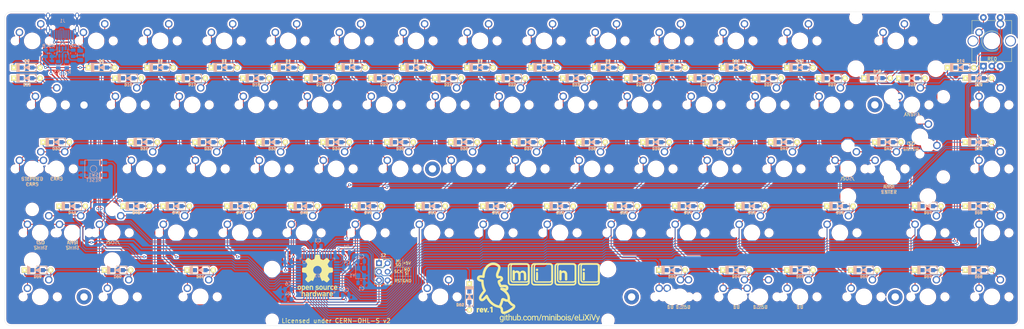
<source format=kicad_pcb>
(kicad_pcb (version 20171130) (host pcbnew "(5.1.4)-1")
  (title_block (title eLiXiVy) (date 2021-07-09) (rev 1a) (company "Full License: https://github.com/minibois/eLiXiVy/blob/master/LICENSE.txt") (comment 1 "of CERN_OHL-S v2 (https://ohwr.org/cern_ohl_s_v2.txt).") (comment 2 "You may redistribute and modify this source and make products using it under the terms") (comment 3 "This PCB file describes Open Hardware and is licensed under the CERN-OHL-S v2.") (comment 4 "Copyright minibois 2021."))
  (layers (0 F.Cu signal) (31 B.Cu signal) (34 B.Paste user) (35 F.Paste user) (36 B.SilkS user) (37 F.SilkS user) (38 B.Mask user) (39 F.Mask user) (44 Edge.Cuts user))
  (net 0 "")
  (net 1 GND)
  (net 2 "Net-(C3-Pad1)")
  (net 3 +5V)
  (net 4 "Net-(D1-Pad2)")
  (net 5 ROW0)
  (net 6 "Net-(D2-Pad2)")
  (net 7 "Net-(D3-Pad2)")
  (net 8 "Net-(D4-Pad2)")
  (net 9 "Net-(D5-Pad2)")
  (net 10 "Net-(D6-Pad2)")
  (net 11 "Net-(D7-Pad2)")
  (net 12 "Net-(D8-Pad2)")
  (net 13 "Net-(D9-Pad2)")
  (net 14 "Net-(D10-Pad2)")
  (net 15 "Net-(D11-Pad2)")
  (net 16 "Net-(D12-Pad2)")
  (net 17 "Net-(D13-Pad2)")
  (net 18 "Net-(D15-Pad2)")
  (net 19 "Net-(D16-Pad2)")
  (net 20 ROW1)
  (net 21 "Net-(D17-Pad2)")
  (net 22 "Net-(D18-Pad2)")
  (net 23 "Net-(D19-Pad2)")
  (net 24 "Net-(D20-Pad2)")
  (net 25 "Net-(D21-Pad2)")
  (net 26 "Net-(D22-Pad2)")
  (net 27 "Net-(D23-Pad2)")
  (net 28 "Net-(D24-Pad2)")
  (net 29 "Net-(D25-Pad2)")
  (net 30 "Net-(D26-Pad2)")
  (net 31 "Net-(D27-Pad2)")
  (net 32 "Net-(D28-Pad2)")
  (net 33 "Net-(D29-Pad2)")
  (net 34 "Net-(D30-Pad2)")
  (net 35 "Net-(D31-Pad2)")
  (net 36 ROW2)
  (net 37 "Net-(D32-Pad2)")
  (net 38 "Net-(D33-Pad2)")
  (net 39 "Net-(D34-Pad2)")
  (net 40 "Net-(D35-Pad2)")
  (net 41 "Net-(D36-Pad2)")
  (net 42 "Net-(D37-Pad2)")
  (net 43 "Net-(D38-Pad2)")
  (net 44 "Net-(D39-Pad2)")
  (net 45 "Net-(D40-Pad2)")
  (net 46 "Net-(D41-Pad2)")
  (net 47 "Net-(D42-Pad2)")
  (net 48 "Net-(D43-Pad2)")
  (net 49 "Net-(D45-Pad2)")
  (net 50 "Net-(D46-Pad2)")
  (net 51 ROW3)
  (net 52 "Net-(D47-Pad2)")
  (net 53 "Net-(D48-Pad2)")
  (net 54 "Net-(D49-Pad2)")
  (net 55 "Net-(D50-Pad2)")
  (net 56 "Net-(D51-Pad2)")
  (net 57 "Net-(D52-Pad2)")
  (net 58 "Net-(D53-Pad2)")
  (net 59 "Net-(D54-Pad2)")
  (net 60 "Net-(D55-Pad2)")
  (net 61 "Net-(D56-Pad2)")
  (net 62 "Net-(D57-Pad2)")
  (net 63 "Net-(D58-Pad2)")
  (net 64 "Net-(D59-Pad2)")
  (net 65 "Net-(D60-Pad2)")
  (net 66 "Net-(D61-Pad2)")
  (net 67 ROW4)
  (net 68 "Net-(D62-Pad2)")
  (net 69 "Net-(D63-Pad2)")
  (net 70 "Net-(D64-Pad2)")
  (net 71 "Net-(D65-Pad2)")
  (net 72 "Net-(D66-Pad2)")
  (net 73 "Net-(D67-Pad2)")
  (net 74 "Net-(D68-Pad2)")
  (net 75 VCC)
  (net 76 RESET)
  (net 77 MOSI)
  (net 78 SCK)
  (net 79 MISO)
  (net 80 COL9)
  (net 81 COL10)
  (net 82 COL1)
  (net 83 COL2)
  (net 84 COL3)
  (net 85 COL4)
  (net 86 COL5)
  (net 87 COL6)
  (net 88 COL7)
  (net 89 COL8)
  (net 90 COL11)
  (net 91 COL12)
  (net 92 COL0)
  (net 93 COL13)
  (net 94 COL14)
  (net 95 "Net-(R4-Pad2)")
  (net 96 "Net-(U1-Pad42)")
  (net 97 "Net-(J1-Pad3)")
  (net 98 "Net-(J1-Pad10)")
  (net 99 "Net-(J1-Pad4)")
  (net 100 "Net-(J1-Pad9)")
  (net 101 "Net-(D44-Pad2)")
  (net 102 USB_D-)
  (net 103 USB_D+)
  (net 104 MCU_D+)
  (net 105 MCU_D-)
  (net 106 "Net-(D0-Pad2)")
  (net 107 "Net-(H1-Pad1)")
  (net 108 "Net-(H2-Pad1)")
  (net 109 "Net-(H3-Pad1)")
  (net 110 "Net-(H4-Pad1)")
  (net 111 "Net-(H5-Pad1)")
  (net 112 XTAL1)
  (net 113 XTAL2)
  (net 114 ROW0_RE)
  (net 115 REA)
  (net 116 REB)
  (net 117 "Net-(R2-Pad1)")
  (net 118 "Net-(R3-Pad1)")
  (module mini-Logos:eLiXiVy-SilkScreen-rev1 (layer F.Cu) (at 172.94225 99.568)
    (fp_text reference LO0 hide)
    (fp_text value mini-eLiXiVy-SilkScreen hide)
  )
  (module mini-general-tweaks:RotaryEncoder_Alps_EC11E-Switch-Vertical-EDIT (layer F.Cu) (at 305.45405 32.131 90)
    (fp_text reference RE0 (at 2.159 2.6162 180) (layer F.SilkS))
    (fp_text value Rotary_Encoder_Switch)
    (pad S1 thru_hole circle (at 14.5 5 90) (size 2 2) (drill 1) (layers *.Cu *.Mask) (net 114 ROW0_RE))
    (pad S2 thru_hole circle (at 14.5 0 90) (size 2 2) (drill 1) (layers *.Cu *.Mask) (net 94 COL14))
    (pad MP thru_hole circle (at 7.5 8.1 90) (size 3.2 3.2) (drill 2.6) (layers *.Cu *.Mask))
    (pad MP thru_hole circle (at 7.5 -3.1 90) (size 3.2 3.2) (drill 2.6) (layers *.Cu *.Mask))
    (pad B thru_hole circle (at 0 5 90) (size 2 2) (drill 1) (layers *.Cu *.Mask) (net 116 REB))
    (pad C thru_hole circle (at 0 2.5 90) (size 2 2) (drill 1) (layers *.Cu *.Mask) (net 1 GND))
    (pad A thru_hole rect (at 0 0 90) (size 2 2) (drill 1) (layers *.Cu *.Mask) (net 115 REA))
  )
  (module mini-general-tweaks:ICSP_2.54mm_LAYOUT (layer F.Cu) (at 125.476 90.805)
    (fp_text reference J2 (at 1.27 -2.33) (layer F.SilkS))
    (fp_text value AVR-ISP-6)
    (fp_text user SO (at 5.75 0.45 180) (layer F.SilkS) (effects (font (size 0.85 0.85))))
    (fp_text user MO (at 8.33 1.94 180) (layer F.SilkS) (effects (font (size 0.85 0.85))))
    (fp_text user + (at 7.598 -0.12 180) (layer F.SilkS) (effects (font (size 0.85 0.85))))
    (fp_text user SI (at 8.27 3.04 180) (layer F.SilkS) (effects (font (size 0.85 0.85))))
    (fp_text user SCK (at 5.778 2.48 180) (layer F.SilkS) (effects (font (size 0.85 0.85))))
    (fp_text user GND (at 8.378 5.24134 180) (layer F.SilkS) (effects (font (size 0.85 0.85))))
    (fp_text user MI (at 5.76 -0.64 180) (layer F.SilkS) (effects (font (size 0.85 0.85))))
    (fp_text user RST (at 5.76226 5.24896 180) (layer F.SilkS) (effects (font (size 0.85 0.85))))
    (fp_text user 5V (at 8.728 -0.032 180) (layer F.SilkS) (effects (font (size 0.85 0.85))))
    (fp_text user %R (at 1.3716 -2.3241) (layer B.SilkS) (effects (justify mirror)))
    (pad 6 thru_hole oval (at 2.54 5.08) (size 1.7 1.7) (drill 1) (layers *.Cu *.Mask) (net 1 GND))
    (pad 5 thru_hole oval (at 0 5.08) (size 1.7 1.7) (drill 1) (layers *.Cu *.Mask) (net 76 RESET))
    (pad 4 thru_hole oval (at 2.54 2.54) (size 1.7 1.7) (drill 1) (layers *.Cu *.Mask) (net 77 MOSI))
    (pad 3 thru_hole oval (at 0 2.54) (size 1.7 1.7) (drill 1) (layers *.Cu *.Mask) (net 78 SCK))
    (pad 2 thru_hole oval (at 2.54 0) (size 1.7 1.7) (drill 1) (layers *.Cu *.Mask) (net 3 +5V))
    (pad 1 thru_hole rect (at 0 0) (size 1.7 1.7) (drill 1) (layers *.Cu *.Mask) (net 79 MISO))
  )
  (module mini-general-tweaks:D_SOD123_axial-dual (layer F.Cu) (at 273.812 35.687)
    (fp_text reference D13 (at 0 -1.9818) (layer F.SilkS) (effects (font (size 0.8 0.8))))
    (fp_text value 1N4148W hide)
    (fp_text user %R (at 0.07 -1.977 -180) (layer B.SilkS) (effects (font (size 0.8 0.8)) (justify mirror)))
    (pad 1 smd rect (at -2.7 0) (size 2.5 0.5) (layers B.Cu) (net 5 ROW0))
    (pad 1 smd rect (at -1.575 0) (size 1.2 1.2) (layers B.Cu B.Paste B.Mask) (net 5 ROW0))
    (pad 2 smd rect (at 1.575 0) (size 1.2 1.2) (layers B.Cu B.Paste B.Mask) (net 17 "Net-(D13-Pad2)"))
    (pad 2 smd rect (at 2.7 0) (size 2.5 0.5) (layers B.Cu) (net 17 "Net-(D13-Pad2)"))
    (pad 2 smd rect (at 1.575 0) (size 1.2 1.2) (layers F.Cu F.Paste F.Mask) (net 17 "Net-(D13-Pad2)"))
    (pad 1 smd rect (at -1.575 0) (size 1.2 1.2) (layers F.Cu F.Paste F.Mask) (net 5 ROW0))
    (pad 1 thru_hole rect (at -3.9 0) (size 1.6 1.6) (drill 0.7) (layers *.Cu *.Mask F.SilkS) (net 5 ROW0))
    (pad 2 thru_hole circle (at 3.9 0) (size 1.6 1.6) (drill 0.7) (layers *.Cu *.Mask F.SilkS) (net 17 "Net-(D13-Pad2)"))
    (pad 1 smd rect (at -2.7 0) (size 2.5 0.5) (layers F.Cu) (net 5 ROW0))
    (pad 2 smd rect (at 2.7 0) (size 2.5 0.5) (layers F.Cu) (net 17 "Net-(D13-Pad2)"))
  )
  (module mini-MX-Tweaks:MXOnly-1U-NoLED_tweak (layer F.Cu) (at 307.975 24.60625)
    (fp_text reference MX_PrtSc1)
    (fp_text value MX-NoLED)
    (pad 2 thru_hole circle (at 2.54 -5.08) (size 2.25 2.25) (drill 1.47) (layers *.Cu *.Mask) (net 114 ROW0_RE))
    (pad "" np_thru_hole circle (at 0 0) (size 3.9878 3.9878) (drill 3.9878) (layers *.Cu *.Mask))
    (pad 1 thru_hole circle (at -3.81 -2.54) (size 2.25 2.25) (drill 1.47) (layers *.Cu *.Mask) (net 94 COL14))
    (pad "" np_thru_hole circle (at -5.08 0 48.0996) (size 1.75 1.75) (drill 1.75) (layers *.Cu *.Mask))
    (pad "" np_thru_hole circle (at 5.08 0 48.0996) (size 1.75 1.75) (drill 1.75) (layers *.Cu *.Mask))
  )
  (module mini-MX-Tweaks:MXOnly-ISO-ROTATED-ReversedStabilizers-NoLED_tweak (layer F.Cu) (at 286.54375 53.18125)
    (fp_text reference MX_ISO_ENTER1)
    (fp_text value MX-NoLED)
    (pad 2 thru_hole circle (at 5.08 2.54) (size 2.25 2.25) (drill 1.47) (layers *.Cu *.Mask) (net 32 "Net-(D28-Pad2)"))
    (pad "" np_thru_hole circle (at 0 0) (size 3.9878 3.9878) (drill 3.9878) (layers *.Cu *.Mask))
    (pad 1 thru_hole circle (at 2.54 -3.81) (size 2.25 2.25) (drill 1.47) (layers *.Cu *.Mask) (net 93 COL13))
    (pad "" np_thru_hole circle (at 0 -5.08 48.0996) (size 1.75 1.75) (drill 1.75) (layers *.Cu *.Mask))
    (pad "" np_thru_hole circle (at 0 5.08 48.0996) (size 1.75 1.75) (drill 1.75) (layers *.Cu *.Mask))
    (pad "" np_thru_hole circle (at 6.985 11.938) (size 3.048 3.048) (drill 3.048) (layers *.Cu *.Mask))
    (pad "" np_thru_hole circle (at 6.985 -11.938) (size 3.048 3.048) (drill 3.048) (layers *.Cu *.Mask))
    (pad "" np_thru_hole circle (at -8.255 11.938) (size 3.9878 3.9878) (drill 3.9878) (layers *.Cu *.Mask))
    (pad "" np_thru_hole circle (at -8.255 -11.938) (size 3.9878 3.9878) (drill 3.9878) (layers *.Cu *.Mask))
  )
  (module mini-MX-Tweaks:MXOnly-1.5U-NoLED_tweak (layer F.Cu) (at 26.9875 43.65625)
    (fp_text reference MX_1.5U_TAB1)
    (fp_text value MX-NoLED)
    (pad "" np_thru_hole circle (at 5.08 0 48.0996) (size 1.75 1.75) (drill 1.75) (layers *.Cu *.Mask))
    (pad "" np_thru_hole circle (at -5.08 0 48.0996) (size 1.75 1.75) (drill 1.75) (layers *.Cu *.Mask))
    (pad 1 thru_hole circle (at -3.81 -2.54) (size 2.25 2.25) (drill 1.47) (layers *.Cu *.Mask) (net 92 COL0))
    (pad "" np_thru_hole circle (at 0 0) (size 3.9878 3.9878) (drill 3.9878) (layers *.Cu *.Mask))
    (pad 2 thru_hole circle (at 2.54 -5.08) (size 2.25 2.25) (drill 1.47) (layers *.Cu *.Mask) (net 18 "Net-(D15-Pad2)"))
  )
  (module mini-MX-Tweaks:MXOnly-2.25U-NoLED_tweak (layer F.Cu) (at 277.01875 62.70625)
    (fp_text reference MX_2.25U_ENTER1)
    (fp_text value MX-NoLED)
    (pad "" np_thru_hole circle (at 11.90625 8.255) (size 3.9878 3.9878) (drill 3.9878) (layers *.Cu *.Mask))
    (pad "" np_thru_hole circle (at -11.90625 8.255) (size 3.9878 3.9878) (drill 3.9878) (layers *.Cu *.Mask))
    (pad "" np_thru_hole circle (at 11.90625 -6.985) (size 3.048 3.048) (drill 3.048) (layers *.Cu *.Mask))
    (pad "" np_thru_hole circle (at -11.90625 -6.985) (size 3.048 3.048) (drill 3.048) (layers *.Cu *.Mask))
    (pad "" np_thru_hole circle (at 5.08 0 48.0996) (size 1.75 1.75) (drill 1.75) (layers *.Cu *.Mask))
    (pad "" np_thru_hole circle (at -5.08 0 48.0996) (size 1.75 1.75) (drill 1.75) (layers *.Cu *.Mask))
    (pad 1 thru_hole circle (at -3.81 -2.54) (size 2.25 2.25) (drill 1.47) (layers *.Cu *.Mask) (net 91 COL12))
    (pad "" np_thru_hole circle (at 0 0) (size 3.9878 3.9878) (drill 3.9878) (layers *.Cu *.Mask))
    (pad 2 thru_hole circle (at 2.54 -5.08) (size 2.25 2.25) (drill 1.47) (layers *.Cu *.Mask) (net 47 "Net-(D42-Pad2)"))
  )
  (module mini-MX-Tweaks:MXOnly-1U-NoLED_tweak (layer F.Cu) (at 307.975 43.65625)
    (fp_text reference MX_DEL1)
    (fp_text value MX-NoLED)
    (pad "" np_thru_hole circle (at 5.08 0 48.0996) (size 1.75 1.75) (drill 1.75) (layers *.Cu *.Mask))
    (pad "" np_thru_hole circle (at -5.08 0 48.0996) (size 1.75 1.75) (drill 1.75) (layers *.Cu *.Mask))
    (pad 1 thru_hole circle (at -3.81 -2.54) (size 2.25 2.25) (drill 1.47) (layers *.Cu *.Mask) (net 94 COL14))
    (pad "" np_thru_hole circle (at 0 0) (size 3.9878 3.9878) (drill 3.9878) (layers *.Cu *.Mask))
    (pad 2 thru_hole circle (at 2.54 -5.08) (size 2.25 2.25) (drill 1.47) (layers *.Cu *.Mask) (net 33 "Net-(D29-Pad2)"))
  )
  (module mini-general-tweaks:D_SOD123_axial-dual (layer F.Cu) (at 212.725 32.54375)
    (fp_text reference D10 (at 0 -1.9818) (layer F.SilkS) (effects (font (size 0.8 0.8))))
    (fp_text value 1N4148W hide)
    (fp_text user %R (at 0.07 -1.977 -180) (layer B.SilkS) (effects (font (size 0.8 0.8)) (justify mirror)))
    (pad 1 smd rect (at -2.7 0) (size 2.5 0.5) (layers B.Cu) (net 5 ROW0))
    (pad 1 smd rect (at -1.575 0) (size 1.2 1.2) (layers B.Cu B.Paste B.Mask) (net 5 ROW0))
    (pad 2 smd rect (at 1.575 0) (size 1.2 1.2) (layers B.Cu B.Paste B.Mask) (net 14 "Net-(D10-Pad2)"))
    (pad 2 smd rect (at 2.7 0) (size 2.5 0.5) (layers B.Cu) (net 14 "Net-(D10-Pad2)"))
    (pad 2 smd rect (at 1.575 0) (size 1.2 1.2) (layers F.Cu F.Paste F.Mask) (net 14 "Net-(D10-Pad2)"))
    (pad 1 smd rect (at -1.575 0) (size 1.2 1.2) (layers F.Cu F.Paste F.Mask) (net 5 ROW0))
    (pad 1 thru_hole rect (at -3.9 0) (size 1.6 1.6) (drill 0.7) (layers *.Cu *.Mask F.SilkS) (net 5 ROW0))
    (pad 2 thru_hole circle (at 3.9 0) (size 1.6 1.6) (drill 0.7) (layers *.Cu *.Mask F.SilkS) (net 14 "Net-(D10-Pad2)"))
    (pad 1 smd rect (at -2.7 0) (size 2.5 0.5) (layers F.Cu) (net 5 ROW0))
    (pad 2 smd rect (at 2.7 0) (size 2.5 0.5) (layers F.Cu) (net 14 "Net-(D10-Pad2)"))
  )
  (module mini-general-tweaks:D_SOD123_axial-dual (layer F.Cu) (at 304.00625 92.86875)
    (fp_text reference D68 (at 0 1.9552) (layer F.SilkS) (effects (font (size 0.8 0.8))))
    (fp_text value 1N4148W hide)
    (fp_text user %R (at 0.07 1.96 -180) (layer B.SilkS) (effects (font (size 0.8 0.8)) (justify mirror)))
    (pad 1 smd rect (at -2.7 0) (size 2.5 0.5) (layers B.Cu) (net 67 ROW4))
    (pad 1 smd rect (at -1.575 0) (size 1.2 1.2) (layers B.Cu B.Paste B.Mask) (net 67 ROW4))
    (pad 2 smd rect (at 1.575 0) (size 1.2 1.2) (layers B.Cu B.Paste B.Mask) (net 74 "Net-(D68-Pad2)"))
    (pad 2 smd rect (at 2.7 0) (size 2.5 0.5) (layers B.Cu) (net 74 "Net-(D68-Pad2)"))
    (pad 2 smd rect (at 1.575 0) (size 1.2 1.2) (layers F.Cu F.Paste F.Mask) (net 74 "Net-(D68-Pad2)"))
    (pad 1 smd rect (at -1.575 0) (size 1.2 1.2) (layers F.Cu F.Paste F.Mask) (net 67 ROW4))
    (pad 1 thru_hole rect (at -3.9 0) (size 1.6 1.6) (drill 0.7) (layers *.Cu *.Mask F.SilkS) (net 67 ROW4))
    (pad 2 thru_hole circle (at 3.9 0) (size 1.6 1.6) (drill 0.7) (layers *.Cu *.Mask F.SilkS) (net 74 "Net-(D68-Pad2)"))
    (pad 1 smd rect (at -2.7 0) (size 2.5 0.5) (layers F.Cu) (net 67 ROW4))
    (pad 2 smd rect (at 2.7 0) (size 2.5 0.5) (layers F.Cu) (net 74 "Net-(D68-Pad2)"))
  )
  (module mini-general-tweaks:D_SOD123_axial-dual (layer F.Cu) (at 288.925 92.86875)
    (fp_text reference D67 (at 0 1.9552) (layer F.SilkS) (effects (font (size 0.8 0.8))))
    (fp_text value 1N4148W hide)
    (fp_text user %R (at 0.07 1.96 -180) (layer B.SilkS) (effects (font (size 0.8 0.8)) (justify mirror)))
    (pad 1 smd rect (at -2.7 0) (size 2.5 0.5) (layers B.Cu) (net 67 ROW4))
    (pad 1 smd rect (at -1.575 0) (size 1.2 1.2) (layers B.Cu B.Paste B.Mask) (net 67 ROW4))
    (pad 2 smd rect (at 1.575 0) (size 1.2 1.2) (layers B.Cu B.Paste B.Mask) (net 73 "Net-(D67-Pad2)"))
    (pad 2 smd rect (at 2.7 0) (size 2.5 0.5) (layers B.Cu) (net 73 "Net-(D67-Pad2)"))
    (pad 2 smd rect (at 1.575 0) (size 1.2 1.2) (layers F.Cu F.Paste F.Mask) (net 73 "Net-(D67-Pad2)"))
    (pad 1 smd rect (at -1.575 0) (size 1.2 1.2) (layers F.Cu F.Paste F.Mask) (net 67 ROW4))
    (pad 1 thru_hole rect (at -3.9 0) (size 1.6 1.6) (drill 0.7) (layers *.Cu *.Mask F.SilkS) (net 67 ROW4))
    (pad 2 thru_hole circle (at 3.9 0) (size 1.6 1.6) (drill 0.7) (layers *.Cu *.Mask F.SilkS) (net 73 "Net-(D67-Pad2)"))
    (pad 1 smd rect (at -2.7 0) (size 2.5 0.5) (layers F.Cu) (net 67 ROW4))
    (pad 2 smd rect (at 2.7 0) (size 2.5 0.5) (layers F.Cu) (net 73 "Net-(D67-Pad2)"))
  )
  (module mini-general-tweaks:D_SOD123_axial-dual (layer F.Cu) (at 269.875 92.86875)
    (fp_text reference D66 (at 0 1.9552) (layer F.SilkS) (effects (font (size 0.8 0.8))))
    (fp_text value 1N4148W hide)
    (fp_text user %R (at 0.07 1.96 -180) (layer B.SilkS) (effects (font (size 0.8 0.8)) (justify mirror)))
    (pad 1 smd rect (at -2.7 0) (size 2.5 0.5) (layers B.Cu) (net 67 ROW4))
    (pad 1 smd rect (at -1.575 0) (size 1.2 1.2) (layers B.Cu B.Paste B.Mask) (net 67 ROW4))
    (pad 2 smd rect (at 1.575 0) (size 1.2 1.2) (layers B.Cu B.Paste B.Mask) (net 72 "Net-(D66-Pad2)"))
    (pad 2 smd rect (at 2.7 0) (size 2.5 0.5) (layers B.Cu) (net 72 "Net-(D66-Pad2)"))
    (pad 2 smd rect (at 1.575 0) (size 1.2 1.2) (layers F.Cu F.Paste F.Mask) (net 72 "Net-(D66-Pad2)"))
    (pad 1 smd rect (at -1.575 0) (size 1.2 1.2) (layers F.Cu F.Paste F.Mask) (net 67 ROW4))
    (pad 1 thru_hole rect (at -3.9 0) (size 1.6 1.6) (drill 0.7) (layers *.Cu *.Mask F.SilkS) (net 67 ROW4))
    (pad 2 thru_hole circle (at 3.9 0) (size 1.6 1.6) (drill 0.7) (layers *.Cu *.Mask F.SilkS) (net 72 "Net-(D66-Pad2)"))
    (pad 1 smd rect (at -2.7 0) (size 2.5 0.5) (layers F.Cu) (net 67 ROW4))
    (pad 2 smd rect (at 2.7 0) (size 2.5 0.5) (layers F.Cu) (net 72 "Net-(D66-Pad2)"))
  )
  (module mini-general-tweaks:D_SOD123_axial-dual (layer F.Cu) (at 250.825 92.86875)
    (fp_text reference D65 (at 0 1.9552) (layer F.SilkS) (effects (font (size 0.8 0.8))))
    (fp_text value 1N4148W hide)
    (fp_text user %R (at 0.07 1.96 -180) (layer B.SilkS) (effects (font (size 0.8 0.8)) (justify mirror)))
    (pad 1 smd rect (at -2.7 0) (size 2.5 0.5) (layers B.Cu) (net 67 ROW4))
    (pad 1 smd rect (at -1.575 0) (size 1.2 1.2) (layers B.Cu B.Paste B.Mask) (net 67 ROW4))
    (pad 2 smd rect (at 1.575 0) (size 1.2 1.2) (layers B.Cu B.Paste B.Mask) (net 71 "Net-(D65-Pad2)"))
    (pad 2 smd rect (at 2.7 0) (size 2.5 0.5) (layers B.Cu) (net 71 "Net-(D65-Pad2)"))
    (pad 2 smd rect (at 1.575 0) (size 1.2 1.2) (layers F.Cu F.Paste F.Mask) (net 71 "Net-(D65-Pad2)"))
    (pad 1 smd rect (at -1.575 0) (size 1.2 1.2) (layers F.Cu F.Paste F.Mask) (net 67 ROW4))
    (pad 1 thru_hole rect (at -3.9 0) (size 1.6 1.6) (drill 0.7) (layers *.Cu *.Mask F.SilkS) (net 67 ROW4))
    (pad 2 thru_hole circle (at 3.9 0) (size 1.6 1.6) (drill 0.7) (layers *.Cu *.Mask F.SilkS) (net 71 "Net-(D65-Pad2)"))
    (pad 1 smd rect (at -2.7 0) (size 2.5 0.5) (layers F.Cu) (net 67 ROW4))
    (pad 2 smd rect (at 2.7 0) (size 2.5 0.5) (layers F.Cu) (net 71 "Net-(D65-Pad2)"))
  )
  (module mini-general-tweaks:D_SOD123_axial-dual (layer F.Cu) (at 231.775 92.86875)
    (fp_text reference D64 (at 0 1.9552) (layer F.SilkS) (effects (font (size 0.8 0.8))))
    (fp_text value 1N4148W hide)
    (fp_text user %R (at 0.07 1.96 -180) (layer B.SilkS) (effects (font (size 0.8 0.8)) (justify mirror)))
    (pad 1 smd rect (at -2.7 0) (size 2.5 0.5) (layers B.Cu) (net 67 ROW4))
    (pad 1 smd rect (at -1.575 0) (size 1.2 1.2) (layers B.Cu B.Paste B.Mask) (net 67 ROW4))
    (pad 2 smd rect (at 1.575 0) (size 1.2 1.2) (layers B.Cu B.Paste B.Mask) (net 70 "Net-(D64-Pad2)"))
    (pad 2 smd rect (at 2.7 0) (size 2.5 0.5) (layers B.Cu) (net 70 "Net-(D64-Pad2)"))
    (pad 2 smd rect (at 1.575 0) (size 1.2 1.2) (layers F.Cu F.Paste F.Mask) (net 70 "Net-(D64-Pad2)"))
    (pad 1 smd rect (at -1.575 0) (size 1.2 1.2) (layers F.Cu F.Paste F.Mask) (net 67 ROW4))
    (pad 1 thru_hole rect (at -3.9 0) (size 1.6 1.6) (drill 0.7) (layers *.Cu *.Mask F.SilkS) (net 67 ROW4))
    (pad 2 thru_hole circle (at 3.9 0) (size 1.6 1.6) (drill 0.7) (layers *.Cu *.Mask F.SilkS) (net 70 "Net-(D64-Pad2)"))
    (pad 1 smd rect (at -2.7 0) (size 2.5 0.5) (layers F.Cu) (net 67 ROW4))
    (pad 2 smd rect (at 2.7 0) (size 2.5 0.5) (layers F.Cu) (net 70 "Net-(D64-Pad2)"))
  )
  (module mini-general-tweaks:D_SOD123_axial-dual (layer F.Cu) (at 212.725 92.86875)
    (fp_text reference D63 (at 0 1.9552) (layer F.SilkS) (effects (font (size 0.8 0.8))))
    (fp_text value 1N4148W hide)
    (fp_text user %R (at 0.07 1.96 -180) (layer B.SilkS) (effects (font (size 0.8 0.8)) (justify mirror)))
    (pad 1 smd rect (at -2.7 0) (size 2.5 0.5) (layers B.Cu) (net 67 ROW4))
    (pad 1 smd rect (at -1.575 0) (size 1.2 1.2) (layers B.Cu B.Paste B.Mask) (net 67 ROW4))
    (pad 2 smd rect (at 1.575 0) (size 1.2 1.2) (layers B.Cu B.Paste B.Mask) (net 69 "Net-(D63-Pad2)"))
    (pad 2 smd rect (at 2.7 0) (size 2.5 0.5) (layers B.Cu) (net 69 "Net-(D63-Pad2)"))
    (pad 2 smd rect (at 1.575 0) (size 1.2 1.2) (layers F.Cu F.Paste F.Mask) (net 69 "Net-(D63-Pad2)"))
    (pad 1 smd rect (at -1.575 0) (size 1.2 1.2) (layers F.Cu F.Paste F.Mask) (net 67 ROW4))
    (pad 1 thru_hole rect (at -3.9 0) (size 1.6 1.6) (drill 0.7) (layers *.Cu *.Mask F.SilkS) (net 67 ROW4))
    (pad 2 thru_hole circle (at 3.9 0) (size 1.6 1.6) (drill 0.7) (layers *.Cu *.Mask F.SilkS) (net 69 "Net-(D63-Pad2)"))
    (pad 1 smd rect (at -2.7 0) (size 2.5 0.5) (layers F.Cu) (net 67 ROW4))
    (pad 2 smd rect (at 2.7 0) (size 2.5 0.5) (layers F.Cu) (net 69 "Net-(D63-Pad2)"))
  )
  (module mini-general-tweaks:D_SOD123_axial-dual (layer F.Cu) (at 152.4 100.80625 270)
    (fp_text reference D62 (at 2.3997 2.76225 180) (layer F.SilkS) (effects (font (size 0.8 0.8))))
    (fp_text value 1N4148W hide)
    (fp_text user %R (at 2.4045 2.69225) (layer B.SilkS) (effects (font (size 0.8 0.8)) (justify mirror)))
    (pad 1 smd rect (at -2.7 0 270) (size 2.5 0.5) (layers B.Cu) (net 67 ROW4))
    (pad 1 smd rect (at -1.575 0 270) (size 1.2 1.2) (layers B.Cu B.Paste B.Mask) (net 67 ROW4))
    (pad 2 smd rect (at 1.575 0 270) (size 1.2 1.2) (layers B.Cu B.Paste B.Mask) (net 68 "Net-(D62-Pad2)"))
    (pad 2 smd rect (at 2.7 0 270) (size 2.5 0.5) (layers B.Cu) (net 68 "Net-(D62-Pad2)"))
    (pad 2 smd rect (at 1.575 0 270) (size 1.2 1.2) (layers F.Cu F.Paste F.Mask) (net 68 "Net-(D62-Pad2)"))
    (pad 1 smd rect (at -1.575 0 270) (size 1.2 1.2) (layers F.Cu F.Paste F.Mask) (net 67 ROW4))
    (pad 1 thru_hole rect (at -3.9 0 270) (size 1.6 1.6) (drill 0.7) (layers *.Cu *.Mask F.SilkS) (net 67 ROW4))
    (pad 2 thru_hole circle (at 3.9 0 270) (size 1.6 1.6) (drill 0.7) (layers *.Cu *.Mask F.SilkS) (net 68 "Net-(D62-Pad2)"))
    (pad 1 smd rect (at -2.7 0 270) (size 2.5 0.5) (layers F.Cu) (net 67 ROW4))
    (pad 2 smd rect (at 2.7 0 270) (size 2.5 0.5) (layers F.Cu) (net 68 "Net-(D62-Pad2)"))
  )
  (module mini-general-tweaks:D_SOD123_axial-dual (layer F.Cu) (at 72.23125 92.86875)
    (fp_text reference D61 (at 0 1.9552) (layer F.SilkS) (effects (font (size 0.8 0.8))))
    (fp_text value 1N4148W hide)
    (fp_text user %R (at 0.07 1.96 -180) (layer B.SilkS) (effects (font (size 0.8 0.8)) (justify mirror)))
    (pad 1 smd rect (at -2.7 0) (size 2.5 0.5) (layers B.Cu) (net 67 ROW4))
    (pad 1 smd rect (at -1.575 0) (size 1.2 1.2) (layers B.Cu B.Paste B.Mask) (net 67 ROW4))
    (pad 2 smd rect (at 1.575 0) (size 1.2 1.2) (layers B.Cu B.Paste B.Mask) (net 66 "Net-(D61-Pad2)"))
    (pad 2 smd rect (at 2.7 0) (size 2.5 0.5) (layers B.Cu) (net 66 "Net-(D61-Pad2)"))
    (pad 2 smd rect (at 1.575 0) (size 1.2 1.2) (layers F.Cu F.Paste F.Mask) (net 66 "Net-(D61-Pad2)"))
    (pad 1 smd rect (at -1.575 0) (size 1.2 1.2) (layers F.Cu F.Paste F.Mask) (net 67 ROW4))
    (pad 1 thru_hole rect (at -3.9 0) (size 1.6 1.6) (drill 0.7) (layers *.Cu *.Mask F.SilkS) (net 67 ROW4))
    (pad 2 thru_hole circle (at 3.9 0) (size 1.6 1.6) (drill 0.7) (layers *.Cu *.Mask F.SilkS) (net 66 "Net-(D61-Pad2)"))
    (pad 1 smd rect (at -2.7 0) (size 2.5 0.5) (layers F.Cu) (net 67 ROW4))
    (pad 2 smd rect (at 2.7 0) (size 2.5 0.5) (layers F.Cu) (net 66 "Net-(D61-Pad2)"))
  )
  (module mini-general-tweaks:D_SOD123_axial-dual (layer F.Cu) (at 47.625 92.86875)
    (fp_text reference D60 (at 0 1.9552) (layer F.SilkS) (effects (font (size 0.8 0.8))))
    (fp_text value 1N4148W hide)
    (fp_text user %R (at 0.07 1.96 -180) (layer B.SilkS) (effects (font (size 0.8 0.8)) (justify mirror)))
    (pad 1 smd rect (at -2.7 0) (size 2.5 0.5) (layers B.Cu) (net 67 ROW4))
    (pad 1 smd rect (at -1.575 0) (size 1.2 1.2) (layers B.Cu B.Paste B.Mask) (net 67 ROW4))
    (pad 2 smd rect (at 1.575 0) (size 1.2 1.2) (layers B.Cu B.Paste B.Mask) (net 65 "Net-(D60-Pad2)"))
    (pad 2 smd rect (at 2.7 0) (size 2.5 0.5) (layers B.Cu) (net 65 "Net-(D60-Pad2)"))
    (pad 2 smd rect (at 1.575 0) (size 1.2 1.2) (layers F.Cu F.Paste F.Mask) (net 65 "Net-(D60-Pad2)"))
    (pad 1 smd rect (at -1.575 0) (size 1.2 1.2) (layers F.Cu F.Paste F.Mask) (net 67 ROW4))
    (pad 1 thru_hole rect (at -3.9 0) (size 1.6 1.6) (drill 0.7) (layers *.Cu *.Mask F.SilkS) (net 67 ROW4))
    (pad 2 thru_hole circle (at 3.9 0) (size 1.6 1.6) (drill 0.7) (layers *.Cu *.Mask F.SilkS) (net 65 "Net-(D60-Pad2)"))
    (pad 1 smd rect (at -2.7 0) (size 2.5 0.5) (layers F.Cu) (net 67 ROW4))
    (pad 2 smd rect (at 2.7 0) (size 2.5 0.5) (layers F.Cu) (net 65 "Net-(D60-Pad2)"))
  )
  (module mini-general-tweaks:D_SOD123_axial-dual (layer F.Cu) (at 23.8125 92.86875)
    (fp_text reference D59 (at 0 1.9552) (layer F.SilkS) (effects (font (size 0.8 0.8))))
    (fp_text value 1N4148W hide)
    (fp_text user %R (at 0.07 1.96 -180) (layer B.SilkS) (effects (font (size 0.8 0.8)) (justify mirror)))
    (pad 1 smd rect (at -2.7 0) (size 2.5 0.5) (layers B.Cu) (net 67 ROW4))
    (pad 1 smd rect (at -1.575 0) (size 1.2 1.2) (layers B.Cu B.Paste B.Mask) (net 67 ROW4))
    (pad 2 smd rect (at 1.575 0) (size 1.2 1.2) (layers B.Cu B.Paste B.Mask) (net 64 "Net-(D59-Pad2)"))
    (pad 2 smd rect (at 2.7 0) (size 2.5 0.5) (layers B.Cu) (net 64 "Net-(D59-Pad2)"))
    (pad 2 smd rect (at 1.575 0) (size 1.2 1.2) (layers F.Cu F.Paste F.Mask) (net 64 "Net-(D59-Pad2)"))
    (pad 1 smd rect (at -1.575 0) (size 1.2 1.2) (layers F.Cu F.Paste F.Mask) (net 67 ROW4))
    (pad 1 thru_hole rect (at -3.9 0) (size 1.6 1.6) (drill 0.7) (layers *.Cu *.Mask F.SilkS) (net 67 ROW4))
    (pad 2 thru_hole circle (at 3.9 0) (size 1.6 1.6) (drill 0.7) (layers *.Cu *.Mask F.SilkS) (net 64 "Net-(D59-Pad2)"))
    (pad 1 smd rect (at -2.7 0) (size 2.5 0.5) (layers F.Cu) (net 67 ROW4))
    (pad 2 smd rect (at 2.7 0) (size 2.5 0.5) (layers F.Cu) (net 64 "Net-(D59-Pad2)"))
  )
  (module mini-general-tweaks:D_SOD123_axial-dual (layer F.Cu) (at 304.00625 73.81875)
    (fp_text reference D58 (at 0 1.9552) (layer F.SilkS) (effects (font (size 0.8 0.8))))
    (fp_text value 1N4148W hide)
    (fp_text user %R (at 0.07 1.96 -180) (layer B.SilkS) (effects (font (size 0.8 0.8)) (justify mirror)))
    (pad 1 smd rect (at -2.7 0) (size 2.5 0.5) (layers B.Cu) (net 51 ROW3))
    (pad 1 smd rect (at -1.575 0) (size 1.2 1.2) (layers B.Cu B.Paste B.Mask) (net 51 ROW3))
    (pad 2 smd rect (at 1.575 0) (size 1.2 1.2) (layers B.Cu B.Paste B.Mask) (net 63 "Net-(D58-Pad2)"))
    (pad 2 smd rect (at 2.7 0) (size 2.5 0.5) (layers B.Cu) (net 63 "Net-(D58-Pad2)"))
    (pad 2 smd rect (at 1.575 0) (size 1.2 1.2) (layers F.Cu F.Paste F.Mask) (net 63 "Net-(D58-Pad2)"))
    (pad 1 smd rect (at -1.575 0) (size 1.2 1.2) (layers F.Cu F.Paste F.Mask) (net 51 ROW3))
    (pad 1 thru_hole rect (at -3.9 0) (size 1.6 1.6) (drill 0.7) (layers *.Cu *.Mask F.SilkS) (net 51 ROW3))
    (pad 2 thru_hole circle (at 3.9 0) (size 1.6 1.6) (drill 0.7) (layers *.Cu *.Mask F.SilkS) (net 63 "Net-(D58-Pad2)"))
    (pad 1 smd rect (at -2.7 0) (size 2.5 0.5) (layers F.Cu) (net 51 ROW3))
    (pad 2 smd rect (at 2.7 0) (size 2.5 0.5) (layers F.Cu) (net 63 "Net-(D58-Pad2)"))
  )
  (module mini-general-tweaks:D_SOD123_axial-dual (layer F.Cu) (at 288.925 73.81875)
    (fp_text reference D57 (at 0 1.9552) (layer F.SilkS) (effects (font (size 0.8 0.8))))
    (fp_text value 1N4148W hide)
    (fp_text user %R (at 0.07 1.96 -180) (layer B.SilkS) (effects (font (size 0.8 0.8)) (justify mirror)))
    (pad 1 smd rect (at -2.7 0) (size 2.5 0.5) (layers B.Cu) (net 51 ROW3))
    (pad 1 smd rect (at -1.575 0) (size 1.2 1.2) (layers B.Cu B.Paste B.Mask) (net 51 ROW3))
    (pad 2 smd rect (at 1.575 0) (size 1.2 1.2) (layers B.Cu B.Paste B.Mask) (net 62 "Net-(D57-Pad2)"))
    (pad 2 smd rect (at 2.7 0) (size 2.5 0.5) (layers B.Cu) (net 62 "Net-(D57-Pad2)"))
    (pad 2 smd rect (at 1.575 0) (size 1.2 1.2) (layers F.Cu F.Paste F.Mask) (net 62 "Net-(D57-Pad2)"))
    (pad 1 smd rect (at -1.575 0) (size 1.2 1.2) (layers F.Cu F.Paste F.Mask) (net 51 ROW3))
    (pad 1 thru_hole rect (at -3.9 0) (size 1.6 1.6) (drill 0.7) (layers *.Cu *.Mask F.SilkS) (net 51 ROW3))
    (pad 2 thru_hole circle (at 3.9 0) (size 1.6 1.6) (drill 0.7) (layers *.Cu *.Mask F.SilkS) (net 62 "Net-(D57-Pad2)"))
    (pad 1 smd rect (at -2.7 0) (size 2.5 0.5) (layers F.Cu) (net 51 ROW3))
    (pad 2 smd rect (at 2.7 0) (size 2.5 0.5) (layers F.Cu) (net 62 "Net-(D57-Pad2)"))
  )
  (module mini-general-tweaks:D_SOD123_axial-dual (layer F.Cu) (at 262.73125 73.81875)
    (fp_text reference D56 (at 0 1.9552) (layer F.SilkS) (effects (font (size 0.8 0.8))))
    (fp_text value 1N4148W hide)
    (fp_text user %R (at 0.07 1.96 -180) (layer B.SilkS) (effects (font (size 0.8 0.8)) (justify mirror)))
    (pad 1 smd rect (at -2.7 0) (size 2.5 0.5) (layers B.Cu) (net 51 ROW3))
    (pad 1 smd rect (at -1.575 0) (size 1.2 1.2) (layers B.Cu B.Paste B.Mask) (net 51 ROW3))
    (pad 2 smd rect (at 1.575 0) (size 1.2 1.2) (layers B.Cu B.Paste B.Mask) (net 61 "Net-(D56-Pad2)"))
    (pad 2 smd rect (at 2.7 0) (size 2.5 0.5) (layers B.Cu) (net 61 "Net-(D56-Pad2)"))
    (pad 2 smd rect (at 1.575 0) (size 1.2 1.2) (layers F.Cu F.Paste F.Mask) (net 61 "Net-(D56-Pad2)"))
    (pad 1 smd rect (at -1.575 0) (size 1.2 1.2) (layers F.Cu F.Paste F.Mask) (net 51 ROW3))
    (pad 1 thru_hole rect (at -3.9 0) (size 1.6 1.6) (drill 0.7) (layers *.Cu *.Mask F.SilkS) (net 51 ROW3))
    (pad 2 thru_hole circle (at 3.9 0) (size 1.6 1.6) (drill 0.7) (layers *.Cu *.Mask F.SilkS) (net 61 "Net-(D56-Pad2)"))
    (pad 1 smd rect (at -2.7 0) (size 2.5 0.5) (layers F.Cu) (net 51 ROW3))
    (pad 2 smd rect (at 2.7 0) (size 2.5 0.5) (layers F.Cu) (net 61 "Net-(D56-Pad2)"))
  )
  (module mini-general-tweaks:D_SOD123_axial-dual (layer F.Cu) (at 236.5375 73.81875)
    (fp_text reference D55 (at 0 1.9552) (layer F.SilkS) (effects (font (size 0.8 0.8))))
    (fp_text value 1N4148W hide)
    (fp_text user %R (at 0.07 1.96 -180) (layer B.SilkS) (effects (font (size 0.8 0.8)) (justify mirror)))
    (pad 1 smd rect (at -2.7 0) (size 2.5 0.5) (layers B.Cu) (net 51 ROW3))
    (pad 1 smd rect (at -1.575 0) (size 1.2 1.2) (layers B.Cu B.Paste B.Mask) (net 51 ROW3))
    (pad 2 smd rect (at 1.575 0) (size 1.2 1.2) (layers B.Cu B.Paste B.Mask) (net 60 "Net-(D55-Pad2)"))
    (pad 2 smd rect (at 2.7 0) (size 2.5 0.5) (layers B.Cu) (net 60 "Net-(D55-Pad2)"))
    (pad 2 smd rect (at 1.575 0) (size 1.2 1.2) (layers F.Cu F.Paste F.Mask) (net 60 "Net-(D55-Pad2)"))
    (pad 1 smd rect (at -1.575 0) (size 1.2 1.2) (layers F.Cu F.Paste F.Mask) (net 51 ROW3))
    (pad 1 thru_hole rect (at -3.9 0) (size 1.6 1.6) (drill 0.7) (layers *.Cu *.Mask F.SilkS) (net 51 ROW3))
    (pad 2 thru_hole circle (at 3.9 0) (size 1.6 1.6) (drill 0.7) (layers *.Cu *.Mask F.SilkS) (net 60 "Net-(D55-Pad2)"))
    (pad 1 smd rect (at -2.7 0) (size 2.5 0.5) (layers F.Cu) (net 51 ROW3))
    (pad 2 smd rect (at 2.7 0) (size 2.5 0.5) (layers F.Cu) (net 60 "Net-(D55-Pad2)"))
  )
  (module mini-general-tweaks:D_SOD123_axial-dual (layer F.Cu) (at 217.4875 73.81875)
    (fp_text reference D54 (at 0 1.9552) (layer F.SilkS) (effects (font (size 0.8 0.8))))
    (fp_text value 1N4148W hide)
    (fp_text user %R (at 0.07 1.96 -180) (layer B.SilkS) (effects (font (size 0.8 0.8)) (justify mirror)))
    (pad 1 smd rect (at -2.7 0) (size 2.5 0.5) (layers B.Cu) (net 51 ROW3))
    (pad 1 smd rect (at -1.575 0) (size 1.2 1.2) (layers B.Cu B.Paste B.Mask) (net 51 ROW3))
    (pad 2 smd rect (at 1.575 0) (size 1.2 1.2) (layers B.Cu B.Paste B.Mask) (net 59 "Net-(D54-Pad2)"))
    (pad 2 smd rect (at 2.7 0) (size 2.5 0.5) (layers B.Cu) (net 59 "Net-(D54-Pad2)"))
    (pad 2 smd rect (at 1.575 0) (size 1.2 1.2) (layers F.Cu F.Paste F.Mask) (net 59 "Net-(D54-Pad2)"))
    (pad 1 smd rect (at -1.575 0) (size 1.2 1.2) (layers F.Cu F.Paste F.Mask) (net 51 ROW3))
    (pad 1 thru_hole rect (at -3.9 0) (size 1.6 1.6) (drill 0.7) (layers *.Cu *.Mask F.SilkS) (net 51 ROW3))
    (pad 2 thru_hole circle (at 3.9 0) (size 1.6 1.6) (drill 0.7) (layers *.Cu *.Mask F.SilkS) (net 59 "Net-(D54-Pad2)"))
    (pad 1 smd rect (at -2.7 0) (size 2.5 0.5) (layers F.Cu) (net 51 ROW3))
    (pad 2 smd rect (at 2.7 0) (size 2.5 0.5) (layers F.Cu) (net 59 "Net-(D54-Pad2)"))
  )
  (module mini-general-tweaks:D_SOD123_axial-dual (layer F.Cu) (at 198.4375 73.81875)
    (fp_text reference D53 (at 0 1.9552) (layer F.SilkS) (effects (font (size 0.8 0.8))))
    (fp_text value 1N4148W hide)
    (fp_text user %R (at 0.07 1.96 -180) (layer B.SilkS) (effects (font (size 0.8 0.8)) (justify mirror)))
    (pad 1 smd rect (at -2.7 0) (size 2.5 0.5) (layers B.Cu) (net 51 ROW3))
    (pad 1 smd rect (at -1.575 0) (size 1.2 1.2) (layers B.Cu B.Paste B.Mask) (net 51 ROW3))
    (pad 2 smd rect (at 1.575 0) (size 1.2 1.2) (layers B.Cu B.Paste B.Mask) (net 58 "Net-(D53-Pad2)"))
    (pad 2 smd rect (at 2.7 0) (size 2.5 0.5) (layers B.Cu) (net 58 "Net-(D53-Pad2)"))
    (pad 2 smd rect (at 1.575 0) (size 1.2 1.2) (layers F.Cu F.Paste F.Mask) (net 58 "Net-(D53-Pad2)"))
    (pad 1 smd rect (at -1.575 0) (size 1.2 1.2) (layers F.Cu F.Paste F.Mask) (net 51 ROW3))
    (pad 1 thru_hole rect (at -3.9 0) (size 1.6 1.6) (drill 0.7) (layers *.Cu *.Mask F.SilkS) (net 51 ROW3))
    (pad 2 thru_hole circle (at 3.9 0) (size 1.6 1.6) (drill 0.7) (layers *.Cu *.Mask F.SilkS) (net 58 "Net-(D53-Pad2)"))
    (pad 1 smd rect (at -2.7 0) (size 2.5 0.5) (layers F.Cu) (net 51 ROW3))
    (pad 2 smd rect (at 2.7 0) (size 2.5 0.5) (layers F.Cu) (net 58 "Net-(D53-Pad2)"))
  )
  (module mini-general-tweaks:D_SOD123_axial-dual (layer F.Cu) (at 179.3875 73.81875)
    (fp_text reference D52 (at 0 1.9552) (layer F.SilkS) (effects (font (size 0.8 0.8))))
    (fp_text value 1N4148W hide)
    (fp_text user %R (at 0.07 1.96 -180) (layer B.SilkS) (effects (font (size 0.8 0.8)) (justify mirror)))
    (pad 1 smd rect (at -2.7 0) (size 2.5 0.5) (layers B.Cu) (net 51 ROW3))
    (pad 1 smd rect (at -1.575 0) (size 1.2 1.2) (layers B.Cu B.Paste B.Mask) (net 51 ROW3))
    (pad 2 smd rect (at 1.575 0) (size 1.2 1.2) (layers B.Cu B.Paste B.Mask) (net 57 "Net-(D52-Pad2)"))
    (pad 2 smd rect (at 2.7 0) (size 2.5 0.5) (layers B.Cu) (net 57 "Net-(D52-Pad2)"))
    (pad 2 smd rect (at 1.575 0) (size 1.2 1.2) (layers F.Cu F.Paste F.Mask) (net 57 "Net-(D52-Pad2)"))
    (pad 1 smd rect (at -1.575 0) (size 1.2 1.2) (layers F.Cu F.Paste F.Mask) (net 51 ROW3))
    (pad 1 thru_hole rect (at -3.9 0) (size 1.6 1.6) (drill 0.7) (layers *.Cu *.Mask F.SilkS) (net 51 ROW3))
    (pad 2 thru_hole circle (at 3.9 0) (size 1.6 1.6) (drill 0.7) (layers *.Cu *.Mask F.SilkS) (net 57 "Net-(D52-Pad2)"))
    (pad 1 smd rect (at -2.7 0) (size 2.5 0.5) (layers F.Cu) (net 51 ROW3))
    (pad 2 smd rect (at 2.7 0) (size 2.5 0.5) (layers F.Cu) (net 57 "Net-(D52-Pad2)"))
  )
  (module mini-general-tweaks:D_SOD123_axial-dual (layer F.Cu) (at 160.3375 73.81875)
    (fp_text reference D51 (at 0 1.9552) (layer F.SilkS) (effects (font (size 0.8 0.8))))
    (fp_text value 1N4148W hide)
    (fp_text user %R (at 0.07 1.96 -180) (layer B.SilkS) (effects (font (size 0.8 0.8)) (justify mirror)))
    (pad 1 smd rect (at -2.7 0) (size 2.5 0.5) (layers B.Cu) (net 51 ROW3))
    (pad 1 smd rect (at -1.575 0) (size 1.2 1.2) (layers B.Cu B.Paste B.Mask) (net 51 ROW3))
    (pad 2 smd rect (at 1.575 0) (size 1.2 1.2) (layers B.Cu B.Paste B.Mask) (net 56 "Net-(D51-Pad2)"))
    (pad 2 smd rect (at 2.7 0) (size 2.5 0.5) (layers B.Cu) (net 56 "Net-(D51-Pad2)"))
    (pad 2 smd rect (at 1.575 0) (size 1.2 1.2) (layers F.Cu F.Paste F.Mask) (net 56 "Net-(D51-Pad2)"))
    (pad 1 smd rect (at -1.575 0) (size 1.2 1.2) (layers F.Cu F.Paste F.Mask) (net 51 ROW3))
    (pad 1 thru_hole rect (at -3.9 0) (size 1.6 1.6) (drill 0.7) (layers *.Cu *.Mask F.SilkS) (net 51 ROW3))
    (pad 2 thru_hole circle (at 3.9 0) (size 1.6 1.6) (drill 0.7) (layers *.Cu *.Mask F.SilkS) (net 56 "Net-(D51-Pad2)"))
    (pad 1 smd rect (at -2.7 0) (size 2.5 0.5) (layers F.Cu) (net 51 ROW3))
    (pad 2 smd rect (at 2.7 0) (size 2.5 0.5) (layers F.Cu) (net 56 "Net-(D51-Pad2)"))
  )
  (module mini-general-tweaks:D_SOD123_axial-dual (layer F.Cu) (at 141.2875 73.81875)
    (fp_text reference D50 (at 0 1.9552) (layer F.SilkS) (effects (font (size 0.8 0.8))))
    (fp_text value 1N4148W hide)
    (fp_text user %R (at 0.07 1.96 -180) (layer B.SilkS) (effects (font (size 0.8 0.8)) (justify mirror)))
    (pad 1 smd rect (at -2.7 0) (size 2.5 0.5) (layers B.Cu) (net 51 ROW3))
    (pad 1 smd rect (at -1.575 0) (size 1.2 1.2) (layers B.Cu B.Paste B.Mask) (net 51 ROW3))
    (pad 2 smd rect (at 1.575 0) (size 1.2 1.2) (layers B.Cu B.Paste B.Mask) (net 55 "Net-(D50-Pad2)"))
    (pad 2 smd rect (at 2.7 0) (size 2.5 0.5) (layers B.Cu) (net 55 "Net-(D50-Pad2)"))
    (pad 2 smd rect (at 1.575 0) (size 1.2 1.2) (layers F.Cu F.Paste F.Mask) (net 55 "Net-(D50-Pad2)"))
    (pad 1 smd rect (at -1.575 0) (size 1.2 1.2) (layers F.Cu F.Paste F.Mask) (net 51 ROW3))
    (pad 1 thru_hole rect (at -3.9 0) (size 1.6 1.6) (drill 0.7) (layers *.Cu *.Mask F.SilkS) (net 51 ROW3))
    (pad 2 thru_hole circle (at 3.9 0) (size 1.6 1.6) (drill 0.7) (layers *.Cu *.Mask F.SilkS) (net 55 "Net-(D50-Pad2)"))
    (pad 1 smd rect (at -2.7 0) (size 2.5 0.5) (layers F.Cu) (net 51 ROW3))
    (pad 2 smd rect (at 2.7 0) (size 2.5 0.5) (layers F.Cu) (net 55 "Net-(D50-Pad2)"))
  )
  (module mini-general-tweaks:D_SOD123_axial-dual (layer F.Cu) (at 122.2375 73.81875)
    (fp_text reference D49 (at 0 1.9552) (layer F.SilkS) (effects (font (size 0.8 0.8))))
    (fp_text value 1N4148W hide)
    (fp_text user %R (at 0.07 1.96 -180) (layer B.SilkS) (effects (font (size 0.8 0.8)) (justify mirror)))
    (pad 1 smd rect (at -2.7 0) (size 2.5 0.5) (layers B.Cu) (net 51 ROW3))
    (pad 1 smd rect (at -1.575 0) (size 1.2 1.2) (layers B.Cu B.Paste B.Mask) (net 51 ROW3))
    (pad 2 smd rect (at 1.575 0) (size 1.2 1.2) (layers B.Cu B.Paste B.Mask) (net 54 "Net-(D49-Pad2)"))
    (pad 2 smd rect (at 2.7 0) (size 2.5 0.5) (layers B.Cu) (net 54 "Net-(D49-Pad2)"))
    (pad 2 smd rect (at 1.575 0) (size 1.2 1.2) (layers F.Cu F.Paste F.Mask) (net 54 "Net-(D49-Pad2)"))
    (pad 1 smd rect (at -1.575 0) (size 1.2 1.2) (layers F.Cu F.Paste F.Mask) (net 51 ROW3))
    (pad 1 thru_hole rect (at -3.9 0) (size 1.6 1.6) (drill 0.7) (layers *.Cu *.Mask F.SilkS) (net 51 ROW3))
    (pad 2 thru_hole circle (at 3.9 0) (size 1.6 1.6) (drill 0.7) (layers *.Cu *.Mask F.SilkS) (net 54 "Net-(D49-Pad2)"))
    (pad 1 smd rect (at -2.7 0) (size 2.5 0.5) (layers F.Cu) (net 51 ROW3))
    (pad 2 smd rect (at 2.7 0) (size 2.5 0.5) (layers F.Cu) (net 54 "Net-(D49-Pad2)"))
  )
  (module mini-general-tweaks:D_SOD123_axial-dual (layer F.Cu) (at 103.1875 73.81875)
    (fp_text reference D48 (at 0 1.9552) (layer F.SilkS) (effects (font (size 0.8 0.8))))
    (fp_text value 1N4148W hide)
    (fp_text user %R (at 0.07 1.96 -180) (layer B.SilkS) (effects (font (size 0.8 0.8)) (justify mirror)))
    (pad 1 smd rect (at -2.7 0) (size 2.5 0.5) (layers B.Cu) (net 51 ROW3))
    (pad 1 smd rect (at -1.575 0) (size 1.2 1.2) (layers B.Cu B.Paste B.Mask) (net 51 ROW3))
    (pad 2 smd rect (at 1.575 0) (size 1.2 1.2) (layers B.Cu B.Paste B.Mask) (net 53 "Net-(D48-Pad2)"))
    (pad 2 smd rect (at 2.7 0) (size 2.5 0.5) (layers B.Cu) (net 53 "Net-(D48-Pad2)"))
    (pad 2 smd rect (at 1.575 0) (size 1.2 1.2) (layers F.Cu F.Paste F.Mask) (net 53 "Net-(D48-Pad2)"))
    (pad 1 smd rect (at -1.575 0) (size 1.2 1.2) (layers F.Cu F.Paste F.Mask) (net 51 ROW3))
    (pad 1 thru_hole rect (at -3.9 0) (size 1.6 1.6) (drill 0.7) (layers *.Cu *.Mask F.SilkS) (net 51 ROW3))
    (pad 2 thru_hole circle (at 3.9 0) (size 1.6 1.6) (drill 0.7) (layers *.Cu *.Mask F.SilkS) (net 53 "Net-(D48-Pad2)"))
    (pad 1 smd rect (at -2.7 0) (size 2.5 0.5) (layers F.Cu) (net 51 ROW3))
    (pad 2 smd rect (at 2.7 0) (size 2.5 0.5) (layers F.Cu) (net 53 "Net-(D48-Pad2)"))
  )
  (module mini-general-tweaks:D_SOD123_axial-dual (layer F.Cu) (at 84.1375 73.81875)
    (fp_text reference D47 (at 0 1.9552) (layer F.SilkS) (effects (font (size 0.8 0.8))))
    (fp_text value 1N4148W hide)
    (fp_text user %R (at 0.07 1.96 -180) (layer B.SilkS) (effects (font (size 0.8 0.8)) (justify mirror)))
    (pad 1 smd rect (at -2.7 0) (size 2.5 0.5) (layers B.Cu) (net 51 ROW3))
    (pad 1 smd rect (at -1.575 0) (size 1.2 1.2) (layers B.Cu B.Paste B.Mask) (net 51 ROW3))
    (pad 2 smd rect (at 1.575 0) (size 1.2 1.2) (layers B.Cu B.Paste B.Mask) (net 52 "Net-(D47-Pad2)"))
    (pad 2 smd rect (at 2.7 0) (size 2.5 0.5) (layers B.Cu) (net 52 "Net-(D47-Pad2)"))
    (pad 2 smd rect (at 1.575 0) (size 1.2 1.2) (layers F.Cu F.Paste F.Mask) (net 52 "Net-(D47-Pad2)"))
    (pad 1 smd rect (at -1.575 0) (size 1.2 1.2) (layers F.Cu F.Paste F.Mask) (net 51 ROW3))
    (pad 1 thru_hole rect (at -3.9 0) (size 1.6 1.6) (drill 0.7) (layers *.Cu *.Mask F.SilkS) (net 51 ROW3))
    (pad 2 thru_hole circle (at 3.9 0) (size 1.6 1.6) (drill 0.7) (layers *.Cu *.Mask F.SilkS) (net 52 "Net-(D47-Pad2)"))
    (pad 1 smd rect (at -2.7 0) (size 2.5 0.5) (layers F.Cu) (net 51 ROW3))
    (pad 2 smd rect (at 2.7 0) (size 2.5 0.5) (layers F.Cu) (net 52 "Net-(D47-Pad2)"))
  )
  (module mini-general-tweaks:D_SOD123_axial-dual (layer F.Cu) (at 65.0875 73.81875)
    (fp_text reference D46 (at 0 1.9552) (layer F.SilkS) (effects (font (size 0.8 0.8))))
    (fp_text value 1N4148W hide)
    (fp_text user %R (at 0.07 1.96 -180) (layer B.SilkS) (effects (font (size 0.8 0.8)) (justify mirror)))
    (pad 1 smd rect (at -2.7 0) (size 2.5 0.5) (layers B.Cu) (net 51 ROW3))
    (pad 1 smd rect (at -1.575 0) (size 1.2 1.2) (layers B.Cu B.Paste B.Mask) (net 51 ROW3))
    (pad 2 smd rect (at 1.575 0) (size 1.2 1.2) (layers B.Cu B.Paste B.Mask) (net 50 "Net-(D46-Pad2)"))
    (pad 2 smd rect (at 2.7 0) (size 2.5 0.5) (layers B.Cu) (net 50 "Net-(D46-Pad2)"))
    (pad 2 smd rect (at 1.575 0) (size 1.2 1.2) (layers F.Cu F.Paste F.Mask) (net 50 "Net-(D46-Pad2)"))
    (pad 1 smd rect (at -1.575 0) (size 1.2 1.2) (layers F.Cu F.Paste F.Mask) (net 51 ROW3))
    (pad 1 thru_hole rect (at -3.9 0) (size 1.6 1.6) (drill 0.7) (layers *.Cu *.Mask F.SilkS) (net 51 ROW3))
    (pad 2 thru_hole circle (at 3.9 0) (size 1.6 1.6) (drill 0.7) (layers *.Cu *.Mask F.SilkS) (net 50 "Net-(D46-Pad2)"))
    (pad 1 smd rect (at -2.7 0) (size 2.5 0.5) (layers F.Cu) (net 51 ROW3))
    (pad 2 smd rect (at 2.7 0) (size 2.5 0.5) (layers F.Cu) (net 50 "Net-(D46-Pad2)"))
  )
  (module mini-general-tweaks:D_SOD123_axial-dual (layer F.Cu) (at 53.18125 73.81875)
    (fp_text reference D45 (at 0 1.9552) (layer F.SilkS) (effects (font (size 0.8 0.8))))
    (fp_text value 1N4148W hide)
    (fp_text user %R (at 0.07 1.96 -180) (layer B.SilkS) (effects (font (size 0.8 0.8)) (justify mirror)))
    (pad 1 smd rect (at -2.7 0) (size 2.5 0.5) (layers B.Cu) (net 51 ROW3))
    (pad 1 smd rect (at -1.575 0) (size 1.2 1.2) (layers B.Cu B.Paste B.Mask) (net 51 ROW3))
    (pad 2 smd rect (at 1.575 0) (size 1.2 1.2) (layers B.Cu B.Paste B.Mask) (net 49 "Net-(D45-Pad2)"))
    (pad 2 smd rect (at 2.7 0) (size 2.5 0.5) (layers B.Cu) (net 49 "Net-(D45-Pad2)"))
    (pad 2 smd rect (at 1.575 0) (size 1.2 1.2) (layers F.Cu F.Paste F.Mask) (net 49 "Net-(D45-Pad2)"))
    (pad 1 smd rect (at -1.575 0) (size 1.2 1.2) (layers F.Cu F.Paste F.Mask) (net 51 ROW3))
    (pad 1 thru_hole rect (at -3.9 0) (size 1.6 1.6) (drill 0.7) (layers *.Cu *.Mask F.SilkS) (net 51 ROW3))
    (pad 2 thru_hole circle (at 3.9 0) (size 1.6 1.6) (drill 0.7) (layers *.Cu *.Mask F.SilkS) (net 49 "Net-(D45-Pad2)"))
    (pad 1 smd rect (at -2.7 0) (size 2.5 0.5) (layers F.Cu) (net 51 ROW3))
    (pad 2 smd rect (at 2.7 0) (size 2.5 0.5) (layers F.Cu) (net 49 "Net-(D45-Pad2)"))
  )
  (module mini-general-tweaks:D_SOD123_axial-dual (layer F.Cu) (at 34.13125 73.81875)
    (fp_text reference D44 (at 0 1.9552) (layer F.SilkS) (effects (font (size 0.8 0.8))))
    (fp_text value 1N4148W hide)
    (fp_text user %R (at 0.07 1.96 -180) (layer B.SilkS) (effects (font (size 0.8 0.8)) (justify mirror)))
    (pad 1 smd rect (at -2.7 0) (size 2.5 0.5) (layers B.Cu) (net 51 ROW3))
    (pad 1 smd rect (at -1.575 0) (size 1.2 1.2) (layers B.Cu B.Paste B.Mask) (net 51 ROW3))
    (pad 2 smd rect (at 1.575 0) (size 1.2 1.2) (layers B.Cu B.Paste B.Mask) (net 101 "Net-(D44-Pad2)"))
    (pad 2 smd rect (at 2.7 0) (size 2.5 0.5) (layers B.Cu) (net 101 "Net-(D44-Pad2)"))
    (pad 2 smd rect (at 1.575 0) (size 1.2 1.2) (layers F.Cu F.Paste F.Mask) (net 101 "Net-(D44-Pad2)"))
    (pad 1 smd rect (at -1.575 0) (size 1.2 1.2) (layers F.Cu F.Paste F.Mask) (net 51 ROW3))
    (pad 1 thru_hole rect (at -3.9 0) (size 1.6 1.6) (drill 0.7) (layers *.Cu *.Mask F.SilkS) (net 51 ROW3))
    (pad 2 thru_hole circle (at 3.9 0) (size 1.6 1.6) (drill 0.7) (layers *.Cu *.Mask F.SilkS) (net 101 "Net-(D44-Pad2)"))
    (pad 1 smd rect (at -2.7 0) (size 2.5 0.5) (layers F.Cu) (net 51 ROW3))
    (pad 2 smd rect (at 2.7 0) (size 2.5 0.5) (layers F.Cu) (net 101 "Net-(D44-Pad2)"))
  )
  (module mini-general-tweaks:D_SOD123_axial-dual (layer F.Cu) (at 304.00625 54.76875)
    (fp_text reference D43 (at 0 1.9552) (layer F.SilkS) (effects (font (size 0.8 0.8))))
    (fp_text value 1N4148W hide)
    (fp_text user %R (at 0.07 1.96 -180) (layer B.SilkS) (effects (font (size 0.8 0.8)) (justify mirror)))
    (pad 1 smd rect (at -2.7 0) (size 2.5 0.5) (layers B.Cu) (net 36 ROW2))
    (pad 1 smd rect (at -1.575 0) (size 1.2 1.2) (layers B.Cu B.Paste B.Mask) (net 36 ROW2))
    (pad 2 smd rect (at 1.575 0) (size 1.2 1.2) (layers B.Cu B.Paste B.Mask) (net 48 "Net-(D43-Pad2)"))
    (pad 2 smd rect (at 2.7 0) (size 2.5 0.5) (layers B.Cu) (net 48 "Net-(D43-Pad2)"))
    (pad 2 smd rect (at 1.575 0) (size 1.2 1.2) (layers F.Cu F.Paste F.Mask) (net 48 "Net-(D43-Pad2)"))
    (pad 1 smd rect (at -1.575 0) (size 1.2 1.2) (layers F.Cu F.Paste F.Mask) (net 36 ROW2))
    (pad 1 thru_hole rect (at -3.9 0) (size 1.6 1.6) (drill 0.7) (layers *.Cu *.Mask F.SilkS) (net 36 ROW2))
    (pad 2 thru_hole circle (at 3.9 0) (size 1.6 1.6) (drill 0.7) (layers *.Cu *.Mask F.SilkS) (net 48 "Net-(D43-Pad2)"))
    (pad 1 smd rect (at -2.7 0) (size 2.5 0.5) (layers F.Cu) (net 36 ROW2))
    (pad 2 smd rect (at 2.7 0) (size 2.5 0.5) (layers F.Cu) (net 48 "Net-(D43-Pad2)"))
  )
  (module mini-general-tweaks:D_SOD123_axial-dual (layer F.Cu) (at 277.01875 54.76875)
    (fp_text reference D42 (at 0 1.9552) (layer F.SilkS) (effects (font (size 0.8 0.8))))
    (fp_text value 1N4148W hide)
    (fp_text user %R (at 0.07 1.96 -180) (layer B.SilkS) (effects (font (size 0.8 0.8)) (justify mirror)))
    (pad 1 smd rect (at -2.7 0) (size 2.5 0.5) (layers B.Cu) (net 36 ROW2))
    (pad 1 smd rect (at -1.575 0) (size 1.2 1.2) (layers B.Cu B.Paste B.Mask) (net 36 ROW2))
    (pad 2 smd rect (at 1.575 0) (size 1.2 1.2) (layers B.Cu B.Paste B.Mask) (net 47 "Net-(D42-Pad2)"))
    (pad 2 smd rect (at 2.7 0) (size 2.5 0.5) (layers B.Cu) (net 47 "Net-(D42-Pad2)"))
    (pad 2 smd rect (at 1.575 0) (size 1.2 1.2) (layers F.Cu F.Paste F.Mask) (net 47 "Net-(D42-Pad2)"))
    (pad 1 smd rect (at -1.575 0) (size 1.2 1.2) (layers F.Cu F.Paste F.Mask) (net 36 ROW2))
    (pad 1 thru_hole rect (at -3.9 0) (size 1.6 1.6) (drill 0.7) (layers *.Cu *.Mask F.SilkS) (net 36 ROW2))
    (pad 2 thru_hole circle (at 3.9 0) (size 1.6 1.6) (drill 0.7) (layers *.Cu *.Mask F.SilkS) (net 47 "Net-(D42-Pad2)"))
    (pad 1 smd rect (at -2.7 0) (size 2.5 0.5) (layers F.Cu) (net 36 ROW2))
    (pad 2 smd rect (at 2.7 0) (size 2.5 0.5) (layers F.Cu) (net 47 "Net-(D42-Pad2)"))
  )
  (module mini-general-tweaks:D_SOD123_axial-dual (layer F.Cu) (at 246.0625 54.76875)
    (fp_text reference D41 (at 0 1.9552) (layer F.SilkS) (effects (font (size 0.8 0.8))))
    (fp_text value 1N4148W hide)
    (fp_text user %R (at 0.07 1.96 -180) (layer B.SilkS) (effects (font (size 0.8 0.8)) (justify mirror)))
    (pad 1 smd rect (at -2.7 0) (size 2.5 0.5) (layers B.Cu) (net 36 ROW2))
    (pad 1 smd rect (at -1.575 0) (size 1.2 1.2) (layers B.Cu B.Paste B.Mask) (net 36 ROW2))
    (pad 2 smd rect (at 1.575 0) (size 1.2 1.2) (layers B.Cu B.Paste B.Mask) (net 46 "Net-(D41-Pad2)"))
    (pad 2 smd rect (at 2.7 0) (size 2.5 0.5) (layers B.Cu) (net 46 "Net-(D41-Pad2)"))
    (pad 2 smd rect (at 1.575 0) (size 1.2 1.2) (layers F.Cu F.Paste F.Mask) (net 46 "Net-(D41-Pad2)"))
    (pad 1 smd rect (at -1.575 0) (size 1.2 1.2) (layers F.Cu F.Paste F.Mask) (net 36 ROW2))
    (pad 1 thru_hole rect (at -3.9 0) (size 1.6 1.6) (drill 0.7) (layers *.Cu *.Mask F.SilkS) (net 36 ROW2))
    (pad 2 thru_hole circle (at 3.9 0) (size 1.6 1.6) (drill 0.7) (layers *.Cu *.Mask F.SilkS) (net 46 "Net-(D41-Pad2)"))
    (pad 1 smd rect (at -2.7 0) (size 2.5 0.5) (layers F.Cu) (net 36 ROW2))
    (pad 2 smd rect (at 2.7 0) (size 2.5 0.5) (layers F.Cu) (net 46 "Net-(D41-Pad2)"))
  )
  (module mini-general-tweaks:D_SOD123_axial-dual (layer F.Cu) (at 227.0125 54.76875)
    (fp_text reference D40 (at 0 1.9552) (layer F.SilkS) (effects (font (size 0.8 0.8))))
    (fp_text value 1N4148W hide)
    (fp_text user %R (at 0.07 1.96 -180) (layer B.SilkS) (effects (font (size 0.8 0.8)) (justify mirror)))
    (pad 1 smd rect (at -2.7 0) (size 2.5 0.5) (layers B.Cu) (net 36 ROW2))
    (pad 1 smd rect (at -1.575 0) (size 1.2 1.2) (layers B.Cu B.Paste B.Mask) (net 36 ROW2))
    (pad 2 smd rect (at 1.575 0) (size 1.2 1.2) (layers B.Cu B.Paste B.Mask) (net 45 "Net-(D40-Pad2)"))
    (pad 2 smd rect (at 2.7 0) (size 2.5 0.5) (layers B.Cu) (net 45 "Net-(D40-Pad2)"))
    (pad 2 smd rect (at 1.575 0) (size 1.2 1.2) (layers F.Cu F.Paste F.Mask) (net 45 "Net-(D40-Pad2)"))
    (pad 1 smd rect (at -1.575 0) (size 1.2 1.2) (layers F.Cu F.Paste F.Mask) (net 36 ROW2))
    (pad 1 thru_hole rect (at -3.9 0) (size 1.6 1.6) (drill 0.7) (layers *.Cu *.Mask F.SilkS) (net 36 ROW2))
    (pad 2 thru_hole circle (at 3.9 0) (size 1.6 1.6) (drill 0.7) (layers *.Cu *.Mask F.SilkS) (net 45 "Net-(D40-Pad2)"))
    (pad 1 smd rect (at -2.7 0) (size 2.5 0.5) (layers F.Cu) (net 36 ROW2))
    (pad 2 smd rect (at 2.7 0) (size 2.5 0.5) (layers F.Cu) (net 45 "Net-(D40-Pad2)"))
  )
  (module mini-general-tweaks:D_SOD123_axial-dual (layer F.Cu) (at 207.9625 54.76875)
    (fp_text reference D39 (at 0 1.9552) (layer F.SilkS) (effects (font (size 0.8 0.8))))
    (fp_text value 1N4148W hide)
    (fp_text user %R (at 0.07 1.96 -180) (layer B.SilkS) (effects (font (size 0.8 0.8)) (justify mirror)))
    (pad 1 smd rect (at -2.7 0) (size 2.5 0.5) (layers B.Cu) (net 36 ROW2))
    (pad 1 smd rect (at -1.575 0) (size 1.2 1.2) (layers B.Cu B.Paste B.Mask) (net 36 ROW2))
    (pad 2 smd rect (at 1.575 0) (size 1.2 1.2) (layers B.Cu B.Paste B.Mask) (net 44 "Net-(D39-Pad2)"))
    (pad 2 smd rect (at 2.7 0) (size 2.5 0.5) (layers B.Cu) (net 44 "Net-(D39-Pad2)"))
    (pad 2 smd rect (at 1.575 0) (size 1.2 1.2) (layers F.Cu F.Paste F.Mask) (net 44 "Net-(D39-Pad2)"))
    (pad 1 smd rect (at -1.575 0) (size 1.2 1.2) (layers F.Cu F.Paste F.Mask) (net 36 ROW2))
    (pad 1 thru_hole rect (at -3.9 0) (size 1.6 1.6) (drill 0.7) (layers *.Cu *.Mask F.SilkS) (net 36 ROW2))
    (pad 2 thru_hole circle (at 3.9 0) (size 1.6 1.6) (drill 0.7) (layers *.Cu *.Mask F.SilkS) (net 44 "Net-(D39-Pad2)"))
    (pad 1 smd rect (at -2.7 0) (size 2.5 0.5) (layers F.Cu) (net 36 ROW2))
    (pad 2 smd rect (at 2.7 0) (size 2.5 0.5) (layers F.Cu) (net 44 "Net-(D39-Pad2)"))
  )
  (module mini-general-tweaks:D_SOD123_axial-dual (layer F.Cu) (at 188.9125 54.76875)
    (fp_text reference D38 (at 0 1.9552) (layer F.SilkS) (effects (font (size 0.8 0.8))))
    (fp_text value 1N4148W hide)
    (fp_text user %R (at 0.07 1.96 -180) (layer B.SilkS) (effects (font (size 0.8 0.8)) (justify mirror)))
    (pad 1 smd rect (at -2.7 0) (size 2.5 0.5) (layers B.Cu) (net 36 ROW2))
    (pad 1 smd rect (at -1.575 0) (size 1.2 1.2) (layers B.Cu B.Paste B.Mask) (net 36 ROW2))
    (pad 2 smd rect (at 1.575 0) (size 1.2 1.2) (layers B.Cu B.Paste B.Mask) (net 43 "Net-(D38-Pad2)"))
    (pad 2 smd rect (at 2.7 0) (size 2.5 0.5) (layers B.Cu) (net 43 "Net-(D38-Pad2)"))
    (pad 2 smd rect (at 1.575 0) (size 1.2 1.2) (layers F.Cu F.Paste F.Mask) (net 43 "Net-(D38-Pad2)"))
    (pad 1 smd rect (at -1.575 0) (size 1.2 1.2) (layers F.Cu F.Paste F.Mask) (net 36 ROW2))
    (pad 1 thru_hole rect (at -3.9 0) (size 1.6 1.6) (drill 0.7) (layers *.Cu *.Mask F.SilkS) (net 36 ROW2))
    (pad 2 thru_hole circle (at 3.9 0) (size 1.6 1.6) (drill 0.7) (layers *.Cu *.Mask F.SilkS) (net 43 "Net-(D38-Pad2)"))
    (pad 1 smd rect (at -2.7 0) (size 2.5 0.5) (layers F.Cu) (net 36 ROW2))
    (pad 2 smd rect (at 2.7 0) (size 2.5 0.5) (layers F.Cu) (net 43 "Net-(D38-Pad2)"))
  )
  (module mini-general-tweaks:D_SOD123_axial-dual (layer F.Cu) (at 169.8625 54.76875)
    (fp_text reference D37 (at 0 1.9552) (layer F.SilkS) (effects (font (size 0.8 0.8))))
    (fp_text value 1N4148W hide)
    (fp_text user %R (at 0.07 1.96 -180) (layer B.SilkS) (effects (font (size 0.8 0.8)) (justify mirror)))
    (pad 1 smd rect (at -2.7 0) (size 2.5 0.5) (layers B.Cu) (net 36 ROW2))
    (pad 1 smd rect (at -1.575 0) (size 1.2 1.2) (layers B.Cu B.Paste B.Mask) (net 36 ROW2))
    (pad 2 smd rect (at 1.575 0) (size 1.2 1.2) (layers B.Cu B.Paste B.Mask) (net 42 "Net-(D37-Pad2)"))
    (pad 2 smd rect (at 2.7 0) (size 2.5 0.5) (layers B.Cu) (net 42 "Net-(D37-Pad2)"))
    (pad 2 smd rect (at 1.575 0) (size 1.2 1.2) (layers F.Cu F.Paste F.Mask) (net 42 "Net-(D37-Pad2)"))
    (pad 1 smd rect (at -1.575 0) (size 1.2 1.2) (layers F.Cu F.Paste F.Mask) (net 36 ROW2))
    (pad 1 thru_hole rect (at -3.9 0) (size 1.6 1.6) (drill 0.7) (layers *.Cu *.Mask F.SilkS) (net 36 ROW2))
    (pad 2 thru_hole circle (at 3.9 0) (size 1.6 1.6) (drill 0.7) (layers *.Cu *.Mask F.SilkS) (net 42 "Net-(D37-Pad2)"))
    (pad 1 smd rect (at -2.7 0) (size 2.5 0.5) (layers F.Cu) (net 36 ROW2))
    (pad 2 smd rect (at 2.7 0) (size 2.5 0.5) (layers F.Cu) (net 42 "Net-(D37-Pad2)"))
  )
  (module mini-general-tweaks:D_SOD123_axial-dual (layer F.Cu) (at 150.8125 54.76875)
    (fp_text reference D36 (at 0 1.9552) (layer F.SilkS) (effects (font (size 0.8 0.8))))
    (fp_text value 1N4148W hide)
    (fp_text user %R (at 0.07 1.96 -180) (layer B.SilkS) (effects (font (size 0.8 0.8)) (justify mirror)))
    (pad 1 smd rect (at -2.7 0) (size 2.5 0.5) (layers B.Cu) (net 36 ROW2))
    (pad 1 smd rect (at -1.575 0) (size 1.2 1.2) (layers B.Cu B.Paste B.Mask) (net 36 ROW2))
    (pad 2 smd rect (at 1.575 0) (size 1.2 1.2) (layers B.Cu B.Paste B.Mask) (net 41 "Net-(D36-Pad2)"))
    (pad 2 smd rect (at 2.7 0) (size 2.5 0.5) (layers B.Cu) (net 41 "Net-(D36-Pad2)"))
    (pad 2 smd rect (at 1.575 0) (size 1.2 1.2) (layers F.Cu F.Paste F.Mask) (net 41 "Net-(D36-Pad2)"))
    (pad 1 smd rect (at -1.575 0) (size 1.2 1.2) (layers F.Cu F.Paste F.Mask) (net 36 ROW2))
    (pad 1 thru_hole rect (at -3.9 0) (size 1.6 1.6) (drill 0.7) (layers *.Cu *.Mask F.SilkS) (net 36 ROW2))
    (pad 2 thru_hole circle (at 3.9 0) (size 1.6 1.6) (drill 0.7) (layers *.Cu *.Mask F.SilkS) (net 41 "Net-(D36-Pad2)"))
    (pad 1 smd rect (at -2.7 0) (size 2.5 0.5) (layers F.Cu) (net 36 ROW2))
    (pad 2 smd rect (at 2.7 0) (size 2.5 0.5) (layers F.Cu) (net 41 "Net-(D36-Pad2)"))
  )
  (module mini-general-tweaks:D_SOD123_axial-dual (layer F.Cu) (at 131.7625 54.76875)
    (fp_text reference D35 (at 0 1.9552) (layer F.SilkS) (effects (font (size 0.8 0.8))))
    (fp_text value 1N4148W hide)
    (fp_text user %R (at 0.07 1.96 -180) (layer B.SilkS) (effects (font (size 0.8 0.8)) (justify mirror)))
    (pad 1 smd rect (at -2.7 0) (size 2.5 0.5) (layers B.Cu) (net 36 ROW2))
    (pad 1 smd rect (at -1.575 0) (size 1.2 1.2) (layers B.Cu B.Paste B.Mask) (net 36 ROW2))
    (pad 2 smd rect (at 1.575 0) (size 1.2 1.2) (layers B.Cu B.Paste B.Mask) (net 40 "Net-(D35-Pad2)"))
    (pad 2 smd rect (at 2.7 0) (size 2.5 0.5) (layers B.Cu) (net 40 "Net-(D35-Pad2)"))
    (pad 2 smd rect (at 1.575 0) (size 1.2 1.2) (layers F.Cu F.Paste F.Mask) (net 40 "Net-(D35-Pad2)"))
    (pad 1 smd rect (at -1.575 0) (size 1.2 1.2) (layers F.Cu F.Paste F.Mask) (net 36 ROW2))
    (pad 1 thru_hole rect (at -3.9 0) (size 1.6 1.6) (drill 0.7) (layers *.Cu *.Mask F.SilkS) (net 36 ROW2))
    (pad 2 thru_hole circle (at 3.9 0) (size 1.6 1.6) (drill 0.7) (layers *.Cu *.Mask F.SilkS) (net 40 "Net-(D35-Pad2)"))
    (pad 1 smd rect (at -2.7 0) (size 2.5 0.5) (layers F.Cu) (net 36 ROW2))
    (pad 2 smd rect (at 2.7 0) (size 2.5 0.5) (layers F.Cu) (net 40 "Net-(D35-Pad2)"))
  )
  (module mini-general-tweaks:D_SOD123_axial-dual (layer F.Cu) (at 112.7125 54.76875)
    (fp_text reference D34 (at 0 1.9552) (layer F.SilkS) (effects (font (size 0.8 0.8))))
    (fp_text value 1N4148W hide)
    (fp_text user %R (at 0.07 1.96 -180) (layer B.SilkS) (effects (font (size 0.8 0.8)) (justify mirror)))
    (pad 1 smd rect (at -2.7 0) (size 2.5 0.5) (layers B.Cu) (net 36 ROW2))
    (pad 1 smd rect (at -1.575 0) (size 1.2 1.2) (layers B.Cu B.Paste B.Mask) (net 36 ROW2))
    (pad 2 smd rect (at 1.575 0) (size 1.2 1.2) (layers B.Cu B.Paste B.Mask) (net 39 "Net-(D34-Pad2)"))
    (pad 2 smd rect (at 2.7 0) (size 2.5 0.5) (layers B.Cu) (net 39 "Net-(D34-Pad2)"))
    (pad 2 smd rect (at 1.575 0) (size 1.2 1.2) (layers F.Cu F.Paste F.Mask) (net 39 "Net-(D34-Pad2)"))
    (pad 1 smd rect (at -1.575 0) (size 1.2 1.2) (layers F.Cu F.Paste F.Mask) (net 36 ROW2))
    (pad 1 thru_hole rect (at -3.9 0) (size 1.6 1.6) (drill 0.7) (layers *.Cu *.Mask F.SilkS) (net 36 ROW2))
    (pad 2 thru_hole circle (at 3.9 0) (size 1.6 1.6) (drill 0.7) (layers *.Cu *.Mask F.SilkS) (net 39 "Net-(D34-Pad2)"))
    (pad 1 smd rect (at -2.7 0) (size 2.5 0.5) (layers F.Cu) (net 36 ROW2))
    (pad 2 smd rect (at 2.7 0) (size 2.5 0.5) (layers F.Cu) (net 39 "Net-(D34-Pad2)"))
  )
  (module mini-general-tweaks:D_SOD123_axial-dual (layer F.Cu) (at 93.6625 54.76875)
    (fp_text reference D33 (at 0 1.9552) (layer F.SilkS) (effects (font (size 0.8 0.8))))
    (fp_text value 1N4148W hide)
    (fp_text user %R (at 0.07 1.96 -180) (layer B.SilkS) (effects (font (size 0.8 0.8)) (justify mirror)))
    (pad 1 smd rect (at -2.7 0) (size 2.5 0.5) (layers B.Cu) (net 36 ROW2))
    (pad 1 smd rect (at -1.575 0) (size 1.2 1.2) (layers B.Cu B.Paste B.Mask) (net 36 ROW2))
    (pad 2 smd rect (at 1.575 0) (size 1.2 1.2) (layers B.Cu B.Paste B.Mask) (net 38 "Net-(D33-Pad2)"))
    (pad 2 smd rect (at 2.7 0) (size 2.5 0.5) (layers B.Cu) (net 38 "Net-(D33-Pad2)"))
    (pad 2 smd rect (at 1.575 0) (size 1.2 1.2) (layers F.Cu F.Paste F.Mask) (net 38 "Net-(D33-Pad2)"))
    (pad 1 smd rect (at -1.575 0) (size 1.2 1.2) (layers F.Cu F.Paste F.Mask) (net 36 ROW2))
    (pad 1 thru_hole rect (at -3.9 0) (size 1.6 1.6) (drill 0.7) (layers *.Cu *.Mask F.SilkS) (net 36 ROW2))
    (pad 2 thru_hole circle (at 3.9 0) (size 1.6 1.6) (drill 0.7) (layers *.Cu *.Mask F.SilkS) (net 38 "Net-(D33-Pad2)"))
    (pad 1 smd rect (at -2.7 0) (size 2.5 0.5) (layers F.Cu) (net 36 ROW2))
    (pad 2 smd rect (at 2.7 0) (size 2.5 0.5) (layers F.Cu) (net 38 "Net-(D33-Pad2)"))
  )
  (module mini-general-tweaks:D_SOD123_axial-dual (layer F.Cu) (at 74.6125 54.76875)
    (fp_text reference D32 (at 0 1.9552) (layer F.SilkS) (effects (font (size 0.8 0.8))))
    (fp_text value 1N4148W hide)
    (fp_text user %R (at 0.07 1.96 -180) (layer B.SilkS) (effects (font (size 0.8 0.8)) (justify mirror)))
    (pad 1 smd rect (at -2.7 0) (size 2.5 0.5) (layers B.Cu) (net 36 ROW2))
    (pad 1 smd rect (at -1.575 0) (size 1.2 1.2) (layers B.Cu B.Paste B.Mask) (net 36 ROW2))
    (pad 2 smd rect (at 1.575 0) (size 1.2 1.2) (layers B.Cu B.Paste B.Mask) (net 37 "Net-(D32-Pad2)"))
    (pad 2 smd rect (at 2.7 0) (size 2.5 0.5) (layers B.Cu) (net 37 "Net-(D32-Pad2)"))
    (pad 2 smd rect (at 1.575 0) (size 1.2 1.2) (layers F.Cu F.Paste F.Mask) (net 37 "Net-(D32-Pad2)"))
    (pad 1 smd rect (at -1.575 0) (size 1.2 1.2) (layers F.Cu F.Paste F.Mask) (net 36 ROW2))
    (pad 1 thru_hole rect (at -3.9 0) (size 1.6 1.6) (drill 0.7) (layers *.Cu *.Mask F.SilkS) (net 36 ROW2))
    (pad 2 thru_hole circle (at 3.9 0) (size 1.6 1.6) (drill 0.7) (layers *.Cu *.Mask F.SilkS) (net 37 "Net-(D32-Pad2)"))
    (pad 1 smd rect (at -2.7 0) (size 2.5 0.5) (layers F.Cu) (net 36 ROW2))
    (pad 2 smd rect (at 2.7 0) (size 2.5 0.5) (layers F.Cu) (net 37 "Net-(D32-Pad2)"))
  )
  (module mini-general-tweaks:D_SOD123_axial-dual (layer F.Cu) (at 55.5625 54.76875)
    (fp_text reference D31 (at 0 1.9552) (layer F.SilkS) (effects (font (size 0.8 0.8))))
    (fp_text value 1N4148W hide)
    (fp_text user %R (at 0.07 1.96 -180) (layer B.SilkS) (effects (font (size 0.8 0.8)) (justify mirror)))
    (pad 1 smd rect (at -2.7 0) (size 2.5 0.5) (layers B.Cu) (net 36 ROW2))
    (pad 1 smd rect (at -1.575 0) (size 1.2 1.2) (layers B.Cu B.Paste B.Mask) (net 36 ROW2))
    (pad 2 smd rect (at 1.575 0) (size 1.2 1.2) (layers B.Cu B.Paste B.Mask) (net 35 "Net-(D31-Pad2)"))
    (pad 2 smd rect (at 2.7 0) (size 2.5 0.5) (layers B.Cu) (net 35 "Net-(D31-Pad2)"))
    (pad 2 smd rect (at 1.575 0) (size 1.2 1.2) (layers F.Cu F.Paste F.Mask) (net 35 "Net-(D31-Pad2)"))
    (pad 1 smd rect (at -1.575 0) (size 1.2 1.2) (layers F.Cu F.Paste F.Mask) (net 36 ROW2))
    (pad 1 thru_hole rect (at -3.9 0) (size 1.6 1.6) (drill 0.7) (layers *.Cu *.Mask F.SilkS) (net 36 ROW2))
    (pad 2 thru_hole circle (at 3.9 0) (size 1.6 1.6) (drill 0.7) (layers *.Cu *.Mask F.SilkS) (net 35 "Net-(D31-Pad2)"))
    (pad 1 smd rect (at -2.7 0) (size 2.5 0.5) (layers F.Cu) (net 36 ROW2))
    (pad 2 smd rect (at 2.7 0) (size 2.5 0.5) (layers F.Cu) (net 35 "Net-(D31-Pad2)"))
  )
  (module mini-general-tweaks:D_SOD123_axial-dual (layer F.Cu) (at 29.36875 54.76875)
    (fp_text reference D30 (at 0 1.9552) (layer F.SilkS) (effects (font (size 0.8 0.8))))
    (fp_text value 1N4148W hide)
    (fp_text user %R (at 0.07 1.96 -180) (layer B.SilkS) (effects (font (size 0.8 0.8)) (justify mirror)))
    (pad 1 smd rect (at -2.7 0) (size 2.5 0.5) (layers B.Cu) (net 36 ROW2))
    (pad 1 smd rect (at -1.575 0) (size 1.2 1.2) (layers B.Cu B.Paste B.Mask) (net 36 ROW2))
    (pad 2 smd rect (at 1.575 0) (size 1.2 1.2) (layers B.Cu B.Paste B.Mask) (net 34 "Net-(D30-Pad2)"))
    (pad 2 smd rect (at 2.7 0) (size 2.5 0.5) (layers B.Cu) (net 34 "Net-(D30-Pad2)"))
    (pad 2 smd rect (at 1.575 0) (size 1.2 1.2) (layers F.Cu F.Paste F.Mask) (net 34 "Net-(D30-Pad2)"))
    (pad 1 smd rect (at -1.575 0) (size 1.2 1.2) (layers F.Cu F.Paste F.Mask) (net 36 ROW2))
    (pad 1 thru_hole rect (at -3.9 0) (size 1.6 1.6) (drill 0.7) (layers *.Cu *.Mask F.SilkS) (net 36 ROW2))
    (pad 2 thru_hole circle (at 3.9 0) (size 1.6 1.6) (drill 0.7) (layers *.Cu *.Mask F.SilkS) (net 34 "Net-(D30-Pad2)"))
    (pad 1 smd rect (at -2.7 0) (size 2.5 0.5) (layers F.Cu) (net 36 ROW2))
    (pad 2 smd rect (at 2.7 0) (size 2.5 0.5) (layers F.Cu) (net 34 "Net-(D30-Pad2)"))
  )
  (module mini-general-tweaks:D_SOD123_axial-dual (layer F.Cu) (at 304.00625 35.71875)
    (fp_text reference D29 (at 0 1.9552) (layer F.SilkS) (effects (font (size 0.8 0.8))))
    (fp_text value 1N4148W hide)
    (fp_text user %R (at 0.07 1.96 -180) (layer B.SilkS) (effects (font (size 0.8 0.8)) (justify mirror)))
    (pad 1 smd rect (at -2.7 0) (size 2.5 0.5) (layers B.Cu) (net 20 ROW1))
    (pad 1 smd rect (at -1.575 0) (size 1.2 1.2) (layers B.Cu B.Paste B.Mask) (net 20 ROW1))
    (pad 2 smd rect (at 1.575 0) (size 1.2 1.2) (layers B.Cu B.Paste B.Mask) (net 33 "Net-(D29-Pad2)"))
    (pad 2 smd rect (at 2.7 0) (size 2.5 0.5) (layers B.Cu) (net 33 "Net-(D29-Pad2)"))
    (pad 2 smd rect (at 1.575 0) (size 1.2 1.2) (layers F.Cu F.Paste F.Mask) (net 33 "Net-(D29-Pad2)"))
    (pad 1 smd rect (at -1.575 0) (size 1.2 1.2) (layers F.Cu F.Paste F.Mask) (net 20 ROW1))
    (pad 1 thru_hole rect (at -3.9 0) (size 1.6 1.6) (drill 0.7) (layers *.Cu *.Mask F.SilkS) (net 20 ROW1))
    (pad 2 thru_hole circle (at 3.9 0) (size 1.6 1.6) (drill 0.7) (layers *.Cu *.Mask F.SilkS) (net 33 "Net-(D29-Pad2)"))
    (pad 1 smd rect (at -2.7 0) (size 2.5 0.5) (layers F.Cu) (net 20 ROW1))
    (pad 2 smd rect (at 2.7 0) (size 2.5 0.5) (layers F.Cu) (net 33 "Net-(D29-Pad2)"))
  )
  (module mini-general-tweaks:D_SOD123_axial-dual (layer F.Cu) (at 284.1625 35.71875)
    (fp_text reference D28 (at 0 1.9552) (layer F.SilkS) (effects (font (size 0.8 0.8))))
    (fp_text value 1N4148W hide)
    (fp_text user %R (at 0.07 1.96 -180) (layer B.SilkS) (effects (font (size 0.8 0.8)) (justify mirror)))
    (pad 1 smd rect (at -2.7 0) (size 2.5 0.5) (layers B.Cu) (net 20 ROW1))
    (pad 1 smd rect (at -1.575 0) (size 1.2 1.2) (layers B.Cu B.Paste B.Mask) (net 20 ROW1))
    (pad 2 smd rect (at 1.575 0) (size 1.2 1.2) (layers B.Cu B.Paste B.Mask) (net 32 "Net-(D28-Pad2)"))
    (pad 2 smd rect (at 2.7 0) (size 2.5 0.5) (layers B.Cu) (net 32 "Net-(D28-Pad2)"))
    (pad 2 smd rect (at 1.575 0) (size 1.2 1.2) (layers F.Cu F.Paste F.Mask) (net 32 "Net-(D28-Pad2)"))
    (pad 1 smd rect (at -1.575 0) (size 1.2 1.2) (layers F.Cu F.Paste F.Mask) (net 20 ROW1))
    (pad 1 thru_hole rect (at -3.9 0) (size 1.6 1.6) (drill 0.7) (layers *.Cu *.Mask F.SilkS) (net 20 ROW1))
    (pad 2 thru_hole circle (at 3.9 0) (size 1.6 1.6) (drill 0.7) (layers *.Cu *.Mask F.SilkS) (net 32 "Net-(D28-Pad2)"))
    (pad 1 smd rect (at -2.7 0) (size 2.5 0.5) (layers F.Cu) (net 20 ROW1))
    (pad 2 smd rect (at 2.7 0) (size 2.5 0.5) (layers F.Cu) (net 32 "Net-(D28-Pad2)"))
  )
  (module mini-general-tweaks:D_SOD123_axial-dual (layer F.Cu) (at 260.35 35.71875)
    (fp_text reference D27 (at 0 1.9552) (layer F.SilkS) (effects (font (size 0.8 0.8))))
    (fp_text value 1N4148W hide)
    (fp_text user %R (at 0.07 1.96 -180) (layer B.SilkS) (effects (font (size 0.8 0.8)) (justify mirror)))
    (pad 1 smd rect (at -2.7 0) (size 2.5 0.5) (layers B.Cu) (net 20 ROW1))
    (pad 1 smd rect (at -1.575 0) (size 1.2 1.2) (layers B.Cu B.Paste B.Mask) (net 20 ROW1))
    (pad 2 smd rect (at 1.575 0) (size 1.2 1.2) (layers B.Cu B.Paste B.Mask) (net 31 "Net-(D27-Pad2)"))
    (pad 2 smd rect (at 2.7 0) (size 2.5 0.5) (layers B.Cu) (net 31 "Net-(D27-Pad2)"))
    (pad 2 smd rect (at 1.575 0) (size 1.2 1.2) (layers F.Cu F.Paste F.Mask) (net 31 "Net-(D27-Pad2)"))
    (pad 1 smd rect (at -1.575 0) (size 1.2 1.2) (layers F.Cu F.Paste F.Mask) (net 20 ROW1))
    (pad 1 thru_hole rect (at -3.9 0) (size 1.6 1.6) (drill 0.7) (layers *.Cu *.Mask F.SilkS) (net 20 ROW1))
    (pad 2 thru_hole circle (at 3.9 0) (size 1.6 1.6) (drill 0.7) (layers *.Cu *.Mask F.SilkS) (net 31 "Net-(D27-Pad2)"))
    (pad 1 smd rect (at -2.7 0) (size 2.5 0.5) (layers F.Cu) (net 20 ROW1))
    (pad 2 smd rect (at 2.7 0) (size 2.5 0.5) (layers F.Cu) (net 31 "Net-(D27-Pad2)"))
  )
  (module mini-general-tweaks:D_SOD123_axial-dual (layer F.Cu) (at 241.3 35.71875)
    (fp_text reference D26 (at 0 1.9552) (layer F.SilkS) (effects (font (size 0.8 0.8))))
    (fp_text value 1N4148W hide)
    (fp_text user %R (at 0.07 1.96 -180) (layer B.SilkS) (effects (font (size 0.8 0.8)) (justify mirror)))
    (pad 1 smd rect (at -2.7 0) (size 2.5 0.5) (layers B.Cu) (net 20 ROW1))
    (pad 1 smd rect (at -1.575 0) (size 1.2 1.2) (layers B.Cu B.Paste B.Mask) (net 20 ROW1))
    (pad 2 smd rect (at 1.575 0) (size 1.2 1.2) (layers B.Cu B.Paste B.Mask) (net 30 "Net-(D26-Pad2)"))
    (pad 2 smd rect (at 2.7 0) (size 2.5 0.5) (layers B.Cu) (net 30 "Net-(D26-Pad2)"))
    (pad 2 smd rect (at 1.575 0) (size 1.2 1.2) (layers F.Cu F.Paste F.Mask) (net 30 "Net-(D26-Pad2)"))
    (pad 1 smd rect (at -1.575 0) (size 1.2 1.2) (layers F.Cu F.Paste F.Mask) (net 20 ROW1))
    (pad 1 thru_hole rect (at -3.9 0) (size 1.6 1.6) (drill 0.7) (layers *.Cu *.Mask F.SilkS) (net 20 ROW1))
    (pad 2 thru_hole circle (at 3.9 0) (size 1.6 1.6) (drill 0.7) (layers *.Cu *.Mask F.SilkS) (net 30 "Net-(D26-Pad2)"))
    (pad 1 smd rect (at -2.7 0) (size 2.5 0.5) (layers F.Cu) (net 20 ROW1))
    (pad 2 smd rect (at 2.7 0) (size 2.5 0.5) (layers F.Cu) (net 30 "Net-(D26-Pad2)"))
  )
  (module mini-general-tweaks:D_SOD123_axial-dual (layer F.Cu) (at 222.25 35.71875)
    (fp_text reference D25 (at 0 1.9552) (layer F.SilkS) (effects (font (size 0.8 0.8))))
    (fp_text value 1N4148W hide)
    (fp_text user %R (at 0.07 1.96 -180) (layer B.SilkS) (effects (font (size 0.8 0.8)) (justify mirror)))
    (pad 1 smd rect (at -2.7 0) (size 2.5 0.5) (layers B.Cu) (net 20 ROW1))
    (pad 1 smd rect (at -1.575 0) (size 1.2 1.2) (layers B.Cu B.Paste B.Mask) (net 20 ROW1))
    (pad 2 smd rect (at 1.575 0) (size 1.2 1.2) (layers B.Cu B.Paste B.Mask) (net 29 "Net-(D25-Pad2)"))
    (pad 2 smd rect (at 2.7 0) (size 2.5 0.5) (layers B.Cu) (net 29 "Net-(D25-Pad2)"))
    (pad 2 smd rect (at 1.575 0) (size 1.2 1.2) (layers F.Cu F.Paste F.Mask) (net 29 "Net-(D25-Pad2)"))
    (pad 1 smd rect (at -1.575 0) (size 1.2 1.2) (layers F.Cu F.Paste F.Mask) (net 20 ROW1))
    (pad 1 thru_hole rect (at -3.9 0) (size 1.6 1.6) (drill 0.7) (layers *.Cu *.Mask F.SilkS) (net 20 ROW1))
    (pad 2 thru_hole circle (at 3.9 0) (size 1.6 1.6) (drill 0.7) (layers *.Cu *.Mask F.SilkS) (net 29 "Net-(D25-Pad2)"))
    (pad 1 smd rect (at -2.7 0) (size 2.5 0.5) (layers F.Cu) (net 20 ROW1))
    (pad 2 smd rect (at 2.7 0) (size 2.5 0.5) (layers F.Cu) (net 29 "Net-(D25-Pad2)"))
  )
  (module mini-general-tweaks:D_SOD123_axial-dual (layer F.Cu) (at 203.2 35.71875)
    (fp_text reference D24 (at 0 1.9552) (layer F.SilkS) (effects (font (size 0.8 0.8))))
    (fp_text value 1N4148W hide)
    (fp_text user %R (at 0.07 1.96 -180) (layer B.SilkS) (effects (font (size 0.8 0.8)) (justify mirror)))
    (pad 1 smd rect (at -2.7 0) (size 2.5 0.5) (layers B.Cu) (net 20 ROW1))
    (pad 1 smd rect (at -1.575 0) (size 1.2 1.2) (layers B.Cu B.Paste B.Mask) (net 20 ROW1))
    (pad 2 smd rect (at 1.575 0) (size 1.2 1.2) (layers B.Cu B.Paste B.Mask) (net 28 "Net-(D24-Pad2)"))
    (pad 2 smd rect (at 2.7 0) (size 2.5 0.5) (layers B.Cu) (net 28 "Net-(D24-Pad2)"))
    (pad 2 smd rect (at 1.575 0) (size 1.2 1.2) (layers F.Cu F.Paste F.Mask) (net 28 "Net-(D24-Pad2)"))
    (pad 1 smd rect (at -1.575 0) (size 1.2 1.2) (layers F.Cu F.Paste F.Mask) (net 20 ROW1))
    (pad 1 thru_hole rect (at -3.9 0) (size 1.6 1.6) (drill 0.7) (layers *.Cu *.Mask F.SilkS) (net 20 ROW1))
    (pad 2 thru_hole circle (at 3.9 0) (size 1.6 1.6) (drill 0.7) (layers *.Cu *.Mask F.SilkS) (net 28 "Net-(D24-Pad2)"))
    (pad 1 smd rect (at -2.7 0) (size 2.5 0.5) (layers F.Cu) (net 20 ROW1))
    (pad 2 smd rect (at 2.7 0) (size 2.5 0.5) (layers F.Cu) (net 28 "Net-(D24-Pad2)"))
  )
  (module mini-general-tweaks:D_SOD123_axial-dual (layer F.Cu) (at 184.15 35.71875)
    (fp_text reference D23 (at 0 1.9552) (layer F.SilkS) (effects (font (size 0.8 0.8))))
    (fp_text value 1N4148W hide)
    (fp_text user %R (at 0.07 1.96 -180) (layer B.SilkS) (effects (font (size 0.8 0.8)) (justify mirror)))
    (pad 1 smd rect (at -2.7 0) (size 2.5 0.5) (layers B.Cu) (net 20 ROW1))
    (pad 1 smd rect (at -1.575 0) (size 1.2 1.2) (layers B.Cu B.Paste B.Mask) (net 20 ROW1))
    (pad 2 smd rect (at 1.575 0) (size 1.2 1.2) (layers B.Cu B.Paste B.Mask) (net 27 "Net-(D23-Pad2)"))
    (pad 2 smd rect (at 2.7 0) (size 2.5 0.5) (layers B.Cu) (net 27 "Net-(D23-Pad2)"))
    (pad 2 smd rect (at 1.575 0) (size 1.2 1.2) (layers F.Cu F.Paste F.Mask) (net 27 "Net-(D23-Pad2)"))
    (pad 1 smd rect (at -1.575 0) (size 1.2 1.2) (layers F.Cu F.Paste F.Mask) (net 20 ROW1))
    (pad 1 thru_hole rect (at -3.9 0) (size 1.6 1.6) (drill 0.7) (layers *.Cu *.Mask F.SilkS) (net 20 ROW1))
    (pad 2 thru_hole circle (at 3.9 0) (size 1.6 1.6) (drill 0.7) (layers *.Cu *.Mask F.SilkS) (net 27 "Net-(D23-Pad2)"))
    (pad 1 smd rect (at -2.7 0) (size 2.5 0.5) (layers F.Cu) (net 20 ROW1))
    (pad 2 smd rect (at 2.7 0) (size 2.5 0.5) (layers F.Cu) (net 27 "Net-(D23-Pad2)"))
  )
  (module mini-general-tweaks:D_SOD123_axial-dual (layer F.Cu) (at 165.1 35.71875)
    (fp_text reference D22 (at 0 1.9552) (layer F.SilkS) (effects (font (size 0.8 0.8))))
    (fp_text value 1N4148W hide)
    (fp_text user %R (at 0.07 1.96 -180) (layer B.SilkS) (effects (font (size 0.8 0.8)) (justify mirror)))
    (pad 1 smd rect (at -2.7 0) (size 2.5 0.5) (layers B.Cu) (net 20 ROW1))
    (pad 1 smd rect (at -1.575 0) (size 1.2 1.2) (layers B.Cu B.Paste B.Mask) (net 20 ROW1))
    (pad 2 smd rect (at 1.575 0) (size 1.2 1.2) (layers B.Cu B.Paste B.Mask) (net 26 "Net-(D22-Pad2)"))
    (pad 2 smd rect (at 2.7 0) (size 2.5 0.5) (layers B.Cu) (net 26 "Net-(D22-Pad2)"))
    (pad 2 smd rect (at 1.575 0) (size 1.2 1.2) (layers F.Cu F.Paste F.Mask) (net 26 "Net-(D22-Pad2)"))
    (pad 1 smd rect (at -1.575 0) (size 1.2 1.2) (layers F.Cu F.Paste F.Mask) (net 20 ROW1))
    (pad 1 thru_hole rect (at -3.9 0) (size 1.6 1.6) (drill 0.7) (layers *.Cu *.Mask F.SilkS) (net 20 ROW1))
    (pad 2 thru_hole circle (at 3.9 0) (size 1.6 1.6) (drill 0.7) (layers *.Cu *.Mask F.SilkS) (net 26 "Net-(D22-Pad2)"))
    (pad 1 smd rect (at -2.7 0) (size 2.5 0.5) (layers F.Cu) (net 20 ROW1))
    (pad 2 smd rect (at 2.7 0) (size 2.5 0.5) (layers F.Cu) (net 26 "Net-(D22-Pad2)"))
  )
  (module mini-general-tweaks:D_SOD123_axial-dual (layer F.Cu) (at 146.05 35.71875)
    (fp_text reference D21 (at 0 1.9552) (layer F.SilkS) (effects (font (size 0.8 0.8))))
    (fp_text value 1N4148W hide)
    (fp_text user %R (at 0.07 1.96 -180) (layer B.SilkS) (effects (font (size 0.8 0.8)) (justify mirror)))
    (pad 1 smd rect (at -2.7 0) (size 2.5 0.5) (layers B.Cu) (net 20 ROW1))
    (pad 1 smd rect (at -1.575 0) (size 1.2 1.2) (layers B.Cu B.Paste B.Mask) (net 20 ROW1))
    (pad 2 smd rect (at 1.575 0) (size 1.2 1.2) (layers B.Cu B.Paste B.Mask) (net 25 "Net-(D21-Pad2)"))
    (pad 2 smd rect (at 2.7 0) (size 2.5 0.5) (layers B.Cu) (net 25 "Net-(D21-Pad2)"))
    (pad 2 smd rect (at 1.575 0) (size 1.2 1.2) (layers F.Cu F.Paste F.Mask) (net 25 "Net-(D21-Pad2)"))
    (pad 1 smd rect (at -1.575 0) (size 1.2 1.2) (layers F.Cu F.Paste F.Mask) (net 20 ROW1))
    (pad 1 thru_hole rect (at -3.9 0) (size 1.6 1.6) (drill 0.7) (layers *.Cu *.Mask F.SilkS) (net 20 ROW1))
    (pad 2 thru_hole circle (at 3.9 0) (size 1.6 1.6) (drill 0.7) (layers *.Cu *.Mask F.SilkS) (net 25 "Net-(D21-Pad2)"))
    (pad 1 smd rect (at -2.7 0) (size 2.5 0.5) (layers F.Cu) (net 20 ROW1))
    (pad 2 smd rect (at 2.7 0) (size 2.5 0.5) (layers F.Cu) (net 25 "Net-(D21-Pad2)"))
  )
  (module mini-general-tweaks:D_SOD123_axial-dual (layer F.Cu) (at 127 35.71875)
    (fp_text reference D20 (at 0 1.9552) (layer F.SilkS) (effects (font (size 0.8 0.8))))
    (fp_text value 1N4148W hide)
    (fp_text user %R (at 0.07 1.96 -180) (layer B.SilkS) (effects (font (size 0.8 0.8)) (justify mirror)))
    (pad 1 smd rect (at -2.7 0) (size 2.5 0.5) (layers B.Cu) (net 20 ROW1))
    (pad 1 smd rect (at -1.575 0) (size 1.2 1.2) (layers B.Cu B.Paste B.Mask) (net 20 ROW1))
    (pad 2 smd rect (at 1.575 0) (size 1.2 1.2) (layers B.Cu B.Paste B.Mask) (net 24 "Net-(D20-Pad2)"))
    (pad 2 smd rect (at 2.7 0) (size 2.5 0.5) (layers B.Cu) (net 24 "Net-(D20-Pad2)"))
    (pad 2 smd rect (at 1.575 0) (size 1.2 1.2) (layers F.Cu F.Paste F.Mask) (net 24 "Net-(D20-Pad2)"))
    (pad 1 smd rect (at -1.575 0) (size 1.2 1.2) (layers F.Cu F.Paste F.Mask) (net 20 ROW1))
    (pad 1 thru_hole rect (at -3.9 0) (size 1.6 1.6) (drill 0.7) (layers *.Cu *.Mask F.SilkS) (net 20 ROW1))
    (pad 2 thru_hole circle (at 3.9 0) (size 1.6 1.6) (drill 0.7) (layers *.Cu *.Mask F.SilkS) (net 24 "Net-(D20-Pad2)"))
    (pad 1 smd rect (at -2.7 0) (size 2.5 0.5) (layers F.Cu) (net 20 ROW1))
    (pad 2 smd rect (at 2.7 0) (size 2.5 0.5) (layers F.Cu) (net 24 "Net-(D20-Pad2)"))
  )
  (module mini-general-tweaks:D_SOD123_axial-dual (layer F.Cu) (at 107.95 35.71875)
    (fp_text reference D19 (at 0 1.9552) (layer F.SilkS) (effects (font (size 0.8 0.8))))
    (fp_text value 1N4148W hide)
    (fp_text user %R (at 0.07 1.96 -180) (layer B.SilkS) (effects (font (size 0.8 0.8)) (justify mirror)))
    (pad 1 smd rect (at -2.7 0) (size 2.5 0.5) (layers B.Cu) (net 20 ROW1))
    (pad 1 smd rect (at -1.575 0) (size 1.2 1.2) (layers B.Cu B.Paste B.Mask) (net 20 ROW1))
    (pad 2 smd rect (at 1.575 0) (size 1.2 1.2) (layers B.Cu B.Paste B.Mask) (net 23 "Net-(D19-Pad2)"))
    (pad 2 smd rect (at 2.7 0) (size 2.5 0.5) (layers B.Cu) (net 23 "Net-(D19-Pad2)"))
    (pad 2 smd rect (at 1.575 0) (size 1.2 1.2) (layers F.Cu F.Paste F.Mask) (net 23 "Net-(D19-Pad2)"))
    (pad 1 smd rect (at -1.575 0) (size 1.2 1.2) (layers F.Cu F.Paste F.Mask) (net 20 ROW1))
    (pad 1 thru_hole rect (at -3.9 0) (size 1.6 1.6) (drill 0.7) (layers *.Cu *.Mask F.SilkS) (net 20 ROW1))
    (pad 2 thru_hole circle (at 3.9 0) (size 1.6 1.6) (drill 0.7) (layers *.Cu *.Mask F.SilkS) (net 23 "Net-(D19-Pad2)"))
    (pad 1 smd rect (at -2.7 0) (size 2.5 0.5) (layers F.Cu) (net 20 ROW1))
    (pad 2 smd rect (at 2.7 0) (size 2.5 0.5) (layers F.Cu) (net 23 "Net-(D19-Pad2)"))
  )
  (module mini-general-tweaks:D_SOD123_axial-dual (layer F.Cu) (at 88.9 35.71875)
    (fp_text reference D18 (at 0 1.9552) (layer F.SilkS) (effects (font (size 0.8 0.8))))
    (fp_text value 1N4148W hide)
    (fp_text user %R (at 0.07 1.96 -180) (layer B.SilkS) (effects (font (size 0.8 0.8)) (justify mirror)))
    (pad 1 smd rect (at -2.7 0) (size 2.5 0.5) (layers B.Cu) (net 20 ROW1))
    (pad 1 smd rect (at -1.575 0) (size 1.2 1.2) (layers B.Cu B.Paste B.Mask) (net 20 ROW1))
    (pad 2 smd rect (at 1.575 0) (size 1.2 1.2) (layers B.Cu B.Paste B.Mask) (net 22 "Net-(D18-Pad2)"))
    (pad 2 smd rect (at 2.7 0) (size 2.5 0.5) (layers B.Cu) (net 22 "Net-(D18-Pad2)"))
    (pad 2 smd rect (at 1.575 0) (size 1.2 1.2) (layers F.Cu F.Paste F.Mask) (net 22 "Net-(D18-Pad2)"))
    (pad 1 smd rect (at -1.575 0) (size 1.2 1.2) (layers F.Cu F.Paste F.Mask) (net 20 ROW1))
    (pad 1 thru_hole rect (at -3.9 0) (size 1.6 1.6) (drill 0.7) (layers *.Cu *.Mask F.SilkS) (net 20 ROW1))
    (pad 2 thru_hole circle (at 3.9 0) (size 1.6 1.6) (drill 0.7) (layers *.Cu *.Mask F.SilkS) (net 22 "Net-(D18-Pad2)"))
    (pad 1 smd rect (at -2.7 0) (size 2.5 0.5) (layers F.Cu) (net 20 ROW1))
    (pad 2 smd rect (at 2.7 0) (size 2.5 0.5) (layers F.Cu) (net 22 "Net-(D18-Pad2)"))
  )
  (module mini-general-tweaks:D_SOD123_axial-dual (layer F.Cu) (at 69.85 35.71875)
    (fp_text reference D17 (at 0 1.9552) (layer F.SilkS) (effects (font (size 0.8 0.8))))
    (fp_text value 1N4148W hide)
    (fp_text user %R (at 0.07 1.96 -180) (layer B.SilkS) (effects (font (size 0.8 0.8)) (justify mirror)))
    (pad 1 smd rect (at -2.7 0) (size 2.5 0.5) (layers B.Cu) (net 20 ROW1))
    (pad 1 smd rect (at -1.575 0) (size 1.2 1.2) (layers B.Cu B.Paste B.Mask) (net 20 ROW1))
    (pad 2 smd rect (at 1.575 0) (size 1.2 1.2) (layers B.Cu B.Paste B.Mask) (net 21 "Net-(D17-Pad2)"))
    (pad 2 smd rect (at 2.7 0) (size 2.5 0.5) (layers B.Cu) (net 21 "Net-(D17-Pad2)"))
    (pad 2 smd rect (at 1.575 0) (size 1.2 1.2) (layers F.Cu F.Paste F.Mask) (net 21 "Net-(D17-Pad2)"))
    (pad 1 smd rect (at -1.575 0) (size 1.2 1.2) (layers F.Cu F.Paste F.Mask) (net 20 ROW1))
    (pad 1 thru_hole rect (at -3.9 0) (size 1.6 1.6) (drill 0.7) (layers *.Cu *.Mask F.SilkS) (net 20 ROW1))
    (pad 2 thru_hole circle (at 3.9 0) (size 1.6 1.6) (drill 0.7) (layers *.Cu *.Mask F.SilkS) (net 21 "Net-(D17-Pad2)"))
    (pad 1 smd rect (at -2.7 0) (size 2.5 0.5) (layers F.Cu) (net 20 ROW1))
    (pad 2 smd rect (at 2.7 0) (size 2.5 0.5) (layers F.Cu) (net 21 "Net-(D17-Pad2)"))
  )
  (module mini-general-tweaks:D_SOD123_axial-dual (layer F.Cu) (at 50.8 35.71875)
    (fp_text reference D16 (at 0 1.9552) (layer F.SilkS) (effects (font (size 0.8 0.8))))
    (fp_text value 1N4148W hide)
    (fp_text user %R (at 0.07 1.96 -180) (layer B.SilkS) (effects (font (size 0.8 0.8)) (justify mirror)))
    (pad 1 smd rect (at -2.7 0) (size 2.5 0.5) (layers B.Cu) (net 20 ROW1))
    (pad 1 smd rect (at -1.575 0) (size 1.2 1.2) (layers B.Cu B.Paste B.Mask) (net 20 ROW1))
    (pad 2 smd rect (at 1.575 0) (size 1.2 1.2) (layers B.Cu B.Paste B.Mask) (net 19 "Net-(D16-Pad2)"))
    (pad 2 smd rect (at 2.7 0) (size 2.5 0.5) (layers B.Cu) (net 19 "Net-(D16-Pad2)"))
    (pad 2 smd rect (at 1.575 0) (size 1.2 1.2) (layers F.Cu F.Paste F.Mask) (net 19 "Net-(D16-Pad2)"))
    (pad 1 smd rect (at -1.575 0) (size 1.2 1.2) (layers F.Cu F.Paste F.Mask) (net 20 ROW1))
    (pad 1 thru_hole rect (at -3.9 0) (size 1.6 1.6) (drill 0.7) (layers *.Cu *.Mask F.SilkS) (net 20 ROW1))
    (pad 2 thru_hole circle (at 3.9 0) (size 1.6 1.6) (drill 0.7) (layers *.Cu *.Mask F.SilkS) (net 19 "Net-(D16-Pad2)"))
    (pad 1 smd rect (at -2.7 0) (size 2.5 0.5) (layers F.Cu) (net 20 ROW1))
    (pad 2 smd rect (at 2.7 0) (size 2.5 0.5) (layers F.Cu) (net 19 "Net-(D16-Pad2)"))
  )
  (module mini-general-tweaks:D_SOD123_axial-dual (layer F.Cu) (at 20.6375 35.71875)
    (fp_text reference D15 (at 0 1.9552) (layer F.SilkS) (effects (font (size 0.8 0.8))))
    (fp_text value 1N4148W hide)
    (fp_text user %R (at 0.07 1.96 -180) (layer B.SilkS) (effects (font (size 0.8 0.8)) (justify mirror)))
    (pad 1 smd rect (at -2.7 0) (size 2.5 0.5) (layers B.Cu) (net 20 ROW1))
    (pad 1 smd rect (at -1.575 0) (size 1.2 1.2) (layers B.Cu B.Paste B.Mask) (net 20 ROW1))
    (pad 2 smd rect (at 1.575 0) (size 1.2 1.2) (layers B.Cu B.Paste B.Mask) (net 18 "Net-(D15-Pad2)"))
    (pad 2 smd rect (at 2.7 0) (size 2.5 0.5) (layers B.Cu) (net 18 "Net-(D15-Pad2)"))
    (pad 2 smd rect (at 1.575 0) (size 1.2 1.2) (layers F.Cu F.Paste F.Mask) (net 18 "Net-(D15-Pad2)"))
    (pad 1 smd rect (at -1.575 0) (size 1.2 1.2) (layers F.Cu F.Paste F.Mask) (net 20 ROW1))
    (pad 1 thru_hole rect (at -3.9 0) (size 1.6 1.6) (drill 0.7) (layers *.Cu *.Mask F.SilkS) (net 20 ROW1))
    (pad 2 thru_hole circle (at 3.9 0) (size 1.6 1.6) (drill 0.7) (layers *.Cu *.Mask F.SilkS) (net 18 "Net-(D15-Pad2)"))
    (pad 1 smd rect (at -2.7 0) (size 2.5 0.5) (layers F.Cu) (net 20 ROW1))
    (pad 2 smd rect (at 2.7 0) (size 2.5 0.5) (layers F.Cu) (net 18 "Net-(D15-Pad2)"))
  )
  (module mini-general-tweaks:D_SOD123_axial-dual (layer F.Cu) (at 298.67225 32.54375)
    (fp_text reference D14 (at 0 -1.9818) (layer F.SilkS) (effects (font (size 0.8 0.8))))
    (fp_text value 1N4148W hide)
    (fp_text user %R (at 0.07 -1.977 -180) (layer B.SilkS) (effects (font (size 0.8 0.8)) (justify mirror)))
    (pad 1 smd rect (at -2.7 0) (size 2.5 0.5) (layers B.Cu) (net 5 ROW0))
    (pad 1 smd rect (at -1.575 0) (size 1.2 1.2) (layers B.Cu B.Paste B.Mask) (net 5 ROW0))
    (pad 2 smd rect (at 1.575 0) (size 1.2 1.2) (layers B.Cu B.Paste B.Mask) (net 114 ROW0_RE))
    (pad 2 smd rect (at 2.7 0) (size 2.5 0.5) (layers B.Cu) (net 114 ROW0_RE))
    (pad 2 smd rect (at 1.575 0) (size 1.2 1.2) (layers F.Cu F.Paste F.Mask) (net 114 ROW0_RE))
    (pad 1 smd rect (at -1.575 0) (size 1.2 1.2) (layers F.Cu F.Paste F.Mask) (net 5 ROW0))
    (pad 1 thru_hole rect (at -3.9 0) (size 1.6 1.6) (drill 0.7) (layers *.Cu *.Mask F.SilkS) (net 5 ROW0))
    (pad 2 thru_hole circle (at 3.9 0) (size 1.6 1.6) (drill 0.7) (layers *.Cu *.Mask F.SilkS) (net 114 ROW0_RE))
    (pad 1 smd rect (at -2.7 0) (size 2.5 0.5) (layers F.Cu) (net 5 ROW0))
    (pad 2 smd rect (at 2.7 0) (size 2.5 0.5) (layers F.Cu) (net 114 ROW0_RE))
  )
  (module mini-general-tweaks:D_SOD123_axial-dual (layer F.Cu) (at 250.825 32.54375)
    (fp_text reference D12 (at 0 -1.9818) (layer F.SilkS) (effects (font (size 0.8 0.8))))
    (fp_text value 1N4148W hide)
    (fp_text user %R (at 0.07 -1.977 -180) (layer B.SilkS) (effects (font (size 0.8 0.8)) (justify mirror)))
    (pad 1 smd rect (at -2.7 0) (size 2.5 0.5) (layers B.Cu) (net 5 ROW0))
    (pad 1 smd rect (at -1.575 0) (size 1.2 1.2) (layers B.Cu B.Paste B.Mask) (net 5 ROW0))
    (pad 2 smd rect (at 1.575 0) (size 1.2 1.2) (layers B.Cu B.Paste B.Mask) (net 16 "Net-(D12-Pad2)"))
    (pad 2 smd rect (at 2.7 0) (size 2.5 0.5) (layers B.Cu) (net 16 "Net-(D12-Pad2)"))
    (pad 2 smd rect (at 1.575 0) (size 1.2 1.2) (layers F.Cu F.Paste F.Mask) (net 16 "Net-(D12-Pad2)"))
    (pad 1 smd rect (at -1.575 0) (size 1.2 1.2) (layers F.Cu F.Paste F.Mask) (net 5 ROW0))
    (pad 1 thru_hole rect (at -3.9 0) (size 1.6 1.6) (drill 0.7) (layers *.Cu *.Mask F.SilkS) (net 5 ROW0))
    (pad 2 thru_hole circle (at 3.9 0) (size 1.6 1.6) (drill 0.7) (layers *.Cu *.Mask F.SilkS) (net 16 "Net-(D12-Pad2)"))
    (pad 1 smd rect (at -2.7 0) (size 2.5 0.5) (layers F.Cu) (net 5 ROW0))
    (pad 2 smd rect (at 2.7 0) (size 2.5 0.5) (layers F.Cu) (net 16 "Net-(D12-Pad2)"))
  )
  (module mini-general-tweaks:D_SOD123_axial-dual (layer F.Cu) (at 231.775 32.54375)
    (fp_text reference D11 (at 0 -1.9818) (layer F.SilkS) (effects (font (size 0.8 0.8))))
    (fp_text value 1N4148W hide)
    (fp_text user %R (at 0.07 -1.977 -180) (layer B.SilkS) (effects (font (size 0.8 0.8)) (justify mirror)))
    (pad 1 smd rect (at -2.7 0) (size 2.5 0.5) (layers B.Cu) (net 5 ROW0))
    (pad 1 smd rect (at -1.575 0) (size 1.2 1.2) (layers B.Cu B.Paste B.Mask) (net 5 ROW0))
    (pad 2 smd rect (at 1.575 0) (size 1.2 1.2) (layers B.Cu B.Paste B.Mask) (net 15 "Net-(D11-Pad2)"))
    (pad 2 smd rect (at 2.7 0) (size 2.5 0.5) (layers B.Cu) (net 15 "Net-(D11-Pad2)"))
    (pad 2 smd rect (at 1.575 0) (size 1.2 1.2) (layers F.Cu F.Paste F.Mask) (net 15 "Net-(D11-Pad2)"))
    (pad 1 smd rect (at -1.575 0) (size 1.2 1.2) (layers F.Cu F.Paste F.Mask) (net 5 ROW0))
    (pad 1 thru_hole rect (at -3.9 0) (size 1.6 1.6) (drill 0.7) (layers *.Cu *.Mask F.SilkS) (net 5 ROW0))
    (pad 2 thru_hole circle (at 3.9 0) (size 1.6 1.6) (drill 0.7) (layers *.Cu *.Mask F.SilkS) (net 15 "Net-(D11-Pad2)"))
    (pad 1 smd rect (at -2.7 0) (size 2.5 0.5) (layers F.Cu) (net 5 ROW0))
    (pad 2 smd rect (at 2.7 0) (size 2.5 0.5) (layers F.Cu) (net 15 "Net-(D11-Pad2)"))
  )
  (module mini-general-tweaks:D_SOD123_axial-dual (layer F.Cu) (at 193.675 32.54375)
    (fp_text reference D9 (at 0 -1.9818) (layer F.SilkS) (effects (font (size 0.8 0.8))))
    (fp_text value 1N4148W hide)
    (fp_text user %R (at 0.07 -1.977 -180) (layer B.SilkS) (effects (font (size 0.8 0.8)) (justify mirror)))
    (pad 1 smd rect (at -2.7 0) (size 2.5 0.5) (layers B.Cu) (net 5 ROW0))
    (pad 1 smd rect (at -1.575 0) (size 1.2 1.2) (layers B.Cu B.Paste B.Mask) (net 5 ROW0))
    (pad 2 smd rect (at 1.575 0) (size 1.2 1.2) (layers B.Cu B.Paste B.Mask) (net 13 "Net-(D9-Pad2)"))
    (pad 2 smd rect (at 2.7 0) (size 2.5 0.5) (layers B.Cu) (net 13 "Net-(D9-Pad2)"))
    (pad 2 smd rect (at 1.575 0) (size 1.2 1.2) (layers F.Cu F.Paste F.Mask) (net 13 "Net-(D9-Pad2)"))
    (pad 1 smd rect (at -1.575 0) (size 1.2 1.2) (layers F.Cu F.Paste F.Mask) (net 5 ROW0))
    (pad 1 thru_hole rect (at -3.9 0) (size 1.6 1.6) (drill 0.7) (layers *.Cu *.Mask F.SilkS) (net 5 ROW0))
    (pad 2 thru_hole circle (at 3.9 0) (size 1.6 1.6) (drill 0.7) (layers *.Cu *.Mask F.SilkS) (net 13 "Net-(D9-Pad2)"))
    (pad 1 smd rect (at -2.7 0) (size 2.5 0.5) (layers F.Cu) (net 5 ROW0))
    (pad 2 smd rect (at 2.7 0) (size 2.5 0.5) (layers F.Cu) (net 13 "Net-(D9-Pad2)"))
  )
  (module mini-general-tweaks:D_SOD123_axial-dual (layer F.Cu) (at 174.625 32.54375)
    (fp_text reference D8 (at 0 -1.9818) (layer F.SilkS) (effects (font (size 0.8 0.8))))
    (fp_text value 1N4148W hide)
    (fp_text user %R (at 0.07 -1.977 -180) (layer B.SilkS) (effects (font (size 0.8 0.8)) (justify mirror)))
    (pad 1 smd rect (at -2.7 0) (size 2.5 0.5) (layers B.Cu) (net 5 ROW0))
    (pad 1 smd rect (at -1.575 0) (size 1.2 1.2) (layers B.Cu B.Paste B.Mask) (net 5 ROW0))
    (pad 2 smd rect (at 1.575 0) (size 1.2 1.2) (layers B.Cu B.Paste B.Mask) (net 12 "Net-(D8-Pad2)"))
    (pad 2 smd rect (at 2.7 0) (size 2.5 0.5) (layers B.Cu) (net 12 "Net-(D8-Pad2)"))
    (pad 2 smd rect (at 1.575 0) (size 1.2 1.2) (layers F.Cu F.Paste F.Mask) (net 12 "Net-(D8-Pad2)"))
    (pad 1 smd rect (at -1.575 0) (size 1.2 1.2) (layers F.Cu F.Paste F.Mask) (net 5 ROW0))
    (pad 1 thru_hole rect (at -3.9 0) (size 1.6 1.6) (drill 0.7) (layers *.Cu *.Mask F.SilkS) (net 5 ROW0))
    (pad 2 thru_hole circle (at 3.9 0) (size 1.6 1.6) (drill 0.7) (layers *.Cu *.Mask F.SilkS) (net 12 "Net-(D8-Pad2)"))
    (pad 1 smd rect (at -2.7 0) (size 2.5 0.5) (layers F.Cu) (net 5 ROW0))
    (pad 2 smd rect (at 2.7 0) (size 2.5 0.5) (layers F.Cu) (net 12 "Net-(D8-Pad2)"))
  )
  (module mini-general-tweaks:D_SOD123_axial-dual (layer F.Cu) (at 155.575 32.54375)
    (fp_text reference D7 (at 0 -1.9818) (layer F.SilkS) (effects (font (size 0.8 0.8))))
    (fp_text value 1N4148W hide)
    (fp_text user %R (at 0.07 -1.977 -180) (layer B.SilkS) (effects (font (size 0.8 0.8)) (justify mirror)))
    (pad 1 smd rect (at -2.7 0) (size 2.5 0.5) (layers B.Cu) (net 5 ROW0))
    (pad 1 smd rect (at -1.575 0) (size 1.2 1.2) (layers B.Cu B.Paste B.Mask) (net 5 ROW0))
    (pad 2 smd rect (at 1.575 0) (size 1.2 1.2) (layers B.Cu B.Paste B.Mask) (net 11 "Net-(D7-Pad2)"))
    (pad 2 smd rect (at 2.7 0) (size 2.5 0.5) (layers B.Cu) (net 11 "Net-(D7-Pad2)"))
    (pad 2 smd rect (at 1.575 0) (size 1.2 1.2) (layers F.Cu F.Paste F.Mask) (net 11 "Net-(D7-Pad2)"))
    (pad 1 smd rect (at -1.575 0) (size 1.2 1.2) (layers F.Cu F.Paste F.Mask) (net 5 ROW0))
    (pad 1 thru_hole rect (at -3.9 0) (size 1.6 1.6) (drill 0.7) (layers *.Cu *.Mask F.SilkS) (net 5 ROW0))
    (pad 2 thru_hole circle (at 3.9 0) (size 1.6 1.6) (drill 0.7) (layers *.Cu *.Mask F.SilkS) (net 11 "Net-(D7-Pad2)"))
    (pad 1 smd rect (at -2.7 0) (size 2.5 0.5) (layers F.Cu) (net 5 ROW0))
    (pad 2 smd rect (at 2.7 0) (size 2.5 0.5) (layers F.Cu) (net 11 "Net-(D7-Pad2)"))
  )
  (module mini-general-tweaks:D_SOD123_axial-dual (layer F.Cu) (at 136.525 32.54375)
    (fp_text reference D6 (at 0 -1.9818) (layer F.SilkS) (effects (font (size 0.8 0.8))))
    (fp_text value 1N4148W hide)
    (fp_text user %R (at 0.07 -1.977 -180) (layer B.SilkS) (effects (font (size 0.8 0.8)) (justify mirror)))
    (pad 1 smd rect (at -2.7 0) (size 2.5 0.5) (layers B.Cu) (net 5 ROW0))
    (pad 1 smd rect (at -1.575 0) (size 1.2 1.2) (layers B.Cu B.Paste B.Mask) (net 5 ROW0))
    (pad 2 smd rect (at 1.575 0) (size 1.2 1.2) (layers B.Cu B.Paste B.Mask) (net 10 "Net-(D6-Pad2)"))
    (pad 2 smd rect (at 2.7 0) (size 2.5 0.5) (layers B.Cu) (net 10 "Net-(D6-Pad2)"))
    (pad 2 smd rect (at 1.575 0) (size 1.2 1.2) (layers F.Cu F.Paste F.Mask) (net 10 "Net-(D6-Pad2)"))
    (pad 1 smd rect (at -1.575 0) (size 1.2 1.2) (layers F.Cu F.Paste F.Mask) (net 5 ROW0))
    (pad 1 thru_hole rect (at -3.9 0) (size 1.6 1.6) (drill 0.7) (layers *.Cu *.Mask F.SilkS) (net 5 ROW0))
    (pad 2 thru_hole circle (at 3.9 0) (size 1.6 1.6) (drill 0.7) (layers *.Cu *.Mask F.SilkS) (net 10 "Net-(D6-Pad2)"))
    (pad 1 smd rect (at -2.7 0) (size 2.5 0.5) (layers F.Cu) (net 5 ROW0))
    (pad 2 smd rect (at 2.7 0) (size 2.5 0.5) (layers F.Cu) (net 10 "Net-(D6-Pad2)"))
  )
  (module mini-general-tweaks:D_SOD123_axial-dual (layer F.Cu) (at 117.475 32.54375)
    (fp_text reference D5 (at 0 -1.9818) (layer F.SilkS) (effects (font (size 0.8 0.8))))
    (fp_text value 1N4148W hide)
    (fp_text user %R (at 0.07 -1.977 -180) (layer B.SilkS) (effects (font (size 0.8 0.8)) (justify mirror)))
    (pad 1 smd rect (at -2.7 0) (size 2.5 0.5) (layers B.Cu) (net 5 ROW0))
    (pad 1 smd rect (at -1.575 0) (size 1.2 1.2) (layers B.Cu B.Paste B.Mask) (net 5 ROW0))
    (pad 2 smd rect (at 1.575 0) (size 1.2 1.2) (layers B.Cu B.Paste B.Mask) (net 9 "Net-(D5-Pad2)"))
    (pad 2 smd rect (at 2.7 0) (size 2.5 0.5) (layers B.Cu) (net 9 "Net-(D5-Pad2)"))
    (pad 2 smd rect (at 1.575 0) (size 1.2 1.2) (layers F.Cu F.Paste F.Mask) (net 9 "Net-(D5-Pad2)"))
    (pad 1 smd rect (at -1.575 0) (size 1.2 1.2) (layers F.Cu F.Paste F.Mask) (net 5 ROW0))
    (pad 1 thru_hole rect (at -3.9 0) (size 1.6 1.6) (drill 0.7) (layers *.Cu *.Mask F.SilkS) (net 5 ROW0))
    (pad 2 thru_hole circle (at 3.9 0) (size 1.6 1.6) (drill 0.7) (layers *.Cu *.Mask F.SilkS) (net 9 "Net-(D5-Pad2)"))
    (pad 1 smd rect (at -2.7 0) (size 2.5 0.5) (layers F.Cu) (net 5 ROW0))
    (pad 2 smd rect (at 2.7 0) (size 2.5 0.5) (layers F.Cu) (net 9 "Net-(D5-Pad2)"))
  )
  (module mini-general-tweaks:D_SOD123_axial-dual (layer F.Cu) (at 98.425 32.54375)
    (fp_text reference D4 (at 0 -1.9818) (layer F.SilkS) (effects (font (size 0.8 0.8))))
    (fp_text value 1N4148W hide)
    (fp_text user %R (at 0.07 -1.977 -180) (layer B.SilkS) (effects (font (size 0.8 0.8)) (justify mirror)))
    (pad 1 smd rect (at -2.7 0) (size 2.5 0.5) (layers B.Cu) (net 5 ROW0))
    (pad 1 smd rect (at -1.575 0) (size 1.2 1.2) (layers B.Cu B.Paste B.Mask) (net 5 ROW0))
    (pad 2 smd rect (at 1.575 0) (size 1.2 1.2) (layers B.Cu B.Paste B.Mask) (net 8 "Net-(D4-Pad2)"))
    (pad 2 smd rect (at 2.7 0) (size 2.5 0.5) (layers B.Cu) (net 8 "Net-(D4-Pad2)"))
    (pad 2 smd rect (at 1.575 0) (size 1.2 1.2) (layers F.Cu F.Paste F.Mask) (net 8 "Net-(D4-Pad2)"))
    (pad 1 smd rect (at -1.575 0) (size 1.2 1.2) (layers F.Cu F.Paste F.Mask) (net 5 ROW0))
    (pad 1 thru_hole rect (at -3.9 0) (size 1.6 1.6) (drill 0.7) (layers *.Cu *.Mask F.SilkS) (net 5 ROW0))
    (pad 2 thru_hole circle (at 3.9 0) (size 1.6 1.6) (drill 0.7) (layers *.Cu *.Mask F.SilkS) (net 8 "Net-(D4-Pad2)"))
    (pad 1 smd rect (at -2.7 0) (size 2.5 0.5) (layers F.Cu) (net 5 ROW0))
    (pad 2 smd rect (at 2.7 0) (size 2.5 0.5) (layers F.Cu) (net 8 "Net-(D4-Pad2)"))
  )
  (module mini-general-tweaks:D_SOD123_axial-dual (layer F.Cu) (at 79.375 32.54375)
    (fp_text reference D3 (at 0 -1.9818) (layer F.SilkS) (effects (font (size 0.8 0.8))))
    (fp_text value 1N4148W hide)
    (fp_text user %R (at 0.07 -1.977 -180) (layer B.SilkS) (effects (font (size 0.8 0.8)) (justify mirror)))
    (pad 1 smd rect (at -2.7 0) (size 2.5 0.5) (layers B.Cu) (net 5 ROW0))
    (pad 1 smd rect (at -1.575 0) (size 1.2 1.2) (layers B.Cu B.Paste B.Mask) (net 5 ROW0))
    (pad 2 smd rect (at 1.575 0) (size 1.2 1.2) (layers B.Cu B.Paste B.Mask) (net 7 "Net-(D3-Pad2)"))
    (pad 2 smd rect (at 2.7 0) (size 2.5 0.5) (layers B.Cu) (net 7 "Net-(D3-Pad2)"))
    (pad 2 smd rect (at 1.575 0) (size 1.2 1.2) (layers F.Cu F.Paste F.Mask) (net 7 "Net-(D3-Pad2)"))
    (pad 1 smd rect (at -1.575 0) (size 1.2 1.2) (layers F.Cu F.Paste F.Mask) (net 5 ROW0))
    (pad 1 thru_hole rect (at -3.9 0) (size 1.6 1.6) (drill 0.7) (layers *.Cu *.Mask F.SilkS) (net 5 ROW0))
    (pad 2 thru_hole circle (at 3.9 0) (size 1.6 1.6) (drill 0.7) (layers *.Cu *.Mask F.SilkS) (net 7 "Net-(D3-Pad2)"))
    (pad 1 smd rect (at -2.7 0) (size 2.5 0.5) (layers F.Cu) (net 5 ROW0))
    (pad 2 smd rect (at 2.7 0) (size 2.5 0.5) (layers F.Cu) (net 7 "Net-(D3-Pad2)"))
  )
  (module mini-general-tweaks:D_SOD123_axial-dual (layer F.Cu) (at 60.325 32.54375)
    (fp_text reference D2 (at 0 -1.9818) (layer F.SilkS) (effects (font (size 0.8 0.8))))
    (fp_text value 1N4148W hide)
    (fp_text user %R (at 0.07 -1.977 -180) (layer B.SilkS) (effects (font (size 0.8 0.8)) (justify mirror)))
    (pad 1 smd rect (at -2.7 0) (size 2.5 0.5) (layers B.Cu) (net 5 ROW0))
    (pad 1 smd rect (at -1.575 0) (size 1.2 1.2) (layers B.Cu B.Paste B.Mask) (net 5 ROW0))
    (pad 2 smd rect (at 1.575 0) (size 1.2 1.2) (layers B.Cu B.Paste B.Mask) (net 6 "Net-(D2-Pad2)"))
    (pad 2 smd rect (at 2.7 0) (size 2.5 0.5) (layers B.Cu) (net 6 "Net-(D2-Pad2)"))
    (pad 2 smd rect (at 1.575 0) (size 1.2 1.2) (layers F.Cu F.Paste F.Mask) (net 6 "Net-(D2-Pad2)"))
    (pad 1 smd rect (at -1.575 0) (size 1.2 1.2) (layers F.Cu F.Paste F.Mask) (net 5 ROW0))
    (pad 1 thru_hole rect (at -3.9 0) (size 1.6 1.6) (drill 0.7) (layers *.Cu *.Mask F.SilkS) (net 5 ROW0))
    (pad 2 thru_hole circle (at 3.9 0) (size 1.6 1.6) (drill 0.7) (layers *.Cu *.Mask F.SilkS) (net 6 "Net-(D2-Pad2)"))
    (pad 1 smd rect (at -2.7 0) (size 2.5 0.5) (layers F.Cu) (net 5 ROW0))
    (pad 2 smd rect (at 2.7 0) (size 2.5 0.5) (layers F.Cu) (net 6 "Net-(D2-Pad2)"))
  )
  (module mini-general-tweaks:D_SOD123_axial-dual (layer F.Cu) (at 42.8625 32.54375)
    (fp_text reference D1 (at 0 -1.9818) (layer F.SilkS) (effects (font (size 0.8 0.8))))
    (fp_text value 1N4148W hide)
    (fp_text user %R (at 0.07 -1.977 -180) (layer B.SilkS) (effects (font (size 0.8 0.8)) (justify mirror)))
    (pad 1 smd rect (at -2.7 0) (size 2.5 0.5) (layers B.Cu) (net 5 ROW0))
    (pad 1 smd rect (at -1.575 0) (size 1.2 1.2) (layers B.Cu B.Paste B.Mask) (net 5 ROW0))
    (pad 2 smd rect (at 1.575 0) (size 1.2 1.2) (layers B.Cu B.Paste B.Mask) (net 4 "Net-(D1-Pad2)"))
    (pad 2 smd rect (at 2.7 0) (size 2.5 0.5) (layers B.Cu) (net 4 "Net-(D1-Pad2)"))
    (pad 2 smd rect (at 1.575 0) (size 1.2 1.2) (layers F.Cu F.Paste F.Mask) (net 4 "Net-(D1-Pad2)"))
    (pad 1 smd rect (at -1.575 0) (size 1.2 1.2) (layers F.Cu F.Paste F.Mask) (net 5 ROW0))
    (pad 1 thru_hole rect (at -3.9 0) (size 1.6 1.6) (drill 0.7) (layers *.Cu *.Mask F.SilkS) (net 5 ROW0))
    (pad 2 thru_hole circle (at 3.9 0) (size 1.6 1.6) (drill 0.7) (layers *.Cu *.Mask F.SilkS) (net 4 "Net-(D1-Pad2)"))
    (pad 1 smd rect (at -2.7 0) (size 2.5 0.5) (layers F.Cu) (net 5 ROW0))
    (pad 2 smd rect (at 2.7 0) (size 2.5 0.5) (layers F.Cu) (net 4 "Net-(D1-Pad2)"))
  )
  (module mini-general-tweaks:D_SOD123_axial-dual (layer F.Cu) (at 20.6375 32.54375)
    (fp_text reference D0 (at 0 -1.9818) (layer F.SilkS) (effects (font (size 0.8 0.8))))
    (fp_text value 1N4148W hide)
    (fp_text user %R (at 0.07 -1.977 -180) (layer B.SilkS) (effects (font (size 0.8 0.8)) (justify mirror)))
    (pad 1 smd rect (at -2.7 0) (size 2.5 0.5) (layers B.Cu) (net 5 ROW0))
    (pad 1 smd rect (at -1.575 0) (size 1.2 1.2) (layers B.Cu B.Paste B.Mask) (net 5 ROW0))
    (pad 2 smd rect (at 1.575 0) (size 1.2 1.2) (layers B.Cu B.Paste B.Mask) (net 106 "Net-(D0-Pad2)"))
    (pad 2 smd rect (at 2.7 0) (size 2.5 0.5) (layers B.Cu) (net 106 "Net-(D0-Pad2)"))
    (pad 2 smd rect (at 1.575 0) (size 1.2 1.2) (layers F.Cu F.Paste F.Mask) (net 106 "Net-(D0-Pad2)"))
    (pad 1 smd rect (at -1.575 0) (size 1.2 1.2) (layers F.Cu F.Paste F.Mask) (net 5 ROW0))
    (pad 1 thru_hole rect (at -3.9 0) (size 1.6 1.6) (drill 0.7) (layers *.Cu *.Mask F.SilkS) (net 5 ROW0))
    (pad 2 thru_hole circle (at 3.9 0) (size 1.6 1.6) (drill 0.7) (layers *.Cu *.Mask F.SilkS) (net 106 "Net-(D0-Pad2)"))
    (pad 1 smd rect (at -2.7 0) (size 2.5 0.5) (layers F.Cu) (net 5 ROW0))
    (pad 2 smd rect (at 2.7 0) (size 2.5 0.5) (layers F.Cu) (net 106 "Net-(D0-Pad2)"))
  )
  (module mini-Logos:OSHW-Logo (layer F.Cu) (at 107.15117 94.4626)
    (fp_text reference LO2 hide)
    (fp_text value OSHW-Logo hide)
  )
  (module mini-Logos:eLiXiVy-Maskv2 (layer F.Cu) (at 172.94225 99.568)
    (fp_text reference LO1 hide)
    (fp_text value mini-eLiXiVy-Mask hide)
  )
  (module mini-MX-Tweaks:MXOnly-1U-NoLED_tweak (layer F.Cu) (at 41.275 24.60625)
    (fp_text reference MX_1)
    (fp_text value MX-NoLED)
    (pad "" np_thru_hole circle (at 5.08 0 48.0996) (size 1.75 1.75) (drill 1.75) (layers *.Cu *.Mask))
    (pad "" np_thru_hole circle (at -5.08 0 48.0996) (size 1.75 1.75) (drill 1.75) (layers *.Cu *.Mask))
    (pad 1 thru_hole circle (at -3.81 -2.54) (size 2.25 2.25) (drill 1.47) (layers *.Cu *.Mask) (net 82 COL1))
    (pad "" np_thru_hole circle (at 0 0) (size 3.9878 3.9878) (drill 3.9878) (layers *.Cu *.Mask))
    (pad 2 thru_hole circle (at 2.54 -5.08) (size 2.25 2.25) (drill 1.47) (layers *.Cu *.Mask) (net 4 "Net-(D1-Pad2)"))
  )
  (module mini-general-tweaks:SOT-23-6_tweaked (layer B.Cu) (at 31.242 27.90825 270)
    (fp_text reference U2 (at -2.54 0 180) (layer B.SilkS) (effects (justify mirror)))
    (fp_text value WE-TVS-82400102)
    (fp_text user ° (at -0.3048 0.381 90) (layer B.SilkS) (effects (font (size 1.4 1.4) (thickness 0.1)) (justify mirror)))
    (pad 1 smd rect (at -1.1 0.95 270) (size 1.06 0.65) (layers B.Cu B.Paste B.Mask) (net 102 USB_D-))
    (pad 2 smd rect (at -1.1 0 270) (size 1.06 0.65) (layers B.Cu B.Paste B.Mask) (net 1 GND))
    (pad 3 smd rect (at -1.1 -0.95 270) (size 1.06 0.65) (layers B.Cu B.Paste B.Mask) (net 103 USB_D+))
    (pad 4 smd rect (at 1.1 -0.95 270) (size 1.06 0.65) (layers B.Cu B.Paste B.Mask) (net 104 MCU_D+))
    (pad 6 smd rect (at 1.1 0.95 270) (size 1.06 0.65) (layers B.Cu B.Paste B.Mask) (net 105 MCU_D-))
    (pad 5 smd rect (at 1.1 0 270) (size 1.06 0.65) (layers B.Cu B.Paste B.Mask) (net 3 +5V))
  )
  (module mini-MX-Tweaks:MXOnly-1U-NoLED_tweak (layer F.Cu) (at 98.425 24.60625)
    (fp_text reference MX_4)
    (fp_text value MX-NoLED)
    (pad "" np_thru_hole circle (at 5.08 0 48.0996) (size 1.75 1.75) (drill 1.75) (layers *.Cu *.Mask))
    (pad "" np_thru_hole circle (at -5.08 0 48.0996) (size 1.75 1.75) (drill 1.75) (layers *.Cu *.Mask))
    (pad 1 thru_hole circle (at -3.81 -2.54) (size 2.25 2.25) (drill 1.47) (layers *.Cu *.Mask) (net 85 COL4))
    (pad "" np_thru_hole circle (at 0 0) (size 3.9878 3.9878) (drill 3.9878) (layers *.Cu *.Mask))
    (pad 2 thru_hole circle (at 2.54 -5.08) (size 2.25 2.25) (drill 1.47) (layers *.Cu *.Mask) (net 8 "Net-(D4-Pad2)"))
  )
  (module mini-general-tweaks:HRO-TYPE-C-31-M-12-HandSoldering_tweaked (layer B.Cu) (at 31.242 14.42085)
    (fp_text reference J1 (at 0 4.191) (layer B.SilkS) (effects (justify mirror)))
    (fp_text value TYPE-C-31-M12_13_EDITED)
    (pad 13 thru_hole oval (at 4.32 2.6) (size 1 1.6) (drill oval 0.6 1.2) (layers *.Cu *.Mask) (net 1 GND))
    (pad 13 thru_hole oval (at -4.32 2.6) (size 1 1.6) (drill oval 0.6 1.2) (layers *.Cu *.Mask) (net 1 GND))
    (pad 13 thru_hole oval (at 4.32 6.78) (size 1 2.1) (drill oval 0.6 1.7) (layers *.Cu *.Mask) (net 1 GND))
    (pad 13 thru_hole oval (at -4.32 6.78) (size 1 2.1) (drill oval 0.6 1.7) (layers *.Cu *.Mask) (net 1 GND))
    (pad "" np_thru_hole circle (at -2.89 6.25) (size 0.65 0.65) (drill 0.65) (layers *.Cu *.Mask))
    (pad "" np_thru_hole circle (at 2.89 6.25) (size 0.65 0.65) (drill 0.65) (layers *.Cu *.Mask))
    (pad 6 smd rect (at -0.25 8.195) (size 0.3 2.45) (layers B.Cu B.Paste B.Mask) (net 103 USB_D+))
    (pad 7 smd rect (at 0.25 8.195) (size 0.3 2.45) (layers B.Cu B.Paste B.Mask) (net 102 USB_D-))
    (pad 8 smd rect (at 0.75 8.195) (size 0.3 2.45) (layers B.Cu B.Paste B.Mask) (net 103 USB_D+))
    (pad 5 smd rect (at -0.75 8.195) (size 0.3 2.45) (layers B.Cu B.Paste B.Mask) (net 102 USB_D-))
    (pad 9 smd rect (at 1.25 8.195) (size 0.3 2.45) (layers B.Cu B.Paste B.Mask) (net 100 "Net-(J1-Pad9)"))
    (pad 4 smd rect (at -1.25 8.195) (size 0.3 2.45) (layers B.Cu B.Paste B.Mask) (net 99 "Net-(J1-Pad4)"))
    (pad 10 smd rect (at 1.75 8.195) (size 0.3 2.45) (layers B.Cu B.Paste B.Mask) (net 98 "Net-(J1-Pad10)"))
    (pad 3 smd rect (at -1.75 8.195) (size 0.3 2.45) (layers B.Cu B.Paste B.Mask) (net 97 "Net-(J1-Pad3)"))
    (pad 2 smd rect (at -2.45 8.195) (size 0.6 2.45) (layers B.Cu B.Paste B.Mask) (net 75 VCC))
    (pad 11 smd rect (at 2.45 8.195) (size 0.6 2.45) (layers B.Cu B.Paste B.Mask) (net 75 VCC))
    (pad 1 smd rect (at -3.225 8.045) (size 0.6 2.15) (layers B.Cu B.Paste B.Mask) (net 1 GND))
    (pad 12 smd rect (at 3.225 8.195) (size 0.6 2.45) (layers B.Cu B.Paste B.Mask) (net 1 GND))
  )
  (module random-keyboard-parts:SKQG-1155865 (layer B.Cu) (at 40.48125 62.70625 180)
    (fp_text reference SW1 (at 0.03175 -1.778) (layer B.SilkS) (effects (justify mirror)))
    (fp_text value SW_Push)
    (pad 4 smd rect (at -3.1 -1.85 180) (size 1.8 1.1) (layers B.Cu B.Paste B.Mask))
    (pad 3 smd rect (at 3.1 1.85 180) (size 1.8 1.1) (layers B.Cu B.Paste B.Mask))
    (pad 2 smd rect (at -3.1 1.85 180) (size 1.8 1.1) (layers B.Cu B.Paste B.Mask) (net 76 RESET))
    (pad 1 smd rect (at 3.1 -1.85 180) (size 1.8 1.1) (layers B.Cu B.Paste B.Mask) (net 1 GND))
  )
  (module Capacitor_SMD:C_0805_2012Metric (layer B.Cu) (at 26.162 28.28925 90)
    (fp_text reference C8 (at 2.17932 0 180) (layer B.SilkS) (effects (justify mirror)))
    (fp_text value 0.1uF)
    (pad 2 smd roundrect (at 0.9375 0 90) (size 0.975 1.4) (layers B.Cu B.Paste B.Mask) (net 1 GND))
    (pad 1 smd roundrect (at -0.9375 0 90) (size 0.975 1.4) (layers B.Cu B.Paste B.Mask) (net 3 +5V))
  )
  (module mini-MX-Tweaks:MXOnly-1U-NoLED_tweak (layer F.Cu) (at 141.2875 81.75625)
    (fp_text reference MX_B1)
    (fp_text value MX-NoLED)
    (pad "" np_thru_hole circle (at 5.08 0 48.0996) (size 1.75 1.75) (drill 1.75) (layers *.Cu *.Mask))
    (pad "" np_thru_hole circle (at -5.08 0 48.0996) (size 1.75 1.75) (drill 1.75) (layers *.Cu *.Mask))
    (pad 1 thru_hole circle (at -3.81 -2.54) (size 2.25 2.25) (drill 1.47) (layers *.Cu *.Mask) (net 87 COL6))
    (pad "" np_thru_hole circle (at 0 0) (size 3.9878 3.9878) (drill 3.9878) (layers *.Cu *.Mask))
    (pad 2 thru_hole circle (at 2.54 -5.08) (size 2.25 2.25) (drill 1.47) (layers *.Cu *.Mask) (net 55 "Net-(D50-Pad2)"))
  )
  (module mini-MX-Tweaks:MXOnly-1U-NoLED_tweak (layer F.Cu) (at 112.7125 62.70625)
    (fp_text reference MX_F1)
    (fp_text value MX-NoLED)
    (pad "" np_thru_hole circle (at 5.08 0 48.0996) (size 1.75 1.75) (drill 1.75) (layers *.Cu *.Mask))
    (pad "" np_thru_hole circle (at -5.08 0 48.0996) (size 1.75 1.75) (drill 1.75) (layers *.Cu *.Mask))
    (pad 1 thru_hole circle (at -3.81 -2.54) (size 2.25 2.25) (drill 1.47) (layers *.Cu *.Mask) (net 85 COL4))
    (pad "" np_thru_hole circle (at 0 0) (size 3.9878 3.9878) (drill 3.9878) (layers *.Cu *.Mask))
    (pad 2 thru_hole circle (at 2.54 -5.08) (size 2.25 2.25) (drill 1.47) (layers *.Cu *.Mask) (net 39 "Net-(D34-Pad2)"))
  )
  (module mini-MX-Tweaks:MXOnly-1U-NoLED_tweak (layer F.Cu) (at 269.875 100.80625)
    (fp_text reference MX_ARR_L1)
    (fp_text value MX-NoLED)
    (pad "" np_thru_hole circle (at 5.08 0 48.0996) (size 1.75 1.75) (drill 1.75) (layers *.Cu *.Mask))
    (pad "" np_thru_hole circle (at -5.08 0 48.0996) (size 1.75 1.75) (drill 1.75) (layers *.Cu *.Mask))
    (pad 1 thru_hole circle (at -3.81 -2.54) (size 2.25 2.25) (drill 1.47) (layers *.Cu *.Mask) (net 91 COL12))
    (pad "" np_thru_hole circle (at 0 0) (size 3.9878 3.9878) (drill 3.9878) (layers *.Cu *.Mask))
    (pad 2 thru_hole circle (at 2.54 -5.08) (size 2.25 2.25) (drill 1.47) (layers *.Cu *.Mask) (net 72 "Net-(D66-Pad2)"))
  )
  (module mini-MX-Tweaks:MXOnly-1U-NoLED_tweak (layer F.Cu) (at 198.4375 81.75625)
    (fp_text reference MX_,1)
    (fp_text value MX-NoLED)
    (pad "" np_thru_hole circle (at 5.08 0 48.0996) (size 1.75 1.75) (drill 1.75) (layers *.Cu *.Mask))
    (pad "" np_thru_hole circle (at -5.08 0 48.0996) (size 1.75 1.75) (drill 1.75) (layers *.Cu *.Mask))
    (pad 1 thru_hole circle (at -3.81 -2.54) (size 2.25 2.25) (drill 1.47) (layers *.Cu *.Mask) (net 80 COL9))
    (pad "" np_thru_hole circle (at 0 0) (size 3.9878 3.9878) (drill 3.9878) (layers *.Cu *.Mask))
    (pad 2 thru_hole circle (at 2.54 -5.08) (size 2.25 2.25) (drill 1.47) (layers *.Cu *.Mask) (net 58 "Net-(D53-Pad2)"))
  )
  (module mini-MX-Tweaks:MXOnly-1U-NoLED_tweak (layer F.Cu) (at 222.25 43.65625)
    (fp_text reference MX_P1)
    (fp_text value MX-NoLED)
    (pad "" np_thru_hole circle (at 5.08 0 48.0996) (size 1.75 1.75) (drill 1.75) (layers *.Cu *.Mask))
    (pad "" np_thru_hole circle (at -5.08 0 48.0996) (size 1.75 1.75) (drill 1.75) (layers *.Cu *.Mask))
    (pad 1 thru_hole circle (at -3.81 -2.54) (size 2.25 2.25) (drill 1.47) (layers *.Cu *.Mask) (net 81 COL10))
    (pad "" np_thru_hole circle (at 0 0) (size 3.9878 3.9878) (drill 3.9878) (layers *.Cu *.Mask))
    (pad 2 thru_hole circle (at 2.54 -5.08) (size 2.25 2.25) (drill 1.47) (layers *.Cu *.Mask) (net 29 "Net-(D25-Pad2)"))
  )
  (module mini-MX-Tweaks:MXOnly-1U-NoLED_tweak (layer F.Cu) (at 146.05 43.65625)
    (fp_text reference MX_Y1)
    (fp_text value MX-NoLED)
    (pad "" np_thru_hole circle (at 5.08 0 48.0996) (size 1.75 1.75) (drill 1.75) (layers *.Cu *.Mask))
    (pad "" np_thru_hole circle (at -5.08 0 48.0996) (size 1.75 1.75) (drill 1.75) (layers *.Cu *.Mask))
    (pad 1 thru_hole circle (at -3.81 -2.54) (size 2.25 2.25) (drill 1.47) (layers *.Cu *.Mask) (net 87 COL6))
    (pad "" np_thru_hole circle (at 0 0) (size 3.9878 3.9878) (drill 3.9878) (layers *.Cu *.Mask))
    (pad 2 thru_hole circle (at 2.54 -5.08) (size 2.25 2.25) (drill 1.47) (layers *.Cu *.Mask) (net 25 "Net-(D21-Pad2)"))
  )
  (module mini-MX-Tweaks:MXOnly-1U-NoLED_tweak (layer F.Cu) (at 60.325 24.60625)
    (fp_text reference MX_2)
    (fp_text value MX-NoLED)
    (pad "" np_thru_hole circle (at 5.08 0 48.0996) (size 1.75 1.75) (drill 1.75) (layers *.Cu *.Mask))
    (pad "" np_thru_hole circle (at -5.08 0 48.0996) (size 1.75 1.75) (drill 1.75) (layers *.Cu *.Mask))
    (pad 1 thru_hole circle (at -3.81 -2.54) (size 2.25 2.25) (drill 1.47) (layers *.Cu *.Mask) (net 83 COL2))
    (pad "" np_thru_hole circle (at 0 0) (size 3.9878 3.9878) (drill 3.9878) (layers *.Cu *.Mask))
    (pad 2 thru_hole circle (at 2.54 -5.08) (size 2.25 2.25) (drill 1.47) (layers *.Cu *.Mask) (net 6 "Net-(D2-Pad2)"))
  )
  (module mini-MX-Tweaks:MXOnly-2.25U-NoLED_tweak (layer F.Cu) (at 34.13125 81.75625)
    (fp_text reference MX_2.25U_LSHIFT1)
    (fp_text value MX-NoLED)
    (pad "" np_thru_hole circle (at 11.90625 8.255) (size 3.9878 3.9878) (drill 3.9878) (layers *.Cu *.Mask))
    (pad "" np_thru_hole circle (at -11.90625 8.255) (size 3.9878 3.9878) (drill 3.9878) (layers *.Cu *.Mask))
    (pad "" np_thru_hole circle (at 11.90625 -6.985) (size 3.048 3.048) (drill 3.048) (layers *.Cu *.Mask))
    (pad "" np_thru_hole circle (at -11.90625 -6.985) (size 3.048 3.048) (drill 3.048) (layers *.Cu *.Mask))
    (pad "" np_thru_hole circle (at 5.08 0 48.0996) (size 1.75 1.75) (drill 1.75) (layers *.Cu *.Mask))
    (pad "" np_thru_hole circle (at -5.08 0 48.0996) (size 1.75 1.75) (drill 1.75) (layers *.Cu *.Mask))
    (pad 1 thru_hole circle (at -3.81 -2.54) (size 2.25 2.25) (drill 1.47) (layers *.Cu *.Mask) (net 92 COL0))
    (pad "" np_thru_hole circle (at 0 0) (size 3.9878 3.9878) (drill 3.9878) (layers *.Cu *.Mask))
    (pad 2 thru_hole circle (at 2.54 -5.08) (size 2.25 2.25) (drill 1.47) (layers *.Cu *.Mask) (net 101 "Net-(D44-Pad2)"))
  )
  (module mini-MX-Tweaks:MXOnly-1U-NoLED_tweak (layer F.Cu) (at 122.2375 81.75625)
    (fp_text reference MX_V1)
    (fp_text value MX-NoLED)
    (pad "" np_thru_hole circle (at 5.08 0 48.0996) (size 1.75 1.75) (drill 1.75) (layers *.Cu *.Mask))
    (pad "" np_thru_hole circle (at -5.08 0 48.0996) (size 1.75 1.75) (drill 1.75) (layers *.Cu *.Mask))
    (pad 1 thru_hole circle (at -3.81 -2.54) (size 2.25 2.25) (drill 1.47) (layers *.Cu *.Mask) (net 86 COL5))
    (pad "" np_thru_hole circle (at 0 0) (size 3.9878 3.9878) (drill 3.9878) (layers *.Cu *.Mask))
    (pad 2 thru_hole circle (at 2.54 -5.08) (size 2.25 2.25) (drill 1.47) (layers *.Cu *.Mask) (net 54 "Net-(D49-Pad2)"))
  )
  (module mini-general-tweaks:TQFP-44_10x10mm_P0.8mm_ATmega32U4 (layer B.Cu) (at 107.15625 94.45625 270)
    (fp_text reference U1 (at 0 0 180) (layer B.SilkS) (effects (justify mirror)))
    (fp_text value ATmega32U4-AU)
    (fp_text user ° (at -4.01 2.58 90) (layer B.SilkS) (effects (font (size 3.5 3.5) (thickness 0.12)) (justify mirror)))
    (pad 1 smd rect (at -5.7 4 270) (size 1.5 0.55) (layers B.Cu B.Paste B.Mask) (net 36 ROW2))
    (pad 2 smd rect (at -5.7 3.2 270) (size 1.5 0.55) (layers B.Cu B.Paste B.Mask) (net 3 +5V))
    (pad 3 smd rect (at -5.7 2.4 270) (size 1.5 0.55) (layers B.Cu B.Paste B.Mask) (net 118 "Net-(R3-Pad1)"))
    (pad 4 smd rect (at -5.7 1.6 270) (size 1.5 0.55) (layers B.Cu B.Paste B.Mask) (net 117 "Net-(R2-Pad1)"))
    (pad 5 smd rect (at -5.7 0.8 270) (size 1.5 0.55) (layers B.Cu B.Paste B.Mask) (net 1 GND))
    (pad 6 smd rect (at -5.7 0 270) (size 1.5 0.55) (layers B.Cu B.Paste B.Mask) (net 2 "Net-(C3-Pad1)"))
    (pad 7 smd rect (at -5.7 -0.8 270) (size 1.5 0.55) (layers B.Cu B.Paste B.Mask) (net 3 +5V))
    (pad 8 smd rect (at -5.7 -1.6 270) (size 1.5 0.55) (layers B.Cu B.Paste B.Mask) (net 115 REA))
    (pad 9 smd rect (at -5.7 -2.4 270) (size 1.5 0.55) (layers B.Cu B.Paste B.Mask) (net 78 SCK))
    (pad 10 smd rect (at -5.7 -3.2 270) (size 1.5 0.55) (layers B.Cu B.Paste B.Mask) (net 77 MOSI))
    (pad 11 smd rect (at -5.7 -4 270) (size 1.5 0.55) (layers B.Cu B.Paste B.Mask) (net 79 MISO))
    (pad 12 smd rect (at -4 -5.7 180) (size 1.5 0.55) (layers B.Cu B.Paste B.Mask) (net 86 COL5))
    (pad 13 smd rect (at -3.2 -5.7 180) (size 1.5 0.55) (layers B.Cu B.Paste B.Mask) (net 76 RESET))
    (pad 14 smd rect (at -2.4 -5.7 180) (size 1.5 0.55) (layers B.Cu B.Paste B.Mask) (net 3 +5V))
    (pad 15 smd rect (at -1.6 -5.7 180) (size 1.5 0.55) (layers B.Cu B.Paste B.Mask) (net 1 GND))
    (pad 16 smd rect (at -0.8 -5.7 180) (size 1.5 0.55) (layers B.Cu B.Paste B.Mask) (net 113 XTAL2))
    (pad 17 smd rect (at 0 -5.7 180) (size 1.5 0.55) (layers B.Cu B.Paste B.Mask) (net 112 XTAL1))
    (pad 18 smd rect (at 0.8 -5.7 180) (size 1.5 0.55) (layers B.Cu B.Paste B.Mask) (net 87 COL6))
    (pad 19 smd rect (at 1.6 -5.7 180) (size 1.5 0.55) (layers B.Cu B.Paste B.Mask) (net 88 COL7))
    (pad 20 smd rect (at 2.4 -5.7 180) (size 1.5 0.55) (layers B.Cu B.Paste B.Mask) (net 89 COL8))
    (pad 21 smd rect (at 3.2 -5.7 180) (size 1.5 0.55) (layers B.Cu B.Paste B.Mask) (net 80 COL9))
    (pad 22 smd rect (at 4 -5.7 180) (size 1.5 0.55) (layers B.Cu B.Paste B.Mask) (net 116 REB))
    (pad 23 smd rect (at 5.7 -4 270) (size 1.5 0.55) (layers B.Cu B.Paste B.Mask) (net 1 GND))
    (pad 24 smd rect (at 5.7 -3.2 270) (size 1.5 0.55) (layers B.Cu B.Paste B.Mask) (net 3 +5V))
    (pad 25 smd rect (at 5.7 -2.4 270) (size 1.5 0.55) (layers B.Cu B.Paste B.Mask) (net 81 COL10))
    (pad 26 smd rect (at 5.7 -1.6 270) (size 1.5 0.55) (layers B.Cu B.Paste B.Mask) (net 90 COL11))
    (pad 27 smd rect (at 5.7 -0.8 270) (size 1.5 0.55) (layers B.Cu B.Paste B.Mask) (net 91 COL12))
    (pad 28 smd rect (at 5.7 0 270) (size 1.5 0.55) (layers B.Cu B.Paste B.Mask) (net 93 COL13))
    (pad 29 smd rect (at 5.7 0.8 270) (size 1.5 0.55) (layers B.Cu B.Paste B.Mask) (net 5 ROW0))
    (pad 30 smd rect (at 5.7 1.6 270) (size 1.5 0.55) (layers B.Cu B.Paste B.Mask) (net 20 ROW1))
    (pad 31 smd rect (at 5.7 2.4 270) (size 1.5 0.55) (layers B.Cu B.Paste B.Mask) (net 94 COL14))
    (pad 32 smd rect (at 5.7 3.2 270) (size 1.5 0.55) (layers B.Cu B.Paste B.Mask) (net 67 ROW4))
    (pad 33 smd rect (at 5.7 4 270) (size 1.5 0.55) (layers B.Cu B.Paste B.Mask) (net 95 "Net-(R4-Pad2)"))
    (pad 34 smd rect (at 4 5.7 180) (size 1.5 0.55) (layers B.Cu B.Paste B.Mask) (net 3 +5V))
    (pad 35 smd rect (at 3.2 5.7 180) (size 1.5 0.55) (layers B.Cu B.Paste B.Mask) (net 1 GND))
    (pad 36 smd rect (at 2.4 5.7 180) (size 1.5 0.55) (layers B.Cu B.Paste B.Mask) (net 92 COL0))
    (pad 37 smd rect (at 1.6 5.7 180) (size 1.5 0.55) (layers B.Cu B.Paste B.Mask) (net 51 ROW3))
    (pad 38 smd rect (at 0.8 5.7 180) (size 1.5 0.55) (layers B.Cu B.Paste B.Mask) (net 82 COL1))
    (pad 39 smd rect (at 0 5.7 180) (size 1.5 0.55) (layers B.Cu B.Paste B.Mask) (net 83 COL2))
    (pad 40 smd rect (at -0.8 5.7 180) (size 1.5 0.55) (layers B.Cu B.Paste B.Mask) (net 84 COL3))
    (pad 41 smd rect (at -1.6 5.7 180) (size 1.5 0.55) (layers B.Cu B.Paste B.Mask) (net 85 COL4))
    (pad 42 smd rect (at -2.4 5.7 180) (size 1.5 0.55) (layers B.Cu B.Paste B.Mask) (net 96 "Net-(U1-Pad42)"))
    (pad 43 smd rect (at -3.2 5.7 180) (size 1.5 0.55) (layers B.Cu B.Paste B.Mask) (net 1 GND))
    (pad 44 smd rect (at -4 5.7 180) (size 1.5 0.55) (layers B.Cu B.Paste B.Mask) (net 3 +5V))
  )
  (module mini-general-tweaks:MountingHole_2.2mm_M2_Pad_tweaked (layer F.Cu) (at 279.2095 100.85705)
    (fp_text reference H5 hide)
    (fp_text value "Mounting Hole")
    (pad 1 thru_hole circle (at 0 0) (size 4.4 4.4) (drill 2.2) (layers *.Cu *.Mask) (net 111 "Net-(H5-Pad1)"))
  )
  (module mini-general-tweaks:MountingHole_2.2mm_M2_Pad_tweaked (layer F.Cu) (at 273.1389 43.65625)
    (fp_text reference H4 hide)
    (fp_text value "Mounting Hole")
    (pad 1 thru_hole circle (at 0 0) (size 4.4 4.4) (drill 2.2) (layers *.Cu *.Mask) (net 110 "Net-(H4-Pad1)"))
  )
  (module mini-general-tweaks:MountingHole_2.2mm_M2_Pad_tweaked (layer F.Cu) (at 200.70445 100.85705)
    (fp_text reference H3 hide)
    (fp_text value "Mounting Hole")
    (pad 1 thru_hole circle (at 0 0) (size 4.4 4.4) (drill 2.2) (layers *.Cu *.Mask) (net 109 "Net-(H3-Pad1)"))
  )
  (module mini-general-tweaks:MountingHole_2.2mm_M2_Pad_tweaked (layer F.Cu) (at 141.4018 62.70625)
    (fp_text reference H2 hide)
    (fp_text value "Mounting Hole")
    (pad 1 thru_hole circle (at 0 0) (size 4.4 4.4) (drill 2.2) (layers *.Cu *.Mask) (net 108 "Net-(H2-Pad1)"))
  )
  (module mini-general-tweaks:MountingHole_2.2mm_M2_Pad_tweaked (layer F.Cu) (at 37.6428 100.84435)
    (fp_text reference H1 hide)
    (fp_text value "Mounting Hole")
    (pad 1 thru_hole circle (at 0 0) (size 4.4 4.4) (drill 2.2) (layers *.Cu *.Mask) (net 107 "Net-(H1-Pad1)"))
  )
  (module mini-general-tweaks:MountingHole_2.2mm_M2_Pad_tweaked (layer F.Cu) (at 37.6428 43.70705)
    (fp_text reference H0 hide)
    (fp_text value "Mounting Hole")
    (pad 1 thru_hole circle (at 0 0) (size 4.4 4.4) (drill 2.2) (layers *.Cu *.Mask) (net 1 GND))
  )
  (module mini-MX-Tweaks:MXOnly-1U-NoLED_tweak (layer F.Cu) (at 65.0875 81.75625)
    (fp_text reference MX_Z1)
    (fp_text value MX-NoLED)
    (pad "" np_thru_hole circle (at 5.08 0 48.0996) (size 1.75 1.75) (drill 1.75) (layers *.Cu *.Mask))
    (pad "" np_thru_hole circle (at -5.08 0 48.0996) (size 1.75 1.75) (drill 1.75) (layers *.Cu *.Mask))
    (pad 1 thru_hole circle (at -3.81 -2.54) (size 2.25 2.25) (drill 1.47) (layers *.Cu *.Mask) (net 83 COL2))
    (pad "" np_thru_hole circle (at 0 0) (size 3.9878 3.9878) (drill 3.9878) (layers *.Cu *.Mask))
    (pad 2 thru_hole circle (at 2.54 -5.08) (size 2.25 2.25) (drill 1.47) (layers *.Cu *.Mask) (net 50 "Net-(D46-Pad2)"))
  )
  (module mini-MX-Tweaks:MXOnly-1U-NoLED_tweak (layer F.Cu) (at 84.1375 81.75625)
    (fp_text reference MX_X1)
    (fp_text value MX-NoLED)
    (pad "" np_thru_hole circle (at 5.08 0 48.0996) (size 1.75 1.75) (drill 1.75) (layers *.Cu *.Mask))
    (pad "" np_thru_hole circle (at -5.08 0 48.0996) (size 1.75 1.75) (drill 1.75) (layers *.Cu *.Mask))
    (pad 1 thru_hole circle (at -3.81 -2.54) (size 2.25 2.25) (drill 1.47) (layers *.Cu *.Mask) (net 84 COL3))
    (pad "" np_thru_hole circle (at 0 0) (size 3.9878 3.9878) (drill 3.9878) (layers *.Cu *.Mask))
    (pad 2 thru_hole circle (at 2.54 -5.08) (size 2.25 2.25) (drill 1.47) (layers *.Cu *.Mask) (net 52 "Net-(D47-Pad2)"))
  )
  (module mini-MX-Tweaks:MXOnly-1U-NoLED_tweak (layer F.Cu) (at 69.85 43.65625)
    (fp_text reference MX_W1)
    (fp_text value MX-NoLED)
    (pad "" np_thru_hole circle (at 5.08 0 48.0996) (size 1.75 1.75) (drill 1.75) (layers *.Cu *.Mask))
    (pad "" np_thru_hole circle (at -5.08 0 48.0996) (size 1.75 1.75) (drill 1.75) (layers *.Cu *.Mask))
    (pad 1 thru_hole circle (at -3.81 -2.54) (size 2.25 2.25) (drill 1.47) (layers *.Cu *.Mask) (net 83 COL2))
    (pad "" np_thru_hole circle (at 0 0) (size 3.9878 3.9878) (drill 3.9878) (layers *.Cu *.Mask))
    (pad 2 thru_hole circle (at 2.54 -5.08) (size 2.25 2.25) (drill 1.47) (layers *.Cu *.Mask) (net 21 "Net-(D17-Pad2)"))
  )
  (module mini-MX-Tweaks:MXOnly-1U-NoLED_tweak (layer F.Cu) (at 165.1 43.65625)
    (fp_text reference MX_U1)
    (fp_text value MX-NoLED)
    (pad "" np_thru_hole circle (at 5.08 0 48.0996) (size 1.75 1.75) (drill 1.75) (layers *.Cu *.Mask))
    (pad "" np_thru_hole circle (at -5.08 0 48.0996) (size 1.75 1.75) (drill 1.75) (layers *.Cu *.Mask))
    (pad 1 thru_hole circle (at -3.81 -2.54) (size 2.25 2.25) (drill 1.47) (layers *.Cu *.Mask) (net 88 COL7))
    (pad "" np_thru_hole circle (at 0 0) (size 3.9878 3.9878) (drill 3.9878) (layers *.Cu *.Mask))
    (pad 2 thru_hole circle (at 2.54 -5.08) (size 2.25 2.25) (drill 1.47) (layers *.Cu *.Mask) (net 26 "Net-(D22-Pad2)"))
  )
  (module mini-MX-Tweaks:MXOnly-1U-NoLED_tweak (layer F.Cu) (at 307.975 81.75625)
    (fp_text reference MX_TEMP1)
    (fp_text value MX-NoLED)
    (pad "" np_thru_hole circle (at 5.08 0 48.0996) (size 1.75 1.75) (drill 1.75) (layers *.Cu *.Mask))
    (pad "" np_thru_hole circle (at -5.08 0 48.0996) (size 1.75 1.75) (drill 1.75) (layers *.Cu *.Mask))
    (pad 1 thru_hole circle (at -3.81 -2.54) (size 2.25 2.25) (drill 1.47) (layers *.Cu *.Mask) (net 94 COL14))
    (pad "" np_thru_hole circle (at 0 0) (size 3.9878 3.9878) (drill 3.9878) (layers *.Cu *.Mask))
    (pad 2 thru_hole circle (at 2.54 -5.08) (size 2.25 2.25) (drill 1.47) (layers *.Cu *.Mask) (net 63 "Net-(D58-Pad2)"))
  )
  (module mini-MX-Tweaks:MXOnly-1U-NoLED_tweak (layer F.Cu) (at 127 43.65625)
    (fp_text reference MX_T1)
    (fp_text value MX-NoLED)
    (pad "" np_thru_hole circle (at 5.08 0 48.0996) (size 1.75 1.75) (drill 1.75) (layers *.Cu *.Mask))
    (pad "" np_thru_hole circle (at -5.08 0 48.0996) (size 1.75 1.75) (drill 1.75) (layers *.Cu *.Mask))
    (pad 1 thru_hole circle (at -3.81 -2.54) (size 2.25 2.25) (drill 1.47) (layers *.Cu *.Mask) (net 86 COL5))
    (pad "" np_thru_hole circle (at 0 0) (size 3.9878 3.9878) (drill 3.9878) (layers *.Cu *.Mask))
    (pad 2 thru_hole circle (at 2.54 -5.08) (size 2.25 2.25) (drill 1.47) (layers *.Cu *.Mask) (net 24 "Net-(D20-Pad2)"))
  )
  (module mini-MX-Tweaks:MXOnly-1U-NoLED_tweak (layer F.Cu) (at 22.225 62.70625)
    (fp_text reference MX_STEP_CAPS1)
    (fp_text value MX-NoLED)
    (pad "" np_thru_hole circle (at 5.08 0 48.0996) (size 1.75 1.75) (drill 1.75) (layers *.Cu *.Mask))
    (pad "" np_thru_hole circle (at -5.08 0 48.0996) (size 1.75 1.75) (drill 1.75) (layers *.Cu *.Mask))
    (pad 1 thru_hole circle (at -3.81 -2.54) (size 2.25 2.25) (drill 1.47) (layers *.Cu *.Mask) (net 92 COL0))
    (pad "" np_thru_hole circle (at 0 0) (size 3.9878 3.9878) (drill 3.9878) (layers *.Cu *.Mask))
    (pad 2 thru_hole circle (at 2.54 -5.08) (size 2.25 2.25) (drill 1.47) (layers *.Cu *.Mask) (net 34 "Net-(D30-Pad2)"))
  )
  (module mini-MX-Tweaks:MXOnly-1U-NoLED_tweak (layer F.Cu) (at 74.6125 62.70625)
    (fp_text reference MX_S1)
    (fp_text value MX-NoLED)
    (pad "" np_thru_hole circle (at 5.08 0 48.0996) (size 1.75 1.75) (drill 1.75) (layers *.Cu *.Mask))
    (pad "" np_thru_hole circle (at -5.08 0 48.0996) (size 1.75 1.75) (drill 1.75) (layers *.Cu *.Mask))
    (pad 1 thru_hole circle (at -3.81 -2.54) (size 2.25 2.25) (drill 1.47) (layers *.Cu *.Mask) (net 83 COL2))
    (pad "" np_thru_hole circle (at 0 0) (size 3.9878 3.9878) (drill 3.9878) (layers *.Cu *.Mask))
    (pad 2 thru_hole circle (at 2.54 -5.08) (size 2.25 2.25) (drill 1.47) (layers *.Cu *.Mask) (net 37 "Net-(D32-Pad2)"))
  )
  (module mini-MX-Tweaks:MXOnly-1U-NoLED_tweak (layer F.Cu) (at 250.825 100.80625)
    (fp_text reference MX_R_CTRL1)
    (fp_text value MX-NoLED)
    (pad "" np_thru_hole circle (at 5.08 0 48.0996) (size 1.75 1.75) (drill 1.75) (layers *.Cu *.Mask))
    (pad "" np_thru_hole circle (at -5.08 0 48.0996) (size 1.75 1.75) (drill 1.75) (layers *.Cu *.Mask))
    (pad 1 thru_hole circle (at -3.81 -2.54) (size 2.25 2.25) (drill 1.47) (layers *.Cu *.Mask) (net 90 COL11))
    (pad "" np_thru_hole circle (at 0 0) (size 3.9878 3.9878) (drill 3.9878) (layers *.Cu *.Mask))
    (pad 2 thru_hole circle (at 2.54 -5.08) (size 2.25 2.25) (drill 1.47) (layers *.Cu *.Mask) (net 71 "Net-(D65-Pad2)"))
  )
  (module mini-MX-Tweaks:MXOnly-1U-NoLED_tweak (layer F.Cu) (at 107.95 43.65625)
    (fp_text reference MX_R1)
    (fp_text value MX-NoLED)
    (pad "" np_thru_hole circle (at 5.08 0 48.0996) (size 1.75 1.75) (drill 1.75) (layers *.Cu *.Mask))
    (pad "" np_thru_hole circle (at -5.08 0 48.0996) (size 1.75 1.75) (drill 1.75) (layers *.Cu *.Mask))
    (pad 1 thru_hole circle (at -3.81 -2.54) (size 2.25 2.25) (drill 1.47) (layers *.Cu *.Mask) (net 85 COL4))
    (pad "" np_thru_hole circle (at 0 0) (size 3.9878 3.9878) (drill 3.9878) (layers *.Cu *.Mask))
    (pad 2 thru_hole circle (at 2.54 -5.08) (size 2.25 2.25) (drill 1.47) (layers *.Cu *.Mask) (net 23 "Net-(D19-Pad2)"))
  )
  (module mini-MX-Tweaks:MXOnly-1U-NoLED_tweak (layer F.Cu) (at 50.8 43.65625)
    (fp_text reference MX_Q1)
    (fp_text value MX-NoLED)
    (pad "" np_thru_hole circle (at 5.08 0 48.0996) (size 1.75 1.75) (drill 1.75) (layers *.Cu *.Mask))
    (pad "" np_thru_hole circle (at -5.08 0 48.0996) (size 1.75 1.75) (drill 1.75) (layers *.Cu *.Mask))
    (pad 1 thru_hole circle (at -3.81 -2.54) (size 2.25 2.25) (drill 1.47) (layers *.Cu *.Mask) (net 82 COL1))
    (pad "" np_thru_hole circle (at 0 0) (size 3.9878 3.9878) (drill 3.9878) (layers *.Cu *.Mask))
    (pad 2 thru_hole circle (at 2.54 -5.08) (size 2.25 2.25) (drill 1.47) (layers *.Cu *.Mask) (net 19 "Net-(D16-Pad2)"))
  )
  (module mini-MX-Tweaks:MXOnly-1U-NoLED_tweak (layer F.Cu) (at 203.2 43.65625)
    (fp_text reference MX_O1)
    (fp_text value MX-NoLED)
    (pad "" np_thru_hole circle (at 5.08 0 48.0996) (size 1.75 1.75) (drill 1.75) (layers *.Cu *.Mask))
    (pad "" np_thru_hole circle (at -5.08 0 48.0996) (size 1.75 1.75) (drill 1.75) (layers *.Cu *.Mask))
    (pad 1 thru_hole circle (at -3.81 -2.54) (size 2.25 2.25) (drill 1.47) (layers *.Cu *.Mask) (net 80 COL9))
    (pad "" np_thru_hole circle (at 0 0) (size 3.9878 3.9878) (drill 3.9878) (layers *.Cu *.Mask))
    (pad 2 thru_hole circle (at 2.54 -5.08) (size 2.25 2.25) (drill 1.47) (layers *.Cu *.Mask) (net 28 "Net-(D24-Pad2)"))
  )
  (module mini-MX-Tweaks:MXOnly-1U-NoLED_tweak (layer F.Cu) (at 160.3375 81.75625)
    (fp_text reference MX_N1)
    (fp_text value MX-NoLED)
    (pad "" np_thru_hole circle (at 5.08 0 48.0996) (size 1.75 1.75) (drill 1.75) (layers *.Cu *.Mask))
    (pad "" np_thru_hole circle (at -5.08 0 48.0996) (size 1.75 1.75) (drill 1.75) (layers *.Cu *.Mask))
    (pad 1 thru_hole circle (at -3.81 -2.54) (size 2.25 2.25) (drill 1.47) (layers *.Cu *.Mask) (net 88 COL7))
    (pad "" np_thru_hole circle (at 0 0) (size 3.9878 3.9878) (drill 3.9878) (layers *.Cu *.Mask))
    (pad 2 thru_hole circle (at 2.54 -5.08) (size 2.25 2.25) (drill 1.47) (layers *.Cu *.Mask) (net 56 "Net-(D51-Pad2)"))
  )
  (module mini-MX-Tweaks:MXOnly-1U-NoLED_tweak (layer F.Cu) (at 179.3875 81.75625)
    (fp_text reference MX_M1)
    (fp_text value MX-NoLED)
    (pad "" np_thru_hole circle (at 5.08 0 48.0996) (size 1.75 1.75) (drill 1.75) (layers *.Cu *.Mask))
    (pad "" np_thru_hole circle (at -5.08 0 48.0996) (size 1.75 1.75) (drill 1.75) (layers *.Cu *.Mask))
    (pad 1 thru_hole circle (at -3.81 -2.54) (size 2.25 2.25) (drill 1.47) (layers *.Cu *.Mask) (net 89 COL8))
    (pad "" np_thru_hole circle (at 0 0) (size 3.9878 3.9878) (drill 3.9878) (layers *.Cu *.Mask))
    (pad 2 thru_hole circle (at 2.54 -5.08) (size 2.25 2.25) (drill 1.47) (layers *.Cu *.Mask) (net 57 "Net-(D52-Pad2)"))
  )
  (module mini-MX-Tweaks:MXOnly-1U-NoLED_tweak (layer F.Cu) (at 46.0375 81.75625)
    (fp_text reference MX_L_BSLASH1)
    (fp_text value MX-NoLED)
    (pad "" np_thru_hole circle (at 5.08 0 48.0996) (size 1.75 1.75) (drill 1.75) (layers *.Cu *.Mask))
    (pad "" np_thru_hole circle (at -5.08 0 48.0996) (size 1.75 1.75) (drill 1.75) (layers *.Cu *.Mask))
    (pad 1 thru_hole circle (at -3.81 -2.54) (size 2.25 2.25) (drill 1.47) (layers *.Cu *.Mask) (net 82 COL1))
    (pad "" np_thru_hole circle (at 0 0) (size 3.9878 3.9878) (drill 3.9878) (layers *.Cu *.Mask))
    (pad 2 thru_hole circle (at 2.54 -5.08) (size 2.25 2.25) (drill 1.47) (layers *.Cu *.Mask) (net 49 "Net-(D45-Pad2)"))
  )
  (module mini-MX-Tweaks:MXOnly-1U-NoLED_tweak (layer F.Cu) (at 212.725 100.80625)
    (fp_text reference MX_L_ALT1)
    (fp_text value MX-NoLED)
    (pad "" np_thru_hole circle (at 5.08 0 48.0996) (size 1.75 1.75) (drill 1.75) (layers *.Cu *.Mask))
    (pad "" np_thru_hole circle (at -5.08 0 48.0996) (size 1.75 1.75) (drill 1.75) (layers *.Cu *.Mask))
    (pad 1 thru_hole circle (at -3.81 -2.54) (size 2.25 2.25) (drill 1.47) (layers *.Cu *.Mask) (net 80 COL9))
    (pad "" np_thru_hole circle (at 0 0) (size 3.9878 3.9878) (drill 3.9878) (layers *.Cu *.Mask))
    (pad 2 thru_hole circle (at 2.54 -5.08) (size 2.25 2.25) (drill 1.47) (layers *.Cu *.Mask) (net 69 "Net-(D63-Pad2)"))
  )
  (module mini-MX-Tweaks:MXOnly-1U-NoLED_tweak (layer F.Cu) (at 207.9625 62.70625)
    (fp_text reference MX_L1)
    (fp_text value MX-NoLED)
    (pad "" np_thru_hole circle (at 5.08 0 48.0996) (size 1.75 1.75) (drill 1.75) (layers *.Cu *.Mask))
    (pad "" np_thru_hole circle (at -5.08 0 48.0996) (size 1.75 1.75) (drill 1.75) (layers *.Cu *.Mask))
    (pad 1 thru_hole circle (at -3.81 -2.54) (size 2.25 2.25) (drill 1.47) (layers *.Cu *.Mask) (net 80 COL9))
    (pad "" np_thru_hole circle (at 0 0) (size 3.9878 3.9878) (drill 3.9878) (layers *.Cu *.Mask))
    (pad 2 thru_hole circle (at 2.54 -5.08) (size 2.25 2.25) (drill 1.47) (layers *.Cu *.Mask) (net 44 "Net-(D39-Pad2)"))
  )
  (module mini-MX-Tweaks:MXOnly-1U-NoLED_tweak (layer F.Cu) (at 188.9125 62.70625)
    (fp_text reference MX_K1)
    (fp_text value MX-NoLED)
    (pad "" np_thru_hole circle (at 5.08 0 48.0996) (size 1.75 1.75) (drill 1.75) (layers *.Cu *.Mask))
    (pad "" np_thru_hole circle (at -5.08 0 48.0996) (size 1.75 1.75) (drill 1.75) (layers *.Cu *.Mask))
    (pad 1 thru_hole circle (at -3.81 -2.54) (size 2.25 2.25) (drill 1.47) (layers *.Cu *.Mask) (net 89 COL8))
    (pad "" np_thru_hole circle (at 0 0) (size 3.9878 3.9878) (drill 3.9878) (layers *.Cu *.Mask))
    (pad 2 thru_hole circle (at 2.54 -5.08) (size 2.25 2.25) (drill 1.47) (layers *.Cu *.Mask) (net 43 "Net-(D38-Pad2)"))
  )
  (module mini-MX-Tweaks:MXOnly-1U-NoLED_tweak (layer F.Cu) (at 169.8625 62.70625)
    (fp_text reference MX_J1)
    (fp_text value MX-NoLED)
    (pad "" np_thru_hole circle (at 5.08 0 48.0996) (size 1.75 1.75) (drill 1.75) (layers *.Cu *.Mask))
    (pad "" np_thru_hole circle (at -5.08 0 48.0996) (size 1.75 1.75) (drill 1.75) (layers *.Cu *.Mask))
    (pad 1 thru_hole circle (at -3.81 -2.54) (size 2.25 2.25) (drill 1.47) (layers *.Cu *.Mask) (net 88 COL7))
    (pad "" np_thru_hole circle (at 0 0) (size 3.9878 3.9878) (drill 3.9878) (layers *.Cu *.Mask))
    (pad 2 thru_hole circle (at 2.54 -5.08) (size 2.25 2.25) (drill 1.47) (layers *.Cu *.Mask) (net 42 "Net-(D37-Pad2)"))
  )
  (module mini-MX-Tweaks:MXOnly-1U-NoLED_tweak (layer F.Cu) (at 265.1125 62.70625)
    (fp_text reference MX_ISO_\1)
    (fp_text value MX-NoLED)
    (pad "" np_thru_hole circle (at 5.08 0 48.0996) (size 1.75 1.75) (drill 1.75) (layers *.Cu *.Mask))
    (pad "" np_thru_hole circle (at -5.08 0 48.0996) (size 1.75 1.75) (drill 1.75) (layers *.Cu *.Mask))
    (pad 1 thru_hole circle (at -3.81 -2.54) (size 2.25 2.25) (drill 1.47) (layers *.Cu *.Mask) (net 91 COL12))
    (pad "" np_thru_hole circle (at 0 0) (size 3.9878 3.9878) (drill 3.9878) (layers *.Cu *.Mask))
    (pad 2 thru_hole circle (at 2.54 -5.08) (size 2.25 2.25) (drill 1.47) (layers *.Cu *.Mask) (net 47 "Net-(D42-Pad2)"))
  )
  (module mini-MX-Tweaks:MXOnly-1U-NoLED_tweak (layer F.Cu) (at 307.975 62.70625)
    (fp_text reference MX_INS1)
    (fp_text value MX-NoLED)
    (pad "" np_thru_hole circle (at 5.08 0 48.0996) (size 1.75 1.75) (drill 1.75) (layers *.Cu *.Mask))
    (pad "" np_thru_hole circle (at -5.08 0 48.0996) (size 1.75 1.75) (drill 1.75) (layers *.Cu *.Mask))
    (pad 1 thru_hole circle (at -3.81 -2.54) (size 2.25 2.25) (drill 1.47) (layers *.Cu *.Mask) (net 94 COL14))
    (pad "" np_thru_hole circle (at 0 0) (size 3.9878 3.9878) (drill 3.9878) (layers *.Cu *.Mask))
    (pad 2 thru_hole circle (at 2.54 -5.08) (size 2.25 2.25) (drill 1.47) (layers *.Cu *.Mask) (net 48 "Net-(D43-Pad2)"))
  )
  (module mini-MX-Tweaks:MXOnly-1U-NoLED_tweak (layer F.Cu) (at 184.15 43.65625)
    (fp_text reference MX_I1)
    (fp_text value MX-NoLED)
    (pad "" np_thru_hole circle (at 5.08 0 48.0996) (size 1.75 1.75) (drill 1.75) (layers *.Cu *.Mask))
    (pad "" np_thru_hole circle (at -5.08 0 48.0996) (size 1.75 1.75) (drill 1.75) (layers *.Cu *.Mask))
    (pad 1 thru_hole circle (at -3.81 -2.54) (size 2.25 2.25) (drill 1.47) (layers *.Cu *.Mask) (net 89 COL8))
    (pad "" np_thru_hole circle (at 0 0) (size 3.9878 3.9878) (drill 3.9878) (layers *.Cu *.Mask))
    (pad 2 thru_hole circle (at 2.54 -5.08) (size 2.25 2.25) (drill 1.47) (layers *.Cu *.Mask) (net 27 "Net-(D23-Pad2)"))
  )
  (module mini-MX-Tweaks:MXOnly-1U-NoLED_tweak (layer F.Cu) (at 150.8125 62.70625)
    (fp_text reference MX_H1)
    (fp_text value MX-NoLED)
    (pad "" np_thru_hole circle (at 5.08 0 48.0996) (size 1.75 1.75) (drill 1.75) (layers *.Cu *.Mask))
    (pad "" np_thru_hole circle (at -5.08 0 48.0996) (size 1.75 1.75) (drill 1.75) (layers *.Cu *.Mask))
    (pad 1 thru_hole circle (at -3.81 -2.54) (size 2.25 2.25) (drill 1.47) (layers *.Cu *.Mask) (net 87 COL6))
    (pad "" np_thru_hole circle (at 0 0) (size 3.9878 3.9878) (drill 3.9878) (layers *.Cu *.Mask))
    (pad 2 thru_hole circle (at 2.54 -5.08) (size 2.25 2.25) (drill 1.47) (layers *.Cu *.Mask) (net 41 "Net-(D36-Pad2)"))
  )
  (module mini-MX-Tweaks:MXOnly-1U-NoLED_tweak (layer F.Cu) (at 131.7625 62.70625)
    (fp_text reference MX_G1)
    (fp_text value MX-NoLED)
    (pad "" np_thru_hole circle (at 5.08 0 48.0996) (size 1.75 1.75) (drill 1.75) (layers *.Cu *.Mask))
    (pad "" np_thru_hole circle (at -5.08 0 48.0996) (size 1.75 1.75) (drill 1.75) (layers *.Cu *.Mask))
    (pad 1 thru_hole circle (at -3.81 -2.54) (size 2.25 2.25) (drill 1.47) (layers *.Cu *.Mask) (net 86 COL5))
    (pad "" np_thru_hole circle (at 0 0) (size 3.9878 3.9878) (drill 3.9878) (layers *.Cu *.Mask))
    (pad 2 thru_hole circle (at 2.54 -5.08) (size 2.25 2.25) (drill 1.47) (layers *.Cu *.Mask) (net 40 "Net-(D35-Pad2)"))
  )
  (module mini-MX-Tweaks:MXOnly-1U-NoLED_tweak (layer F.Cu) (at 231.775 100.80625)
    (fp_text reference MX_FN1)
    (fp_text value MX-NoLED)
    (pad "" np_thru_hole circle (at 5.08 0 48.0996) (size 1.75 1.75) (drill 1.75) (layers *.Cu *.Mask))
    (pad "" np_thru_hole circle (at -5.08 0 48.0996) (size 1.75 1.75) (drill 1.75) (layers *.Cu *.Mask))
    (pad 1 thru_hole circle (at -3.81 -2.54) (size 2.25 2.25) (drill 1.47) (layers *.Cu *.Mask) (net 81 COL10))
    (pad "" np_thru_hole circle (at 0 0) (size 3.9878 3.9878) (drill 3.9878) (layers *.Cu *.Mask))
    (pad 2 thru_hole circle (at 2.54 -5.08) (size 2.25 2.25) (drill 1.47) (layers *.Cu *.Mask) (net 70 "Net-(D64-Pad2)"))
  )
  (module mini-MX-Tweaks:MXOnly-1U-NoLED_tweak (layer F.Cu) (at 22.225 24.60625)
    (fp_text reference MX_ESC1)
    (fp_text value MX-NoLED)
    (pad "" np_thru_hole circle (at 5.08 0 48.0996) (size 1.75 1.75) (drill 1.75) (layers *.Cu *.Mask))
    (pad "" np_thru_hole circle (at -5.08 0 48.0996) (size 1.75 1.75) (drill 1.75) (layers *.Cu *.Mask))
    (pad 1 thru_hole circle (at -3.81 -2.54) (size 2.25 2.25) (drill 1.47) (layers *.Cu *.Mask) (net 92 COL0))
    (pad "" np_thru_hole circle (at 0 0) (size 3.9878 3.9878) (drill 3.9878) (layers *.Cu *.Mask))
    (pad 2 thru_hole circle (at 2.54 -5.08) (size 2.25 2.25) (drill 1.47) (layers *.Cu *.Mask) (net 106 "Net-(D0-Pad2)"))
  )
  (module mini-MX-Tweaks:MXOnly-1U-NoLED_tweak (layer F.Cu) (at 250.825 24.60625)
    (fp_text reference MX_EQUALS1)
    (fp_text value MX-NoLED)
    (pad "" np_thru_hole circle (at 5.08 0 48.0996) (size 1.75 1.75) (drill 1.75) (layers *.Cu *.Mask))
    (pad "" np_thru_hole circle (at -5.08 0 48.0996) (size 1.75 1.75) (drill 1.75) (layers *.Cu *.Mask))
    (pad 1 thru_hole circle (at -3.81 -2.54) (size 2.25 2.25) (drill 1.47) (layers *.Cu *.Mask) (net 91 COL12))
    (pad "" np_thru_hole circle (at 0 0) (size 3.9878 3.9878) (drill 3.9878) (layers *.Cu *.Mask))
    (pad 2 thru_hole circle (at 2.54 -5.08) (size 2.25 2.25) (drill 1.47) (layers *.Cu *.Mask) (net 16 "Net-(D12-Pad2)"))
  )
  (module mini-MX-Tweaks:MXOnly-1U-NoLED_tweak (layer F.Cu) (at 88.9 43.65625)
    (fp_text reference MX_E1)
    (fp_text value MX-NoLED)
    (pad "" np_thru_hole circle (at 5.08 0 48.0996) (size 1.75 1.75) (drill 1.75) (layers *.Cu *.Mask))
    (pad "" np_thru_hole circle (at -5.08 0 48.0996) (size 1.75 1.75) (drill 1.75) (layers *.Cu *.Mask))
    (pad 1 thru_hole circle (at -3.81 -2.54) (size 2.25 2.25) (drill 1.47) (layers *.Cu *.Mask) (net 84 COL3))
    (pad "" np_thru_hole circle (at 0 0) (size 3.9878 3.9878) (drill 3.9878) (layers *.Cu *.Mask))
    (pad 2 thru_hole circle (at 2.54 -5.08) (size 2.25 2.25) (drill 1.47) (layers *.Cu *.Mask) (net 22 "Net-(D18-Pad2)"))
  )
  (module mini-MX-Tweaks:MXOnly-1U-NoLED_tweak (layer F.Cu) (at 231.775 24.60625)
    (fp_text reference MX_DASH1)
    (fp_text value MX-NoLED)
    (pad "" np_thru_hole circle (at 5.08 0 48.0996) (size 1.75 1.75) (drill 1.75) (layers *.Cu *.Mask))
    (pad "" np_thru_hole circle (at -5.08 0 48.0996) (size 1.75 1.75) (drill 1.75) (layers *.Cu *.Mask))
    (pad 1 thru_hole circle (at -3.81 -2.54) (size 2.25 2.25) (drill 1.47) (layers *.Cu *.Mask) (net 90 COL11))
    (pad "" np_thru_hole circle (at 0 0) (size 3.9878 3.9878) (drill 3.9878) (layers *.Cu *.Mask))
    (pad 2 thru_hole circle (at 2.54 -5.08) (size 2.25 2.25) (drill 1.47) (layers *.Cu *.Mask) (net 15 "Net-(D11-Pad2)"))
  )
  (module mini-MX-Tweaks:MXOnly-1U-NoLED_tweak (layer F.Cu) (at 93.6625 62.70625)
    (fp_text reference MX_D1)
    (fp_text value MX-NoLED)
    (pad "" np_thru_hole circle (at 5.08 0 48.0996) (size 1.75 1.75) (drill 1.75) (layers *.Cu *.Mask))
    (pad "" np_thru_hole circle (at -5.08 0 48.0996) (size 1.75 1.75) (drill 1.75) (layers *.Cu *.Mask))
    (pad 1 thru_hole circle (at -3.81 -2.54) (size 2.25 2.25) (drill 1.47) (layers *.Cu *.Mask) (net 84 COL3))
    (pad "" np_thru_hole circle (at 0 0) (size 3.9878 3.9878) (drill 3.9878) (layers *.Cu *.Mask))
    (pad 2 thru_hole circle (at 2.54 -5.08) (size 2.25 2.25) (drill 1.47) (layers *.Cu *.Mask) (net 38 "Net-(D33-Pad2)"))
  )
  (module mini-MX-Tweaks:MXOnly-1U-NoLED_tweak (layer F.Cu) (at 103.1875 81.75625)
    (fp_text reference MX_C1)
    (fp_text value MX-NoLED)
    (pad "" np_thru_hole circle (at 5.08 0 48.0996) (size 1.75 1.75) (drill 1.75) (layers *.Cu *.Mask))
    (pad "" np_thru_hole circle (at -5.08 0 48.0996) (size 1.75 1.75) (drill 1.75) (layers *.Cu *.Mask))
    (pad 1 thru_hole circle (at -3.81 -2.54) (size 2.25 2.25) (drill 1.47) (layers *.Cu *.Mask) (net 85 COL4))
    (pad "" np_thru_hole circle (at 0 0) (size 3.9878 3.9878) (drill 3.9878) (layers *.Cu *.Mask))
    (pad 2 thru_hole circle (at 2.54 -5.08) (size 2.25 2.25) (drill 1.47) (layers *.Cu *.Mask) (net 53 "Net-(D48-Pad2)"))
  )
  (module mini-MX-Tweaks:MXOnly-1U-NoLED_tweak (layer F.Cu) (at 288.925 81.75625)
    (fp_text reference MX_ARR_U1)
    (fp_text value MX-NoLED)
    (pad "" np_thru_hole circle (at 5.08 0 48.0996) (size 1.75 1.75) (drill 1.75) (layers *.Cu *.Mask))
    (pad "" np_thru_hole circle (at -5.08 0 48.0996) (size 1.75 1.75) (drill 1.75) (layers *.Cu *.Mask))
    (pad 1 thru_hole circle (at -3.81 -2.54) (size 2.25 2.25) (drill 1.47) (layers *.Cu *.Mask) (net 93 COL13))
    (pad "" np_thru_hole circle (at 0 0) (size 3.9878 3.9878) (drill 3.9878) (layers *.Cu *.Mask))
    (pad 2 thru_hole circle (at 2.54 -5.08) (size 2.25 2.25) (drill 1.47) (layers *.Cu *.Mask) (net 62 "Net-(D57-Pad2)"))
  )
  (module mini-MX-Tweaks:MXOnly-1U-NoLED_tweak (layer F.Cu) (at 307.975 100.80625)
    (fp_text reference MX_ARR_R1)
    (fp_text value MX-NoLED)
    (pad "" np_thru_hole circle (at 5.08 0 48.0996) (size 1.75 1.75) (drill 1.75) (layers *.Cu *.Mask))
    (pad "" np_thru_hole circle (at -5.08 0 48.0996) (size 1.75 1.75) (drill 1.75) (layers *.Cu *.Mask))
    (pad 1 thru_hole circle (at -3.81 -2.54) (size 2.25 2.25) (drill 1.47) (layers *.Cu *.Mask) (net 94 COL14))
    (pad "" np_thru_hole circle (at 0 0) (size 3.9878 3.9878) (drill 3.9878) (layers *.Cu *.Mask))
    (pad 2 thru_hole circle (at 2.54 -5.08) (size 2.25 2.25) (drill 1.47) (layers *.Cu *.Mask) (net 74 "Net-(D68-Pad2)"))
  )
  (module mini-MX-Tweaks:MXOnly-1U-NoLED_tweak (layer F.Cu) (at 288.925 100.80625)
    (fp_text reference MX_ARR_D1)
    (fp_text value MX-NoLED)
    (pad "" np_thru_hole circle (at 5.08 0 48.0996) (size 1.75 1.75) (drill 1.75) (layers *.Cu *.Mask))
    (pad "" np_thru_hole circle (at -5.08 0 48.0996) (size 1.75 1.75) (drill 1.75) (layers *.Cu *.Mask))
    (pad 1 thru_hole circle (at -3.81 -2.54) (size 2.25 2.25) (drill 1.47) (layers *.Cu *.Mask) (net 93 COL13))
    (pad "" np_thru_hole circle (at 0 0) (size 3.9878 3.9878) (drill 3.9878) (layers *.Cu *.Mask))
    (pad 2 thru_hole circle (at 2.54 -5.08) (size 2.25 2.25) (drill 1.47) (layers *.Cu *.Mask) (net 73 "Net-(D67-Pad2)"))
  )
  (module mini-MX-Tweaks:MXOnly-1U-NoLED_tweak (layer F.Cu) (at 55.5625 62.70625)
    (fp_text reference MX_A1)
    (fp_text value MX-NoLED)
    (pad "" np_thru_hole circle (at 5.08 0 48.0996) (size 1.75 1.75) (drill 1.75) (layers *.Cu *.Mask))
    (pad "" np_thru_hole circle (at -5.08 0 48.0996) (size 1.75 1.75) (drill 1.75) (layers *.Cu *.Mask))
    (pad 1 thru_hole circle (at -3.81 -2.54) (size 2.25 2.25) (drill 1.47) (layers *.Cu *.Mask) (net 82 COL1))
    (pad "" np_thru_hole circle (at 0 0) (size 3.9878 3.9878) (drill 3.9878) (layers *.Cu *.Mask))
    (pad 2 thru_hole circle (at 2.54 -5.08) (size 2.25 2.25) (drill 1.47) (layers *.Cu *.Mask) (net 35 "Net-(D31-Pad2)"))
  )
  (module mini-MX-Tweaks:MXOnly-1U-NoLED_tweak (layer F.Cu) (at 260.35 43.65625)
    (fp_text reference MX_]1)
    (fp_text value MX-NoLED)
    (pad "" np_thru_hole circle (at 5.08 0 48.0996) (size 1.75 1.75) (drill 1.75) (layers *.Cu *.Mask))
    (pad "" np_thru_hole circle (at -5.08 0 48.0996) (size 1.75 1.75) (drill 1.75) (layers *.Cu *.Mask))
    (pad 1 thru_hole circle (at -3.81 -2.54) (size 2.25 2.25) (drill 1.47) (layers *.Cu *.Mask) (net 91 COL12))
    (pad "" np_thru_hole circle (at 0 0) (size 3.9878 3.9878) (drill 3.9878) (layers *.Cu *.Mask))
    (pad 2 thru_hole circle (at 2.54 -5.08) (size 2.25 2.25) (drill 1.47) (layers *.Cu *.Mask) (net 31 "Net-(D27-Pad2)"))
  )
  (module mini-MX-Tweaks:MXOnly-1U-NoLED_tweak (layer F.Cu) (at 241.3 43.65625)
    (fp_text reference MX_[1)
    (fp_text value MX-NoLED)
    (pad "" np_thru_hole circle (at 5.08 0 48.0996) (size 1.75 1.75) (drill 1.75) (layers *.Cu *.Mask))
    (pad "" np_thru_hole circle (at -5.08 0 48.0996) (size 1.75 1.75) (drill 1.75) (layers *.Cu *.Mask))
    (pad 1 thru_hole circle (at -3.81 -2.54) (size 2.25 2.25) (drill 1.47) (layers *.Cu *.Mask) (net 90 COL11))
    (pad "" np_thru_hole circle (at 0 0) (size 3.9878 3.9878) (drill 3.9878) (layers *.Cu *.Mask))
    (pad 2 thru_hole circle (at 2.54 -5.08) (size 2.25 2.25) (drill 1.47) (layers *.Cu *.Mask) (net 30 "Net-(D26-Pad2)"))
  )
  (module mini-MX-Tweaks:MXOnly-1U-NoLED_tweak (layer F.Cu) (at 227.0125 62.70625)
    (fp_text reference MX_;1)
    (fp_text value MX-NoLED)
    (pad "" np_thru_hole circle (at 5.08 0 48.0996) (size 1.75 1.75) (drill 1.75) (layers *.Cu *.Mask))
    (pad "" np_thru_hole circle (at -5.08 0 48.0996) (size 1.75 1.75) (drill 1.75) (layers *.Cu *.Mask))
    (pad 1 thru_hole circle (at -3.81 -2.54) (size 2.25 2.25) (drill 1.47) (layers *.Cu *.Mask) (net 81 COL10))
    (pad "" np_thru_hole circle (at 0 0) (size 3.9878 3.9878) (drill 3.9878) (layers *.Cu *.Mask))
    (pad 2 thru_hole circle (at 2.54 -5.08) (size 2.25 2.25) (drill 1.47) (layers *.Cu *.Mask) (net 45 "Net-(D40-Pad2)"))
  )
  (module mini-MX-Tweaks:MXOnly-6.25U-ReversedStabilizers-NoLED_tweak (layer F.Cu) (at 143.66875 100.80625)
    (fp_text reference MX_6.25U_SPACE1)
    (fp_text value MX-NoLED)
    (pad "" np_thru_hole circle (at 49.9999 -8.255) (size 3.9878 3.9878) (drill 3.9878) (layers *.Cu *.Mask))
    (pad "" np_thru_hole circle (at -49.9999 -8.255) (size 3.9878 3.9878) (drill 3.9878) (layers *.Cu *.Mask))
    (pad "" np_thru_hole circle (at 49.9999 6.985) (size 3.048 3.048) (drill 3.048) (layers *.Cu *.Mask))
    (pad "" np_thru_hole circle (at -49.9999 6.985) (size 3.048 3.048) (drill 3.048) (layers *.Cu *.Mask))
    (pad "" np_thru_hole circle (at 5.08 0 48.0996) (size 1.75 1.75) (drill 1.75) (layers *.Cu *.Mask))
    (pad "" np_thru_hole circle (at -5.08 0 48.0996) (size 1.75 1.75) (drill 1.75) (layers *.Cu *.Mask))
    (pad 1 thru_hole circle (at -3.81 -2.54) (size 2.25 2.25) (drill 1.47) (layers *.Cu *.Mask) (net 87 COL6))
    (pad "" np_thru_hole circle (at 0 0) (size 3.9878 3.9878) (drill 3.9878) (layers *.Cu *.Mask))
    (pad 2 thru_hole circle (at 2.54 -5.08) (size 2.25 2.25) (drill 1.47) (layers *.Cu *.Mask) (net 68 "Net-(D62-Pad2)"))
  )
  (module mini-MX-Tweaks:MXOnly-2U-NoLED_tweak (layer F.Cu) (at 279.4 24.60625)
    (fp_text reference MX_2U_BACKSP1)
    (fp_text value MX-NoLED)
    (pad "" np_thru_hole circle (at 11.90625 8.255) (size 3.9878 3.9878) (drill 3.9878) (layers *.Cu *.Mask))
    (pad "" np_thru_hole circle (at -11.90625 8.255) (size 3.9878 3.9878) (drill 3.9878) (layers *.Cu *.Mask))
    (pad "" np_thru_hole circle (at 11.90625 -6.985) (size 3.048 3.048) (drill 3.048) (layers *.Cu *.Mask))
    (pad "" np_thru_hole circle (at -11.90625 -6.985) (size 3.048 3.048) (drill 3.048) (layers *.Cu *.Mask))
    (pad "" np_thru_hole circle (at 5.08 0 48.0996) (size 1.75 1.75) (drill 1.75) (layers *.Cu *.Mask))
    (pad "" np_thru_hole circle (at -5.08 0 48.0996) (size 1.75 1.75) (drill 1.75) (layers *.Cu *.Mask))
    (pad 1 thru_hole circle (at -3.81 -2.54) (size 2.25 2.25) (drill 1.47) (layers *.Cu *.Mask) (net 93 COL13))
    (pad "" np_thru_hole circle (at 0 0) (size 3.9878 3.9878) (drill 3.9878) (layers *.Cu *.Mask))
    (pad 2 thru_hole circle (at 2.54 -5.08) (size 2.25 2.25) (drill 1.47) (layers *.Cu *.Mask) (net 17 "Net-(D13-Pad2)"))
  )
  (module mini-MX-Tweaks:MXOnly-1.75U-NoLED_tweak (layer F.Cu) (at 29.36875 62.70625)
    (fp_text reference MX_1.75U_CAPSLOCK1)
    (fp_text value MX-NoLED)
    (pad "" np_thru_hole circle (at 5.08 0 48.0996) (size 1.75 1.75) (drill 1.75) (layers *.Cu *.Mask))
    (pad "" np_thru_hole circle (at -5.08 0 48.0996) (size 1.75 1.75) (drill 1.75) (layers *.Cu *.Mask))
    (pad 1 thru_hole circle (at -3.81 -2.54) (size 2.25 2.25) (drill 1.47) (layers *.Cu *.Mask) (net 92 COL0))
    (pad "" np_thru_hole circle (at 0 0) (size 3.9878 3.9878) (drill 3.9878) (layers *.Cu *.Mask))
    (pad 2 thru_hole circle (at 2.54 -5.08) (size 2.25 2.25) (drill 1.47) (layers *.Cu *.Mask) (net 34 "Net-(D30-Pad2)"))
  )
  (module mini-MX-Tweaks:MXOnly-1.75U-NoLED_tweak (layer F.Cu) (at 262.73125 81.75625)
    (fp_text reference MX_1.75U__RSHIFT1)
    (fp_text value MX-NoLED)
    (pad "" np_thru_hole circle (at 5.08 0 48.0996) (size 1.75 1.75) (drill 1.75) (layers *.Cu *.Mask))
    (pad "" np_thru_hole circle (at -5.08 0 48.0996) (size 1.75 1.75) (drill 1.75) (layers *.Cu *.Mask))
    (pad 1 thru_hole circle (at -3.81 -2.54) (size 2.25 2.25) (drill 1.47) (layers *.Cu *.Mask) (net 91 COL12))
    (pad "" np_thru_hole circle (at 0 0) (size 3.9878 3.9878) (drill 3.9878) (layers *.Cu *.Mask))
    (pad 2 thru_hole circle (at 2.54 -5.08) (size 2.25 2.25) (drill 1.47) (layers *.Cu *.Mask) (net 61 "Net-(D56-Pad2)"))
  )
  (module mini-MX-Tweaks:MXOnly-1.5U-NoLED_tweak (layer F.Cu) (at 284.1625 43.65625)
    (fp_text reference MX_1.5U_\1)
    (fp_text value MX-NoLED)
    (pad "" np_thru_hole circle (at 5.08 0 48.0996) (size 1.75 1.75) (drill 1.75) (layers *.Cu *.Mask))
    (pad "" np_thru_hole circle (at -5.08 0 48.0996) (size 1.75 1.75) (drill 1.75) (layers *.Cu *.Mask))
    (pad 1 thru_hole circle (at -3.81 -2.54) (size 2.25 2.25) (drill 1.47) (layers *.Cu *.Mask) (net 93 COL13))
    (pad "" np_thru_hole circle (at 0 0) (size 3.9878 3.9878) (drill 3.9878) (layers *.Cu *.Mask))
    (pad 2 thru_hole circle (at 2.54 -5.08) (size 2.25 2.25) (drill 1.47) (layers *.Cu *.Mask) (net 32 "Net-(D28-Pad2)"))
  )
  (module mini-MX-Tweaks:MXOnly-1.25U-NoLED_tweak (layer F.Cu) (at 215.10625 100.80625)
    (fp_text reference MX_1.25U_R_CTRL1)
    (fp_text value MX-NoLED)
    (pad "" np_thru_hole circle (at 5.08 0 48.0996) (size 1.75 1.75) (drill 1.75) (layers *.Cu *.Mask))
    (pad "" np_thru_hole circle (at -5.08 0 48.0996) (size 1.75 1.75) (drill 1.75) (layers *.Cu *.Mask))
    (pad 1 thru_hole circle (at -3.81 -2.54) (size 2.25 2.25) (drill 1.47) (layers *.Cu *.Mask) (net 80 COL9))
    (pad "" np_thru_hole circle (at 0 0) (size 3.9878 3.9878) (drill 3.9878) (layers *.Cu *.Mask))
    (pad 2 thru_hole circle (at 2.54 -5.08) (size 2.25 2.25) (drill 1.47) (layers *.Cu *.Mask) (net 69 "Net-(D63-Pad2)"))
  )
  (module mini-MX-Tweaks:MXOnly-1.25U-NoLED_tweak (layer F.Cu) (at 48.41875 100.80625)
    (fp_text reference MX_1.25U_L_WIN1)
    (fp_text value MX-NoLED)
    (pad "" np_thru_hole circle (at 5.08 0 48.0996) (size 1.75 1.75) (drill 1.75) (layers *.Cu *.Mask))
    (pad "" np_thru_hole circle (at -5.08 0 48.0996) (size 1.75 1.75) (drill 1.75) (layers *.Cu *.Mask))
    (pad 1 thru_hole circle (at -3.81 -2.54) (size 2.25 2.25) (drill 1.47) (layers *.Cu *.Mask) (net 82 COL1))
    (pad "" np_thru_hole circle (at 0 0) (size 3.9878 3.9878) (drill 3.9878) (layers *.Cu *.Mask))
    (pad 2 thru_hole circle (at 2.54 -5.08) (size 2.25 2.25) (drill 1.47) (layers *.Cu *.Mask) (net 65 "Net-(D60-Pad2)"))
  )
  (module mini-MX-Tweaks:MXOnly-1.25U-NoLED_tweak (layer F.Cu) (at 24.60625 81.75625)
    (fp_text reference MX_1.25U_L_SHIFT1)
    (fp_text value MX-NoLED)
    (pad "" np_thru_hole circle (at 5.08 0 48.0996) (size 1.75 1.75) (drill 1.75) (layers *.Cu *.Mask))
    (pad "" np_thru_hole circle (at -5.08 0 48.0996) (size 1.75 1.75) (drill 1.75) (layers *.Cu *.Mask))
    (pad 1 thru_hole circle (at -3.81 -2.54) (size 2.25 2.25) (drill 1.47) (layers *.Cu *.Mask) (net 92 COL0))
    (pad "" np_thru_hole circle (at 0 0) (size 3.9878 3.9878) (drill 3.9878) (layers *.Cu *.Mask))
    (pad 2 thru_hole circle (at 2.54 -5.08) (size 2.25 2.25) (drill 1.47) (layers *.Cu *.Mask) (net 101 "Net-(D44-Pad2)"))
  )
  (module mini-MX-Tweaks:MXOnly-1.25U-NoLED_tweak (layer F.Cu) (at 24.60625 100.80625)
    (fp_text reference MX_1.25U_L_CTRL1)
    (fp_text value MX-NoLED)
    (pad "" np_thru_hole circle (at 5.08 0 48.0996) (size 1.75 1.75) (drill 1.75) (layers *.Cu *.Mask))
    (pad "" np_thru_hole circle (at -5.08 0 48.0996) (size 1.75 1.75) (drill 1.75) (layers *.Cu *.Mask))
    (pad 1 thru_hole circle (at -3.81 -2.54) (size 2.25 2.25) (drill 1.47) (layers *.Cu *.Mask) (net 92 COL0))
    (pad "" np_thru_hole circle (at 0 0) (size 3.9878 3.9878) (drill 3.9878) (layers *.Cu *.Mask))
    (pad 2 thru_hole circle (at 2.54 -5.08) (size 2.25 2.25) (drill 1.47) (layers *.Cu *.Mask) (net 64 "Net-(D59-Pad2)"))
  )
  (module mini-MX-Tweaks:MXOnly-1.25U-NoLED_tweak (layer F.Cu) (at 72.23125 100.80625)
    (fp_text reference MX_1.25U_L_ALT1)
    (fp_text value MX-NoLED)
    (pad "" np_thru_hole circle (at 5.08 0 48.0996) (size 1.75 1.75) (drill 1.75) (layers *.Cu *.Mask))
    (pad "" np_thru_hole circle (at -5.08 0 48.0996) (size 1.75 1.75) (drill 1.75) (layers *.Cu *.Mask))
    (pad 1 thru_hole circle (at -3.81 -2.54) (size 2.25 2.25) (drill 1.47) (layers *.Cu *.Mask) (net 83 COL2))
    (pad "" np_thru_hole circle (at 0 0) (size 3.9878 3.9878) (drill 3.9878) (layers *.Cu *.Mask))
    (pad 2 thru_hole circle (at 2.54 -5.08) (size 2.25 2.25) (drill 1.47) (layers *.Cu *.Mask) (net 66 "Net-(D61-Pad2)"))
  )
  (module mini-MX-Tweaks:MXOnly-1.25U-NoLED_tweak (layer F.Cu) (at 238.91875 100.80625)
    (fp_text reference MX_1.25U_FN1)
    (fp_text value MX-NoLED)
    (pad "" np_thru_hole circle (at 5.08 0 48.0996) (size 1.75 1.75) (drill 1.75) (layers *.Cu *.Mask))
    (pad "" np_thru_hole circle (at -5.08 0 48.0996) (size 1.75 1.75) (drill 1.75) (layers *.Cu *.Mask))
    (pad 1 thru_hole circle (at -3.81 -2.54) (size 2.25 2.25) (drill 1.47) (layers *.Cu *.Mask) (net 81 COL10))
    (pad "" np_thru_hole circle (at 0 0) (size 3.9878 3.9878) (drill 3.9878) (layers *.Cu *.Mask))
    (pad 2 thru_hole circle (at 2.54 -5.08) (size 2.25 2.25) (drill 1.47) (layers *.Cu *.Mask) (net 70 "Net-(D64-Pad2)"))
  )
  (module mini-MX-Tweaks:MXOnly-1U-NoLED_tweak (layer F.Cu) (at 236.5375 81.75625)
    (fp_text reference MX_/1)
    (fp_text value MX-NoLED)
    (pad "" np_thru_hole circle (at 5.08 0 48.0996) (size 1.75 1.75) (drill 1.75) (layers *.Cu *.Mask))
    (pad "" np_thru_hole circle (at -5.08 0 48.0996) (size 1.75 1.75) (drill 1.75) (layers *.Cu *.Mask))
    (pad 1 thru_hole circle (at -3.81 -2.54) (size 2.25 2.25) (drill 1.47) (layers *.Cu *.Mask) (net 90 COL11))
    (pad "" np_thru_hole circle (at 0 0) (size 3.9878 3.9878) (drill 3.9878) (layers *.Cu *.Mask))
    (pad 2 thru_hole circle (at 2.54 -5.08) (size 2.25 2.25) (drill 1.47) (layers *.Cu *.Mask) (net 60 "Net-(D55-Pad2)"))
  )
  (module mini-MX-Tweaks:MXOnly-1U-NoLED_tweak (layer F.Cu) (at 246.0625 62.70625)
    (fp_text reference MX_'1)
    (fp_text value MX-NoLED)
    (pad "" np_thru_hole circle (at 5.08 0 48.0996) (size 1.75 1.75) (drill 1.75) (layers *.Cu *.Mask))
    (pad "" np_thru_hole circle (at -5.08 0 48.0996) (size 1.75 1.75) (drill 1.75) (layers *.Cu *.Mask))
    (pad 1 thru_hole circle (at -3.81 -2.54) (size 2.25 2.25) (drill 1.47) (layers *.Cu *.Mask) (net 90 COL11))
    (pad "" np_thru_hole circle (at 0 0) (size 3.9878 3.9878) (drill 3.9878) (layers *.Cu *.Mask))
    (pad 2 thru_hole circle (at 2.54 -5.08) (size 2.25 2.25) (drill 1.47) (layers *.Cu *.Mask) (net 46 "Net-(D41-Pad2)"))
  )
  (module mini-MX-Tweaks:MXOnly-1U-NoLED_tweak (layer F.Cu) (at 193.675 24.60625)
    (fp_text reference MX_9)
    (fp_text value MX-NoLED)
    (pad "" np_thru_hole circle (at 5.08 0 48.0996) (size 1.75 1.75) (drill 1.75) (layers *.Cu *.Mask))
    (pad "" np_thru_hole circle (at -5.08 0 48.0996) (size 1.75 1.75) (drill 1.75) (layers *.Cu *.Mask))
    (pad 1 thru_hole circle (at -3.81 -2.54) (size 2.25 2.25) (drill 1.47) (layers *.Cu *.Mask) (net 80 COL9))
    (pad "" np_thru_hole circle (at 0 0) (size 3.9878 3.9878) (drill 3.9878) (layers *.Cu *.Mask))
    (pad 2 thru_hole circle (at 2.54 -5.08) (size 2.25 2.25) (drill 1.47) (layers *.Cu *.Mask) (net 13 "Net-(D9-Pad2)"))
  )
  (module mini-MX-Tweaks:MXOnly-1U-NoLED_tweak (layer F.Cu) (at 174.625 24.60625)
    (fp_text reference MX_8)
    (fp_text value MX-NoLED)
    (pad "" np_thru_hole circle (at 5.08 0 48.0996) (size 1.75 1.75) (drill 1.75) (layers *.Cu *.Mask))
    (pad "" np_thru_hole circle (at -5.08 0 48.0996) (size 1.75 1.75) (drill 1.75) (layers *.Cu *.Mask))
    (pad 1 thru_hole circle (at -3.81 -2.54) (size 2.25 2.25) (drill 1.47) (layers *.Cu *.Mask) (net 89 COL8))
    (pad "" np_thru_hole circle (at 0 0) (size 3.9878 3.9878) (drill 3.9878) (layers *.Cu *.Mask))
    (pad 2 thru_hole circle (at 2.54 -5.08) (size 2.25 2.25) (drill 1.47) (layers *.Cu *.Mask) (net 12 "Net-(D8-Pad2)"))
  )
  (module mini-MX-Tweaks:MXOnly-1U-NoLED_tweak (layer F.Cu) (at 155.575 24.60625)
    (fp_text reference MX_7)
    (fp_text value MX-NoLED)
    (pad "" np_thru_hole circle (at 5.08 0 48.0996) (size 1.75 1.75) (drill 1.75) (layers *.Cu *.Mask))
    (pad "" np_thru_hole circle (at -5.08 0 48.0996) (size 1.75 1.75) (drill 1.75) (layers *.Cu *.Mask))
    (pad 1 thru_hole circle (at -3.81 -2.54) (size 2.25 2.25) (drill 1.47) (layers *.Cu *.Mask) (net 88 COL7))
    (pad "" np_thru_hole circle (at 0 0) (size 3.9878 3.9878) (drill 3.9878) (layers *.Cu *.Mask))
    (pad 2 thru_hole circle (at 2.54 -5.08) (size 2.25 2.25) (drill 1.47) (layers *.Cu *.Mask) (net 11 "Net-(D7-Pad2)"))
  )
  (module mini-MX-Tweaks:MXOnly-1U-NoLED_tweak (layer F.Cu) (at 136.525 24.60625)
    (fp_text reference MX_6)
    (fp_text value MX-NoLED)
    (pad "" np_thru_hole circle (at 5.08 0 48.0996) (size 1.75 1.75) (drill 1.75) (layers *.Cu *.Mask))
    (pad "" np_thru_hole circle (at -5.08 0 48.0996) (size 1.75 1.75) (drill 1.75) (layers *.Cu *.Mask))
    (pad 1 thru_hole circle (at -3.81 -2.54) (size 2.25 2.25) (drill 1.47) (layers *.Cu *.Mask) (net 87 COL6))
    (pad "" np_thru_hole circle (at 0 0) (size 3.9878 3.9878) (drill 3.9878) (layers *.Cu *.Mask))
    (pad 2 thru_hole circle (at 2.54 -5.08) (size 2.25 2.25) (drill 1.47) (layers *.Cu *.Mask) (net 10 "Net-(D6-Pad2)"))
  )
  (module mini-MX-Tweaks:MXOnly-1U-NoLED_tweak (layer F.Cu) (at 117.475 24.60625)
    (fp_text reference MX_5)
    (fp_text value MX-NoLED)
    (pad "" np_thru_hole circle (at 5.08 0 48.0996) (size 1.75 1.75) (drill 1.75) (layers *.Cu *.Mask))
    (pad "" np_thru_hole circle (at -5.08 0 48.0996) (size 1.75 1.75) (drill 1.75) (layers *.Cu *.Mask))
    (pad 1 thru_hole circle (at -3.81 -2.54) (size 2.25 2.25) (drill 1.47) (layers *.Cu *.Mask) (net 86 COL5))
    (pad "" np_thru_hole circle (at 0 0) (size 3.9878 3.9878) (drill 3.9878) (layers *.Cu *.Mask))
    (pad 2 thru_hole circle (at 2.54 -5.08) (size 2.25 2.25) (drill 1.47) (layers *.Cu *.Mask) (net 9 "Net-(D5-Pad2)"))
  )
  (module mini-MX-Tweaks:MXOnly-1U-NoLED_tweak (layer F.Cu) (at 79.375 24.60625)
    (fp_text reference MX_3)
    (fp_text value MX-NoLED)
    (pad "" np_thru_hole circle (at 5.08 0 48.0996) (size 1.75 1.75) (drill 1.75) (layers *.Cu *.Mask))
    (pad "" np_thru_hole circle (at -5.08 0 48.0996) (size 1.75 1.75) (drill 1.75) (layers *.Cu *.Mask))
    (pad 1 thru_hole circle (at -3.81 -2.54) (size 2.25 2.25) (drill 1.47) (layers *.Cu *.Mask) (net 84 COL3))
    (pad "" np_thru_hole circle (at 0 0) (size 3.9878 3.9878) (drill 3.9878) (layers *.Cu *.Mask))
    (pad 2 thru_hole circle (at 2.54 -5.08) (size 2.25 2.25) (drill 1.47) (layers *.Cu *.Mask) (net 7 "Net-(D3-Pad2)"))
  )
  (module mini-MX-Tweaks:MXOnly-1U-NoLED_tweak (layer F.Cu) (at 212.725 24.60625)
    (fp_text reference MX_0)
    (fp_text value MX-NoLED)
    (pad "" np_thru_hole circle (at 5.08 0 48.0996) (size 1.75 1.75) (drill 1.75) (layers *.Cu *.Mask))
    (pad "" np_thru_hole circle (at -5.08 0 48.0996) (size 1.75 1.75) (drill 1.75) (layers *.Cu *.Mask))
    (pad 1 thru_hole circle (at -3.81 -2.54) (size 2.25 2.25) (drill 1.47) (layers *.Cu *.Mask) (net 81 COL10))
    (pad "" np_thru_hole circle (at 0 0) (size 3.9878 3.9878) (drill 3.9878) (layers *.Cu *.Mask))
    (pad 2 thru_hole circle (at 2.54 -5.08) (size 2.25 2.25) (drill 1.47) (layers *.Cu *.Mask) (net 14 "Net-(D10-Pad2)"))
  )
  (module mini-MX-Tweaks:MXOnly-1U-NoLED_tweak (layer F.Cu) (at 217.4875 81.75625)
    (fp_text reference MX_.1)
    (fp_text value MX-NoLED)
    (pad "" np_thru_hole circle (at 5.08 0 48.0996) (size 1.75 1.75) (drill 1.75) (layers *.Cu *.Mask))
    (pad "" np_thru_hole circle (at -5.08 0 48.0996) (size 1.75 1.75) (drill 1.75) (layers *.Cu *.Mask))
    (pad 1 thru_hole circle (at -3.81 -2.54) (size 2.25 2.25) (drill 1.47) (layers *.Cu *.Mask) (net 81 COL10))
    (pad "" np_thru_hole circle (at 0 0) (size 3.9878 3.9878) (drill 3.9878) (layers *.Cu *.Mask))
    (pad 2 thru_hole circle (at 2.54 -5.08) (size 2.25 2.25) (drill 1.47) (layers *.Cu *.Mask) (net 59 "Net-(D54-Pad2)"))
  )
  (module Fuse:Fuse_1206_3216Metric (layer B.Cu) (at 36.5252 28.88869 90)
    (fp_text reference F1 (at 2.77622 -0.03302 180) (layer B.SilkS) (effects (justify mirror)))
    (fp_text value 500mA)
    (pad 1 smd roundrect (at -1.4 0 90) (size 1.25 1.75) (layers B.Cu B.Paste B.Mask) (roundrect_rratio 0.2) (net 3 +5V))
    (pad 2 smd roundrect (at 1.4 0 90) (size 1.25 1.75) (layers B.Cu B.Paste B.Mask) (roundrect_rratio 0.2) (net 75 VCC))
  )
  (module Resistor_SMD:R_0805_2012Metric (layer B.Cu) (at 34.417 28.28925 90)
    (fp_text reference R6 (at 2.16408 0 180) (layer B.SilkS) (effects (justify mirror)))
    (fp_text value 5.1k)
    (pad 1 smd roundrect (at -0.9375 0 90) (size 0.975 1.4) (layers B.Cu B.Paste B.Mask) (net 1 GND))
    (pad 2 smd roundrect (at 0.9375 0 90) (size 0.975 1.4) (layers B.Cu B.Paste B.Mask) (net 98 "Net-(J1-Pad10)"))
  )
  (module Resistor_SMD:R_0805_2012Metric (layer B.Cu) (at 28.067 28.28925 90)
    (fp_text reference R5 (at 2.16916 0 180) (layer B.SilkS) (effects (justify mirror)))
    (fp_text value 5.1k)
    (pad 1 smd roundrect (at -0.9375 0 90) (size 0.975 1.4) (layers B.Cu B.Paste B.Mask) (net 1 GND))
    (pad 2 smd roundrect (at 0.9375 0 90) (size 0.975 1.4) (layers B.Cu B.Paste B.Mask) (net 99 "Net-(J1-Pad4)"))
  )
  (module Crystal:Crystal_SMD_3225-4Pin_3.2x2.5mm (layer B.Cu) (at 120.17375 93.405356 90)
    (fp_text reference Y1 (at -1.050894 -2.63525) (layer B.SilkS) (effects (justify mirror)))
    (fp_text value Crystal_GND24_Small)
    (pad 1 smd rect (at -1.1 -0.85 90) (size 1.4 1.2) (layers B.Cu B.Paste B.Mask) (net 112 XTAL1))
    (pad 2 smd rect (at 1.1 -0.85 90) (size 1.4 1.2) (layers B.Cu B.Paste B.Mask) (net 1 GND))
    (pad 3 smd rect (at 1.1 0.85 90) (size 1.4 1.2) (layers B.Cu B.Paste B.Mask) (net 113 XTAL2))
    (pad 4 smd rect (at -1.1 0.85 90) (size 1.4 1.2) (layers B.Cu B.Paste B.Mask) (net 1 GND))
  )
  (module Resistor_SMD:R_0805_2012Metric (layer B.Cu) (at 115.72875 87.5919 180)
    (fp_text reference R1 (at 0 1.651) (layer B.SilkS) (effects (justify mirror)))
    (fp_text value 10k)
    (pad 1 smd roundrect (at -0.9375 0 180) (size 0.975 1.4) (layers B.Cu B.Paste B.Mask) (net 3 +5V))
    (pad 2 smd roundrect (at 0.9375 0 180) (size 0.975 1.4) (layers B.Cu B.Paste B.Mask) (net 76 RESET))
  )
  (module Capacitor_SMD:C_0805_2012Metric (layer B.Cu) (at 120.17375 96.647)
    (fp_text reference C1 (at 0.03175 1.68275) (layer B.SilkS) (effects (justify mirror)))
    (fp_text value 22pF)
    (pad 2 smd roundrect (at 0.9375 0) (size 0.975 1.4) (layers B.Cu B.Paste B.Mask) (net 1 GND))
    (pad 1 smd roundrect (at -0.9375 0) (size 0.975 1.4) (layers B.Cu B.Paste B.Mask) (net 112 XTAL1))
  )
  (module Capacitor_SMD:C_0805_2012Metric (layer B.Cu) (at 120.17375 90.2335 180)
    (fp_text reference C2 (at -0.00635 1.4605) (layer B.SilkS) (effects (justify mirror)))
    (fp_text value 22pF)
    (pad 1 smd roundrect (at -0.9375 0 180) (size 0.975 1.4) (layers B.Cu B.Paste B.Mask) (net 113 XTAL2))
    (pad 2 smd roundrect (at 0.9375 0 180) (size 0.975 1.4) (layers B.Cu B.Paste B.Mask) (net 1 GND))
  )
  (module Resistor_SMD:R_0805_2012Metric (layer B.Cu) (at 98.425 101.5365)
    (fp_text reference R4 (at 0 -1.524) (layer B.SilkS) (effects (justify mirror)))
    (fp_text value 10k)
    (pad 2 smd roundrect (at 0.9375 0) (size 0.975 1.4) (layers B.Cu B.Paste B.Mask) (net 95 "Net-(R4-Pad2)"))
    (pad 1 smd roundrect (at -0.9375 0) (size 0.975 1.4) (layers B.Cu B.Paste B.Mask) (net 1 GND))
  )
  (module Resistor_SMD:R_0805_2012Metric (layer B.Cu) (at 29.972 31.69285 90)
    (fp_text reference R3 (at -2.2606 -0.3302) (layer B.SilkS) (effects (justify mirror)))
    (fp_text value 22)
    (pad 1 smd roundrect (at -0.9375 0 90) (size 0.975 1.4) (layers B.Cu B.Paste B.Mask) (net 118 "Net-(R3-Pad1)"))
    (pad 2 smd roundrect (at 0.9375 0 90) (size 0.975 1.4) (layers B.Cu B.Paste B.Mask) (net 105 MCU_D-))
  )
  (module Resistor_SMD:R_0805_2012Metric (layer B.Cu) (at 32.512 31.69285 90)
    (fp_text reference R2 (at -2.2606 0.3302) (layer B.SilkS) (effects (justify mirror)))
    (fp_text value 22)
    (pad 1 smd roundrect (at -0.9375 0 90) (size 0.975 1.4) (layers B.Cu B.Paste B.Mask) (net 117 "Net-(R2-Pad1)"))
    (pad 2 smd roundrect (at 0.9375 0 90) (size 0.975 1.4) (layers B.Cu B.Paste B.Mask) (net 104 MCU_D+))
  )
  (module Capacitor_SMD:C_0805_2012Metric (layer B.Cu) (at 98.425 90.424 180)
    (fp_text reference C7 (at 0 1.65) (layer B.SilkS) (effects (justify mirror)))
    (fp_text value 10uF)
    (pad 2 smd roundrect (at 0.9375 0 180) (size 0.975 1.4) (layers B.Cu B.Paste B.Mask) (net 1 GND))
    (pad 1 smd roundrect (at -0.9375 0 180) (size 0.975 1.4) (layers B.Cu B.Paste B.Mask) (net 3 +5V))
  )
  (module Capacitor_SMD:C_0805_2012Metric (layer B.Cu) (at 98.425 98.552 180)
    (fp_text reference C6 (at 0 1.65) (layer B.SilkS) (effects (justify mirror)))
    (fp_text value 0.1uF)
    (pad 1 smd roundrect (at -0.9375 0 180) (size 0.975 1.4) (layers B.Cu B.Paste B.Mask) (net 3 +5V))
    (pad 2 smd roundrect (at 0.9375 0 180) (size 0.975 1.4) (layers B.Cu B.Paste B.Mask) (net 1 GND))
  )
  (module Capacitor_SMD:C_0805_2012Metric (layer B.Cu) (at 115.57 100.29825)
    (fp_text reference C5 (at 0 -1.524) (layer B.SilkS) (effects (justify mirror)))
    (fp_text value 0.1uF)
    (pad 1 smd roundrect (at -0.9375 0) (size 0.975 1.4) (layers B.Cu B.Paste B.Mask) (net 3 +5V))
    (pad 2 smd roundrect (at 0.9375 0) (size 0.975 1.4) (layers B.Cu B.Paste B.Mask) (net 1 GND))
  )
  (module Capacitor_SMD:C_0805_2012Metric (layer B.Cu) (at 115.951 92.0115)
    (fp_text reference C4 (at 0 -1.524) (layer B.SilkS) (effects (justify mirror)))
    (fp_text value 0.1uF)
    (pad 1 smd roundrect (at -0.9375 0) (size 0.975 1.4) (layers B.Cu B.Paste B.Mask) (net 3 +5V))
    (pad 2 smd roundrect (at 0.9375 0) (size 0.975 1.4) (layers B.Cu B.Paste B.Mask) (net 1 GND))
  )
  (module Capacitor_SMD:C_0805_2012Metric (layer B.Cu) (at 107.315 85.725 180)
    (fp_text reference C3 (at 0 1.65) (layer B.SilkS) (effects (justify mirror)))
    (fp_text value 1uF)
    (pad 1 smd roundrect (at -0.9375 0 180) (size 0.975 1.4) (layers B.Cu B.Paste B.Mask) (net 2 "Net-(C3-Pad1)"))
    (pad 2 smd roundrect (at 0.9375 0 180) (size 0.975 1.4) (layers B.Cu B.Paste B.Mask) (net 1 GND))
  )
  (gr_text "ISO \\" (at 46.2 84.6) (layer F.SilkS) (effects (font (size 1 1))))
  (gr_text CAPS (at 29.47924 65.69) (layer F.SilkS) (effects (font (size 1 1))))
  (gr_text 1.25U (at 239.06384 103.85329) (layer F.SilkS) (effects (font (size 1 1))))
  (gr_text 1U (at 231.95184 103.85329) (layer F.SilkS) (effects (font (size 1 1))))
  (gr_text "ANSI\nENTER" (at 277.38 68.8) (layer F.SilkS) (effects (font (size 1 1))))
  (gr_text "ISO \\" (at 264.93 65.58) (layer F.SilkS) (effects (font (size 1 1))))
  (gr_text 1.25U (at 216.07684 103.85329) (layer F.SilkS) (effects (font (size 1 1))))
  (gr_text "ISO\nENTER" (at 283.89 56) (layer F.SilkS) (effects (font (size 1 1))))
  (gr_text "ANSI \\" (at 284.22 46.5) (layer F.SilkS) (effects (font (size 1 1))))
  (gr_text 1U (at 212.26684 103.85329) (layer F.SilkS) (effects (font (size 1 1))))
  (gr_text 1U (at 250.87484 103.85329) (layer F.SilkS) (effects (font (size 1 1))))
  (gr_text "ANSI\nSHIFT" (at 34.29284 85.45579) (layer F.SilkS) (effects (font (size 1 1))))
  (gr_text "STEPPED\nCAPS" (at 22.21484 66.51879) (layer F.SilkS) (effects (font (size 1 1))))
  (gr_text "ISO\nSHIFT" (at 24.76784 85.45579) (layer F.SilkS) (effects (font (size 1 1))))
  (gr_text "Licensed under CERN-OHL-S v2" (at 112.7125 107.95) (layer F.SilkS) (effects (font (size 1.3 1.3) (thickness 0.2))))
  (gr_text RESET (at 40.5384 66.07429) (layer B.SilkS) (effects (font (size 1 1)) (justify mirror)))
  (gr_text "ANSI\nSHIFT" (at 34.163 85.43925) (layer B.SilkS) (effects (font (size 1 1)) (justify mirror)))
  (gr_text 1U (at 250.825 103.85425) (layer B.SilkS) (effects (font (size 1 1)) (justify mirror)))
  (gr_text 1.25U (at 239.014 103.85425) (layer B.SilkS) (effects (font (size 1 1)) (justify mirror)))
  (gr_text 1U (at 231.902 103.85425) (layer B.SilkS) (effects (font (size 1 1)) (justify mirror)))
  (gr_text 1.25U (at 216.027 103.85425) (layer B.SilkS) (effects (font (size 1 1)) (justify mirror)))
  (gr_text 1U (at 212.217 103.85425) (layer B.SilkS) (effects (font (size 1 1)) (justify mirror)))
  (gr_text "ANSI \\" (at 284.225 46.50625) (layer B.SilkS) (effects (font (size 1 1)) (justify mirror)))
  (gr_text "ISO\nENTER" (at 283.94025 56.007) (layer B.SilkS) (effects (font (size 1 1)) (justify mirror)))
  (gr_text "ISO \\" (at 264.922 65.58125) (layer B.SilkS) (effects (font (size 1 1)) (justify mirror)))
  (gr_text "ANSI\nENTER" (at 277.241 68.80225) (layer B.SilkS) (effects (font (size 1 1)) (justify mirror)))
  (gr_text CAPS (at 29.4894 65.69329) (layer B.SilkS) (effects (font (size 1 1)) (justify mirror)))
  (gr_text "STEPPED\nCAPS" (at 22.225 66.51625) (layer B.SilkS) (effects (font (size 1 1)) (justify mirror)))
  (gr_text "ISO \\" (at 46.2 84.60625) (layer B.SilkS) (effects (font (size 1 1)) (justify mirror)))
  (gr_text "ISO\nSHIFT" (at 24.638 85.43925) (layer B.SilkS) (effects (font (size 1 1)) (justify mirror)))
  (gr_line (start 15.9004 109.44225) (end 314.2996 109.44225) (layer Edge.Cuts) (width 0.05))
  (gr_line (start 314.2996 15.97025) (end 15.9004 15.97025) (layer Edge.Cuts) (width 0.05))
  (gr_arc (start 314.2996 17.87525) (end 316.2046 17.87525) (angle -90) (layer Edge.Cuts) (width 0.05))
  (gr_arc (start 314.2996 107.53725) (end 314.2996 109.44225) (angle -90) (layer Edge.Cuts) (width 0.05))
  (gr_line (start 316.2046 107.53725) (end 316.2046 17.87525) (layer Edge.Cuts) (width 0.05))
  (gr_arc (start 15.9004 107.53725) (end 13.9954 107.53725) (angle -90) (layer Edge.Cuts) (width 0.05))
  (gr_line (start 13.9954 17.87525) (end 13.9954 107.53725) (layer Edge.Cuts) (width 0.05))
  (gr_arc (start 15.9004 17.87525) (end 15.9004 15.97025) (angle -90) (layer Edge.Cuts) (width 0.05))
  (segment (start 35.562 21.20085) (end 35.562 17.02085) (width 0.381) (layer B.Cu) (net 1))
  (segment (start 26.922 21.20085) (end 26.922 17.02085) (width 0.381) (layer B.Cu) (net 1))
  (segment (start 26.922 17.02085) (end 35.562 17.02085) (width 0.381) (layer B.Cu) (net 1))
  (segment (start 106.35625 89.88725) (end 106.35625 88.75625) (width 0.381) (layer B.Cu) (net 1))
  (segment (start 104.98725 91.25625) (end 106.35625 89.88725) (width 0.381) (layer B.Cu) (net 1))
  (segment (start 112.85625 92.85625) (end 106.58725 92.85625) (width 0.381) (layer B.Cu) (net 1))
  (segment (start 106.58725 92.85625) (end 106.58725 95.47475) (width 0.381) (layer B.Cu) (net 1))
  (segment (start 101.45625 97.65625) (end 103.95625 97.65625) (width 0.381) (layer B.Cu) (net 1))
  (segment (start 106.58725 95.47475) (end 108.76875 97.65625) (width 0.381) (layer B.Cu) (net 1))
  (segment (start 103.95625 97.65625) (end 108.76875 97.65625) (width 0.381) (layer B.Cu) (net 1))
  (segment (start 98.043737 90.980237) (end 97.4875 90.424) (width 0.381) (layer B.Cu) (net 1))
  (segment (start 98.57801 91.51451) (end 98.043737 90.980237) (width 0.381) (layer B.Cu) (net 1))
  (segment (start 99.86897 91.51451) (end 98.57801 91.51451) (width 0.381) (layer B.Cu) (net 1))
  (segment (start 100.12723 91.25625) (end 99.86897 91.51451) (width 0.381) (layer B.Cu) (net 1))
  (segment (start 101.45625 91.25625) (end 100.12723 91.25625) (width 0.381) (layer B.Cu) (net 1))
  (segment (start 103.95625 91.25625) (end 104.98725 91.25625) (width 0.381) (layer B.Cu) (net 1))
  (segment (start 101.45625 91.25625) (end 103.95625 91.25625) (width 0.381) (layer B.Cu) (net 1))
  (segment (start 105.687375 91.956375) (end 104.98725 91.25625) (width 0.381) (layer B.Cu) (net 1))
  (segment (start 106.58725 92.85625) (end 105.687375 91.956375) (width 0.381) (layer B.Cu) (net 1))
  (segment (start 108.76875 97.65625) (end 110.328348 97.65625) (width 0.381) (layer B.Cu) (net 1))
  (segment (start 103.95625 91.25625) (end 100.0125 87.3125) (width 0.381) (layer B.Cu) (net 1))
  (segment (start 119.32375 90.321) (end 119.23625 90.2335) (width 0.381) (layer B.Cu) (net 1))
  (segment (start 119.32375 92.305356) (end 119.32375 90.321) (width 0.381) (layer B.Cu) (net 1))
  (segment (start 121.02375 96.5595) (end 121.11125 96.647) (width 0.381) (layer B.Cu) (net 1))
  (segment (start 121.02375 94.505356) (end 121.02375 96.5595) (width 0.381) (layer B.Cu) (net 1))
  (segment (start 121.02375 94.405356) (end 121.02375 94.505356) (width 0.381) (layer B.Cu) (net 1))
  (segment (start 121.02375 94.202454) (end 121.02375 94.505356) (width 0.381) (layer B.Cu) (net 1))
  (segment (start 119.32375 92.502454) (end 121.02375 94.202454) (width 0.381) (layer B.Cu) (net 1))
  (segment (start 119.32375 92.305356) (end 119.32375 92.502454) (width 0.381) (layer B.Cu) (net 1))
  (segment (start 34.681 21.20085) (end 35.562 21.20085) (width 0.381) (layer B.Cu) (net 1))
  (segment (start 34.467 21.41485) (end 34.681 21.20085) (width 0.381) (layer B.Cu) (net 1))
  (segment (start 34.467 22.61585) (end 34.467 21.41485) (width 0.381) (layer B.Cu) (net 1))
  (segment (start 109.684027 91.956375) (end 112.7125 88.9) (width 0.381) (layer B.Cu) (net 1))
  (segment (start 105.687375 91.956375) (end 109.684027 91.956375) (width 0.381) (layer B.Cu) (net 1))
  (segment (start 103.95625 97.65625) (end 101.6 100.0125) (width 0.381) (layer B.Cu) (net 1))
  (segment (start 106.35625 85.74625) (end 106.3775 85.725) (width 0.381) (layer B.Cu) (net 1))
  (segment (start 106.35625 88.75625) (end 106.35625 85.74625) (width 0.381) (layer B.Cu) (net 1))
  (segment (start 116.5075 101.09825) (end 116.9775 101.56825) (width 0.381) (layer B.Cu) (net 1))
  (segment (start 116.5075 100.29825) (end 116.5075 101.09825) (width 0.381) (layer B.Cu) (net 1))
  (segment (start 116.9775 101.56825) (end 117.983 101.56825) (width 0.381) (layer B.Cu) (net 1))
  (segment (start 116.5075 100.29825) (end 117.095 100.29825) (width 0.381) (layer B.Cu) (net 1))
  (segment (start 117.729 100.29825) (end 118.999 101.56825) (width 0.381) (layer B.Cu) (net 1))
  (segment (start 117.095 100.29825) (end 117.729 100.29825) (width 0.381) (layer B.Cu) (net 1))
  (segment (start 28.017 21.394792) (end 27.823058 21.20085) (width 0.381) (layer B.Cu) (net 1))
  (segment (start 27.823058 21.20085) (end 26.922 21.20085) (width 0.381) (layer B.Cu) (net 1))
  (segment (start 25.4 24.22525) (end 27.0094 22.61585) (width 0.381) (layer B.Cu) (net 1))
  (segment (start 27.0094 22.61585) (end 28.017 22.61585) (width 0.381) (layer B.Cu) (net 1))
  (segment (start 28.017 22.61585) (end 28.017 21.394792) (width 0.381) (layer B.Cu) (net 1))
  (segment (start 26.162 27.93925) (end 26.512 28.28925) (width 0.381) (layer B.Cu) (net 1))
  (segment (start 26.162 27.35175) (end 26.162 27.93925) (width 0.381) (layer B.Cu) (net 1))
  (segment (start 28.067 28.63925) (end 27.717 28.28925) (width 0.381) (layer B.Cu) (net 1))
  (segment (start 28.067 29.22675) (end 28.067 28.63925) (width 0.381) (layer B.Cu) (net 1))
  (segment (start 27.717 28.28925) (end 26.512 28.28925) (width 0.381) (layer B.Cu) (net 1))
  (segment (start 35.2206 22.61585) (end 35.56 22.95525) (width 0.381) (layer B.Cu) (net 1))
  (segment (start 34.467 22.61585) (end 35.2206 22.61585) (width 0.381) (layer B.Cu) (net 1))
  (segment (start 35.217 29.22675) (end 35.5195 28.92425) (width 0.381) (layer B.Cu) (net 1))
  (segment (start 34.417 29.22675) (end 35.217 29.22675) (width 0.381) (layer B.Cu) (net 1))
  (segment (start 35.5195 28.92425) (end 37.719 28.92425) (width 0.381) (layer B.Cu) (net 1))
  (segment (start 29.1615 29.22675) (end 28.067 29.22675) (width 0.381) (layer B.Cu) (net 1))
  (segment (start 31.242 27.578676) (end 30.912426 27.90825) (width 0.381) (layer B.Cu) (net 1))
  (segment (start 31.242 26.80825) (end 31.242 27.578676) (width 0.381) (layer B.Cu) (net 1))
  (segment (start 30.912426 27.90825) (end 29.834098 27.90825) (width 0.381) (layer B.Cu) (net 1))
  (segment (start 29.834098 27.90825) (end 29.464 28.278348) (width 0.381) (layer B.Cu) (net 1))
  (segment (start 29.464 28.278348) (end 29.464 28.92425) (width 0.381) (layer B.Cu) (net 1))
  (segment (start 29.464 28.92425) (end 29.1615 29.22675) (width 0.381) (layer B.Cu) (net 1))
  (segment (start 34.467 24.22185) (end 34.671 24.42585) (width 0.381) (layer B.Cu) (net 1))
  (segment (start 34.467 22.61585) (end 34.467 24.22185) (width 0.381) (layer B.Cu) (net 1))
  (segment (start 34.671 24.42585) (end 34.671 25.49525) (width 0.381) (layer B.Cu) (net 1))
  (segment (start 116.183001 99.173751) (end 111.845849 99.173751) (width 0.381) (layer B.Cu) (net 1))
  (segment (start 116.5075 99.49825) (end 116.183001 99.173751) (width 0.381) (layer B.Cu) (net 1))
  (segment (start 116.5075 100.29825) (end 116.5075 99.49825) (width 0.381) (layer B.Cu) (net 1))
  (segment (start 99.86897 97.46149) (end 98.57801 97.46149) (width 0.381) (layer B.Cu) (net 1))
  (segment (start 101.45625 97.65625) (end 100.06373 97.65625) (width 0.381) (layer B.Cu) (net 1))
  (segment (start 98.043737 97.995763) (end 97.4875 98.552) (width 0.381) (layer B.Cu) (net 1))
  (segment (start 100.06373 97.65625) (end 99.86897 97.46149) (width 0.381) (layer B.Cu) (net 1))
  (segment (start 98.57801 97.46149) (end 98.043737 97.995763) (width 0.381) (layer B.Cu) (net 1))
  (segment (start 97.4875 98.552) (end 97.4875 101.5365) (width 0.381) (layer B.Cu) (net 1))
  (segment (start 111.15625 98.484152) (end 111.15625 100.15625) (width 0.381) (layer B.Cu) (net 1))
  (segment (start 110.328348 97.65625) (end 111.15625 98.484152) (width 0.381) (layer B.Cu) (net 1))
  (segment (start 111.15625 98.484152) (end 111.845849 99.173751) (width 0.381) (layer B.Cu) (net 1))
  (segment (start 118.64875 90.2335) (end 118.37351 90.50874) (width 0.381) (layer B.Cu) (net 1))
  (segment (start 119.23625 90.2335) (end 118.64875 90.2335) (width 0.381) (layer B.Cu) (net 1))
  (segment (start 118.37351 90.50874) (end 118.37351 92.583) (width 0.381) (layer B.Cu) (net 1))
  (segment (start 127.635 98.171) (end 128.016 97.79) (width 0.381) (layer B.Cu) (net 1))
  (segment (start 121.11125 97.74325) (end 121.539 98.171) (width 0.381) (layer B.Cu) (net 1))
  (segment (start 121.11125 96.647) (end 121.11125 97.74325) (width 0.381) (layer B.Cu) (net 1))
  (segment (start 128.016 97.79) (end 128.016 97.409) (width 0.381) (layer B.Cu) (net 1))
  (segment (start 128.016 97.409) (end 128.016 95.885) (width 0.381) (layer B.Cu) (net 1))
  (segment (start 116.332263 92.567737) (end 116.8885 92.0115) (width 0.381) (layer B.Cu) (net 1))
  (segment (start 115.79799 93.10201) (end 116.332263 92.567737) (width 0.381) (layer B.Cu) (net 1))
  (segment (start 114.50703 93.10201) (end 115.79799 93.10201) (width 0.381) (layer B.Cu) (net 1))
  (segment (start 114.26127 92.85625) (end 114.50703 93.10201) (width 0.381) (layer B.Cu) (net 1))
  (segment (start 112.85625 92.85625) (end 114.26127 92.85625) (width 0.381) (layer B.Cu) (net 1))
  (segment (start 121.539 98.171) (end 127.635 98.171) (width 0.381) (layer B.Cu) (net 1))
  (segment (start 116.8885 90.342203) (end 116.8885 92.0115) (width 0.381) (layer B.Cu) (net 1))
  (segment (start 122.555 89.408) (end 121.78349 88.63649) (width 0.381) (layer B.Cu) (net 1))
  (segment (start 121.78349 88.63649) (end 118.594213 88.63649) (width 0.381) (layer B.Cu) (net 1))
  (segment (start 118.594213 88.63649) (end 116.8885 90.342203) (width 0.381) (layer B.Cu) (net 1))
  (segment (start 122.530106 93.98) (end 122.555 93.98) (width 0.381) (layer B.Cu) (net 1))
  (segment (start 122.00475 94.505356) (end 122.530106 93.98) (width 0.381) (layer B.Cu) (net 1))
  (segment (start 121.02375 94.505356) (end 122.00475 94.505356) (width 0.381) (layer B.Cu) (net 1))
  (segment (start 122.555 93.98) (end 122.555 89.408) (width 0.381) (layer B.Cu) (net 1))
  (segment (start 122.555 96.266) (end 122.174 96.647) (width 0.381) (layer B.Cu) (net 1))
  (segment (start 122.555 93.98) (end 122.555 96.266) (width 0.381) (layer B.Cu) (net 1))
  (segment (start 121.11125 96.647) (end 122.174 96.647) (width 0.381) (layer B.Cu) (net 1))
  (segment (start 107.15625 88.75625) (end 107.15625 86.82125) (width 0.254) (layer B.Cu) (net 2))
  (segment (start 107.15625 86.82125) (end 108.2525 85.725) (width 0.254) (layer B.Cu) (net 2))
  (via (at 103.98125 87.3125) (size 0.8) (drill 0.4) (layers F.Cu B.Cu) (net 3))
  (segment (start 103.95625 88.75625) (end 103.95625 87.3375) (width 0.381) (layer B.Cu) (net 3))
  (segment (start 103.95625 87.3375) (end 103.98125 87.3125) (width 0.381) (layer B.Cu) (net 3))
  (segment (start 99.39375 90.45625) (end 99.3625 90.4875) (width 0.381) (layer B.Cu) (net 3))
  (via (at 100.0125 88.9) (size 0.8) (drill 0.4) (layers F.Cu B.Cu) (net 3))
  (via (at 100.0125 100.0125) (size 0.8) (drill 0.4) (layers F.Cu B.Cu) (net 3))
  (segment (start 100.0125 100.0125) (end 100.0125 88.9) (width 0.381) (layer F.Cu) (net 3))
  (segment (start 100.0125 88.9) (end 100.0125 88.10625) (width 0.381) (layer F.Cu) (net 3))
  (segment (start 100.0125 88.10625) (end 100.80625 87.3125) (width 0.381) (layer F.Cu) (net 3))
  (segment (start 100.80625 87.3125) (end 103.98125 87.3125) (width 0.381) (layer F.Cu) (net 3))
  (segment (start 107.95 87.3125) (end 103.98125 87.3125) (width 0.381) (layer F.Cu) (net 3))
  (segment (start 99.39475 90.45625) (end 99.3625 90.424) (width 0.381) (layer B.Cu) (net 3))
  (segment (start 101.45625 90.45625) (end 99.39475 90.45625) (width 0.381) (layer B.Cu) (net 3))
  (segment (start 99.3625 89.55) (end 100.0125 88.9) (width 0.381) (layer B.Cu) (net 3))
  (segment (start 99.3625 90.424) (end 99.3625 89.55) (width 0.381) (layer B.Cu) (net 3))
  (segment (start 107.95625 87.31875) (end 107.95 87.3125) (width 0.381) (layer B.Cu) (net 3))
  (segment (start 107.95625 88.75625) (end 107.95625 87.31875) (width 0.381) (layer B.Cu) (net 3))
  (via (at 107.95 87.3125) (size 0.8) (drill 0.4) (layers F.Cu B.Cu) (net 3))
  (via (at 115.57 101.56825) (size 0.8) (drill 0.4) (layers F.Cu B.Cu) (net 3))
  (segment (start 115.57 101.56825) (end 115.57 100.55225) (width 0.381) (layer B.Cu) (net 3))
  (segment (start 115.316 100.29825) (end 114.6325 100.29825) (width 0.381) (layer B.Cu) (net 3))
  (segment (start 115.57 100.55225) (end 115.316 100.29825) (width 0.381) (layer B.Cu) (net 3))
  (segment (start 110.35625 101.28725) (end 110.35625 100.15625) (width 0.381) (layer B.Cu) (net 3))
  (segment (start 110.669 101.6) (end 110.35625 101.28725) (width 0.381) (layer B.Cu) (net 3))
  (segment (start 114.13075 101.6) (end 110.669 101.6) (width 0.381) (layer B.Cu) (net 3))
  (segment (start 114.6325 101.09825) (end 114.13075 101.6) (width 0.381) (layer B.Cu) (net 3))
  (segment (start 114.6325 100.29825) (end 114.6325 101.09825) (width 0.381) (layer B.Cu) (net 3))
  (segment (start 31.242 28.400348) (end 31.734098 27.90825) (width 0.381) (layer B.Cu) (net 3))
  (segment (start 31.242 29.00825) (end 31.242 28.400348) (width 0.381) (layer B.Cu) (net 3))
  (segment (start 31.734098 27.90825) (end 32.639 27.90825) (width 0.381) (layer B.Cu) (net 3))
  (segment (start 32.639 27.90825) (end 33.147 28.41625) (width 0.381) (layer B.Cu) (net 3))
  (segment (start 33.147 28.41625) (end 33.147 29.68625) (width 0.381) (layer B.Cu) (net 3))
  (segment (start 31.242 31.08233) (end 31.242 29.00825) (width 0.381) (layer B.Cu) (net 3))
  (segment (start 30.60608 31.71825) (end 31.242 31.08233) (width 0.381) (layer B.Cu) (net 3))
  (segment (start 27.559 31.71825) (end 30.60608 31.71825) (width 0.381) (layer B.Cu) (net 3))
  (segment (start 26.162 29.22675) (end 26.162 30.32125) (width 0.381) (layer B.Cu) (net 3))
  (segment (start 26.162 30.32125) (end 27.559 31.71825) (width 0.381) (layer B.Cu) (net 3))
  (segment (start 33.147 29.68625) (end 33.74944 30.28869) (width 0.381) (layer B.Cu) (net 3))
  (segment (start 100.0125 100.80625) (end 100.0125 100.0125) (width 0.381) (layer F.Cu) (net 3))
  (segment (start 100.80625 101.6) (end 100.0125 100.80625) (width 0.381) (layer F.Cu) (net 3))
  (segment (start 115.57 101.56825) (end 115.53825 101.6) (width 0.381) (layer F.Cu) (net 3))
  (segment (start 115.53825 101.6) (end 100.80625 101.6) (width 0.381) (layer F.Cu) (net 3))
  (segment (start 101.45625 98.45625) (end 99.45825 98.45625) (width 0.381) (layer B.Cu) (net 3))
  (segment (start 99.45825 98.45625) (end 99.3625 98.552) (width 0.381) (layer B.Cu) (net 3))
  (segment (start 99.3625 98.552) (end 99.3625 99.3625) (width 0.381) (layer B.Cu) (net 3))
  (segment (start 99.3625 99.3625) (end 100.0125 100.0125) (width 0.381) (layer B.Cu) (net 3))
  (via (at 27.78125 34.29) (size 0.8) (drill 0.4) (layers F.Cu B.Cu) (net 3))
  (segment (start 27.78125 32.961308) (end 27.78125 34.29) (width 0.381) (layer B.Cu) (net 3))
  (segment (start 25.019 30.199058) (end 27.78125 32.961308) (width 0.381) (layer B.Cu) (net 3))
  (segment (start 25.019 29.56975) (end 25.019 30.199058) (width 0.381) (layer B.Cu) (net 3))
  (segment (start 26.162 29.22675) (end 25.362 29.22675) (width 0.381) (layer B.Cu) (net 3))
  (segment (start 25.362 29.22675) (end 25.019 29.56975) (width 0.381) (layer B.Cu) (net 3))
  (segment (start 98.425 87.3125) (end 97.63125 86.51875) (width 0.381) (layer B.Cu) (net 3))
  (segment (start 41.271849 84.140651) (end 52.3875 84.140651) (width 0.381) (layer B.Cu) (net 3))
  (segment (start 40.8305 84.582) (end 41.271849 84.140651) (width 0.381) (layer B.Cu) (net 3))
  (segment (start 37.30625 80.16875) (end 37.30625 83.693) (width 0.381) (layer F.Cu) (net 3))
  (segment (start 27.78125 34.29) (end 34.13125 40.64) (width 0.381) (layer F.Cu) (net 3))
  (segment (start 39.84625 84.582) (end 40.8305 84.582) (width 0.381) (layer B.Cu) (net 3))
  (segment (start 34.13125 40.64) (end 34.13125 46.83125) (width 0.381) (layer F.Cu) (net 3))
  (segment (start 34.13125 46.83125) (end 39.6875 52.3875) (width 0.381) (layer F.Cu) (net 3))
  (segment (start 97.63125 86.51875) (end 54.76875 86.51875) (width 0.381) (layer B.Cu) (net 3))
  (segment (start 39.6875 77.7875) (end 37.30625 80.16875) (width 0.381) (layer F.Cu) (net 3))
  (segment (start 54.76875 86.51875) (end 52.3875 84.140651) (width 0.381) (layer B.Cu) (net 3))
  (segment (start 38.19525 84.582) (end 39.84625 84.582) (width 0.381) (layer F.Cu) (net 3))
  (segment (start 37.30625 83.693) (end 38.19525 84.582) (width 0.381) (layer F.Cu) (net 3))
  (segment (start 39.6875 52.3875) (end 39.6875 77.7875) (width 0.381) (layer F.Cu) (net 3))
  (via (at 39.84625 84.582) (size 0.8) (drill 0.4) (layers F.Cu B.Cu) (net 3))
  (segment (start 98.425 90.074) (end 98.425 87.3125) (width 0.381) (layer B.Cu) (net 3))
  (segment (start 98.775 90.424) (end 98.425 90.074) (width 0.381) (layer B.Cu) (net 3))
  (segment (start 99.3625 90.424) (end 98.775 90.424) (width 0.381) (layer B.Cu) (net 3))
  (segment (start 33.74944 30.28869) (end 36.5252 30.28869) (width 0.381) (layer B.Cu) (net 3))
  (segment (start 114.96875 92.05625) (end 115.0135 92.0115) (width 0.381) (layer B.Cu) (net 3))
  (segment (start 112.85625 92.05625) (end 114.96875 92.05625) (width 0.381) (layer B.Cu) (net 3))
  (via (at 115.51825 89.154) (size 0.8) (drill 0.4) (layers F.Cu B.Cu) (net 3))
  (segment (start 114.3 87.3125) (end 107.95 87.3125) (width 0.381) (layer F.Cu) (net 3))
  (segment (start 115.51825 89.154) (end 115.51825 88.53075) (width 0.381) (layer F.Cu) (net 3))
  (segment (start 115.51825 88.53075) (end 114.3 87.3125) (width 0.381) (layer F.Cu) (net 3))
  (segment (start 115.51825 90.571) (end 115.51825 89.154) (width 0.381) (layer B.Cu) (net 3))
  (segment (start 115.0135 92.0115) (end 115.0135 91.07575) (width 0.381) (layer B.Cu) (net 3))
  (segment (start 115.0135 91.07575) (end 115.51825 90.571) (width 0.381) (layer B.Cu) (net 3))
  (segment (start 115.601 92.0115) (end 115.0135 92.0115) (width 0.381) (layer B.Cu) (net 3))
  (segment (start 116.01049 91.60201) (end 115.601 92.0115) (width 0.381) (layer B.Cu) (net 3))
  (segment (start 116.01049 90.398541) (end 116.01049 91.60201) (width 0.381) (layer B.Cu) (net 3))
  (segment (start 116.66625 89.742781) (end 116.01049 90.398541) (width 0.381) (layer B.Cu) (net 3))
  (segment (start 116.66625 87.5919) (end 116.66625 89.742781) (width 0.381) (layer B.Cu) (net 3))
  (segment (start 124.880559 92.104499) (end 126.716501 92.104499) (width 0.381) (layer B.Cu) (net 3))
  (segment (start 124.939557 94.644499) (end 124.235499 93.940441) (width 0.381) (layer B.Cu) (net 3))
  (segment (start 126.716501 95.289559) (end 126.071441 94.644499) (width 0.381) (layer B.Cu) (net 3))
  (segment (start 126.716501 96.480441) (end 126.716501 95.289559) (width 0.381) (layer B.Cu) (net 3))
  (segment (start 126.071441 94.644499) (end 124.939557 94.644499) (width 0.381) (layer B.Cu) (net 3))
  (segment (start 126.071441 97.125501) (end 126.716501 96.480441) (width 0.381) (layer B.Cu) (net 3))
  (segment (start 126.716501 92.104499) (end 128.016 90.805) (width 0.381) (layer B.Cu) (net 3))
  (segment (start 124.782551 97.125501) (end 126.071441 97.125501) (width 0.381) (layer B.Cu) (net 3))
  (segment (start 124.235499 93.940441) (end 124.235499 92.749559) (width 0.381) (layer B.Cu) (net 3))
  (segment (start 117.25375 87.5919) (end 117.66015 87.1855) (width 0.381) (layer B.Cu) (net 3))
  (segment (start 124.235499 92.749559) (end 124.880559 92.104499) (width 0.381) (layer B.Cu) (net 3))
  (segment (start 116.66625 87.5919) (end 117.25375 87.5919) (width 0.381) (layer B.Cu) (net 3))
  (segment (start 122.1105 87.1855) (end 123.200479 88.275479) (width 0.381) (layer B.Cu) (net 3))
  (segment (start 117.66015 87.1855) (end 122.1105 87.1855) (width 0.381) (layer B.Cu) (net 3))
  (segment (start 123.200479 88.275479) (end 123.200479 95.543429) (width 0.381) (layer B.Cu) (net 3))
  (segment (start 123.200479 95.543429) (end 124.782551 97.125501) (width 0.381) (layer B.Cu) (net 3))
  (segment (start 43.815 29.59625) (end 46.7625 32.54375) (width 0.254) (layer F.Cu) (net 4))
  (segment (start 43.815 19.52625) (end 43.815 29.59625) (width 0.254) (layer F.Cu) (net 4))
  (via (at 296.8625 84.1375) (size 0.8) (drill 0.4) (layers F.Cu B.Cu) (net 5))
  (segment (start 106.3625 101.6) (end 106.35625 100.15625) (width 0.254) (layer B.Cu) (net 5))
  (segment (start 110.33125 105.56875) (end 106.3625 101.6) (width 0.254) (layer B.Cu) (net 5))
  (segment (start 127.79375 105.56875) (end 110.33125 105.56875) (width 0.254) (layer B.Cu) (net 5))
  (segment (start 136.525 96.8375) (end 127.79375 105.56875) (width 0.254) (layer B.Cu) (net 5))
  (segment (start 232.56875 85.725) (end 231.775 86.51875) (width 0.254) (layer B.Cu) (net 5))
  (segment (start 155.575 89.69375) (end 138.90625 89.69375) (width 0.254) (layer B.Cu) (net 5))
  (segment (start 174.625 88.9) (end 156.36875 88.9) (width 0.254) (layer B.Cu) (net 5))
  (segment (start 258.7625 84.93125) (end 257.96875 85.725) (width 0.254) (layer B.Cu) (net 5))
  (segment (start 284.1625 84.93125) (end 258.7625 84.93125) (width 0.254) (layer B.Cu) (net 5))
  (segment (start 296.8625 84.1375) (end 284.95625 84.1375) (width 0.254) (layer B.Cu) (net 5))
  (segment (start 284.95625 84.1375) (end 284.1625 84.93125) (width 0.254) (layer B.Cu) (net 5))
  (segment (start 192.88125 87.3125) (end 192.0875 88.10625) (width 0.254) (layer B.Cu) (net 5))
  (segment (start 231.775 86.51875) (end 213.51875 86.51875) (width 0.254) (layer B.Cu) (net 5))
  (segment (start 192.0875 88.10625) (end 175.41875 88.10625) (width 0.254) (layer B.Cu) (net 5))
  (segment (start 213.51875 86.51875) (end 212.725 87.3125) (width 0.254) (layer B.Cu) (net 5))
  (segment (start 136.525 92.075) (end 136.525 96.8375) (width 0.254) (layer B.Cu) (net 5))
  (segment (start 212.725 87.3125) (end 192.88125 87.3125) (width 0.254) (layer B.Cu) (net 5))
  (segment (start 175.41875 88.10625) (end 174.625 88.9) (width 0.254) (layer B.Cu) (net 5))
  (segment (start 156.36875 88.9) (end 155.575 89.69375) (width 0.254) (layer B.Cu) (net 5))
  (segment (start 257.96875 85.725) (end 232.56875 85.725) (width 0.254) (layer B.Cu) (net 5))
  (segment (start 138.90625 89.69375) (end 136.525 92.075) (width 0.254) (layer B.Cu) (net 5))
  (segment (start 235.74375 30.95625) (end 237.33125 32.54375) (width 0.254) (layer B.Cu) (net 5))
  (segment (start 228.4085 30.95625) (end 235.74375 30.95625) (width 0.254) (layer B.Cu) (net 5))
  (segment (start 227.875 32.54375) (end 227.875 31.48975) (width 0.254) (layer B.Cu) (net 5))
  (segment (start 227.875 31.48975) (end 228.4085 30.95625) (width 0.254) (layer B.Cu) (net 5))
  (segment (start 199.23125 32.54375) (end 208.825 32.54375) (width 0.254) (layer B.Cu) (net 5))
  (segment (start 197.64375 30.95625) (end 199.23125 32.54375) (width 0.254) (layer B.Cu) (net 5))
  (segment (start 190.3085 30.95625) (end 197.64375 30.95625) (width 0.254) (layer B.Cu) (net 5))
  (segment (start 189.775 32.54375) (end 189.775 31.48975) (width 0.254) (layer B.Cu) (net 5))
  (segment (start 189.775 31.48975) (end 190.3085 30.95625) (width 0.254) (layer B.Cu) (net 5))
  (segment (start 180.18125 32.54375) (end 189.775 32.54375) (width 0.254) (layer B.Cu) (net 5))
  (segment (start 161.13125 32.54375) (end 170.725 32.54375) (width 0.254) (layer B.Cu) (net 5))
  (segment (start 171.2585 30.95625) (end 178.59375 30.95625) (width 0.254) (layer B.Cu) (net 5))
  (segment (start 178.59375 30.95625) (end 180.18125 32.54375) (width 0.254) (layer B.Cu) (net 5))
  (segment (start 170.725 31.48975) (end 171.2585 30.95625) (width 0.254) (layer B.Cu) (net 5))
  (segment (start 170.725 32.54375) (end 170.725 31.48975) (width 0.254) (layer B.Cu) (net 5))
  (segment (start 151.675 31.48975) (end 152.2085 30.95625) (width 0.254) (layer B.Cu) (net 5))
  (segment (start 152.2085 30.95625) (end 159.54375 30.95625) (width 0.254) (layer B.Cu) (net 5))
  (segment (start 151.675 32.54375) (end 151.675 31.48975) (width 0.254) (layer B.Cu) (net 5))
  (segment (start 142.08125 32.54375) (end 151.675 32.54375) (width 0.254) (layer B.Cu) (net 5))
  (segment (start 159.54375 30.95625) (end 161.13125 32.54375) (width 0.254) (layer B.Cu) (net 5))
  (segment (start 132.625 32.54375) (end 132.625 31.48975) (width 0.254) (layer B.Cu) (net 5))
  (segment (start 133.1585 30.95625) (end 140.49375 30.95625) (width 0.254) (layer B.Cu) (net 5))
  (segment (start 140.49375 30.95625) (end 142.08125 32.54375) (width 0.254) (layer B.Cu) (net 5))
  (segment (start 123.03125 32.54375) (end 132.625 32.54375) (width 0.254) (layer B.Cu) (net 5))
  (segment (start 132.625 31.48975) (end 133.1585 30.95625) (width 0.254) (layer B.Cu) (net 5))
  (segment (start 103.98125 32.54375) (end 113.575 32.54375) (width 0.254) (layer B.Cu) (net 5))
  (segment (start 121.44375 30.95625) (end 123.03125 32.54375) (width 0.254) (layer B.Cu) (net 5))
  (segment (start 113.575 31.48975) (end 114.1085 30.95625) (width 0.254) (layer B.Cu) (net 5))
  (segment (start 114.1085 30.95625) (end 121.44375 30.95625) (width 0.254) (layer B.Cu) (net 5))
  (segment (start 113.575 32.54375) (end 113.575 31.48975) (width 0.254) (layer B.Cu) (net 5))
  (segment (start 95.0585 30.95625) (end 102.39375 30.95625) (width 0.254) (layer B.Cu) (net 5))
  (segment (start 94.525 31.48975) (end 95.0585 30.95625) (width 0.254) (layer B.Cu) (net 5))
  (segment (start 102.39375 30.95625) (end 103.98125 32.54375) (width 0.254) (layer B.Cu) (net 5))
  (segment (start 84.93125 32.54375) (end 94.525 32.54375) (width 0.254) (layer B.Cu) (net 5))
  (segment (start 94.525 32.54375) (end 94.525 31.48975) (width 0.254) (layer B.Cu) (net 5))
  (segment (start 83.34375 30.95625) (end 84.93125 32.54375) (width 0.254) (layer B.Cu) (net 5))
  (segment (start 75.475 32.54375) (end 75.475 31.48975) (width 0.254) (layer B.Cu) (net 5))
  (segment (start 76.0085 30.95625) (end 83.34375 30.95625) (width 0.254) (layer B.Cu) (net 5))
  (segment (start 75.475 31.48975) (end 76.0085 30.95625) (width 0.254) (layer B.Cu) (net 5))
  (segment (start 65.88125 32.54375) (end 75.475 32.54375) (width 0.254) (layer B.Cu) (net 5))
  (segment (start 64.29375 30.95625) (end 65.88125 32.54375) (width 0.254) (layer B.Cu) (net 5))
  (segment (start 56.425 31.48975) (end 56.9585 30.95625) (width 0.254) (layer B.Cu) (net 5))
  (segment (start 56.9585 30.95625) (end 64.29375 30.95625) (width 0.254) (layer B.Cu) (net 5))
  (segment (start 56.425 32.54375) (end 56.425 31.48975) (width 0.254) (layer B.Cu) (net 5))
  (segment (start 208.825 31.48975) (end 209.3585 30.95625) (width 0.254) (layer B.Cu) (net 5))
  (segment (start 208.825 32.54375) (end 208.825 31.48975) (width 0.254) (layer B.Cu) (net 5))
  (segment (start 216.69375 30.95625) (end 218.28125 32.54375) (width 0.254) (layer B.Cu) (net 5))
  (segment (start 218.28125 32.54375) (end 227.875 32.54375) (width 0.254) (layer B.Cu) (net 5))
  (segment (start 209.3585 30.95625) (end 216.69375 30.95625) (width 0.254) (layer B.Cu) (net 5))
  (segment (start 16.7375 31.48975) (end 16.7375 32.54375) (width 0.254) (layer B.Cu) (net 5))
  (segment (start 26.19375 32.54375) (end 26.205462 32.54375) (width 0.254) (layer B.Cu) (net 5))
  (segment (start 17.271 30.95625) (end 16.7375 31.48975) (width 0.254) (layer B.Cu) (net 5))
  (segment (start 26.205462 32.54375) (end 24.617962 30.95625) (width 0.254) (layer B.Cu) (net 5))
  (segment (start 24.617962 30.95625) (end 17.271 30.95625) (width 0.254) (layer B.Cu) (net 5))
  (via (at 26.19375 32.54375) (size 0.8) (drill 0.4) (layers F.Cu B.Cu) (net 5))
  (segment (start 294.77225 33.59775) (end 294.77225 32.54375) (width 0.254) (layer F.Cu) (net 5))
  (segment (start 294.77225 34.42225) (end 294.77225 33.59775) (width 0.254) (layer F.Cu) (net 5))
  (segment (start 296.8625 36.5125) (end 294.77225 34.42225) (width 0.254) (layer F.Cu) (net 5))
  (segment (start 296.8625 84.1375) (end 296.8625 36.5125) (width 0.254) (layer F.Cu) (net 5))
  (segment (start 265.886212 35.687) (end 264.330462 34.13125) (width 0.254) (layer B.Cu) (net 5))
  (segment (start 269.912 35.687) (end 265.886212 35.687) (width 0.254) (layer B.Cu) (net 5))
  (segment (start 38.9625 31.48975) (end 39.496 30.95625) (width 0.254) (layer B.Cu) (net 5))
  (segment (start 38.9625 32.54375) (end 38.9625 31.48975) (width 0.254) (layer B.Cu) (net 5))
  (segment (start 39.496 30.95625) (end 46.83125 30.95625) (width 0.254) (layer B.Cu) (net 5))
  (segment (start 46.83125 30.95625) (end 48.41875 32.54375) (width 0.254) (layer B.Cu) (net 5))
  (segment (start 48.41875 32.54375) (end 56.425 32.54375) (width 0.254) (layer B.Cu) (net 5))
  (via (at 36.5125 32.54375) (size 0.8) (drill 0.4) (layers F.Cu B.Cu) (net 5))
  (segment (start 36.5125 32.54375) (end 38.9625 32.54375) (width 0.254) (layer B.Cu) (net 5))
  (segment (start 27.264185 32.54375) (end 26.19375 32.54375) (width 0.254) (layer F.Cu) (net 5))
  (segment (start 36.5125 32.54375) (end 27.264185 32.54375) (width 0.254) (layer F.Cu) (net 5))
  (segment (start 237.33125 32.54375) (end 246.925 32.54375) (width 0.254) (layer B.Cu) (net 5))
  (segment (start 246.925 31.48975) (end 247.4585 30.95625) (width 0.254) (layer B.Cu) (net 5))
  (segment (start 246.925 32.54375) (end 246.925 31.48975) (width 0.254) (layer B.Cu) (net 5))
  (segment (start 257.96875 34.119538) (end 257.96875 34.13125) (width 0.254) (layer B.Cu) (net 5))
  (segment (start 254.805462 30.95625) (end 257.96875 34.119538) (width 0.254) (layer B.Cu) (net 5))
  (segment (start 247.4585 30.95625) (end 254.805462 30.95625) (width 0.254) (layer B.Cu) (net 5))
  (segment (start 264.330462 34.13125) (end 257.96875 34.13125) (width 0.254) (layer B.Cu) (net 5))
  (segment (start 270.41375 34.13125) (end 269.912 34.633) (width 0.254) (layer B.Cu) (net 5))
  (segment (start 288.63925 34.13125) (end 270.41375 34.13125) (width 0.254) (layer B.Cu) (net 5))
  (segment (start 269.912 34.633) (end 269.912 35.687) (width 0.254) (layer B.Cu) (net 5))
  (segment (start 294.77225 32.54375) (end 294.77225 33.59775) (width 0.254) (layer B.Cu) (net 5))
  (segment (start 292.683 35.687) (end 290.195 35.687) (width 0.254) (layer B.Cu) (net 5))
  (segment (start 294.77225 33.59775) (end 292.683 35.687) (width 0.254) (layer B.Cu) (net 5))
  (segment (start 290.195 35.687) (end 288.63925 34.13125) (width 0.254) (layer B.Cu) (net 5))
  (segment (start 62.865 31.18375) (end 64.225 32.54375) (width 0.254) (layer F.Cu) (net 6))
  (segment (start 62.865 19.52625) (end 62.865 31.18375) (width 0.254) (layer F.Cu) (net 6))
  (segment (start 81.915 31.18375) (end 83.275 32.54375) (width 0.254) (layer F.Cu) (net 7))
  (segment (start 81.915 19.52625) (end 81.915 31.18375) (width 0.254) (layer F.Cu) (net 7))
  (segment (start 100.965 31.18375) (end 102.325 32.54375) (width 0.254) (layer F.Cu) (net 8))
  (segment (start 100.965 19.52625) (end 100.965 31.18375) (width 0.254) (layer F.Cu) (net 8))
  (segment (start 120.015 31.18375) (end 121.375 32.54375) (width 0.254) (layer F.Cu) (net 9))
  (segment (start 120.015 19.52625) (end 120.015 31.18375) (width 0.254) (layer F.Cu) (net 9))
  (segment (start 139.625001 31.743751) (end 140.425 32.54375) (width 0.254) (layer F.Cu) (net 10))
  (segment (start 139.065 31.18375) (end 139.625001 31.743751) (width 0.254) (layer F.Cu) (net 10))
  (segment (start 139.065 19.52625) (end 139.065 31.18375) (width 0.254) (layer F.Cu) (net 10))
  (segment (start 158.115 31.18375) (end 159.475 32.54375) (width 0.254) (layer F.Cu) (net 11))
  (segment (start 158.115 19.52625) (end 158.115 31.18375) (width 0.254) (layer F.Cu) (net 11))
  (segment (start 177.165 31.18375) (end 178.525 32.54375) (width 0.254) (layer F.Cu) (net 12))
  (segment (start 177.165 19.52625) (end 177.165 31.18375) (width 0.254) (layer F.Cu) (net 12))
  (segment (start 196.215 31.18375) (end 197.575 32.54375) (width 0.254) (layer F.Cu) (net 13))
  (segment (start 196.215 19.52625) (end 196.215 31.18375) (width 0.254) (layer F.Cu) (net 13))
  (segment (start 215.265 31.18375) (end 216.625 32.54375) (width 0.254) (layer F.Cu) (net 14))
  (segment (start 215.265 19.52625) (end 215.265 31.18375) (width 0.254) (layer F.Cu) (net 14))
  (segment (start 234.315 31.18375) (end 235.675 32.54375) (width 0.254) (layer F.Cu) (net 15))
  (segment (start 234.315 19.52625) (end 234.315 31.18375) (width 0.254) (layer F.Cu) (net 15))
  (segment (start 253.365 31.18375) (end 253.365 19.52625) (width 0.254) (layer F.Cu) (net 16))
  (segment (start 254.725 32.54375) (end 253.365 31.18375) (width 0.254) (layer F.Cu) (net 16))
  (segment (start 281.94 31.459) (end 281.94 19.52625) (width 0.254) (layer F.Cu) (net 17))
  (segment (start 277.712 35.687) (end 281.94 31.459) (width 0.254) (layer F.Cu) (net 17))
  (segment (start 27.395 38.57625) (end 24.5375 35.71875) (width 0.254) (layer F.Cu) (net 18))
  (segment (start 29.5275 38.57625) (end 27.395 38.57625) (width 0.254) (layer F.Cu) (net 18))
  (segment (start 54.7 37.21625) (end 54.7 35.71875) (width 0.254) (layer F.Cu) (net 19))
  (segment (start 53.34 38.57625) (end 54.7 37.21625) (width 0.254) (layer F.Cu) (net 19))
  (segment (start 47.251499 37.124249) (end 54.950751 37.124249) (width 0.254) (layer B.Cu) (net 20))
  (segment (start 46.9 35.71875) (end 46.9 36.77275) (width 0.254) (layer B.Cu) (net 20))
  (segment (start 46.9 36.77275) (end 47.251499 37.124249) (width 0.254) (layer B.Cu) (net 20))
  (segment (start 54.950751 37.124249) (end 56.35625 35.71875) (width 0.254) (layer B.Cu) (net 20))
  (segment (start 56.35625 35.71875) (end 65.95 35.71875) (width 0.254) (layer B.Cu) (net 20))
  (segment (start 75.40625 35.71875) (end 85 35.71875) (width 0.254) (layer B.Cu) (net 20))
  (segment (start 74.000751 37.124249) (end 75.40625 35.71875) (width 0.254) (layer B.Cu) (net 20))
  (segment (start 66.301499 37.124249) (end 74.000751 37.124249) (width 0.254) (layer B.Cu) (net 20))
  (segment (start 65.95 35.71875) (end 65.95 36.77275) (width 0.254) (layer B.Cu) (net 20))
  (segment (start 65.95 36.77275) (end 66.301499 37.124249) (width 0.254) (layer B.Cu) (net 20))
  (segment (start 85.351499 37.124249) (end 93.050751 37.124249) (width 0.254) (layer B.Cu) (net 20))
  (segment (start 85 35.71875) (end 85 36.77275) (width 0.254) (layer B.Cu) (net 20))
  (segment (start 85 36.77275) (end 85.351499 37.124249) (width 0.254) (layer B.Cu) (net 20))
  (segment (start 93.050751 37.124249) (end 94.45625 35.71875) (width 0.254) (layer B.Cu) (net 20))
  (segment (start 94.45625 35.71875) (end 104.05 35.71875) (width 0.254) (layer B.Cu) (net 20))
  (segment (start 104.401499 37.124249) (end 112.100751 37.124249) (width 0.254) (layer B.Cu) (net 20))
  (segment (start 104.05 35.71875) (end 104.05 36.77275) (width 0.254) (layer B.Cu) (net 20))
  (segment (start 104.05 36.77275) (end 104.401499 37.124249) (width 0.254) (layer B.Cu) (net 20))
  (segment (start 112.100751 37.124249) (end 113.50625 35.71875) (width 0.254) (layer B.Cu) (net 20))
  (segment (start 113.50625 35.71875) (end 123.1 35.71875) (width 0.254) (layer B.Cu) (net 20))
  (segment (start 123.451499 37.124249) (end 131.150751 37.124249) (width 0.254) (layer B.Cu) (net 20))
  (segment (start 123.1 35.71875) (end 123.1 36.77275) (width 0.254) (layer B.Cu) (net 20))
  (segment (start 123.1 36.77275) (end 123.451499 37.124249) (width 0.254) (layer B.Cu) (net 20))
  (segment (start 131.150751 37.124249) (end 132.55625 35.71875) (width 0.254) (layer B.Cu) (net 20))
  (segment (start 132.55625 35.71875) (end 142.15 35.71875) (width 0.254) (layer B.Cu) (net 20))
  (segment (start 142.501499 37.124249) (end 150.200751 37.124249) (width 0.254) (layer B.Cu) (net 20))
  (segment (start 142.15 35.71875) (end 142.15 36.77275) (width 0.254) (layer B.Cu) (net 20))
  (segment (start 142.15 36.77275) (end 142.501499 37.124249) (width 0.254) (layer B.Cu) (net 20))
  (segment (start 150.200751 37.124249) (end 151.60625 35.71875) (width 0.254) (layer B.Cu) (net 20))
  (segment (start 151.60625 35.71875) (end 161.2 35.71875) (width 0.254) (layer B.Cu) (net 20))
  (segment (start 161.551499 37.124249) (end 169.250751 37.124249) (width 0.254) (layer B.Cu) (net 20))
  (segment (start 161.2 35.71875) (end 161.2 36.77275) (width 0.254) (layer B.Cu) (net 20))
  (segment (start 161.2 36.77275) (end 161.551499 37.124249) (width 0.254) (layer B.Cu) (net 20))
  (segment (start 169.250751 37.124249) (end 170.65625 35.71875) (width 0.254) (layer B.Cu) (net 20))
  (segment (start 170.65625 35.71875) (end 180.25 35.71875) (width 0.254) (layer B.Cu) (net 20))
  (segment (start 180.601499 37.124249) (end 188.300751 37.124249) (width 0.254) (layer B.Cu) (net 20))
  (segment (start 180.25 35.71875) (end 180.25 36.77275) (width 0.254) (layer B.Cu) (net 20))
  (segment (start 180.25 36.77275) (end 180.601499 37.124249) (width 0.254) (layer B.Cu) (net 20))
  (segment (start 188.300751 37.124249) (end 189.70625 35.71875) (width 0.254) (layer B.Cu) (net 20))
  (segment (start 189.70625 35.71875) (end 199.3 35.71875) (width 0.254) (layer B.Cu) (net 20))
  (segment (start 199.651499 37.124249) (end 207.350751 37.124249) (width 0.254) (layer B.Cu) (net 20))
  (segment (start 199.3 35.71875) (end 199.3 36.77275) (width 0.254) (layer B.Cu) (net 20))
  (segment (start 199.3 36.77275) (end 199.651499 37.124249) (width 0.254) (layer B.Cu) (net 20))
  (segment (start 207.350751 37.124249) (end 208.75625 35.71875) (width 0.254) (layer B.Cu) (net 20))
  (segment (start 208.75625 35.71875) (end 218.35 35.71875) (width 0.254) (layer B.Cu) (net 20))
  (segment (start 218.701499 37.124249) (end 226.400751 37.124249) (width 0.254) (layer B.Cu) (net 20))
  (segment (start 218.35 35.71875) (end 218.35 36.77275) (width 0.254) (layer B.Cu) (net 20))
  (segment (start 218.35 36.77275) (end 218.701499 37.124249) (width 0.254) (layer B.Cu) (net 20))
  (segment (start 226.400751 37.124249) (end 227.80625 35.71875) (width 0.254) (layer B.Cu) (net 20))
  (segment (start 227.80625 35.71875) (end 237.4 35.71875) (width 0.254) (layer B.Cu) (net 20))
  (segment (start 237.751499 37.124249) (end 245.450751 37.124249) (width 0.254) (layer B.Cu) (net 20))
  (segment (start 237.4 35.71875) (end 237.4 36.77275) (width 0.254) (layer B.Cu) (net 20))
  (segment (start 237.4 36.77275) (end 237.751499 37.124249) (width 0.254) (layer B.Cu) (net 20))
  (segment (start 246.85625 35.71875) (end 256.45 35.71875) (width 0.254) (layer B.Cu) (net 20))
  (segment (start 245.450751 37.124249) (end 246.85625 35.71875) (width 0.254) (layer B.Cu) (net 20))
  (segment (start 292.282001 37.124249) (end 293.6875 35.71875) (width 0.254) (layer B.Cu) (net 20))
  (segment (start 280.613999 37.124249) (end 292.282001 37.124249) (width 0.254) (layer B.Cu) (net 20))
  (segment (start 280.2625 35.71875) (end 280.2625 36.77275) (width 0.254) (layer B.Cu) (net 20))
  (segment (start 280.2625 36.77275) (end 280.613999 37.124249) (width 0.254) (layer B.Cu) (net 20))
  (segment (start 293.6875 35.71875) (end 300.10625 35.71875) (width 0.254) (layer B.Cu) (net 20))
  (via (at 297.65625 84.93125) (size 0.8) (drill 0.4) (layers F.Cu B.Cu) (net 20))
  (segment (start 297.65625 84.93125) (end 297.65625 36.5125) (width 0.254) (layer F.Cu) (net 20))
  (segment (start 297.65625 36.5125) (end 298.45 35.71875) (width 0.254) (layer F.Cu) (net 20))
  (segment (start 298.45 35.71875) (end 300.10625 35.71875) (width 0.254) (layer F.Cu) (net 20))
  (segment (start 110.33125 106.3625) (end 105.56875 101.6) (width 0.254) (layer B.Cu) (net 20))
  (segment (start 127.79375 106.3625) (end 110.33125 106.3625) (width 0.254) (layer B.Cu) (net 20))
  (segment (start 137.31875 96.8375) (end 127.79375 106.3625) (width 0.254) (layer B.Cu) (net 20))
  (segment (start 137.31875 92.075) (end 137.31875 96.8375) (width 0.254) (layer B.Cu) (net 20))
  (segment (start 105.56875 101.6) (end 105.55625 100.15625) (width 0.254) (layer B.Cu) (net 20))
  (segment (start 232.56875 86.51875) (end 231.775 87.3125) (width 0.254) (layer B.Cu) (net 20))
  (segment (start 257.96875 86.51875) (end 232.56875 86.51875) (width 0.254) (layer B.Cu) (net 20))
  (segment (start 258.7625 85.725) (end 257.96875 86.51875) (width 0.254) (layer B.Cu) (net 20))
  (segment (start 284.1625 85.725) (end 258.7625 85.725) (width 0.254) (layer B.Cu) (net 20))
  (segment (start 297.65625 84.93125) (end 284.95625 84.93125) (width 0.254) (layer B.Cu) (net 20))
  (segment (start 155.575 90.4875) (end 138.90625 90.4875) (width 0.254) (layer B.Cu) (net 20))
  (segment (start 192.0875 88.9) (end 175.41875 88.9) (width 0.254) (layer B.Cu) (net 20))
  (segment (start 284.95625 84.93125) (end 284.1625 85.725) (width 0.254) (layer B.Cu) (net 20))
  (segment (start 231.775 87.3125) (end 213.51875 87.3125) (width 0.254) (layer B.Cu) (net 20))
  (segment (start 213.51875 87.3125) (end 212.725 88.10625) (width 0.254) (layer B.Cu) (net 20))
  (segment (start 212.725 88.10625) (end 192.88125 88.10625) (width 0.254) (layer B.Cu) (net 20))
  (segment (start 192.88125 88.10625) (end 192.0875 88.9) (width 0.254) (layer B.Cu) (net 20))
  (segment (start 174.625 89.69375) (end 156.36875 89.69375) (width 0.254) (layer B.Cu) (net 20))
  (segment (start 175.41875 88.9) (end 174.625 89.69375) (width 0.254) (layer B.Cu) (net 20))
  (segment (start 156.36875 89.69375) (end 155.575 90.4875) (width 0.254) (layer B.Cu) (net 20))
  (segment (start 138.90625 90.4875) (end 137.31875 92.075) (width 0.254) (layer B.Cu) (net 20))
  (segment (start 24.788251 37.124249) (end 26.19375 35.71875) (width 0.254) (layer B.Cu) (net 20))
  (segment (start 17.088999 37.124249) (end 24.788251 37.124249) (width 0.254) (layer B.Cu) (net 20))
  (segment (start 16.7375 35.71875) (end 16.7375 36.77275) (width 0.254) (layer B.Cu) (net 20))
  (segment (start 16.7375 36.77275) (end 17.088999 37.124249) (width 0.254) (layer B.Cu) (net 20))
  (segment (start 26.19375 35.71875) (end 46.9 35.71875) (width 0.254) (layer B.Cu) (net 20))
  (segment (start 279.4 35.71875) (end 280.2625 35.71875) (width 0.254) (layer B.Cu) (net 20))
  (segment (start 277.994501 37.124249) (end 279.4 35.71875) (width 0.254) (layer B.Cu) (net 20))
  (segment (start 256.801499 37.124249) (end 277.994501 37.124249) (width 0.254) (layer B.Cu) (net 20))
  (segment (start 256.45 35.71875) (end 256.45 36.77275) (width 0.254) (layer B.Cu) (net 20))
  (segment (start 256.45 36.77275) (end 256.801499 37.124249) (width 0.254) (layer B.Cu) (net 20))
  (segment (start 73.75 37.21625) (end 73.75 35.71875) (width 0.254) (layer F.Cu) (net 21))
  (segment (start 72.39 38.57625) (end 73.75 37.21625) (width 0.254) (layer F.Cu) (net 21))
  (segment (start 92.8 37.21625) (end 92.8 35.71875) (width 0.254) (layer F.Cu) (net 22))
  (segment (start 91.44 38.57625) (end 92.8 37.21625) (width 0.254) (layer F.Cu) (net 22))
  (segment (start 111.85 37.21625) (end 111.85 35.71875) (width 0.254) (layer F.Cu) (net 23))
  (segment (start 110.49 38.57625) (end 111.85 37.21625) (width 0.254) (layer F.Cu) (net 23))
  (segment (start 130.9 37.21625) (end 130.9 35.71875) (width 0.254) (layer F.Cu) (net 24))
  (segment (start 129.54 38.57625) (end 130.9 37.21625) (width 0.254) (layer F.Cu) (net 24))
  (segment (start 149.95 37.21625) (end 148.59 38.57625) (width 0.254) (layer F.Cu) (net 25))
  (segment (start 149.95 35.71875) (end 149.95 37.21625) (width 0.254) (layer F.Cu) (net 25))
  (segment (start 169 37.21625) (end 169 35.71875) (width 0.254) (layer F.Cu) (net 26))
  (segment (start 167.64 38.57625) (end 169 37.21625) (width 0.254) (layer F.Cu) (net 26))
  (segment (start 188.05 37.21625) (end 188.05 35.71875) (width 0.254) (layer F.Cu) (net 27))
  (segment (start 186.69 38.57625) (end 188.05 37.21625) (width 0.254) (layer F.Cu) (net 27))
  (segment (start 207.1 37.21625) (end 207.1 35.71875) (width 0.254) (layer F.Cu) (net 28))
  (segment (start 205.74 38.57625) (end 207.1 37.21625) (width 0.254) (layer F.Cu) (net 28))
  (segment (start 226.15 37.21625) (end 226.15 35.71875) (width 0.254) (layer F.Cu) (net 29))
  (segment (start 224.79 38.57625) (end 226.15 37.21625) (width 0.254) (layer F.Cu) (net 29))
  (segment (start 245.2 37.21625) (end 245.2 35.71875) (width 0.254) (layer F.Cu) (net 30))
  (segment (start 243.84 38.57625) (end 245.2 37.21625) (width 0.254) (layer F.Cu) (net 30))
  (segment (start 264.25 37.21625) (end 264.25 35.71875) (width 0.254) (layer F.Cu) (net 31))
  (segment (start 262.89 38.57625) (end 264.25 37.21625) (width 0.254) (layer F.Cu) (net 31))
  (segment (start 288.0625 37.21625) (end 288.0625 35.71875) (width 0.254) (layer F.Cu) (net 32))
  (segment (start 286.7025 38.57625) (end 288.0625 37.21625) (width 0.254) (layer F.Cu) (net 32))
  (segment (start 291.62375 41.5925) (end 291.62375 55.72125) (width 0.254) (layer F.Cu) (net 32))
  (segment (start 291.62375 39.37) (end 291.62375 41.5925) (width 0.254) (layer F.Cu) (net 32))
  (segment (start 290.83 38.57625) (end 291.62375 39.37) (width 0.254) (layer F.Cu) (net 32))
  (segment (start 286.7025 38.57625) (end 290.83 38.57625) (width 0.254) (layer F.Cu) (net 32))
  (segment (start 307.90625 35.9675) (end 307.90625 35.71875) (width 0.254) (layer F.Cu) (net 33))
  (segment (start 310.515 38.57625) (end 307.90625 35.9675) (width 0.254) (layer F.Cu) (net 33))
  (segment (start 24.765 57.62625) (end 31.90875 57.62625) (width 0.254) (layer F.Cu) (net 34))
  (segment (start 33.26875 56.26625) (end 33.26875 54.76875) (width 0.254) (layer F.Cu) (net 34))
  (segment (start 31.90875 57.62625) (end 33.26875 56.26625) (width 0.254) (layer F.Cu) (net 34))
  (segment (start 59.4625 56.26625) (end 59.4625 54.76875) (width 0.254) (layer F.Cu) (net 35))
  (segment (start 58.1025 57.62625) (end 59.4625 56.26625) (width 0.254) (layer F.Cu) (net 35))
  (segment (start 52.013999 56.174249) (end 59.713251 56.174249) (width 0.254) (layer B.Cu) (net 36))
  (segment (start 51.6625 54.76875) (end 51.6625 55.82275) (width 0.254) (layer B.Cu) (net 36))
  (segment (start 51.6625 55.82275) (end 52.013999 56.174249) (width 0.254) (layer B.Cu) (net 36))
  (segment (start 61.11875 54.76875) (end 70.7125 54.76875) (width 0.254) (layer B.Cu) (net 36))
  (segment (start 59.713251 56.174249) (end 61.11875 54.76875) (width 0.254) (layer B.Cu) (net 36))
  (segment (start 71.063999 56.174249) (end 78.763251 56.174249) (width 0.254) (layer B.Cu) (net 36))
  (segment (start 70.7125 54.76875) (end 70.7125 55.82275) (width 0.254) (layer B.Cu) (net 36))
  (segment (start 70.7125 55.82275) (end 71.063999 56.174249) (width 0.254) (layer B.Cu) (net 36))
  (segment (start 80.16875 54.76875) (end 89.7625 54.76875) (width 0.254) (layer B.Cu) (net 36))
  (segment (start 78.763251 56.174249) (end 80.16875 54.76875) (width 0.254) (layer B.Cu) (net 36))
  (segment (start 90.113999 56.174249) (end 97.813251 56.174249) (width 0.254) (layer B.Cu) (net 36))
  (segment (start 89.7625 54.76875) (end 89.7625 55.82275) (width 0.254) (layer B.Cu) (net 36))
  (segment (start 89.7625 55.82275) (end 90.113999 56.174249) (width 0.254) (layer B.Cu) (net 36))
  (segment (start 99.21875 54.76875) (end 108.8125 54.76875) (width 0.254) (layer B.Cu) (net 36))
  (segment (start 97.813251 56.174249) (end 99.21875 54.76875) (width 0.254) (layer B.Cu) (net 36))
  (segment (start 128.213999 56.174249) (end 135.913251 56.174249) (width 0.254) (layer B.Cu) (net 36))
  (segment (start 127.8625 54.76875) (end 127.8625 55.82275) (width 0.254) (layer B.Cu) (net 36))
  (segment (start 127.8625 55.82275) (end 128.213999 56.174249) (width 0.254) (layer B.Cu) (net 36))
  (segment (start 137.31875 54.76875) (end 146.9125 54.76875) (width 0.254) (layer B.Cu) (net 36))
  (segment (start 135.913251 56.174249) (end 137.31875 54.76875) (width 0.254) (layer B.Cu) (net 36))
  (segment (start 146.9125 54.76875) (end 146.9125 55.82275) (width 0.254) (layer B.Cu) (net 36))
  (segment (start 147.263999 56.174249) (end 154.963251 56.174249) (width 0.254) (layer B.Cu) (net 36))
  (segment (start 146.9125 55.82275) (end 147.263999 56.174249) (width 0.254) (layer B.Cu) (net 36))
  (segment (start 156.36875 54.76875) (end 165.9625 54.76875) (width 0.254) (layer B.Cu) (net 36))
  (segment (start 154.963251 56.174249) (end 156.36875 54.76875) (width 0.254) (layer B.Cu) (net 36))
  (segment (start 166.313999 56.174249) (end 174.013251 56.174249) (width 0.254) (layer B.Cu) (net 36))
  (segment (start 165.9625 54.76875) (end 165.9625 55.82275) (width 0.254) (layer B.Cu) (net 36))
  (segment (start 165.9625 55.82275) (end 166.313999 56.174249) (width 0.254) (layer B.Cu) (net 36))
  (segment (start 175.41875 54.76875) (end 185.0125 54.76875) (width 0.254) (layer B.Cu) (net 36))
  (segment (start 174.013251 56.174249) (end 175.41875 54.76875) (width 0.254) (layer B.Cu) (net 36))
  (segment (start 185.363999 56.174249) (end 193.063251 56.174249) (width 0.254) (layer B.Cu) (net 36))
  (segment (start 185.0125 54.76875) (end 185.0125 55.82275) (width 0.254) (layer B.Cu) (net 36))
  (segment (start 185.0125 55.82275) (end 185.363999 56.174249) (width 0.254) (layer B.Cu) (net 36))
  (segment (start 194.46875 54.76875) (end 204.0625 54.76875) (width 0.254) (layer B.Cu) (net 36))
  (segment (start 193.063251 56.174249) (end 194.46875 54.76875) (width 0.254) (layer B.Cu) (net 36))
  (segment (start 204.413999 56.174249) (end 212.113251 56.174249) (width 0.254) (layer B.Cu) (net 36))
  (segment (start 204.0625 54.76875) (end 204.0625 55.82275) (width 0.254) (layer B.Cu) (net 36))
  (segment (start 204.0625 55.82275) (end 204.413999 56.174249) (width 0.254) (layer B.Cu) (net 36))
  (segment (start 213.51875 54.76875) (end 223.1125 54.76875) (width 0.254) (layer B.Cu) (net 36))
  (segment (start 212.113251 56.174249) (end 213.51875 54.76875) (width 0.254) (layer B.Cu) (net 36))
  (segment (start 223.463999 56.174249) (end 231.163251 56.174249) (width 0.254) (layer B.Cu) (net 36))
  (segment (start 223.1125 54.76875) (end 223.1125 55.82275) (width 0.254) (layer B.Cu) (net 36))
  (segment (start 223.1125 55.82275) (end 223.463999 56.174249) (width 0.254) (layer B.Cu) (net 36))
  (segment (start 232.56875 54.76875) (end 242.1625 54.76875) (width 0.254) (layer B.Cu) (net 36))
  (segment (start 231.163251 56.174249) (end 232.56875 54.76875) (width 0.254) (layer B.Cu) (net 36))
  (segment (start 287.633713 57.572251) (end 291.921711 57.572251) (width 0.254) (layer B.Cu) (net 36))
  (segment (start 291.921711 57.572251) (end 294.725212 54.76875) (width 0.254) (layer B.Cu) (net 36))
  (segment (start 286.235711 56.174249) (end 287.633713 57.572251) (width 0.254) (layer B.Cu) (net 36))
  (segment (start 273.470249 56.174249) (end 286.235711 56.174249) (width 0.254) (layer B.Cu) (net 36))
  (segment (start 273.11875 55.82275) (end 273.470249 56.174249) (width 0.254) (layer B.Cu) (net 36))
  (segment (start 273.11875 54.76875) (end 273.11875 55.82275) (width 0.254) (layer B.Cu) (net 36))
  (segment (start 267.49375 54.76875) (end 273.11875 54.76875) (width 0.254) (layer B.Cu) (net 36))
  (segment (start 242.1625 54.76875) (end 242.1625 55.82275) (width 0.254) (layer B.Cu) (net 36))
  (segment (start 242.1625 55.82275) (end 242.513999 56.174249) (width 0.254) (layer B.Cu) (net 36))
  (segment (start 242.513999 56.174249) (end 250.224963 56.174249) (width 0.254) (layer B.Cu) (net 36))
  (segment (start 250.224963 56.174249) (end 251.630462 54.76875) (width 0.254) (layer B.Cu) (net 36))
  (segment (start 251.630462 54.76875) (end 263.325518 54.76875) (width 0.254) (layer B.Cu) (net 36))
  (segment (start 263.325518 54.76875) (end 264.224019 53.870249) (width 0.254) (layer B.Cu) (net 36))
  (segment (start 264.224019 53.870249) (end 266.000981 53.870249) (width 0.254) (layer B.Cu) (net 36))
  (segment (start 266.899482 54.76875) (end 267.49375 54.76875) (width 0.254) (layer B.Cu) (net 36))
  (segment (start 266.000981 53.870249) (end 266.899482 54.76875) (width 0.254) (layer B.Cu) (net 36))
  (segment (start 294.725212 54.76875) (end 300.10625 54.76875) (width 0.254) (layer B.Cu) (net 36))
  (via (at 103.1875 86.51875) (size 0.8) (drill 0.4) (layers F.Cu B.Cu) (net 36))
  (segment (start 103.15625 88.75625) (end 103.15625 86.55) (width 0.254) (layer B.Cu) (net 36))
  (segment (start 103.15625 86.55) (end 103.1875 86.51875) (width 0.254) (layer B.Cu) (net 36))
  (segment (start 100.80625 86.51875) (end 100.0125 85.725) (width 0.254) (layer F.Cu) (net 36))
  (segment (start 103.1875 86.51875) (end 100.80625 86.51875) (width 0.254) (layer F.Cu) (net 36))
  (segment (start 100.0125 85.725) (end 100.0125 80.9625) (width 0.254) (layer F.Cu) (net 36))
  (segment (start 100.0125 80.9625) (end 100.829501 80.145499) (width 0.254) (layer F.Cu) (net 36))
  (segment (start 100.829501 80.145499) (end 100.829501 78.570998) (width 0.254) (layer F.Cu) (net 36))
  (segment (start 110.354501 57.364751) (end 108.8125 55.82275) (width 0.254) (layer F.Cu) (net 36))
  (segment (start 108.8125 55.82275) (end 108.8125 54.76875) (width 0.254) (layer F.Cu) (net 36))
  (segment (start 110.354501 61.11875) (end 110.354501 57.364751) (width 0.254) (layer F.Cu) (net 36))
  (segment (start 109.5375 61.9125) (end 110.354501 61.11875) (width 0.254) (layer F.Cu) (net 36))
  (segment (start 109.5375 66.675) (end 109.5375 61.9125) (width 0.254) (layer F.Cu) (net 36))
  (segment (start 103.835499 75.565) (end 103.835499 72.377001) (width 0.254) (layer F.Cu) (net 36))
  (segment (start 103.835499 72.377001) (end 109.5375 66.675) (width 0.254) (layer F.Cu) (net 36))
  (segment (start 100.829501 78.570998) (end 103.835499 75.565) (width 0.254) (layer F.Cu) (net 36))
  (segment (start 118.280462 54.76875) (end 127.8625 54.76875) (width 0.254) (layer B.Cu) (net 36))
  (segment (start 116.874963 56.174249) (end 118.280462 54.76875) (width 0.254) (layer B.Cu) (net 36))
  (segment (start 109.163999 56.174249) (end 116.874963 56.174249) (width 0.254) (layer B.Cu) (net 36))
  (segment (start 108.8125 54.76875) (end 108.8125 55.82275) (width 0.254) (layer B.Cu) (net 36))
  (segment (start 108.8125 55.82275) (end 109.163999 56.174249) (width 0.254) (layer B.Cu) (net 36))
  (segment (start 33.519501 56.174249) (end 34.925 54.76875) (width 0.254) (layer B.Cu) (net 36))
  (segment (start 25.820249 56.174249) (end 33.519501 56.174249) (width 0.254) (layer B.Cu) (net 36))
  (segment (start 25.46875 54.76875) (end 25.46875 55.82275) (width 0.254) (layer B.Cu) (net 36))
  (segment (start 25.46875 55.82275) (end 25.820249 56.174249) (width 0.254) (layer B.Cu) (net 36))
  (segment (start 34.925 54.76875) (end 51.6625 54.76875) (width 0.254) (layer B.Cu) (net 36))
  (segment (start 78.5125 56.26625) (end 78.5125 54.76875) (width 0.254) (layer F.Cu) (net 37))
  (segment (start 77.1525 57.62625) (end 78.5125 56.26625) (width 0.254) (layer F.Cu) (net 37))
  (segment (start 97.5625 56.26625) (end 97.5625 54.76875) (width 0.254) (layer F.Cu) (net 38))
  (segment (start 96.2025 57.62625) (end 97.5625 56.26625) (width 0.254) (layer F.Cu) (net 38))
  (segment (start 116.6125 56.26625) (end 116.6125 54.76875) (width 0.254) (layer F.Cu) (net 39))
  (segment (start 115.2525 57.62625) (end 116.6125 56.26625) (width 0.254) (layer F.Cu) (net 39))
  (segment (start 135.6625 56.26625) (end 135.6625 54.76875) (width 0.254) (layer F.Cu) (net 40))
  (segment (start 134.3025 57.62625) (end 135.6625 56.26625) (width 0.254) (layer F.Cu) (net 40))
  (segment (start 154.7125 56.26625) (end 154.7125 54.76875) (width 0.254) (layer F.Cu) (net 41))
  (segment (start 153.3525 57.62625) (end 154.7125 56.26625) (width 0.254) (layer F.Cu) (net 41))
  (segment (start 173.7625 56.26625) (end 173.7625 54.76875) (width 0.254) (layer F.Cu) (net 42))
  (segment (start 172.4025 57.62625) (end 173.7625 56.26625) (width 0.254) (layer F.Cu) (net 42))
  (segment (start 192.8125 56.26625) (end 192.8125 54.76875) (width 0.254) (layer F.Cu) (net 43))
  (segment (start 191.4525 57.62625) (end 192.8125 56.26625) (width 0.254) (layer F.Cu) (net 43))
  (segment (start 211.8625 56.26625) (end 211.8625 54.76875) (width 0.254) (layer F.Cu) (net 44))
  (segment (start 210.5025 57.62625) (end 211.8625 56.26625) (width 0.254) (layer F.Cu) (net 44))
  (segment (start 230.9125 56.26625) (end 230.9125 54.76875) (width 0.254) (layer F.Cu) (net 45))
  (segment (start 229.5525 57.62625) (end 230.9125 56.26625) (width 0.254) (layer F.Cu) (net 45))
  (segment (start 249.9625 56.26625) (end 249.9625 54.76875) (width 0.254) (layer F.Cu) (net 46))
  (segment (start 248.6025 57.62625) (end 249.9625 56.26625) (width 0.254) (layer F.Cu) (net 46))
  (segment (start 280.91875 56.26625) (end 280.91875 54.76875) (width 0.254) (layer F.Cu) (net 47))
  (segment (start 279.55875 57.62625) (end 280.91875 56.26625) (width 0.254) (layer F.Cu) (net 47))
  (segment (start 267.6525 57.62625) (end 279.55875 57.62625) (width 0.254) (layer F.Cu) (net 47))
  (segment (start 307.90625 55.0175) (end 307.90625 54.76875) (width 0.254) (layer F.Cu) (net 48))
  (segment (start 310.515 57.62625) (end 307.90625 55.0175) (width 0.254) (layer F.Cu) (net 48))
  (segment (start 56.281251 74.618749) (end 57.08125 73.81875) (width 0.254) (layer F.Cu) (net 49))
  (segment (start 54.22375 76.67625) (end 56.281251 74.618749) (width 0.254) (layer F.Cu) (net 49))
  (segment (start 48.5775 76.67625) (end 54.22375 76.67625) (width 0.254) (layer F.Cu) (net 49))
  (segment (start 68.9875 75.31625) (end 68.9875 73.81875) (width 0.254) (layer F.Cu) (net 50))
  (segment (start 67.6275 76.67625) (end 68.9875 75.31625) (width 0.254) (layer F.Cu) (net 50))
  (segment (start 258.83125 73.81875) (end 259.88525 73.81875) (width 0.254) (layer B.Cu) (net 51))
  (segment (start 285.376499 75.224249) (end 293.075751 75.224249) (width 0.254) (layer B.Cu) (net 51))
  (segment (start 285.025 73.81875) (end 285.025 74.87275) (width 0.254) (layer B.Cu) (net 51))
  (segment (start 285.025 74.87275) (end 285.376499 75.224249) (width 0.254) (layer B.Cu) (net 51))
  (segment (start 293.075751 75.224249) (end 294.48125 73.81875) (width 0.254) (layer B.Cu) (net 51))
  (segment (start 259.182749 75.224249) (end 266.882001 75.224249) (width 0.254) (layer B.Cu) (net 51))
  (segment (start 258.83125 73.81875) (end 258.83125 74.87275) (width 0.254) (layer B.Cu) (net 51))
  (segment (start 258.83125 74.87275) (end 259.182749 75.224249) (width 0.254) (layer B.Cu) (net 51))
  (segment (start 268.2875 73.81875) (end 285.025 73.81875) (width 0.254) (layer B.Cu) (net 51))
  (segment (start 266.882001 75.224249) (end 268.2875 73.81875) (width 0.254) (layer B.Cu) (net 51))
  (segment (start 61.538999 75.224249) (end 69.238251 75.224249) (width 0.254) (layer B.Cu) (net 51))
  (segment (start 61.1875 73.81875) (end 61.1875 74.87275) (width 0.254) (layer B.Cu) (net 51))
  (segment (start 61.1875 74.87275) (end 61.538999 75.224249) (width 0.254) (layer B.Cu) (net 51))
  (segment (start 70.64375 73.81875) (end 80.2375 73.81875) (width 0.254) (layer B.Cu) (net 51))
  (segment (start 69.238251 75.224249) (end 70.64375 73.81875) (width 0.254) (layer B.Cu) (net 51))
  (segment (start 80.588999 75.224249) (end 88.288251 75.224249) (width 0.254) (layer B.Cu) (net 51))
  (segment (start 80.2375 73.81875) (end 80.2375 74.87275) (width 0.254) (layer B.Cu) (net 51))
  (segment (start 80.2375 74.87275) (end 80.588999 75.224249) (width 0.254) (layer B.Cu) (net 51))
  (segment (start 89.69375 73.81875) (end 99.2875 73.81875) (width 0.254) (layer B.Cu) (net 51))
  (segment (start 88.288251 75.224249) (end 89.69375 73.81875) (width 0.254) (layer B.Cu) (net 51))
  (segment (start 118.815999 75.224249) (end 126.388251 75.224249) (width 0.254) (layer B.Cu) (net 51))
  (segment (start 118.401 73.75525) (end 118.401 74.80925) (width 0.254) (layer B.Cu) (net 51))
  (segment (start 118.401 74.80925) (end 118.815999 75.224249) (width 0.254) (layer B.Cu) (net 51))
  (segment (start 127.79375 73.81875) (end 137.3875 73.81875) (width 0.254) (layer B.Cu) (net 51))
  (segment (start 126.388251 75.224249) (end 127.79375 73.81875) (width 0.254) (layer B.Cu) (net 51))
  (segment (start 137.738999 75.224249) (end 145.438251 75.224249) (width 0.254) (layer B.Cu) (net 51))
  (segment (start 137.3875 73.81875) (end 137.3875 74.87275) (width 0.254) (layer B.Cu) (net 51))
  (segment (start 137.3875 74.87275) (end 137.738999 75.224249) (width 0.254) (layer B.Cu) (net 51))
  (segment (start 146.84375 73.81875) (end 156.4375 73.81875) (width 0.254) (layer B.Cu) (net 51))
  (segment (start 145.438251 75.224249) (end 146.84375 73.81875) (width 0.254) (layer B.Cu) (net 51))
  (segment (start 156.788999 75.224249) (end 164.488251 75.224249) (width 0.254) (layer B.Cu) (net 51))
  (segment (start 156.4375 73.81875) (end 156.4375 74.87275) (width 0.254) (layer B.Cu) (net 51))
  (segment (start 156.4375 74.87275) (end 156.788999 75.224249) (width 0.254) (layer B.Cu) (net 51))
  (segment (start 165.89375 73.81875) (end 175.4875 73.81875) (width 0.254) (layer B.Cu) (net 51))
  (segment (start 164.488251 75.224249) (end 165.89375 73.81875) (width 0.254) (layer B.Cu) (net 51))
  (segment (start 175.838999 75.224249) (end 183.538251 75.224249) (width 0.254) (layer B.Cu) (net 51))
  (segment (start 175.4875 73.81875) (end 175.4875 74.87275) (width 0.254) (layer B.Cu) (net 51))
  (segment (start 175.4875 74.87275) (end 175.838999 75.224249) (width 0.254) (layer B.Cu) (net 51))
  (segment (start 184.94375 73.81875) (end 194.5375 73.81875) (width 0.254) (layer B.Cu) (net 51))
  (segment (start 183.538251 75.224249) (end 184.94375 73.81875) (width 0.254) (layer B.Cu) (net 51))
  (segment (start 194.888999 75.224249) (end 202.588251 75.224249) (width 0.254) (layer B.Cu) (net 51))
  (segment (start 194.5375 73.81875) (end 194.5375 74.87275) (width 0.254) (layer B.Cu) (net 51))
  (segment (start 194.5375 74.87275) (end 194.888999 75.224249) (width 0.254) (layer B.Cu) (net 51))
  (segment (start 203.99375 73.81875) (end 213.5875 73.81875) (width 0.254) (layer B.Cu) (net 51))
  (segment (start 202.588251 75.224249) (end 203.99375 73.81875) (width 0.254) (layer B.Cu) (net 51))
  (segment (start 213.938999 75.224249) (end 221.638251 75.224249) (width 0.254) (layer B.Cu) (net 51))
  (segment (start 213.5875 73.81875) (end 213.5875 74.87275) (width 0.254) (layer B.Cu) (net 51))
  (segment (start 213.5875 74.87275) (end 213.938999 75.224249) (width 0.254) (layer B.Cu) (net 51))
  (segment (start 223.04375 73.81875) (end 232.6375 73.81875) (width 0.254) (layer B.Cu) (net 51))
  (segment (start 221.638251 75.224249) (end 223.04375 73.81875) (width 0.254) (layer B.Cu) (net 51))
  (segment (start 232.988999 75.224249) (end 240.688251 75.224249) (width 0.254) (layer B.Cu) (net 51))
  (segment (start 232.6375 73.81875) (end 232.6375 74.87275) (width 0.254) (layer B.Cu) (net 51))
  (segment (start 232.6375 74.87275) (end 232.988999 75.224249) (width 0.254) (layer B.Cu) (net 51))
  (segment (start 242.09375 73.81875) (end 258.83125 73.81875) (width 0.254) (layer B.Cu) (net 51))
  (segment (start 240.688251 75.224249) (end 242.09375 73.81875) (width 0.254) (layer B.Cu) (net 51))
  (segment (start 294.48125 73.81875) (end 300.10625 73.81875) (width 0.254) (layer B.Cu) (net 51))
  (segment (start 30.23125 74.87275) (end 30.582749 75.224249) (width 0.254) (layer B.Cu) (net 51))
  (segment (start 30.23125 73.81875) (end 30.23125 74.87275) (width 0.254) (layer B.Cu) (net 51))
  (segment (start 30.582749 75.224249) (end 35.900751 75.224249) (width 0.254) (layer B.Cu) (net 51))
  (segment (start 108.80725 73.75525) (end 118.401 73.75525) (width 0.254) (layer B.Cu) (net 51))
  (segment (start 107.338251 75.224249) (end 108.80725 73.75525) (width 0.254) (layer B.Cu) (net 51))
  (segment (start 99.638999 75.224249) (end 107.338251 75.224249) (width 0.254) (layer B.Cu) (net 51))
  (segment (start 99.2875 73.81875) (end 99.2875 74.87275) (width 0.254) (layer B.Cu) (net 51))
  (segment (start 99.2875 74.87275) (end 99.638999 75.224249) (width 0.254) (layer B.Cu) (net 51))
  (segment (start 58.749212 73.81875) (end 61.1875 73.81875) (width 0.254) (layer B.Cu) (net 51))
  (segment (start 57.161712 75.40625) (end 58.749212 73.81875) (width 0.254) (layer B.Cu) (net 51))
  (segment (start 49.81475 75.40625) (end 57.161712 75.40625) (width 0.254) (layer B.Cu) (net 51))
  (segment (start 49.28125 73.81875) (end 49.28125 74.87275) (width 0.254) (layer B.Cu) (net 51))
  (segment (start 49.28125 74.87275) (end 49.81475 75.40625) (width 0.254) (layer B.Cu) (net 51))
  (segment (start 38.282001 75.224249) (end 39.6875 73.81875) (width 0.254) (layer B.Cu) (net 51))
  (segment (start 35.900751 75.224249) (end 38.282001 75.224249) (width 0.254) (layer B.Cu) (net 51))
  (segment (start 39.6875 73.81875) (end 39.6875 73.025) (width 0.254) (layer B.Cu) (net 51))
  (segment (start 39.6875 73.025) (end 40.48125 72.23125) (width 0.254) (layer B.Cu) (net 51))
  (segment (start 40.48125 72.23125) (end 46.63975 72.23125) (width 0.254) (layer B.Cu) (net 51))
  (segment (start 48.22725 73.81875) (end 49.28125 73.81875) (width 0.254) (layer B.Cu) (net 51))
  (segment (start 46.63975 72.23125) (end 48.22725 73.81875) (width 0.254) (layer B.Cu) (net 51))
  (segment (start 96.03125 96.05625) (end 101.45625 96.05625) (width 0.254) (layer B.Cu) (net 51))
  (segment (start 94.45625 97.63125) (end 96.03125 96.05625) (width 0.254) (layer B.Cu) (net 51))
  (segment (start 38.1 86.51875) (end 42.8625 86.51875) (width 0.254) (layer B.Cu) (net 51))
  (segment (start 86.51875 91.28125) (end 92.86875 97.63125) (width 0.254) (layer B.Cu) (net 51))
  (segment (start 37.30625 85.725) (end 38.1 86.51875) (width 0.254) (layer B.Cu) (net 51))
  (segment (start 37.30625 80.01) (end 37.30625 85.725) (width 0.254) (layer B.Cu) (net 51))
  (segment (start 34.925 77.62875) (end 37.30625 80.01) (width 0.254) (layer B.Cu) (net 51))
  (segment (start 63.5 89.69375) (end 64.29375 90.4875) (width 0.254) (layer B.Cu) (net 51))
  (segment (start 34.925 76.2) (end 34.925 77.62875) (width 0.254) (layer B.Cu) (net 51))
  (segment (start 42.8625 86.51875) (end 43.65625 85.725) (width 0.254) (layer B.Cu) (net 51))
  (segment (start 92.86875 97.63125) (end 94.45625 97.63125) (width 0.254) (layer B.Cu) (net 51))
  (segment (start 43.65625 85.725) (end 50.8 85.725) (width 0.254) (layer B.Cu) (net 51))
  (segment (start 50.8 85.725) (end 54.76875 89.69375) (width 0.254) (layer B.Cu) (net 51))
  (segment (start 54.76875 89.69375) (end 63.5 89.69375) (width 0.254) (layer B.Cu) (net 51))
  (segment (start 64.29375 90.4875) (end 81.75625 90.4875) (width 0.254) (layer B.Cu) (net 51))
  (segment (start 35.900751 75.224249) (end 34.925 76.2) (width 0.254) (layer B.Cu) (net 51))
  (segment (start 81.75625 90.4875) (end 82.55 91.28125) (width 0.254) (layer B.Cu) (net 51))
  (segment (start 82.55 91.28125) (end 86.51875 91.28125) (width 0.254) (layer B.Cu) (net 51))
  (segment (start 88.0375 75.31625) (end 88.0375 73.81875) (width 0.254) (layer F.Cu) (net 52))
  (segment (start 86.6775 76.67625) (end 88.0375 75.31625) (width 0.254) (layer F.Cu) (net 52))
  (segment (start 107.0875 75.31625) (end 107.0875 73.81875) (width 0.254) (layer F.Cu) (net 53))
  (segment (start 105.7275 76.67625) (end 107.0875 75.31625) (width 0.254) (layer F.Cu) (net 53))
  (segment (start 126.201 75.25275) (end 126.201 73.75525) (width 0.254) (layer F.Cu) (net 54))
  (segment (start 124.7775 76.67625) (end 126.201 75.25275) (width 0.254) (layer F.Cu) (net 54))
  (segment (start 145.1875 75.31625) (end 145.1875 73.81875) (width 0.254) (layer F.Cu) (net 55))
  (segment (start 143.8275 76.67625) (end 145.1875 75.31625) (width 0.254) (layer F.Cu) (net 55))
  (segment (start 164.2375 75.31625) (end 164.2375 73.81875) (width 0.254) (layer F.Cu) (net 56))
  (segment (start 162.8775 76.67625) (end 164.2375 75.31625) (width 0.254) (layer F.Cu) (net 56))
  (segment (start 183.2875 75.31625) (end 183.2875 73.81875) (width 0.254) (layer F.Cu) (net 57))
  (segment (start 181.9275 76.67625) (end 183.2875 75.31625) (width 0.254) (layer F.Cu) (net 57))
  (segment (start 202.3375 75.31625) (end 202.3375 73.81875) (width 0.254) (layer F.Cu) (net 58))
  (segment (start 200.9775 76.67625) (end 202.3375 75.31625) (width 0.254) (layer F.Cu) (net 58))
  (segment (start 221.3875 75.31625) (end 221.3875 73.81875) (width 0.254) (layer F.Cu) (net 59))
  (segment (start 220.0275 76.67625) (end 221.3875 75.31625) (width 0.254) (layer F.Cu) (net 59))
  (segment (start 240.4375 75.31625) (end 240.4375 73.81875) (width 0.254) (layer F.Cu) (net 60))
  (segment (start 239.0775 76.67625) (end 240.4375 75.31625) (width 0.254) (layer F.Cu) (net 60))
  (segment (start 266.63125 75.31625) (end 266.63125 73.81875) (width 0.254) (layer F.Cu) (net 61))
  (segment (start 265.27125 76.67625) (end 266.63125 75.31625) (width 0.254) (layer F.Cu) (net 61))
  (segment (start 292.825 75.31625) (end 292.825 73.81875) (width 0.254) (layer F.Cu) (net 62))
  (segment (start 291.465 76.67625) (end 292.825 75.31625) (width 0.254) (layer F.Cu) (net 62))
  (segment (start 307.90625 74.0675) (end 307.90625 73.81875) (width 0.254) (layer F.Cu) (net 63))
  (segment (start 310.515 76.67625) (end 307.90625 74.0675) (width 0.254) (layer F.Cu) (net 63))
  (segment (start 27.74425 95.12825) (end 27.14625 95.72625) (width 0.254) (layer F.Cu) (net 64))
  (segment (start 27.74425 92.86875) (end 27.74425 95.12825) (width 0.254) (layer F.Cu) (net 64))
  (segment (start 51.55675 95.12825) (end 50.95875 95.72625) (width 0.254) (layer F.Cu) (net 65))
  (segment (start 51.55675 92.86875) (end 51.55675 95.12825) (width 0.254) (layer F.Cu) (net 65))
  (segment (start 76.13125 94.36625) (end 76.13125 92.86875) (width 0.254) (layer F.Cu) (net 66))
  (segment (start 74.77125 95.72625) (end 76.13125 94.36625) (width 0.254) (layer F.Cu) (net 66))
  (segment (start 103.95625 100.15625) (end 103.95625 101.575) (width 0.254) (layer B.Cu) (net 67))
  (segment (start 285.376499 94.274249) (end 293.075751 94.274249) (width 0.254) (layer B.Cu) (net 67))
  (segment (start 285.025 92.86875) (end 285.025 93.92275) (width 0.254) (layer B.Cu) (net 67))
  (segment (start 285.025 93.92275) (end 285.376499 94.274249) (width 0.254) (layer B.Cu) (net 67))
  (segment (start 293.075751 94.274249) (end 294.48125 92.86875) (width 0.254) (layer B.Cu) (net 67))
  (segment (start 294.48125 92.86875) (end 300.10625 92.86875) (width 0.254) (layer B.Cu) (net 67))
  (segment (start 20.295749 94.274249) (end 27.963251 94.274249) (width 0.254) (layer B.Cu) (net 67))
  (segment (start 19.94425 92.86875) (end 19.94425 93.92275) (width 0.254) (layer B.Cu) (net 67))
  (segment (start 19.94425 93.92275) (end 20.295749 94.274249) (width 0.254) (layer B.Cu) (net 67))
  (segment (start 27.963251 94.274249) (end 29.36875 92.86875) (width 0.254) (layer B.Cu) (net 67))
  (segment (start 29.36875 92.86875) (end 43.75675 92.86875) (width 0.254) (layer B.Cu) (net 67))
  (segment (start 44.108249 94.274249) (end 51.775751 94.274249) (width 0.254) (layer B.Cu) (net 67))
  (segment (start 43.75675 92.86875) (end 43.75675 93.92275) (width 0.254) (layer B.Cu) (net 67))
  (segment (start 43.75675 93.92275) (end 44.108249 94.274249) (width 0.254) (layer B.Cu) (net 67))
  (segment (start 51.775751 94.274249) (end 53.18125 92.86875) (width 0.254) (layer B.Cu) (net 67))
  (segment (start 53.18125 92.86875) (end 68.33125 92.86875) (width 0.254) (layer B.Cu) (net 67))
  (segment (start 274.025751 94.274249) (end 275.43125 92.86875) (width 0.254) (layer B.Cu) (net 67))
  (segment (start 265.975 92.86875) (end 265.975 93.92275) (width 0.254) (layer B.Cu) (net 67))
  (segment (start 275.43125 92.86875) (end 285.025 92.86875) (width 0.254) (layer B.Cu) (net 67))
  (segment (start 265.975 93.92275) (end 266.326499 94.274249) (width 0.254) (layer B.Cu) (net 67))
  (segment (start 266.326499 94.274249) (end 274.025751 94.274249) (width 0.254) (layer B.Cu) (net 67))
  (segment (start 246.925 92.86875) (end 246.925 93.92275) (width 0.254) (layer B.Cu) (net 67))
  (segment (start 246.925 93.92275) (end 247.276499 94.274249) (width 0.254) (layer B.Cu) (net 67))
  (segment (start 256.38125 92.86875) (end 265.975 92.86875) (width 0.254) (layer B.Cu) (net 67))
  (segment (start 254.975751 94.274249) (end 256.38125 92.86875) (width 0.254) (layer B.Cu) (net 67))
  (segment (start 247.276499 94.274249) (end 254.975751 94.274249) (width 0.254) (layer B.Cu) (net 67))
  (segment (start 237.33125 92.86875) (end 246.925 92.86875) (width 0.254) (layer B.Cu) (net 67))
  (segment (start 235.925751 94.274249) (end 237.33125 92.86875) (width 0.254) (layer B.Cu) (net 67))
  (segment (start 228.226499 94.274249) (end 235.925751 94.274249) (width 0.254) (layer B.Cu) (net 67))
  (segment (start 227.875 92.86875) (end 227.875 93.92275) (width 0.254) (layer B.Cu) (net 67))
  (segment (start 227.875 93.92275) (end 228.226499 94.274249) (width 0.254) (layer B.Cu) (net 67))
  (segment (start 207.9625 89.69375) (end 208.825 90.55625) (width 0.254) (layer B.Cu) (net 67))
  (segment (start 175.41875 90.4875) (end 192.0875 90.4875) (width 0.254) (layer B.Cu) (net 67))
  (segment (start 208.825 90.55625) (end 208.825 92.86875) (width 0.254) (layer B.Cu) (net 67))
  (segment (start 174.625 91.28125) (end 175.41875 90.4875) (width 0.254) (layer B.Cu) (net 67))
  (segment (start 192.88125 89.69375) (end 207.9625 89.69375) (width 0.254) (layer B.Cu) (net 67))
  (segment (start 192.0875 90.4875) (end 192.88125 89.69375) (width 0.254) (layer B.Cu) (net 67))
  (segment (start 156.36875 91.28125) (end 174.625 91.28125) (width 0.254) (layer B.Cu) (net 67))
  (segment (start 209.176499 94.274249) (end 216.875751 94.274249) (width 0.254) (layer B.Cu) (net 67))
  (segment (start 208.825 92.86875) (end 208.825 93.92275) (width 0.254) (layer B.Cu) (net 67))
  (segment (start 208.825 93.92275) (end 209.176499 94.274249) (width 0.254) (layer B.Cu) (net 67))
  (segment (start 218.28125 92.86875) (end 227.875 92.86875) (width 0.254) (layer B.Cu) (net 67))
  (segment (start 216.875751 94.274249) (end 218.28125 92.86875) (width 0.254) (layer B.Cu) (net 67))
  (segment (start 102.82 102.71125) (end 103.95625 101.575) (width 0.254) (layer B.Cu) (net 67))
  (segment (start 96.36125 102.71125) (end 102.82 102.71125) (width 0.254) (layer B.Cu) (net 67))
  (segment (start 86.51875 92.86875) (end 96.36125 102.71125) (width 0.254) (layer B.Cu) (net 67))
  (segment (start 82.55 92.86875) (end 86.51875 92.86875) (width 0.254) (layer B.Cu) (net 67))
  (segment (start 68.33125 93.92275) (end 68.682749 94.274249) (width 0.254) (layer B.Cu) (net 67))
  (segment (start 68.682749 94.274249) (end 76.382001 94.274249) (width 0.254) (layer B.Cu) (net 67))
  (segment (start 76.382001 94.274249) (end 78.58125 92.075) (width 0.254) (layer B.Cu) (net 67))
  (segment (start 78.58125 92.075) (end 81.75625 92.075) (width 0.254) (layer B.Cu) (net 67))
  (segment (start 68.33125 92.86875) (end 68.33125 93.92275) (width 0.254) (layer B.Cu) (net 67))
  (segment (start 81.75625 92.075) (end 82.55 92.86875) (width 0.254) (layer B.Cu) (net 67))
  (segment (start 110.33125 107.95) (end 103.95625 101.575) (width 0.254) (layer B.Cu) (net 67))
  (segment (start 127.79375 107.95) (end 110.33125 107.95) (width 0.254) (layer B.Cu) (net 67))
  (segment (start 139.7 92.075) (end 138.90625 92.86875) (width 0.254) (layer B.Cu) (net 67))
  (segment (start 138.90625 92.86875) (end 138.90625 96.8375) (width 0.254) (layer B.Cu) (net 67))
  (segment (start 138.90625 96.8375) (end 127.79375 107.95) (width 0.254) (layer B.Cu) (net 67))
  (segment (start 155.575 92.075) (end 156.36875 91.28125) (width 0.254) (layer B.Cu) (net 67))
  (segment (start 152.4 92.86875) (end 151.60625 92.075) (width 0.254) (layer B.Cu) (net 67))
  (segment (start 152.4 96.90625) (end 152.4 92.86875) (width 0.254) (layer B.Cu) (net 67))
  (segment (start 139.7 92.075) (end 151.60625 92.075) (width 0.254) (layer B.Cu) (net 67))
  (segment (start 151.60625 92.075) (end 155.575 92.075) (width 0.254) (layer B.Cu) (net 67))
  (segment (start 146.20875 95.72625) (end 146.20875 104.14) (width 0.254) (layer F.Cu) (net 68))
  (segment (start 146.775 104.70625) (end 146.20875 104.14) (width 0.254) (layer F.Cu) (net 68))
  (segment (start 152.4 104.70625) (end 146.775 104.70625) (width 0.254) (layer F.Cu) (net 68))
  (segment (start 215.265 95.72625) (end 217.64625 95.72625) (width 0.254) (layer F.Cu) (net 69))
  (segment (start 216.625 94.36625) (end 215.265 95.72625) (width 0.254) (layer F.Cu) (net 69))
  (segment (start 216.625 92.86875) (end 216.625 94.36625) (width 0.254) (layer F.Cu) (net 69))
  (segment (start 234.315 95.72625) (end 241.45875 95.72625) (width 0.254) (layer F.Cu) (net 70))
  (segment (start 235.675 94.36625) (end 234.315 95.72625) (width 0.254) (layer F.Cu) (net 70))
  (segment (start 235.675 92.86875) (end 235.675 94.36625) (width 0.254) (layer F.Cu) (net 70))
  (segment (start 254.725 94.36625) (end 254.725 92.86875) (width 0.254) (layer F.Cu) (net 71))
  (segment (start 253.365 95.72625) (end 254.725 94.36625) (width 0.254) (layer F.Cu) (net 71))
  (segment (start 273.775 94.36625) (end 273.775 92.86875) (width 0.254) (layer F.Cu) (net 72))
  (segment (start 272.415 95.72625) (end 273.775 94.36625) (width 0.254) (layer F.Cu) (net 72))
  (segment (start 292.825 94.36625) (end 292.825 92.86875) (width 0.254) (layer F.Cu) (net 73))
  (segment (start 291.465 95.72625) (end 292.825 94.36625) (width 0.254) (layer F.Cu) (net 73))
  (segment (start 310.515 95.72625) (end 307.90625 93.1175) (width 0.254) (layer F.Cu) (net 74))
  (segment (start 307.90625 93.1175) (end 307.90625 92.86875) (width 0.254) (layer F.Cu) (net 74))
  (via (at 28.7909 24.98725) (size 0.8) (drill 0.4) (layers F.Cu B.Cu) (net 75))
  (segment (start 28.792 24.98615) (end 28.7909 24.98725) (width 0.381) (layer B.Cu) (net 75))
  (segment (start 28.792 22.61585) (end 28.792 24.98615) (width 0.381) (layer B.Cu) (net 75))
  (via (at 33.719 24.98725) (size 0.8) (drill 0.4) (layers F.Cu B.Cu) (net 75))
  (segment (start 33.692 22.61585) (end 33.692 24.96025) (width 0.381) (layer B.Cu) (net 75))
  (segment (start 33.692 24.96025) (end 33.719 24.98725) (width 0.381) (layer B.Cu) (net 75))
  (segment (start 28.7909 24.98725) (end 33.719 24.98725) (width 0.381) (layer F.Cu) (net 75))
  (segment (start 33.719 25.552935) (end 34.359815 26.19375) (width 0.381) (layer B.Cu) (net 75))
  (segment (start 33.719 24.98725) (end 33.719 25.552935) (width 0.381) (layer B.Cu) (net 75))
  (segment (start 35.95526 26.19375) (end 34.359815 26.19375) (width 0.381) (layer B.Cu) (net 75))
  (segment (start 36.5252 26.76369) (end 35.95526 26.19375) (width 0.381) (layer B.Cu) (net 75))
  (segment (start 36.5252 27.48869) (end 36.5252 26.76369) (width 0.381) (layer B.Cu) (net 75))
  (segment (start 114.79125 88.3919) (end 114.79125 87.5919) (width 0.254) (layer B.Cu) (net 76))
  (segment (start 114.79125 90.566131) (end 114.79125 88.3919) (width 0.254) (layer B.Cu) (net 76))
  (segment (start 114.101131 91.25625) (end 114.79125 90.566131) (width 0.254) (layer B.Cu) (net 76))
  (segment (start 112.85625 91.25625) (end 114.101131 91.25625) (width 0.254) (layer B.Cu) (net 76))
  (segment (start 46.0925 60.85625) (end 43.58125 60.85625) (width 0.254) (layer B.Cu) (net 76))
  (segment (start 46.83125 61.595) (end 46.0925 60.85625) (width 0.254) (layer B.Cu) (net 76))
  (via (at 48.41875 72.23125) (size 0.8) (drill 0.4) (layers F.Cu B.Cu) (net 76))
  (segment (start 48.41875 72.23125) (end 47.625 72.23125) (width 0.254) (layer B.Cu) (net 76))
  (segment (start 47.625 72.23125) (end 46.83125 71.4375) (width 0.254) (layer B.Cu) (net 76))
  (segment (start 46.83125 61.595) (end 46.83125 71.4375) (width 0.254) (layer B.Cu) (net 76))
  (segment (start 125.476 102.33025) (end 125.476 95.885) (width 0.254) (layer F.Cu) (net 76))
  (segment (start 57.94375 72.23125) (end 58.7375 73.025) (width 0.254) (layer F.Cu) (net 76))
  (segment (start 48.41875 72.23125) (end 57.94375 72.23125) (width 0.254) (layer F.Cu) (net 76))
  (segment (start 58.7375 102.39375) (end 59.53125 103.1875) (width 0.254) (layer F.Cu) (net 76))
  (segment (start 58.7375 73.025) (end 58.7375 102.39375) (width 0.254) (layer F.Cu) (net 76))
  (segment (start 59.53125 103.1875) (end 124.61875 103.1875) (width 0.254) (layer F.Cu) (net 76))
  (segment (start 124.61875 103.1875) (end 125.476 102.33025) (width 0.254) (layer F.Cu) (net 76))
  (segment (start 124.273919 95.885) (end 125.476 95.885) (width 0.254) (layer B.Cu) (net 76))
  (segment (start 114.79125 86.7919) (end 115.0644 86.51875) (width 0.254) (layer B.Cu) (net 76))
  (segment (start 114.79125 87.5919) (end 114.79125 86.7919) (width 0.254) (layer B.Cu) (net 76))
  (segment (start 115.0644 86.51875) (end 122.2375 86.51875) (width 0.254) (layer B.Cu) (net 76))
  (segment (start 122.2375 86.51875) (end 123.717989 87.999239) (width 0.254) (layer B.Cu) (net 76))
  (segment (start 123.717989 87.999239) (end 123.717989 95.32907) (width 0.254) (layer B.Cu) (net 76))
  (segment (start 123.717989 95.32907) (end 124.273919 95.885) (width 0.254) (layer B.Cu) (net 76))
  (segment (start 128.778 93.345) (end 128.016 93.345) (width 0.254) (layer B.Cu) (net 77))
  (segment (start 129.193001 92.929999) (end 128.778 93.345) (width 0.254) (layer B.Cu) (net 77))
  (segment (start 129.193001 90.299251) (end 129.193001 92.929999) (width 0.254) (layer B.Cu) (net 77))
  (segment (start 110.35625 87.2875) (end 112.7125 84.93125) (width 0.254) (layer B.Cu) (net 77))
  (segment (start 112.7125 84.93125) (end 122.2375 84.93125) (width 0.254) (layer B.Cu) (net 77))
  (segment (start 122.2375 84.93125) (end 126.934249 89.627999) (width 0.254) (layer B.Cu) (net 77))
  (segment (start 110.35625 88.75625) (end 110.35625 87.2875) (width 0.254) (layer B.Cu) (net 77))
  (segment (start 126.934249 89.627999) (end 128.521749 89.627999) (width 0.254) (layer B.Cu) (net 77))
  (segment (start 128.521749 89.627999) (end 129.193001 90.299251) (width 0.254) (layer B.Cu) (net 77))
  (segment (start 125.50381 93.345) (end 125.476 93.345) (width 0.254) (layer B.Cu) (net 78))
  (segment (start 126.680811 94.522001) (end 125.50381 93.345) (width 0.254) (layer B.Cu) (net 78))
  (segment (start 129.647011 93.455951) (end 128.580961 94.522001) (width 0.254) (layer B.Cu) (net 78))
  (segment (start 129.647011 90.111194) (end 129.647011 93.455951) (width 0.254) (layer B.Cu) (net 78))
  (segment (start 109.55625 87.29375) (end 112.7125 84.1375) (width 0.254) (layer B.Cu) (net 78))
  (segment (start 109.55625 88.75625) (end 109.55625 87.29375) (width 0.254) (layer B.Cu) (net 78))
  (segment (start 112.7125 84.1375) (end 122.2375 84.1375) (width 0.254) (layer B.Cu) (net 78))
  (segment (start 128.580961 94.522001) (end 126.680811 94.522001) (width 0.254) (layer B.Cu) (net 78))
  (segment (start 122.2375 84.1375) (end 127 88.9) (width 0.254) (layer B.Cu) (net 78))
  (segment (start 127 88.9) (end 128.435817 88.9) (width 0.254) (layer B.Cu) (net 78))
  (segment (start 128.435817 88.9) (end 129.647011 90.111194) (width 0.254) (layer B.Cu) (net 78))
  (segment (start 125.476 89.701) (end 125.476 90.805) (width 0.254) (layer B.Cu) (net 79))
  (segment (start 125.476 88.9635) (end 125.476 89.701) (width 0.254) (layer B.Cu) (net 79))
  (segment (start 122.2375 85.725) (end 125.476 88.9635) (width 0.254) (layer B.Cu) (net 79))
  (segment (start 112.7125 85.725) (end 122.2375 85.725) (width 0.254) (layer B.Cu) (net 79))
  (segment (start 111.15625 88.75625) (end 111.15625 87.28125) (width 0.254) (layer B.Cu) (net 79))
  (segment (start 111.15625 87.28125) (end 112.7125 85.725) (width 0.254) (layer B.Cu) (net 79))
  (segment (start 211.29625 98.26625) (end 208.915 98.26625) (width 0.254) (layer F.Cu) (net 80))
  (segment (start 199.39 55.40375) (end 199.39 41.11625) (width 0.254) (layer F.Cu) (net 80))
  (segment (start 204.1525 60.16625) (end 199.39 55.40375) (width 0.254) (layer F.Cu) (net 80))
  (segment (start 199.39 41.11625) (end 193.675 35.40125) (width 0.254) (layer F.Cu) (net 80))
  (segment (start 193.675 35.40125) (end 193.675 30.1625) (width 0.254) (layer F.Cu) (net 80))
  (segment (start 189.865 26.3525) (end 189.865 22.06625) (width 0.254) (layer F.Cu) (net 80))
  (segment (start 193.675 30.1625) (end 189.865 26.3525) (width 0.254) (layer F.Cu) (net 80))
  (segment (start 204.1525 66.51625) (end 204.1525 60.16625) (width 0.254) (layer F.Cu) (net 80))
  (segment (start 198.4375 72.23125) (end 204.1525 66.51625) (width 0.254) (layer F.Cu) (net 80))
  (segment (start 194.6275 79.21625) (end 198.4375 75.40625) (width 0.254) (layer F.Cu) (net 80))
  (segment (start 198.4375 75.40625) (end 198.4375 72.23125) (width 0.254) (layer F.Cu) (net 80))
  (segment (start 132.55625 92.075) (end 138.90625 85.725) (width 0.254) (layer B.Cu) (net 80))
  (segment (start 132.55625 96.8375) (end 132.55625 92.075) (width 0.254) (layer B.Cu) (net 80))
  (segment (start 127.79375 101.6) (end 132.55625 96.8375) (width 0.254) (layer B.Cu) (net 80))
  (segment (start 119.85625 101.6) (end 127.79375 101.6) (width 0.254) (layer B.Cu) (net 80))
  (segment (start 112.85625 97.65625) (end 115.8875 97.65625) (width 0.254) (layer B.Cu) (net 80))
  (segment (start 192.88125 83.34375) (end 193.675 83.34375) (width 0.254) (layer B.Cu) (net 80))
  (segment (start 115.8875 97.65625) (end 119.85625 101.6) (width 0.254) (layer B.Cu) (net 80))
  (segment (start 138.90625 85.725) (end 155.575 85.725) (width 0.254) (layer B.Cu) (net 80))
  (segment (start 174.625 84.93125) (end 175.41875 84.1375) (width 0.254) (layer B.Cu) (net 80))
  (segment (start 155.575 85.725) (end 156.36875 84.93125) (width 0.254) (layer B.Cu) (net 80))
  (segment (start 156.36875 84.93125) (end 174.625 84.93125) (width 0.254) (layer B.Cu) (net 80))
  (segment (start 175.41875 84.1375) (end 192.0875 84.1375) (width 0.254) (layer B.Cu) (net 80))
  (segment (start 192.0875 84.1375) (end 192.88125 83.34375) (width 0.254) (layer B.Cu) (net 80))
  (segment (start 193.675 83.34375) (end 194.6275 82.39125) (width 0.254) (layer B.Cu) (net 80))
  (segment (start 208.915 96.2025) (end 208.915 98.26625) (width 0.254) (layer F.Cu) (net 80))
  (segment (start 201.8665 89.154) (end 208.915 96.2025) (width 0.254) (layer F.Cu) (net 80))
  (segment (start 197.89775 89.154) (end 201.8665 89.154) (width 0.254) (layer F.Cu) (net 80))
  (segment (start 197.64375 88.9) (end 197.89775 89.154) (width 0.254) (layer F.Cu) (net 80))
  (segment (start 194.6275 79.21625) (end 194.6275 85.725) (width 0.254) (layer F.Cu) (net 80))
  (segment (start 194.6275 85.725) (end 197.64375 88.9) (width 0.254) (layer F.Cu) (net 80))
  (segment (start 194.6275 82.39125) (end 194.6275 79.21625) (width 0.254) (layer B.Cu) (net 80))
  (segment (start 235.2675 98.425) (end 235.10875 98.26625) (width 0.254) (layer B.Cu) (net 81))
  (segment (start 218.44 55.40375) (end 218.44 41.11625) (width 0.254) (layer F.Cu) (net 81))
  (segment (start 223.2025 60.16625) (end 218.44 55.40375) (width 0.254) (layer F.Cu) (net 81))
  (segment (start 212.725 35.40125) (end 218.44 41.11625) (width 0.254) (layer F.Cu) (net 81))
  (segment (start 212.725 30.1625) (end 212.725 35.40125) (width 0.254) (layer F.Cu) (net 81))
  (segment (start 208.915 26.3525) (end 212.725 30.1625) (width 0.254) (layer F.Cu) (net 81))
  (segment (start 208.915 22.06625) (end 208.915 26.3525) (width 0.254) (layer F.Cu) (net 81))
  (segment (start 223.2025 66.51625) (end 223.2025 60.16625) (width 0.254) (layer F.Cu) (net 81))
  (segment (start 217.4875 72.23125) (end 223.2025 66.51625) (width 0.254) (layer F.Cu) (net 81))
  (segment (start 213.6775 79.21625) (end 217.4875 75.40625) (width 0.254) (layer F.Cu) (net 81))
  (segment (start 217.4875 75.40625) (end 217.4875 72.23125) (width 0.254) (layer F.Cu) (net 81))
  (segment (start 109.55625 101.61875) (end 109.55625 100.15625) (width 0.254) (layer B.Cu) (net 81))
  (segment (start 110.33125 102.39375) (end 109.55625 101.61875) (width 0.254) (layer B.Cu) (net 81))
  (segment (start 127.79375 102.39375) (end 110.33125 102.39375) (width 0.254) (layer B.Cu) (net 81))
  (segment (start 133.35 96.8375) (end 127.79375 102.39375) (width 0.254) (layer B.Cu) (net 81))
  (segment (start 133.35 92.075) (end 133.35 96.8375) (width 0.254) (layer B.Cu) (net 81))
  (segment (start 155.575 86.51875) (end 138.90625 86.51875) (width 0.254) (layer B.Cu) (net 81))
  (segment (start 138.90625 86.51875) (end 133.35 92.075) (width 0.254) (layer B.Cu) (net 81))
  (segment (start 174.625 85.725) (end 156.36875 85.725) (width 0.254) (layer B.Cu) (net 81))
  (segment (start 156.36875 85.725) (end 155.575 86.51875) (width 0.254) (layer B.Cu) (net 81))
  (segment (start 213.6775 83.185) (end 212.725 84.1375) (width 0.254) (layer B.Cu) (net 81))
  (segment (start 213.6775 79.21625) (end 213.6775 83.185) (width 0.254) (layer B.Cu) (net 81))
  (segment (start 192.88125 84.1375) (end 192.0875 84.93125) (width 0.254) (layer B.Cu) (net 81))
  (segment (start 192.0875 84.93125) (end 175.41875 84.93125) (width 0.254) (layer B.Cu) (net 81))
  (segment (start 212.725 84.1375) (end 192.88125 84.1375) (width 0.254) (layer B.Cu) (net 81))
  (segment (start 175.41875 84.93125) (end 174.625 85.725) (width 0.254) (layer B.Cu) (net 81))
  (segment (start 233.51776 98.26625) (end 227.965 98.26625) (width 0.254) (layer F.Cu) (net 81))
  (segment (start 235.10875 98.26625) (end 233.51776 98.26625) (width 0.254) (layer F.Cu) (net 81))
  (segment (start 227.965 96.2025) (end 227.965 98.26625) (width 0.254) (layer F.Cu) (net 81))
  (segment (start 220.9165 89.154) (end 227.965 96.2025) (width 0.254) (layer F.Cu) (net 81))
  (segment (start 216.94775 89.154) (end 220.9165 89.154) (width 0.254) (layer F.Cu) (net 81))
  (segment (start 213.6775 79.21625) (end 213.6775 85.88375) (width 0.254) (layer F.Cu) (net 81))
  (segment (start 213.6775 85.88375) (end 216.94775 89.154) (width 0.254) (layer F.Cu) (net 81))
  (segment (start 46.99 55.40375) (end 46.99 41.11625) (width 0.254) (layer F.Cu) (net 82))
  (segment (start 51.7525 60.16625) (end 46.99 55.40375) (width 0.254) (layer F.Cu) (net 82))
  (segment (start 44.60875 98.26625) (end 44.60875 96.2025) (width 0.254) (layer F.Cu) (net 82))
  (segment (start 44.60875 96.2025) (end 42.2275 93.82125) (width 0.254) (layer F.Cu) (net 82))
  (segment (start 51.7525 66.316768) (end 51.7525 60.16625) (width 0.254) (layer F.Cu) (net 82))
  (segment (start 42.2275 79.21625) (end 43.65625 77.7875) (width 0.254) (layer F.Cu) (net 82))
  (segment (start 51.7525 66.316768) (end 43.65625 74.413018) (width 0.254) (layer F.Cu) (net 82))
  (segment (start 43.65625 74.413018) (end 43.65625 77.7875) (width 0.254) (layer F.Cu) (net 82))
  (via (at 55.5625 88.9) (size 0.8) (drill 0.4) (layers F.Cu B.Cu) (net 82))
  (segment (start 82.55 90.4875) (end 86.51875 90.4875) (width 0.254) (layer B.Cu) (net 82))
  (segment (start 81.75625 89.69375) (end 82.55 90.4875) (width 0.254) (layer B.Cu) (net 82))
  (segment (start 64.29375 89.69375) (end 81.75625 89.69375) (width 0.254) (layer B.Cu) (net 82))
  (segment (start 63.5 88.9) (end 64.29375 89.69375) (width 0.254) (layer B.Cu) (net 82))
  (segment (start 55.5625 88.9) (end 63.5 88.9) (width 0.254) (layer B.Cu) (net 82))
  (segment (start 94.45625 96.8375) (end 96.04375 95.25625) (width 0.254) (layer B.Cu) (net 82))
  (segment (start 86.51875 90.4875) (end 92.86875 96.8375) (width 0.254) (layer B.Cu) (net 82))
  (segment (start 92.86875 96.8375) (end 94.45625 96.8375) (width 0.254) (layer B.Cu) (net 82))
  (segment (start 96.04375 95.25625) (end 101.45625 95.25625) (width 0.254) (layer B.Cu) (net 82))
  (segment (start 55.5625 88.9) (end 50.8 88.9) (width 0.254) (layer F.Cu) (net 82))
  (segment (start 50.8 88.9) (end 48.41875 86.51875) (width 0.254) (layer F.Cu) (net 82))
  (segment (start 48.41875 86.51875) (end 44.45 86.51875) (width 0.254) (layer F.Cu) (net 82))
  (segment (start 44.45 86.51875) (end 42.2275 84.29625) (width 0.254) (layer F.Cu) (net 82))
  (segment (start 42.2275 79.21625) (end 42.2275 84.29625) (width 0.254) (layer F.Cu) (net 82))
  (segment (start 42.2275 84.29625) (end 42.2275 93.82125) (width 0.254) (layer F.Cu) (net 82))
  (segment (start 42.8625 36.98875) (end 42.8625 30.95625) (width 0.254) (layer F.Cu) (net 82))
  (segment (start 46.99 41.11625) (end 42.8625 36.98875) (width 0.254) (layer F.Cu) (net 82))
  (segment (start 37.465 22.06625) (end 37.465 25.55875) (width 0.254) (layer F.Cu) (net 82))
  (segment (start 37.465 25.55875) (end 42.8625 30.95625) (width 0.254) (layer F.Cu) (net 82))
  (segment (start 66.04 55.40375) (end 66.04 41.11625) (width 0.254) (layer F.Cu) (net 83))
  (segment (start 70.8025 60.16625) (end 66.04 55.40375) (width 0.254) (layer F.Cu) (net 83))
  (segment (start 60.325 35.40125) (end 66.04 41.11625) (width 0.254) (layer F.Cu) (net 83))
  (segment (start 60.325 30.1625) (end 60.325 35.40125) (width 0.254) (layer F.Cu) (net 83))
  (segment (start 56.515 22.06625) (end 56.515 26.3525) (width 0.254) (layer F.Cu) (net 83))
  (segment (start 56.515 26.3525) (end 60.325 30.1625) (width 0.254) (layer F.Cu) (net 83))
  (segment (start 70.8025 66.51625) (end 70.8025 60.16625) (width 0.254) (layer F.Cu) (net 83))
  (segment (start 65.0875 72.23125) (end 70.8025 66.51625) (width 0.254) (layer F.Cu) (net 83))
  (segment (start 61.2775 79.21625) (end 65.0875 75.40625) (width 0.254) (layer F.Cu) (net 83))
  (segment (start 65.0875 75.40625) (end 65.0875 72.23125) (width 0.254) (layer F.Cu) (net 83))
  (segment (start 68.42125 98.26625) (end 68.42125 96.2025) (width 0.254) (layer F.Cu) (net 83))
  (segment (start 68.42125 96.2025) (end 61.2775 89.05875) (width 0.254) (layer F.Cu) (net 83))
  (segment (start 61.2775 85.09) (end 61.2775 79.21625) (width 0.254) (layer F.Cu) (net 83))
  (segment (start 61.2775 89.05875) (end 61.2775 85.88375) (width 0.254) (layer F.Cu) (net 83))
  (segment (start 61.2775 85.88375) (end 61.2775 85.09) (width 0.254) (layer F.Cu) (net 83))
  (via (at 65.0875 88.9) (size 0.8) (drill 0.4) (layers F.Cu B.Cu) (net 83))
  (segment (start 92.86875 96.04375) (end 94.45625 96.04375) (width 0.254) (layer B.Cu) (net 83))
  (segment (start 86.51875 89.69375) (end 92.86875 96.04375) (width 0.254) (layer B.Cu) (net 83))
  (segment (start 82.55 89.69375) (end 86.51875 89.69375) (width 0.254) (layer B.Cu) (net 83))
  (segment (start 81.75625 88.9) (end 82.55 89.69375) (width 0.254) (layer B.Cu) (net 83))
  (segment (start 65.0875 88.9) (end 81.75625 88.9) (width 0.254) (layer B.Cu) (net 83))
  (segment (start 94.45625 96.04375) (end 96.04375 94.45625) (width 0.254) (layer B.Cu) (net 83))
  (segment (start 96.04375 94.45625) (end 101.45625 94.45625) (width 0.254) (layer B.Cu) (net 83))
  (segment (start 65.0875 88.9) (end 61.2775 85.09) (width 0.254) (layer F.Cu) (net 83))
  (segment (start 85.09 55.40375) (end 85.09 41.11625) (width 0.254) (layer F.Cu) (net 84))
  (segment (start 89.8525 60.16625) (end 85.09 55.40375) (width 0.254) (layer F.Cu) (net 84))
  (segment (start 75.565 26.3525) (end 75.565 22.06625) (width 0.254) (layer F.Cu) (net 84))
  (segment (start 79.375 30.1625) (end 75.565 26.3525) (width 0.254) (layer F.Cu) (net 84))
  (segment (start 85.09 41.11625) (end 79.375 35.40125) (width 0.254) (layer F.Cu) (net 84))
  (segment (start 79.375 35.40125) (end 79.375 30.1625) (width 0.254) (layer F.Cu) (net 84))
  (segment (start 84.1375 75.40625) (end 80.3275 79.21625) (width 0.254) (layer F.Cu) (net 84))
  (segment (start 84.1375 72.23125) (end 84.1375 75.40625) (width 0.254) (layer F.Cu) (net 84))
  (segment (start 89.8525 60.16625) (end 89.8525 66.51625) (width 0.254) (layer F.Cu) (net 84))
  (segment (start 89.8525 66.51625) (end 84.1375 72.23125) (width 0.254) (layer F.Cu) (net 84))
  (via (at 83.34375 88.9) (size 0.8) (drill 0.4) (layers F.Cu B.Cu) (net 84))
  (segment (start 101.45625 93.65625) (end 96.05 93.65625) (width 0.254) (layer B.Cu) (net 84))
  (segment (start 96.05 93.65625) (end 94.45625 95.25) (width 0.254) (layer B.Cu) (net 84))
  (segment (start 94.45625 95.25) (end 92.86875 95.25) (width 0.254) (layer B.Cu) (net 84))
  (segment (start 92.86875 95.25) (end 86.51875 88.9) (width 0.254) (layer B.Cu) (net 84))
  (segment (start 86.51875 88.9) (end 83.34375 88.9) (width 0.254) (layer B.Cu) (net 84))
  (segment (start 80.3275 85.88375) (end 83.34375 88.9) (width 0.254) (layer F.Cu) (net 84))
  (segment (start 80.3275 79.21625) (end 80.3275 85.88375) (width 0.254) (layer F.Cu) (net 84))
  (segment (start 104.14 55.40375) (end 104.14 41.11625) (width 0.254) (layer F.Cu) (net 85))
  (segment (start 108.9025 60.16625) (end 104.14 55.40375) (width 0.254) (layer F.Cu) (net 85))
  (segment (start 104.14 41.11625) (end 98.425 35.40125) (width 0.254) (layer F.Cu) (net 85))
  (segment (start 98.425 35.40125) (end 98.425 30.1625) (width 0.254) (layer F.Cu) (net 85))
  (segment (start 94.615 26.3525) (end 94.615 22.06625) (width 0.254) (layer F.Cu) (net 85))
  (segment (start 98.425 30.1625) (end 94.615 26.3525) (width 0.254) (layer F.Cu) (net 85))
  (segment (start 101.44375 92.86875) (end 101.45625 92.85625) (width 0.254) (layer B.Cu) (net 85))
  (segment (start 97.63125 92.86875) (end 101.44375 92.86875) (width 0.254) (layer B.Cu) (net 85))
  (via (at 97.63125 92.86875) (size 0.8) (drill 0.4) (layers F.Cu B.Cu) (net 85))
  (segment (start 99.3775 85.725) (end 99.3775 79.21625) (width 0.254) (layer F.Cu) (net 85))
  (segment (start 97.63125 92.86875) (end 97.63125 87.47125) (width 0.254) (layer F.Cu) (net 85))
  (segment (start 97.63125 87.47125) (end 99.3775 85.725) (width 0.254) (layer F.Cu) (net 85))
  (segment (start 108.9025 66.51625) (end 108.9025 60.16625) (width 0.254) (layer F.Cu) (net 85))
  (segment (start 103.09225 72.39) (end 108.9025 66.51625) (width 0.254) (layer F.Cu) (net 85))
  (segment (start 99.3775 79.21625) (end 103.09225 75.5015) (width 0.254) (layer F.Cu) (net 85))
  (segment (start 103.09225 75.5015) (end 103.09225 72.39) (width 0.254) (layer F.Cu) (net 85))
  (segment (start 123.19 55.40375) (end 123.19 41.11625) (width 0.254) (layer F.Cu) (net 86))
  (segment (start 127.9525 60.16625) (end 123.19 55.40375) (width 0.254) (layer F.Cu) (net 86))
  (segment (start 123.19 41.11625) (end 117.475 35.40125) (width 0.254) (layer F.Cu) (net 86))
  (segment (start 117.475 35.40125) (end 117.475 30.1625) (width 0.254) (layer F.Cu) (net 86))
  (segment (start 113.665 22.06625) (end 113.665 26.3525) (width 0.254) (layer F.Cu) (net 86))
  (segment (start 113.665 26.3525) (end 117.475 30.1625) (width 0.254) (layer F.Cu) (net 86))
  (segment (start 127.9525 66.51625) (end 127.9525 60.16625) (width 0.254) (layer F.Cu) (net 86))
  (segment (start 118.4275 79.21625) (end 122.2375 75.40625) (width 0.254) (layer F.Cu) (net 86))
  (segment (start 122.2375 75.40625) (end 122.2375 72.23125) (width 0.254) (layer F.Cu) (net 86))
  (segment (start 122.2375 72.23125) (end 127.9525 66.51625) (width 0.254) (layer F.Cu) (net 86))
  (segment (start 118.4275 84.7725) (end 118.4275 79.21625) (width 0.254) (layer F.Cu) (net 86))
  (segment (start 118.4275 84.7725) (end 118.4275 83.97875) (width 0.254) (layer F.Cu) (net 86))
  (segment (start 113.86025 90.45625) (end 114.3 90.0165) (width 0.254) (layer B.Cu) (net 86))
  (segment (start 112.85625 90.45625) (end 113.86025 90.45625) (width 0.254) (layer B.Cu) (net 86))
  (segment (start 118.4275 85.56625) (end 118.4275 84.7725) (width 0.254) (layer F.Cu) (net 86))
  (segment (start 117.475 86.51875) (end 118.4275 85.56625) (width 0.254) (layer F.Cu) (net 86))
  (via (at 113.50625 86.51875) (size 0.8) (drill 0.4) (layers F.Cu B.Cu) (net 86))
  (segment (start 113.50625 86.51875) (end 117.475 86.51875) (width 0.254) (layer F.Cu) (net 86))
  (segment (start 114.3 90.0165) (end 114.3 88.9) (width 0.254) (layer B.Cu) (net 86))
  (segment (start 114.3 88.9) (end 113.50625 88.10625) (width 0.254) (layer B.Cu) (net 86))
  (segment (start 113.50625 88.10625) (end 113.50625 86.51875) (width 0.254) (layer B.Cu) (net 86))
  (segment (start 142.24 55.40375) (end 142.24 41.11625) (width 0.254) (layer F.Cu) (net 87))
  (segment (start 147.0025 60.16625) (end 142.24 55.40375) (width 0.254) (layer F.Cu) (net 87))
  (segment (start 142.24 41.11625) (end 136.525 35.40125) (width 0.254) (layer F.Cu) (net 87))
  (segment (start 136.525 35.40125) (end 136.525 30.1625) (width 0.254) (layer F.Cu) (net 87))
  (segment (start 132.715 22.06625) (end 132.715 26.3525) (width 0.254) (layer F.Cu) (net 87))
  (segment (start 132.715 26.3525) (end 136.525 30.1625) (width 0.254) (layer F.Cu) (net 87))
  (segment (start 147.0025 66.51625) (end 147.0025 60.16625) (width 0.254) (layer F.Cu) (net 87))
  (segment (start 141.2875 72.23125) (end 147.0025 66.51625) (width 0.254) (layer F.Cu) (net 87))
  (segment (start 137.4775 79.21625) (end 141.2875 75.40625) (width 0.254) (layer F.Cu) (net 87))
  (segment (start 141.2875 75.40625) (end 141.2875 72.23125) (width 0.254) (layer F.Cu) (net 87))
  (segment (start 139.85875 98.26625) (end 139.85875 96.2025) (width 0.254) (layer F.Cu) (net 87))
  (segment (start 137.4775 93.82125) (end 137.4775 79.21625) (width 0.254) (layer F.Cu) (net 87))
  (segment (start 139.85875 96.2025) (end 137.4775 93.82125) (width 0.254) (layer F.Cu) (net 87))
  (segment (start 137.4775 84.7725) (end 137.4775 79.21625) (width 0.254) (layer B.Cu) (net 87))
  (segment (start 115.88125 95.25625) (end 119.84375 99.21875) (width 0.254) (layer B.Cu) (net 87))
  (segment (start 112.85625 95.25625) (end 115.88125 95.25625) (width 0.254) (layer B.Cu) (net 87))
  (segment (start 119.84375 99.21875) (end 127.79375 99.21875) (width 0.254) (layer B.Cu) (net 87))
  (segment (start 127.79375 99.21875) (end 130.175 96.8375) (width 0.254) (layer B.Cu) (net 87))
  (segment (start 130.175 96.8375) (end 130.175 92.075) (width 0.254) (layer B.Cu) (net 87))
  (segment (start 130.175 92.075) (end 137.4775 84.7725) (width 0.254) (layer B.Cu) (net 87))
  (segment (start 161.29 55.40375) (end 161.29 41.11625) (width 0.254) (layer F.Cu) (net 88))
  (segment (start 166.0525 60.16625) (end 161.29 55.40375) (width 0.254) (layer F.Cu) (net 88))
  (segment (start 161.29 41.11625) (end 155.575 35.40125) (width 0.254) (layer F.Cu) (net 88))
  (segment (start 155.575 35.40125) (end 155.575 30.1625) (width 0.254) (layer F.Cu) (net 88))
  (segment (start 151.765 26.3525) (end 155.575 30.1625) (width 0.254) (layer F.Cu) (net 88))
  (segment (start 151.765 22.06625) (end 151.765 26.3525) (width 0.254) (layer F.Cu) (net 88))
  (segment (start 166.0525 66.51625) (end 166.0525 60.16625) (width 0.254) (layer F.Cu) (net 88))
  (segment (start 160.3375 72.23125) (end 166.0525 66.51625) (width 0.254) (layer F.Cu) (net 88))
  (segment (start 156.5275 79.21625) (end 160.3375 75.40625) (width 0.254) (layer F.Cu) (net 88))
  (segment (start 160.3375 75.40625) (end 160.3375 72.23125) (width 0.254) (layer F.Cu) (net 88))
  (segment (start 119.83125 100.0125) (end 115.875 96.05625) (width 0.254) (layer B.Cu) (net 88))
  (segment (start 127.79375 100.0125) (end 119.83125 100.0125) (width 0.254) (layer B.Cu) (net 88))
  (segment (start 156.5275 83.185) (end 155.575 84.1375) (width 0.254) (layer B.Cu) (net 88))
  (segment (start 115.875 96.05625) (end 112.85625 96.05625) (width 0.254) (layer B.Cu) (net 88))
  (segment (start 156.5275 79.21625) (end 156.5275 83.185) (width 0.254) (layer B.Cu) (net 88))
  (segment (start 155.575 84.1375) (end 138.90625 84.1375) (width 0.254) (layer B.Cu) (net 88))
  (segment (start 138.90625 84.1375) (end 130.96875 92.075) (width 0.254) (layer B.Cu) (net 88))
  (segment (start 130.96875 92.075) (end 130.96875 96.8375) (width 0.254) (layer B.Cu) (net 88))
  (segment (start 130.96875 96.8375) (end 127.79375 100.0125) (width 0.254) (layer B.Cu) (net 88))
  (segment (start 180.34 55.40375) (end 180.34 41.11625) (width 0.254) (layer F.Cu) (net 89))
  (segment (start 185.1025 60.16625) (end 180.34 55.40375) (width 0.254) (layer F.Cu) (net 89))
  (segment (start 170.815 26.3525) (end 170.815 22.06625) (width 0.254) (layer F.Cu) (net 89))
  (segment (start 174.625 30.1625) (end 170.815 26.3525) (width 0.254) (layer F.Cu) (net 89))
  (segment (start 180.34 41.11625) (end 174.625 35.40125) (width 0.254) (layer F.Cu) (net 89))
  (segment (start 174.625 35.40125) (end 174.625 30.1625) (width 0.254) (layer F.Cu) (net 89))
  (segment (start 185.1025 66.51625) (end 185.1025 60.16625) (width 0.254) (layer F.Cu) (net 89))
  (segment (start 179.3875 72.23125) (end 185.1025 66.51625) (width 0.254) (layer F.Cu) (net 89))
  (segment (start 175.5775 79.21625) (end 179.3875 75.40625) (width 0.254) (layer F.Cu) (net 89))
  (segment (start 179.3875 75.40625) (end 179.3875 72.23125) (width 0.254) (layer F.Cu) (net 89))
  (segment (start 112.85625 96.85625) (end 115.8875 96.85625) (width 0.254) (layer B.Cu) (net 89))
  (segment (start 155.575 84.93125) (end 156.36875 84.1375) (width 0.254) (layer B.Cu) (net 89))
  (segment (start 138.90625 84.93125) (end 155.575 84.93125) (width 0.254) (layer B.Cu) (net 89))
  (segment (start 131.7625 92.075) (end 138.90625 84.93125) (width 0.254) (layer B.Cu) (net 89))
  (segment (start 174.625 84.1375) (end 175.5775 83.185) (width 0.254) (layer B.Cu) (net 89))
  (segment (start 131.7625 96.8375) (end 131.7625 92.075) (width 0.254) (layer B.Cu) (net 89))
  (segment (start 119.85625 100.80625) (end 127.79375 100.80625) (width 0.254) (layer B.Cu) (net 89))
  (segment (start 127.79375 100.80625) (end 131.7625 96.8375) (width 0.254) (layer B.Cu) (net 89))
  (segment (start 156.36875 84.1375) (end 174.625 84.1375) (width 0.254) (layer B.Cu) (net 89))
  (segment (start 175.5775 83.185) (end 175.5775 79.21625) (width 0.254) (layer B.Cu) (net 89))
  (segment (start 115.8875 96.85625) (end 119.85625 100.80625) (width 0.254) (layer B.Cu) (net 89))
  (segment (start 237.49 55.40375) (end 237.49 41.11625) (width 0.254) (layer F.Cu) (net 90))
  (segment (start 242.2525 60.16625) (end 237.49 55.40375) (width 0.254) (layer F.Cu) (net 90))
  (segment (start 237.49 41.11625) (end 231.775 35.40125) (width 0.254) (layer F.Cu) (net 90))
  (segment (start 231.775 35.40125) (end 231.775 30.1625) (width 0.254) (layer F.Cu) (net 90))
  (segment (start 227.965 26.3525) (end 227.965 22.06625) (width 0.254) (layer F.Cu) (net 90))
  (segment (start 231.775 30.1625) (end 227.965 26.3525) (width 0.254) (layer F.Cu) (net 90))
  (segment (start 242.2525 66.51625) (end 242.2525 60.16625) (width 0.254) (layer F.Cu) (net 90))
  (segment (start 236.5375 72.23125) (end 242.2525 66.51625) (width 0.254) (layer F.Cu) (net 90))
  (segment (start 232.7275 79.21625) (end 236.5375 75.40625) (width 0.254) (layer F.Cu) (net 90))
  (segment (start 236.5375 75.40625) (end 236.5375 72.23125) (width 0.254) (layer F.Cu) (net 90))
  (segment (start 108.75625 101.6) (end 108.75625 100.15625) (width 0.254) (layer B.Cu) (net 90))
  (segment (start 212.725 84.93125) (end 192.88125 84.93125) (width 0.254) (layer B.Cu) (net 90))
  (segment (start 232.7275 79.21625) (end 232.7275 83.185) (width 0.254) (layer B.Cu) (net 90))
  (segment (start 231.775 84.1375) (end 213.51875 84.1375) (width 0.254) (layer B.Cu) (net 90))
  (segment (start 232.7275 83.185) (end 231.775 84.1375) (width 0.254) (layer B.Cu) (net 90))
  (segment (start 192.88125 84.93125) (end 192.0875 85.725) (width 0.254) (layer B.Cu) (net 90))
  (segment (start 174.625 86.51875) (end 156.36875 86.51875) (width 0.254) (layer B.Cu) (net 90))
  (segment (start 192.0875 85.725) (end 175.41875 85.725) (width 0.254) (layer B.Cu) (net 90))
  (segment (start 175.41875 85.725) (end 174.625 86.51875) (width 0.254) (layer B.Cu) (net 90))
  (segment (start 138.90625 87.3125) (end 134.14375 92.075) (width 0.254) (layer B.Cu) (net 90))
  (segment (start 156.36875 86.51875) (end 155.575 87.3125) (width 0.254) (layer B.Cu) (net 90))
  (segment (start 213.51875 84.1375) (end 212.725 84.93125) (width 0.254) (layer B.Cu) (net 90))
  (segment (start 155.575 87.3125) (end 138.90625 87.3125) (width 0.254) (layer B.Cu) (net 90))
  (segment (start 110.33125 103.1875) (end 108.75625 101.6) (width 0.254) (layer B.Cu) (net 90))
  (segment (start 134.14375 92.075) (end 134.14375 96.8375) (width 0.254) (layer B.Cu) (net 90))
  (segment (start 134.14375 96.8375) (end 127.79375 103.1875) (width 0.254) (layer B.Cu) (net 90))
  (segment (start 127.79375 103.1875) (end 110.33125 103.1875) (width 0.254) (layer B.Cu) (net 90))
  (segment (start 247.015 96.2025) (end 247.015 98.26625) (width 0.254) (layer F.Cu) (net 90))
  (segment (start 239.9665 89.154) (end 247.015 96.2025) (width 0.254) (layer F.Cu) (net 90))
  (segment (start 235.99775 89.154) (end 239.9665 89.154) (width 0.254) (layer F.Cu) (net 90))
  (segment (start 232.7275 79.21625) (end 232.7275 85.88375) (width 0.254) (layer F.Cu) (net 90))
  (segment (start 232.7275 85.88375) (end 235.99775 89.154) (width 0.254) (layer F.Cu) (net 90))
  (segment (start 261.3025 60.16625) (end 273.20875 60.16625) (width 0.254) (layer F.Cu) (net 91))
  (segment (start 256.54 55.40375) (end 256.54 41.11625) (width 0.254) (layer F.Cu) (net 91))
  (segment (start 261.3025 60.16625) (end 256.54 55.40375) (width 0.254) (layer F.Cu) (net 91))
  (segment (start 258.92125 79.21625) (end 262.73125 75.40625) (width 0.254) (layer F.Cu) (net 91))
  (segment (start 262.73125 61.595) (end 261.3025 60.16625) (width 0.254) (layer F.Cu) (net 91))
  (segment (start 262.73125 75.40625) (end 262.73125 61.595) (width 0.254) (layer F.Cu) (net 91))
  (segment (start 107.95625 101.60625) (end 107.95625 100.15625) (width 0.254) (layer B.Cu) (net 91))
  (segment (start 110.33125 103.98125) (end 107.95625 101.60625) (width 0.254) (layer B.Cu) (net 91))
  (segment (start 231.775 84.93125) (end 213.51875 84.93125) (width 0.254) (layer B.Cu) (net 91))
  (segment (start 258.92125 79.21625) (end 258.92125 83.185) (width 0.254) (layer B.Cu) (net 91))
  (segment (start 127.79375 103.98125) (end 110.33125 103.98125) (width 0.254) (layer B.Cu) (net 91))
  (segment (start 258.92125 83.185) (end 257.96875 84.1375) (width 0.254) (layer B.Cu) (net 91))
  (segment (start 192.0875 86.51875) (end 175.41875 86.51875) (width 0.254) (layer B.Cu) (net 91))
  (segment (start 212.725 85.725) (end 192.88125 85.725) (width 0.254) (layer B.Cu) (net 91))
  (segment (start 257.96875 84.1375) (end 232.56875 84.1375) (width 0.254) (layer B.Cu) (net 91))
  (segment (start 192.88125 85.725) (end 192.0875 86.51875) (width 0.254) (layer B.Cu) (net 91))
  (segment (start 213.51875 84.93125) (end 212.725 85.725) (width 0.254) (layer B.Cu) (net 91))
  (segment (start 175.41875 86.51875) (end 174.625 87.3125) (width 0.254) (layer B.Cu) (net 91))
  (segment (start 174.625 87.3125) (end 156.36875 87.3125) (width 0.254) (layer B.Cu) (net 91))
  (segment (start 156.36875 87.3125) (end 155.575 88.10625) (width 0.254) (layer B.Cu) (net 91))
  (segment (start 232.56875 84.1375) (end 231.775 84.93125) (width 0.254) (layer B.Cu) (net 91))
  (segment (start 155.575 88.10625) (end 138.90625 88.10625) (width 0.254) (layer B.Cu) (net 91))
  (segment (start 134.9375 92.075) (end 134.9375 96.8375) (width 0.254) (layer B.Cu) (net 91))
  (segment (start 138.90625 88.10625) (end 134.9375 92.075) (width 0.254) (layer B.Cu) (net 91))
  (segment (start 134.9375 96.8375) (end 127.79375 103.98125) (width 0.254) (layer B.Cu) (net 91))
  (segment (start 266.065 96.2025) (end 258.92125 89.05875) (width 0.254) (layer F.Cu) (net 91))
  (segment (start 258.92125 89.05875) (end 258.92125 79.21625) (width 0.254) (layer F.Cu) (net 91))
  (segment (start 266.065 98.26625) (end 266.065 96.2025) (width 0.254) (layer F.Cu) (net 91))
  (segment (start 250.825 35.40125) (end 256.54 41.11625) (width 0.254) (layer F.Cu) (net 91))
  (segment (start 250.825 30.95625) (end 250.825 35.40125) (width 0.254) (layer F.Cu) (net 91))
  (segment (start 247.015 22.06625) (end 247.015 27.14625) (width 0.254) (layer F.Cu) (net 91))
  (segment (start 247.015 27.14625) (end 250.825 30.95625) (width 0.254) (layer F.Cu) (net 91))
  (segment (start 18.415 60.16625) (end 25.55875 60.16625) (width 0.254) (layer F.Cu) (net 92))
  (segment (start 20.79625 79.21625) (end 30.32125 79.21625) (width 0.254) (layer F.Cu) (net 92))
  (segment (start 23.1775 41.11625) (end 20.6375 38.57625) (width 0.254) (layer F.Cu) (net 92))
  (segment (start 20.6375 38.57625) (end 20.6375 30.95625) (width 0.254) (layer F.Cu) (net 92))
  (segment (start 18.415 28.73375) (end 18.415 22.06625) (width 0.254) (layer F.Cu) (net 92))
  (segment (start 20.6375 30.95625) (end 18.415 28.73375) (width 0.254) (layer F.Cu) (net 92))
  (segment (start 23.1775 55.40375) (end 23.1775 41.11625) (width 0.254) (layer F.Cu) (net 92))
  (segment (start 18.415 60.16625) (end 23.1775 55.40375) (width 0.254) (layer F.Cu) (net 92))
  (segment (start 82.55 92.075) (end 81.75625 91.28125) (width 0.254) (layer B.Cu) (net 92))
  (segment (start 86.51875 92.075) (end 82.55 92.075) (width 0.254) (layer B.Cu) (net 92))
  (segment (start 50.8 86.51875) (end 43.65625 86.51875) (width 0.254) (layer B.Cu) (net 92))
  (segment (start 92.86875 98.425) (end 86.51875 92.075) (width 0.254) (layer B.Cu) (net 92))
  (segment (start 94.49375 98.425) (end 92.86875 98.425) (width 0.254) (layer B.Cu) (net 92))
  (segment (start 96.0625 96.85625) (end 94.49375 98.425) (width 0.254) (layer B.Cu) (net 92))
  (segment (start 43.65625 86.51875) (end 42.8625 87.3125) (width 0.254) (layer B.Cu) (net 92))
  (segment (start 81.75625 91.28125) (end 64.29375 91.28125) (width 0.254) (layer B.Cu) (net 92))
  (segment (start 36.5125 85.725) (end 36.5125 80.04175) (width 0.254) (layer B.Cu) (net 92))
  (segment (start 64.29375 91.28125) (end 63.5 90.4875) (width 0.254) (layer B.Cu) (net 92))
  (segment (start 63.5 90.4875) (end 54.76875 90.4875) (width 0.254) (layer B.Cu) (net 92))
  (segment (start 42.8625 87.3125) (end 38.1 87.3125) (width 0.254) (layer B.Cu) (net 92))
  (segment (start 36.5125 80.04175) (end 35.687 79.21625) (width 0.254) (layer B.Cu) (net 92))
  (segment (start 35.687 79.21625) (end 30.32125 79.21625) (width 0.254) (layer B.Cu) (net 92))
  (segment (start 54.76875 90.4875) (end 50.8 86.51875) (width 0.254) (layer B.Cu) (net 92))
  (segment (start 101.45625 96.85625) (end 96.0625 96.85625) (width 0.254) (layer B.Cu) (net 92))
  (segment (start 38.1 87.3125) (end 36.5125 85.725) (width 0.254) (layer B.Cu) (net 92))
  (segment (start 18.415 76.835) (end 20.79625 79.21625) (width 0.254) (layer F.Cu) (net 92))
  (segment (start 18.415 60.16625) (end 18.415 76.835) (width 0.254) (layer F.Cu) (net 92))
  (segment (start 20.79625 80.80724) (end 20.79625 79.21625) (width 0.254) (layer F.Cu) (net 92))
  (segment (start 20.79625 83.185) (end 20.79625 80.80724) (width 0.254) (layer F.Cu) (net 92))
  (segment (start 18.25625 85.725) (end 20.79625 83.185) (width 0.254) (layer F.Cu) (net 92))
  (segment (start 18.25625 93.6625) (end 18.25625 85.725) (width 0.254) (layer F.Cu) (net 92))
  (segment (start 20.79625 98.26625) (end 20.79625 96.2025) (width 0.254) (layer F.Cu) (net 92))
  (segment (start 20.79625 96.2025) (end 18.25625 93.6625) (width 0.254) (layer F.Cu) (net 92))
  (segment (start 284.734 49.37125) (end 289.08375 49.37125) (width 0.254) (layer F.Cu) (net 93))
  (segment (start 283.897999 50.207251) (end 284.734 49.37125) (width 0.254) (layer F.Cu) (net 93))
  (segment (start 285.115 79.21625) (end 283.897999 77.999249) (width 0.254) (layer F.Cu) (net 93))
  (segment (start 283.897999 77.999249) (end 283.897999 50.207251) (width 0.254) (layer F.Cu) (net 93))
  (segment (start 107.15625 101.6) (end 107.15625 100.15625) (width 0.254) (layer B.Cu) (net 93))
  (segment (start 127.79375 104.775) (end 110.33125 104.775) (width 0.254) (layer B.Cu) (net 93))
  (segment (start 135.73125 96.8375) (end 127.79375 104.775) (width 0.254) (layer B.Cu) (net 93))
  (segment (start 135.73125 92.075) (end 135.73125 96.8375) (width 0.254) (layer B.Cu) (net 93))
  (segment (start 232.56875 84.93125) (end 231.775 85.725) (width 0.254) (layer B.Cu) (net 93))
  (segment (start 257.96875 84.93125) (end 232.56875 84.93125) (width 0.254) (layer B.Cu) (net 93))
  (segment (start 175.41875 87.3125) (end 174.625 88.10625) (width 0.254) (layer B.Cu) (net 93))
  (segment (start 258.7625 84.1375) (end 257.96875 84.93125) (width 0.254) (layer B.Cu) (net 93))
  (segment (start 284.1625 84.1375) (end 258.7625 84.1375) (width 0.254) (layer B.Cu) (net 93))
  (segment (start 285.115 79.21625) (end 285.115 83.185) (width 0.254) (layer B.Cu) (net 93))
  (segment (start 285.115 83.185) (end 284.1625 84.1375) (width 0.254) (layer B.Cu) (net 93))
  (segment (start 155.575 88.9) (end 138.90625 88.9) (width 0.254) (layer B.Cu) (net 93))
  (segment (start 156.36875 88.10625) (end 155.575 88.9) (width 0.254) (layer B.Cu) (net 93))
  (segment (start 213.51875 85.725) (end 212.725 86.51875) (width 0.254) (layer B.Cu) (net 93))
  (segment (start 110.33125 104.775) (end 107.15625 101.6) (width 0.254) (layer B.Cu) (net 93))
  (segment (start 174.625 88.10625) (end 156.36875 88.10625) (width 0.254) (layer B.Cu) (net 93))
  (segment (start 231.775 85.725) (end 213.51875 85.725) (width 0.254) (layer B.Cu) (net 93))
  (segment (start 212.725 86.51875) (end 192.88125 86.51875) (width 0.254) (layer B.Cu) (net 93))
  (segment (start 192.88125 86.51875) (end 192.0875 87.3125) (width 0.254) (layer B.Cu) (net 93))
  (segment (start 138.90625 88.9) (end 135.73125 92.075) (width 0.254) (layer B.Cu) (net 93))
  (segment (start 192.0875 87.3125) (end 175.41875 87.3125) (width 0.254) (layer B.Cu) (net 93))
  (segment (start 285.115 96.2025) (end 283.897999 94.985499) (width 0.254) (layer F.Cu) (net 93))
  (segment (start 285.115 80.80724) (end 285.115 79.21625) (width 0.254) (layer F.Cu) (net 93))
  (segment (start 283.897999 94.985499) (end 283.897999 83.482213) (width 0.254) (layer F.Cu) (net 93))
  (segment (start 283.897999 83.482213) (end 285.115 82.265212) (width 0.254) (layer F.Cu) (net 93))
  (segment (start 285.115 82.265212) (end 285.115 80.80724) (width 0.254) (layer F.Cu) (net 93))
  (segment (start 285.115 98.26625) (end 285.115 96.2025) (width 0.254) (layer F.Cu) (net 93))
  (segment (start 280.609651 46.918903) (end 283.897999 50.207251) (width 0.254) (layer F.Cu) (net 93))
  (segment (start 280.609651 40.103401) (end 280.609651 46.918903) (width 0.254) (layer F.Cu) (net 93))
  (segment (start 280.609651 40.129217) (end 280.609651 41.11625) (width 0.254) (layer F.Cu) (net 93))
  (segment (start 278.580434 38.1) (end 280.609651 40.129217) (width 0.254) (layer F.Cu) (net 93))
  (segment (start 274.6375 38.1) (end 278.580434 38.1) (width 0.254) (layer F.Cu) (net 93))
  (segment (start 275.59 22.06625) (end 275.59 23.65724) (width 0.254) (layer F.Cu) (net 93))
  (segment (start 275.59 23.65724) (end 275.522001 23.725239) (width 0.254) (layer F.Cu) (net 93))
  (segment (start 275.522001 23.725239) (end 275.522001 33.246749) (width 0.254) (layer F.Cu) (net 93))
  (segment (start 273.84375 34.925) (end 273.84375 37.30625) (width 0.254) (layer F.Cu) (net 93))
  (segment (start 275.522001 33.246749) (end 273.84375 34.925) (width 0.254) (layer F.Cu) (net 93))
  (segment (start 273.84375 37.30625) (end 274.6375 38.1) (width 0.254) (layer F.Cu) (net 93))
  (segment (start 304.165 79.21625) (end 304.165 60.16625) (width 0.254) (layer F.Cu) (net 94))
  (segment (start 304.165 60.16625) (end 304.165 41.11625) (width 0.254) (layer F.Cu) (net 94))
  (segment (start 304.165 84.7725) (end 304.165 79.21625) (width 0.254) (layer B.Cu) (net 94))
  (segment (start 284.95625 85.725) (end 303.2125 85.725) (width 0.254) (layer B.Cu) (net 94))
  (segment (start 284.1625 86.51875) (end 284.95625 85.725) (width 0.254) (layer B.Cu) (net 94))
  (segment (start 258.7625 86.51875) (end 284.1625 86.51875) (width 0.254) (layer B.Cu) (net 94))
  (segment (start 257.96875 87.3125) (end 258.7625 86.51875) (width 0.254) (layer B.Cu) (net 94))
  (segment (start 138.1125 92.075) (end 138.90625 91.28125) (width 0.254) (layer B.Cu) (net 94))
  (segment (start 232.56875 87.3125) (end 257.96875 87.3125) (width 0.254) (layer B.Cu) (net 94))
  (segment (start 138.1125 96.8375) (end 138.1125 92.075) (width 0.254) (layer B.Cu) (net 94))
  (segment (start 174.625 90.4875) (end 175.41875 89.69375) (width 0.254) (layer B.Cu) (net 94))
  (segment (start 127.79375 107.15625) (end 138.1125 96.8375) (width 0.254) (layer B.Cu) (net 94))
  (segment (start 110.33125 107.15625) (end 127.79375 107.15625) (width 0.254) (layer B.Cu) (net 94))
  (segment (start 138.90625 91.28125) (end 155.575 91.28125) (width 0.254) (layer B.Cu) (net 94))
  (segment (start 155.575 91.28125) (end 156.36875 90.4875) (width 0.254) (layer B.Cu) (net 94))
  (segment (start 212.725 88.9) (end 213.51875 88.10625) (width 0.254) (layer B.Cu) (net 94))
  (segment (start 156.36875 90.4875) (end 174.625 90.4875) (width 0.254) (layer B.Cu) (net 94))
  (segment (start 104.775 101.6) (end 110.33125 107.15625) (width 0.254) (layer B.Cu) (net 94))
  (segment (start 231.775 88.10625) (end 232.56875 87.3125) (width 0.254) (layer B.Cu) (net 94))
  (segment (start 303.2125 85.725) (end 304.165 84.7725) (width 0.254) (layer B.Cu) (net 94))
  (segment (start 175.41875 89.69375) (end 192.0875 89.69375) (width 0.254) (layer B.Cu) (net 94))
  (segment (start 104.75625 100.15625) (end 104.775 101.6) (width 0.254) (layer B.Cu) (net 94))
  (segment (start 192.0875 89.69375) (end 192.88125 88.9) (width 0.254) (layer B.Cu) (net 94))
  (segment (start 192.88125 88.9) (end 212.725 88.9) (width 0.254) (layer B.Cu) (net 94))
  (segment (start 213.51875 88.10625) (end 231.775 88.10625) (width 0.254) (layer B.Cu) (net 94))
  (segment (start 305.45405 20.7772) (end 304.165 22.06625) (width 0.254) (layer F.Cu) (net 94))
  (segment (start 305.45405 17.631) (end 305.45405 20.7772) (width 0.254) (layer F.Cu) (net 94))
  (segment (start 304.165 98.26625) (end 304.165 79.21625) (width 0.254) (layer F.Cu) (net 94))
  (segment (start 304.127049 40.094049) (end 304.127049 25.709963) (width 0.254) (layer F.Cu) (net 94))
  (segment (start 304.165 41.11625) (end 304.165 40.132) (width 0.254) (layer F.Cu) (net 94))
  (segment (start 304.165 40.132) (end 304.127049 40.094049) (width 0.254) (layer F.Cu) (net 94))
  (segment (start 304.165 22.06625) (end 304.165 23.114) (width 0.254) (layer F.Cu) (net 94))
  (segment (start 304.281051 25.555961) (end 304.127049 25.709963) (width 0.254) (layer F.Cu) (net 94))
  (segment (start 304.281051 23.230051) (end 304.281051 25.555961) (width 0.254) (layer F.Cu) (net 94))
  (segment (start 304.165 23.114) (end 304.281051 23.230051) (width 0.254) (layer F.Cu) (net 94))
  (segment (start 99.95 101.5365) (end 99.3625 101.5365) (width 0.254) (layer B.Cu) (net 95))
  (segment (start 102.78 101.5365) (end 99.95 101.5365) (width 0.254) (layer B.Cu) (net 95))
  (segment (start 103.15625 101.16025) (end 102.78 101.5365) (width 0.254) (layer B.Cu) (net 95))
  (segment (start 103.15625 100.15625) (end 103.15625 101.16025) (width 0.254) (layer B.Cu) (net 95))
  (segment (start 34.417 27.35175) (end 33.3525 27.35175) (width 0.254) (layer B.Cu) (net 98))
  (segment (start 32.992 24.09485) (end 32.992 22.61585) (width 0.254) (layer B.Cu) (net 98))
  (segment (start 32.991999 26.991249) (end 32.992 24.09485) (width 0.254) (layer B.Cu) (net 98))
  (segment (start 33.3525 27.35175) (end 32.991999 26.991249) (width 0.254) (layer B.Cu) (net 98))
  (segment (start 29.992 24.09485) (end 29.992 22.61585) (width 0.254) (layer B.Cu) (net 99))
  (segment (start 29.517901 24.568949) (end 29.992 24.09485) (width 0.254) (layer B.Cu) (net 99))
  (segment (start 29.517901 26.965349) (end 29.517901 24.568949) (width 0.254) (layer B.Cu) (net 99))
  (segment (start 28.067 27.35175) (end 29.1315 27.35175) (width 0.254) (layer B.Cu) (net 99))
  (segment (start 29.1315 27.35175) (end 29.517901 26.965349) (width 0.254) (layer B.Cu) (net 99))
  (segment (start 38.03125 75.31625) (end 38.03125 73.81875) (width 0.254) (layer F.Cu) (net 101))
  (segment (start 36.67125 76.67625) (end 38.03125 75.31625) (width 0.254) (layer F.Cu) (net 101))
  (segment (start 27.14625 76.67625) (end 36.67125 76.67625) (width 0.254) (layer F.Cu) (net 101))
  (segment (start 30.292 25.883629) (end 31.04199 25.133639) (width 0.254) (layer B.Cu) (net 102))
  (segment (start 30.292 26.78285) (end 30.292 25.883629) (width 0.254) (layer B.Cu) (net 102))
  (segment (start 31.04199 25.133639) (end 31.04199 24.82534) (width 0.254) (layer B.Cu) (net 102))
  (segment (start 30.492 24.26335) (end 30.492 22.61585) (width 0.254) (layer B.Cu) (net 102))
  (segment (start 31.04199 24.82534) (end 30.492 24.26335) (width 0.254) (layer B.Cu) (net 102))
  (segment (start 30.492 21.152248) (end 30.593998 21.05025) (width 0.254) (layer B.Cu) (net 102))
  (segment (start 30.492 22.61585) (end 30.492 21.152248) (width 0.254) (layer B.Cu) (net 102))
  (segment (start 31.492 21.13685) (end 31.492 22.61585) (width 0.254) (layer B.Cu) (net 102))
  (segment (start 31.4054 21.05025) (end 31.492 21.13685) (width 0.254) (layer B.Cu) (net 102))
  (segment (start 30.593998 21.05025) (end 31.4054 21.05025) (width 0.254) (layer B.Cu) (net 102))
  (segment (start 30.992 24.09485) (end 30.992 22.61585) (width 0.254) (layer B.Cu) (net 103))
  (segment (start 31.496 24.59885) (end 30.992 24.09485) (width 0.254) (layer B.Cu) (net 103))
  (segment (start 31.496 25.11425) (end 31.496 24.59885) (width 0.254) (layer B.Cu) (net 103))
  (segment (start 32.192 25.81025) (end 31.496 25.11425) (width 0.254) (layer B.Cu) (net 103))
  (segment (start 32.192 26.78285) (end 32.192 25.81025) (width 0.254) (layer B.Cu) (net 103))
  (segment (start 31.969001 22.638849) (end 31.992 22.61585) (width 0.254) (layer B.Cu) (net 103))
  (segment (start 31.969001 24.102451) (end 31.969001 22.638849) (width 0.254) (layer B.Cu) (net 103))
  (segment (start 31.496 24.59885) (end 31.496 24.575452) (width 0.254) (layer B.Cu) (net 103))
  (segment (start 31.496 24.575452) (end 31.969001 24.102451) (width 0.254) (layer B.Cu) (net 103))
  (segment (start 32.192 30.43535) (end 32.512 30.75535) (width 0.254) (layer B.Cu) (net 104))
  (segment (start 32.192 28.98285) (end 32.192 30.43535) (width 0.254) (layer B.Cu) (net 104))
  (segment (start 30.292 30.43535) (end 29.972 30.75535) (width 0.254) (layer B.Cu) (net 105))
  (segment (start 30.292 28.98285) (end 30.292 30.43535) (width 0.254) (layer B.Cu) (net 105))
  (segment (start 24.765 32.31625) (end 24.5375 32.54375) (width 0.254) (layer F.Cu) (net 106))
  (segment (start 24.765 19.52625) (end 24.765 32.31625) (width 0.254) (layer F.Cu) (net 106))
  (segment (start 119.32375 96.5595) (end 119.23625 96.647) (width 0.254) (layer B.Cu) (net 112))
  (segment (start 119.32375 94.505356) (end 119.32375 96.5595) (width 0.254) (layer B.Cu) (net 112))
  (segment (start 119.274644 94.45625) (end 119.32375 94.505356) (width 0.254) (layer B.Cu) (net 112))
  (segment (start 112.85625 94.45625) (end 119.274644 94.45625) (width 0.254) (layer B.Cu) (net 112))
  (segment (start 121.02375 90.321) (end 121.11125 90.2335) (width 0.254) (layer B.Cu) (net 113))
  (segment (start 121.02375 92.305356) (end 121.02375 90.321) (width 0.254) (layer B.Cu) (net 113))
  (segment (start 121.11125 90.2335) (end 121.11125 89.4335) (width 0.254) (layer B.Cu) (net 113))
  (segment (start 121.11125 89.4335) (end 120.83175 89.154) (width 0.254) (layer B.Cu) (net 113))
  (segment (start 120.83175 89.154) (end 118.808572 89.154) (width 0.254) (layer B.Cu) (net 113))
  (segment (start 118.808572 89.154) (end 117.856 90.106572) (width 0.254) (layer B.Cu) (net 113))
  (segment (start 117.856 90.106572) (end 117.856 92.678178) (width 0.254) (layer B.Cu) (net 113))
  (segment (start 116.68125 93.6625) (end 112.85625 93.65625) (width 0.254) (layer B.Cu) (net 113))
  (segment (start 116.871678 93.6625) (end 116.68125 93.6625) (width 0.254) (layer B.Cu) (net 113))
  (segment (start 117.856 92.678178) (end 116.871678 93.6625) (width 0.254) (layer B.Cu) (net 113))
  (segment (start 310.45405 19.4653) (end 310.515 19.52625) (width 0.254) (layer F.Cu) (net 114))
  (segment (start 310.515 17.69195) (end 310.45405 17.631) (width 0.254) (layer B.Cu) (net 114))
  (segment (start 310.515 19.52625) (end 310.515 17.69195) (width 0.254) (layer B.Cu) (net 114))
  (segment (start 310.515 27.6225) (end 310.515 19.52625) (width 0.254) (layer B.Cu) (net 114))
  (segment (start 303.2125 32.54375) (end 304.00625 31.75) (width 0.254) (layer B.Cu) (net 114))
  (segment (start 302.57225 32.54375) (end 303.2125 32.54375) (width 0.254) (layer B.Cu) (net 114))
  (segment (start 304.00625 31.75) (end 304.00625 29.36875) (width 0.254) (layer B.Cu) (net 114))
  (segment (start 304.00625 29.36875) (end 304.8 28.575) (width 0.254) (layer B.Cu) (net 114))
  (segment (start 304.8 28.575) (end 309.5625 28.575) (width 0.254) (layer B.Cu) (net 114))
  (segment (start 309.5625 28.575) (end 310.515 27.6225) (width 0.254) (layer B.Cu) (net 114))
  (segment (start 115.8875 68.2625) (end 115.8875 83.34375) (width 0.254) (layer F.Cu) (net 115))
  (segment (start 112.7125 83.36875) (end 115.8625 83.36875) (width 0.254) (layer B.Cu) (net 115))
  (segment (start 115.8625 83.36875) (end 115.8875 83.34375) (width 0.254) (layer B.Cu) (net 115))
  (segment (start 108.75625 87.325) (end 112.7125 83.36875) (width 0.254) (layer B.Cu) (net 115))
  (segment (start 108.75625 88.75625) (end 108.75625 87.325) (width 0.254) (layer B.Cu) (net 115))
  (via (at 115.8875 83.34375) (size 0.8) (drill 0.4) (layers F.Cu B.Cu) (net 115))
  (via (at 116.68125 67.46875) (size 0.8) (drill 0.4) (layers F.Cu B.Cu) (net 115))
  (segment (start 115.8875 68.2625) (end 116.68125 67.46875) (width 0.254) (layer F.Cu) (net 115))
  (segment (start 305.45405 33.4772) (end 305.45405 32.131) (width 0.254) (layer B.Cu) (net 115))
  (segment (start 303.62525 35.306) (end 305.45405 33.4772) (width 0.254) (layer B.Cu) (net 115))
  (segment (start 303.62525 36.539946) (end 303.62525 35.306) (width 0.254) (layer B.Cu) (net 115))
  (segment (start 303.108946 37.05625) (end 303.62525 36.539946) (width 0.254) (layer B.Cu) (net 115))
  (segment (start 303.108946 56.10625) (end 303.75625 55.458946) (width 0.25) (layer B.Cu) (net 115))
  (segment (start 294.028446 56.10625) (end 303.108946 56.10625) (width 0.25) (layer B.Cu) (net 115))
  (segment (start 282.665946 67.46875) (end 294.028446 56.10625) (width 0.25) (layer B.Cu) (net 115))
  (segment (start 116.68125 67.46875) (end 282.665946 67.46875) (width 0.25) (layer B.Cu) (net 115))
  (segment (start 303.75625 55.458946) (end 303.75625 54.078554) (width 0.25) (layer B.Cu) (net 115))
  (segment (start 303.75625 54.078554) (end 303.108946 53.43125) (width 0.25) (layer B.Cu) (net 115))
  (segment (start 303.108946 53.43125) (end 301.521446 53.43125) (width 0.25) (layer B.Cu) (net 115))
  (segment (start 301.521446 53.43125) (end 300.58125 52.491054) (width 0.25) (layer B.Cu) (net 115))
  (segment (start 300.58125 52.491054) (end 300.58125 37.996446) (width 0.25) (layer B.Cu) (net 115))
  (segment (start 300.58125 37.996446) (end 301.521446 37.05625) (width 0.25) (layer B.Cu) (net 115))
  (segment (start 301.521446 37.05625) (end 303.108946 37.05625) (width 0.25) (layer B.Cu) (net 115))
  (segment (start 119.0625 89.69375) (end 114.52225 94.234) (width 0.254) (layer F.Cu) (net 116))
  (segment (start 122.885499 72.377001) (end 122.885499 75.598503) (width 0.254) (layer F.Cu) (net 116))
  (segment (start 122.885499 75.598503) (end 119.879501 78.604501) (width 0.254) (layer F.Cu) (net 116))
  (segment (start 119.879501 78.604501) (end 119.879501 80.145499) (width 0.254) (layer F.Cu) (net 116))
  (segment (start 114.52225 94.234) (end 114.52225 98.38325) (width 0.254) (layer F.Cu) (net 116))
  (segment (start 112.85625 98.45625) (end 114.44925 98.45625) (width 0.254) (layer B.Cu) (net 116))
  (segment (start 119.879501 80.145499) (end 119.0625 80.9625) (width 0.254) (layer F.Cu) (net 116))
  (segment (start 127 68.2625) (end 122.885499 72.377001) (width 0.254) (layer F.Cu) (net 116))
  (segment (start 114.44925 98.45625) (end 114.52225 98.38325) (width 0.254) (layer B.Cu) (net 116))
  (segment (start 119.0625 80.9625) (end 119.0625 89.69375) (width 0.254) (layer F.Cu) (net 116))
  (via (at 114.52225 98.38325) (size 0.8) (drill 0.4) (layers F.Cu B.Cu) (net 116))
  (via (at 127.79375 68.2625) (size 0.8) (drill 0.4) (layers F.Cu B.Cu) (net 116))
  (segment (start 127 68.2625) (end 127.79375 68.2625) (width 0.254) (layer F.Cu) (net 116))
  (segment (start 310.45405 33.0492) (end 310.45405 32.131) (width 0.254) (layer B.Cu) (net 116))
  (segment (start 310.045249 33.458001) (end 310.45405 33.0492) (width 0.254) (layer B.Cu) (net 116))
  (segment (start 304.26025 35.331751) (end 306.115315 33.458001) (width 0.254) (layer B.Cu) (net 116))
  (segment (start 306.115315 33.458001) (end 310.045249 33.458001) (width 0.254) (layer B.Cu) (net 116))
  (segment (start 304.26025 36.547012) (end 304.26025 35.331751) (width 0.254) (layer B.Cu) (net 116))
  (segment (start 303.251012 37.55625) (end 304.26025 36.547012) (width 0.254) (layer B.Cu) (net 116))
  (segment (start 301.728554 37.55625) (end 303.251012 37.55625) (width 0.254) (layer B.Cu) (net 116))
  (segment (start 301.08125 38.203554) (end 301.728554 37.55625) (width 0.25) (layer B.Cu) (net 116))
  (segment (start 303.316054 52.93125) (end 301.728554 52.93125) (width 0.25) (layer B.Cu) (net 116))
  (segment (start 304.25625 53.871446) (end 303.316054 52.93125) (width 0.25) (layer B.Cu) (net 116))
  (segment (start 304.25625 55.666054) (end 304.25625 53.871446) (width 0.25) (layer B.Cu) (net 116))
  (segment (start 303.316054 56.60625) (end 304.25625 55.666054) (width 0.25) (layer B.Cu) (net 116))
  (segment (start 301.728554 52.93125) (end 301.08125 52.283946) (width 0.25) (layer B.Cu) (net 116))
  (segment (start 282.873054 67.96875) (end 294.235554 56.60625) (width 0.25) (layer B.Cu) (net 116))
  (segment (start 301.08125 52.283946) (end 301.08125 38.203554) (width 0.25) (layer B.Cu) (net 116))
  (segment (start 128.0875 67.96875) (end 282.873054 67.96875) (width 0.25) (layer B.Cu) (net 116))
  (segment (start 127.79375 68.2625) (end 128.0875 67.96875) (width 0.25) (layer B.Cu) (net 116))
  (segment (start 294.235554 56.60625) (end 303.316054 56.60625) (width 0.25) (layer B.Cu) (net 116))
  (via (at 31.767 34.46675) (size 0.8) (drill 0.4) (layers F.Cu B.Cu) (net 117))
  (segment (start 32.512 32.63035) (end 31.492 33.65035) (width 0.25) (layer B.Cu) (net 117))
  (segment (start 31.492 33.65035) (end 31.492 34.19175) (width 0.25) (layer B.Cu) (net 117))
  (segment (start 31.492 34.19175) (end 31.767 34.46675) (width 0.25) (layer B.Cu) (net 117))
  (via (at 42.78425 74.549) (size 0.8) (drill 0.4) (layers F.Cu B.Cu) (net 117))
  (segment (start 45.410804 78.236) (end 51.602054 78.236) (width 0.25) (layer B.Cu) (net 117))
  (segment (start 42.50925 75.334446) (end 45.410804 78.236) (width 0.25) (layer B.Cu) (net 117))
  (segment (start 57.571054 84.205) (end 103.608554 84.205) (width 0.25) (layer B.Cu) (net 117))
  (segment (start 42.78425 74.549) (end 42.50925 74.824) (width 0.25) (layer B.Cu) (net 117))
  (segment (start 51.602054 78.236) (end 57.571054 84.205) (width 0.25) (layer B.Cu) (net 117))
  (segment (start 105.40625 86.002696) (end 105.40625 87.481249) (width 0.25) (layer B.Cu) (net 117))
  (segment (start 105.55625 87.631249) (end 105.55625 88.75625) (width 0.25) (layer B.Cu) (net 117))
  (segment (start 103.608554 84.205) (end 105.40625 86.002696) (width 0.25) (layer B.Cu) (net 117))
  (segment (start 42.50925 74.824) (end 42.50925 75.334446) (width 0.25) (layer B.Cu) (net 117))
  (segment (start 105.40625 87.481249) (end 105.55625 87.631249) (width 0.25) (layer B.Cu) (net 117))
  (segment (start 31.492 34.74175) (end 31.767 34.46675) (width 0.25) (layer F.Cu) (net 117))
  (segment (start 31.492 35.107196) (end 31.492 34.74175) (width 0.25) (layer F.Cu) (net 117))
  (segment (start 35.822304 39.4375) (end 31.492 35.107196) (width 0.25) (layer F.Cu) (net 117))
  (segment (start 42.78425 74.549) (end 42.50925 74.274) (width 0.25) (layer F.Cu) (net 117))
  (segment (start 42.50925 74.274) (end 42.50925 40.568196) (width 0.25) (layer F.Cu) (net 117))
  (segment (start 42.50925 40.568196) (end 41.378554 39.4375) (width 0.25) (layer F.Cu) (net 117))
  (segment (start 41.378554 39.4375) (end 35.822304 39.4375) (width 0.25) (layer F.Cu) (net 117))
  (segment (start 30.992 33.65035) (end 30.992 34.19175) (width 0.25) (layer B.Cu) (net 118))
  (segment (start 30.992 34.19175) (end 30.717 34.46675) (width 0.25) (layer B.Cu) (net 118))
  (via (at 30.717 34.46675) (size 0.8) (drill 0.4) (layers F.Cu B.Cu) (net 118))
  (segment (start 29.972 32.63035) (end 30.992 33.65035) (width 0.25) (layer B.Cu) (net 118))
  (via (at 41.73425 74.549) (size 0.8) (drill 0.4) (layers F.Cu B.Cu) (net 118))
  (segment (start 104.75625 87.631249) (end 104.75625 88.75625) (width 0.25) (layer B.Cu) (net 118))
  (segment (start 104.90625 86.209804) (end 104.90625 87.481249) (width 0.25) (layer B.Cu) (net 118))
  (segment (start 51.394946 78.736) (end 57.363946 84.705) (width 0.25) (layer B.Cu) (net 118))
  (segment (start 104.90625 87.481249) (end 104.75625 87.631249) (width 0.25) (layer B.Cu) (net 118))
  (segment (start 57.363946 84.705) (end 103.401446 84.705) (width 0.25) (layer B.Cu) (net 118))
  (segment (start 103.401446 84.705) (end 104.90625 86.209804) (width 0.25) (layer B.Cu) (net 118))
  (segment (start 42.00925 74.824) (end 42.00925 75.541554) (width 0.25) (layer B.Cu) (net 118))
  (segment (start 42.00925 75.541554) (end 45.203696 78.736) (width 0.25) (layer B.Cu) (net 118))
  (segment (start 41.73425 74.549) (end 42.00925 74.824) (width 0.25) (layer B.Cu) (net 118))
  (segment (start 45.203696 78.736) (end 51.394946 78.736) (width 0.25) (layer B.Cu) (net 118))
  (segment (start 35.615196 39.9375) (end 30.992 35.314304) (width 0.25) (layer F.Cu) (net 118))
  (segment (start 42.00925 74.274) (end 42.00925 40.775304) (width 0.25) (layer F.Cu) (net 118))
  (segment (start 41.73425 74.549) (end 42.00925 74.274) (width 0.25) (layer F.Cu) (net 118))
  (segment (start 30.992 35.314304) (end 30.992 34.74175) (width 0.25) (layer F.Cu) (net 118))
  (segment (start 41.171446 39.9375) (end 35.615196 39.9375) (width 0.25) (layer F.Cu) (net 118))
  (segment (start 30.992 34.74175) (end 30.717 34.46675) (width 0.25) (layer F.Cu) (net 118))
  (segment (start 42.00925 40.775304) (end 41.171446 39.9375) (width 0.25) (layer F.Cu) (net 118))
  (zone (net 1) (net_name GND) (layer F.Cu) (connect_pads (clearance 0.508)) (min_thickness 0.174) (fill yes (arc_segments 32) (thermal_gap 0.508) (thermal_bridge_width 0.508))
    (polygon (pts (xy 316.23 109.44225) (xy 316.23 15.97025) (xy 13.97 15.97025) (xy 13.97 109.44225)))
  )
  (zone (net 1) (net_name GND) (layer B.Cu) (connect_pads (clearance 0.508)) (min_thickness 0.174) (fill yes (arc_segments 32) (thermal_gap 0.508) (thermal_bridge_width 0.508))
    (polygon (pts (xy 13.97 109.44225) (xy 13.97 15.97025) (xy 316.23 15.97025) (xy 316.23 109.44225)))
  )
)
</source>
